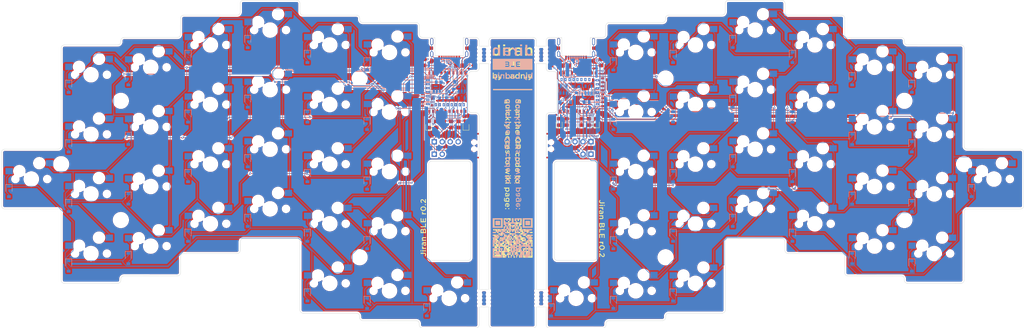
<source format=kicad_pcb>
(kicad_pcb (version 20171130) (host pcbnew "(5.1.7)-1")
  (layers (0 F.Cu signal) (31 B.Cu signal) (34 B.Paste user) (35 F.Paste user) (36 B.SilkS user) (37 F.SilkS user) (38 B.Mask user) (39 F.Mask user) (44 Edge.Cuts user))
  (net 0 "")
  (net 1 GND)
  (net 2 "Net-(D2-Pad2)")
  (net 3 "Net-(D3-Pad2)")
  (net 4 "Net-(D4-Pad2)")
  (net 5 "Net-(D5-Pad2)")
  (net 6 "Net-(D6-Pad2)")
  (net 7 "Net-(D7-Pad2)")
  (net 8 "Net-(D8-Pad2)")
  (net 9 "Net-(D9-Pad2)")
  (net 10 "Net-(D10-Pad2)")
  (net 11 "Net-(D11-Pad2)")
  (net 12 "Net-(D12-Pad2)")
  (net 13 "Net-(D13-Pad2)")
  (net 14 "Net-(D14-Pad2)")
  (net 15 "Net-(D15-Pad2)")
  (net 16 "Net-(D16-Pad2)")
  (net 17 "Net-(D17-Pad2)")
  (net 18 "Net-(D18-Pad2)")
  (net 19 "Net-(D19-Pad2)")
  (net 20 "Net-(D20-Pad2)")
  (net 21 "Net-(D21-Pad2)")
  (net 22 "Net-(D22-Pad2)")
  (net 23 "Net-(D23-Pad2)")
  (net 24 "Net-(D24-Pad2)")
  (net 25 "Net-(D25-Pad2)")
  (net 26 "Net-(D26-Pad2)")
  (net 27 "Net-(D27-Pad2)")
  (net 28 "Net-(D28-Pad2)")
  (net 29 "Net-(LED1-Pad1)")
  (net 30 "Net-(LED2-Pad1)")
  (net 31 VBAT_l)
  (net 32 VBAT_r)
  (net 33 /P1.11_l)
  (net 34 /P0.28_l)
  (net 35 /P1.13_l)
  (net 36 /P0.02_l)
  (net 37 /P0.29_l)
  (net 38 VBUS_l)
  (net 39 VBUS_r)
  (net 40 "Net-(D31-Pad2)")
  (net 41 /P1.11_r)
  (net 42 "Net-(D32-Pad2)")
  (net 43 "Net-(D33-Pad2)")
  (net 44 "Net-(D34-Pad2)")
  (net 45 "Net-(D35-Pad2)")
  (net 46 "Net-(D36-Pad2)")
  (net 47 "Net-(D37-Pad2)")
  (net 48 /P0.28_r)
  (net 49 "Net-(D38-Pad2)")
  (net 50 "Net-(D39-Pad2)")
  (net 51 "Net-(D40-Pad2)")
  (net 52 "Net-(D41-Pad2)")
  (net 53 "Net-(D42-Pad2)")
  (net 54 "Net-(D43-Pad2)")
  (net 55 /P1.13_r)
  (net 56 "Net-(D44-Pad2)")
  (net 57 "Net-(D45-Pad2)")
  (net 58 "Net-(D46-Pad2)")
  (net 59 "Net-(D47-Pad2)")
  (net 60 "Net-(D48-Pad2)")
  (net 61 "Net-(D49-Pad2)")
  (net 62 /P0.02_r)
  (net 63 "Net-(D50-Pad2)")
  (net 64 "Net-(D51-Pad2)")
  (net 65 "Net-(D52-Pad2)")
  (net 66 "Net-(D53-Pad2)")
  (net 67 "Net-(D54-Pad2)")
  (net 68 "Net-(D55-Pad2)")
  (net 69 /P0.29_r)
  (net 70 "Net-(D56-Pad2)")
  (net 71 "Net-(D57-Pad2)")
  (net 72 "Net-(D58-Pad2)")
  (net 73 SWC_l)
  (net 74 SWD_l)
  (net 75 SWC_r)
  (net 76 SWD_r)
  (net 77 BLUE_LED_l)
  (net 78 "Net-(LED3-Pad1)")
  (net 79 BLUE_LED_r)
  (net 80 "Net-(LED4-Pad1)")
  (net 81 /P0.31_l)
  (net 82 /P0.30_l)
  (net 83 /P0.06_l)
  (net 84 /P0.08_l)
  (net 85 /P0.09_l)
  (net 86 /P0.12_l)
  (net 87 RESET_l)
  (net 88 RESET_r)
  (net 89 /P0.31_r)
  (net 90 /P0.30_r)
  (net 91 /P0.06_r)
  (net 92 /P0.08_r)
  (net 93 /P0.09_r)
  (net 94 /P0.12_r)
  (net 95 DATA+_l)
  (net 96 DATA-_l)
  (net 97 DATA-_r)
  (net 98 DATA+_r)
  (net 99 "Net-(D1-Pad1)")
  (net 100 "Net-(D29-Pad2)")
  (net 101 "Net-(D30-Pad1)")
  (net 102 "Net-(J2-PadA5)")
  (net 103 "Net-(J2-PadB5)")
  (net 104 nRF_VDD_l)
  (net 105 "Net-(J5-PadA5)")
  (net 106 "Net-(J5-PadB5)")
  (net 107 nRF_VDD_r)
  (net 108 BATTERY_PIN_l)
  (net 109 "Net-(R8-Pad2)")
  (net 110 "Net-(R9-Pad1)")
  (net 111 BATTERY_PIN_r)
  (net 112 "Net-(R17-Pad2)")
  (net 113 "Net-(R18-Pad1)")
  (net 114 "Net-(U2-Pad13)")
  (net 115 "Net-(U2-Pad11)")
  (net 116 "Net-(U5-Pad13)")
  (net 117 "Net-(U5-Pad11)")
  (module jiran-ble:logotype_rev (layer F.Cu) (at 212.328125 105.965625)
    (fp_text reference G4 hide)
    (fp_text value LOGO hide)
  )
  (module jiran-ble:logotype_rev (layer F.Cu) (at 155.178125 103.1875 180)
    (fp_text reference G3 hide)
    (fp_text value LOGO hide)
  )
  (module jiran-ble:logotype (layer F.Cu) (at 183.753125 90.884375)
    (fp_text reference G2 hide)
    (fp_text value logo-jiran-hotswap hide)
  )
  (module jiran-ble:logotype (layer B.Cu) (at 183.753125 90.884375 180)
    (fp_text reference G1 hide)
    (fp_text value logo-jiran-hotswap hide)
  )
  (module jiran-ble:Panel_2x5 (layer F.Cu) (at 192.881 127 90)
    (fp_text reference P4 hide)
    (fp_text value Breakoff)
    (pad "" np_thru_hole circle (at 0 -1.38915 90) (size 0.8 0.8) (drill 0.8) (layers *.Cu *.Mask))
    (pad "" np_thru_hole circle (at 1.1907 -1.38915 90) (size 0.8 0.8) (drill 0.8) (layers *.Cu *.Mask))
    (pad "" np_thru_hole circle (at -1.1907 -1.38915 90) (size 0.8 0.8) (drill 0.8) (layers *.Cu *.Mask))
    (pad "" np_thru_hole circle (at -2.3814 -1.38915 90) (size 0.8 0.8) (drill 0.8) (layers *.Cu *.Mask))
    (pad "" np_thru_hole circle (at 2.3814 -1.38915 90) (size 0.8 0.8) (drill 0.8) (layers *.Cu *.Mask))
    (pad "" np_thru_hole circle (at 2.3814 1.38915 90) (size 0.8 0.8) (drill 0.8) (layers *.Cu *.Mask))
    (pad "" np_thru_hole circle (at 1.1907 1.38915 90) (size 0.8 0.8) (drill 0.8) (layers *.Cu *.Mask))
    (pad "" np_thru_hole circle (at -2.3814 1.38915 90) (size 0.8 0.8) (drill 0.8) (layers *.Cu *.Mask))
    (pad "" np_thru_hole circle (at -1.1907 1.38915 90) (size 0.8 0.8) (drill 0.8) (layers *.Cu *.Mask))
    (pad "" np_thru_hole circle (at 0 1.38915 90) (size 0.8 0.8) (drill 0.8) (layers *.Cu *.Mask))
  )
  (module jiran-ble:Panel_2x5 (layer F.Cu) (at 192.881 49.2125 90)
    (fp_text reference P3 hide)
    (fp_text value Breakoff)
    (pad "" np_thru_hole circle (at 0 -1.38915 90) (size 0.8 0.8) (drill 0.8) (layers *.Cu *.Mask))
    (pad "" np_thru_hole circle (at 1.1907 -1.38915 90) (size 0.8 0.8) (drill 0.8) (layers *.Cu *.Mask))
    (pad "" np_thru_hole circle (at -1.1907 -1.38915 90) (size 0.8 0.8) (drill 0.8) (layers *.Cu *.Mask))
    (pad "" np_thru_hole circle (at -2.3814 -1.38915 90) (size 0.8 0.8) (drill 0.8) (layers *.Cu *.Mask))
    (pad "" np_thru_hole circle (at 2.3814 -1.38915 90) (size 0.8 0.8) (drill 0.8) (layers *.Cu *.Mask))
    (pad "" np_thru_hole circle (at 2.3814 1.38915 90) (size 0.8 0.8) (drill 0.8) (layers *.Cu *.Mask))
    (pad "" np_thru_hole circle (at 1.1907 1.38915 90) (size 0.8 0.8) (drill 0.8) (layers *.Cu *.Mask))
    (pad "" np_thru_hole circle (at -2.3814 1.38915 90) (size 0.8 0.8) (drill 0.8) (layers *.Cu *.Mask))
    (pad "" np_thru_hole circle (at -1.1907 1.38915 90) (size 0.8 0.8) (drill 0.8) (layers *.Cu *.Mask))
    (pad "" np_thru_hole circle (at 0 1.38915 90) (size 0.8 0.8) (drill 0.8) (layers *.Cu *.Mask))
  )
  (module jiran-ble:Panel_2x5 (layer F.Cu) (at 174.625 49.2125 90)
    (fp_text reference P2 hide)
    (fp_text value Breakoff)
    (pad "" np_thru_hole circle (at 0 -1.38915 90) (size 0.8 0.8) (drill 0.8) (layers *.Cu *.Mask))
    (pad "" np_thru_hole circle (at 1.1907 -1.38915 90) (size 0.8 0.8) (drill 0.8) (layers *.Cu *.Mask))
    (pad "" np_thru_hole circle (at -1.1907 -1.38915 90) (size 0.8 0.8) (drill 0.8) (layers *.Cu *.Mask))
    (pad "" np_thru_hole circle (at -2.3814 -1.38915 90) (size 0.8 0.8) (drill 0.8) (layers *.Cu *.Mask))
    (pad "" np_thru_hole circle (at 2.3814 -1.38915 90) (size 0.8 0.8) (drill 0.8) (layers *.Cu *.Mask))
    (pad "" np_thru_hole circle (at 2.3814 1.38915 90) (size 0.8 0.8) (drill 0.8) (layers *.Cu *.Mask))
    (pad "" np_thru_hole circle (at 1.1907 1.38915 90) (size 0.8 0.8) (drill 0.8) (layers *.Cu *.Mask))
    (pad "" np_thru_hole circle (at -2.3814 1.38915 90) (size 0.8 0.8) (drill 0.8) (layers *.Cu *.Mask))
    (pad "" np_thru_hole circle (at -1.1907 1.38915 90) (size 0.8 0.8) (drill 0.8) (layers *.Cu *.Mask))
    (pad "" np_thru_hole circle (at 0 1.38915 90) (size 0.8 0.8) (drill 0.8) (layers *.Cu *.Mask))
  )
  (module jiran-ble:Panel_2x5 (layer F.Cu) (at 174.625 127 90)
    (fp_text reference P1 hide)
    (fp_text value Breakoff)
    (pad "" np_thru_hole circle (at 0 -1.38915 90) (size 0.8 0.8) (drill 0.8) (layers *.Cu *.Mask))
    (pad "" np_thru_hole circle (at 1.1907 -1.38915 90) (size 0.8 0.8) (drill 0.8) (layers *.Cu *.Mask))
    (pad "" np_thru_hole circle (at -1.1907 -1.38915 90) (size 0.8 0.8) (drill 0.8) (layers *.Cu *.Mask))
    (pad "" np_thru_hole circle (at -2.3814 -1.38915 90) (size 0.8 0.8) (drill 0.8) (layers *.Cu *.Mask))
    (pad "" np_thru_hole circle (at 2.3814 -1.38915 90) (size 0.8 0.8) (drill 0.8) (layers *.Cu *.Mask))
    (pad "" np_thru_hole circle (at 2.3814 1.38915 90) (size 0.8 0.8) (drill 0.8) (layers *.Cu *.Mask))
    (pad "" np_thru_hole circle (at 1.1907 1.38915 90) (size 0.8 0.8) (drill 0.8) (layers *.Cu *.Mask))
    (pad "" np_thru_hole circle (at -2.3814 1.38915 90) (size 0.8 0.8) (drill 0.8) (layers *.Cu *.Mask))
    (pad "" np_thru_hole circle (at -1.1907 1.38915 90) (size 0.8 0.8) (drill 0.8) (layers *.Cu *.Mask))
    (pad "" np_thru_hole circle (at 0 1.38915 90) (size 0.8 0.8) (drill 0.8) (layers *.Cu *.Mask))
  )
  (module jiran-ble:Switch_Mx_Hotswap_1u (layer F.Cu) (at 87.3125 103.188 180)
    (fp_text reference SW22 hide)
    (fp_text value SW_Push)
    (pad "" np_thru_hole circle (at 0 0) (size 3.9878 3.9878) (drill 3.9878) (layers *.Cu *.Mask))
    (pad "" np_thru_hole circle (at -2.54 5.08) (size 3 3) (drill 3) (layers *.Cu *.Mask))
    (pad 2 smd rect (at -5.842 5.08) (size 2.3 2) (layers B.Cu B.Paste B.Mask) (net 83 /P0.06_l))
    (pad "" np_thru_hole circle (at -5.08 0 48.0996) (size 1.75 1.75) (drill 1.75) (layers *.Cu *.Mask))
    (pad 1 smd rect (at 7.085 2.54) (size 2.3 2) (layers B.Cu B.Paste B.Mask) (net 22 "Net-(D22-Pad2)"))
    (pad "" np_thru_hole circle (at 3.81 2.54) (size 3 3) (drill 3) (layers *.Cu *.Mask))
    (pad "" np_thru_hole circle (at 5.08 0 48.0996) (size 1.75 1.75) (drill 1.75) (layers *.Cu *.Mask))
  )
  (module jiran-ble:Crystal_SMD_CM9V (layer B.Cu) (at 207.359 64.2938 180)
    (fp_text reference X2 hide)
    (fp_text value Crystal)
    (pad 1 smd rect (at -0.8 0 180) (size 0.8 1.2) (layers B.Cu B.Paste B.Mask) (net 117 "Net-(U5-Pad11)"))
    (pad 2 smd rect (at 0.8 0 180) (size 0.8 1.2) (layers B.Cu B.Paste B.Mask) (net 116 "Net-(U5-Pad13)"))
  )
  (module jiran-ble:Crystal_SMD_CM9V (layer B.Cu) (at 160.21 57.9438)
    (fp_text reference X1 hide)
    (fp_text value Crystal)
    (pad 1 smd rect (at -0.8 0) (size 0.8 1.2) (layers B.Cu B.Paste B.Mask) (net 115 "Net-(U2-Pad11)"))
    (pad 2 smd rect (at 0.8 0) (size 0.8 1.2) (layers B.Cu B.Paste B.Mask) (net 114 "Net-(U2-Pad13)"))
  )
  (module jiran-ble:E73-2G4M08S1C-52840 (layer F.Cu) (at 203.994 61.1188 180)
    (fp_text reference U5 hide)
    (fp_text value E73-2G4M08S1C)
    (pad 2 smd rect (at 3.87 -6.119 180) (size 0.65 1) (layers F.Cu F.Paste F.Mask) (net 79 BLUE_LED_r))
    (pad 28 thru_hole rect (at -4.258 4.041 180) (size 0.65 1) (drill 0.3) (layers *.Cu *.Mask))
    (pad 34 thru_hole rect (at -0.448 4.041 180) (size 0.65 1) (drill 0.3) (layers *.Cu *.Mask))
    (pad 25 smd rect (at -8.509 4.42 270) (size 0.65 1) (layers F.Cu F.Paste F.Mask))
    (pad 5 smd rect (at 0.06 -6.119 180) (size 0.65 1) (layers F.Cu F.Paste F.Mask) (net 1 GND))
    (pad 3 smd rect (at 2.6 -6.119 180) (size 0.65 1) (layers F.Cu F.Paste F.Mask))
    (pad 16 thru_hole rect (at -6.798 -1.293 270) (size 0.65 1) (drill 0.3) (layers *.Cu *.Mask) (net 92 /P0.08_r))
    (pad 39 smd rect (at 2.6 6.119 180) (size 0.65 1) (layers F.Cu F.Paste F.Mask) (net 75 SWC_r))
    (pad 20 thru_hole rect (at -6.798 1.247 270) (size 0.65 1) (drill 0.3) (layers *.Cu *.Mask) (net 94 /P0.12_r))
    (pad 13 smd rect (at -8.509 -3.2 270) (size 0.65 1) (layers F.Cu F.Paste F.Mask) (net 116 "Net-(U5-Pad13)"))
    (pad 9 smd rect (at -5.02 -6.119 180) (size 0.65 1) (layers F.Cu F.Paste F.Mask) (net 89 /P0.31_r))
    (pad 37 smd rect (at 1.33 6.119 180) (size 0.65 1) (layers F.Cu F.Paste F.Mask) (net 76 SWD_r))
    (pad 14 thru_hole rect (at -6.798 -2.563 270) (size 0.65 1) (drill 0.3) (layers *.Cu *.Mask) (net 91 /P0.06_r))
    (pad 22 thru_hole rect (at -6.798 2.517 270) (size 0.65 1) (drill 0.3) (layers *.Cu *.Mask))
    (pad 42 thru_hole rect (at 4.632 4.041 180) (size 0.65 1) (drill 0.3) (layers *.Cu *.Mask))
    (pad 35 smd rect (at 0.06 6.119 180) (size 0.65 1) (layers F.Cu F.Paste F.Mask))
    (pad 30 thru_hole rect (at -2.988 4.041 180) (size 0.65 1) (drill 0.3) (layers *.Cu *.Mask))
    (pad 6 smd rect (at -1.21 -6.119 180) (size 0.65 1) (layers F.Cu F.Paste F.Mask) (net 55 /P1.13_r))
    (pad 7 smd rect (at -2.48 -6.119 180) (size 0.65 1) (layers F.Cu F.Paste F.Mask) (net 62 /P0.02_r))
    (pad 38 thru_hole rect (at 2.092 4.041 180) (size 0.65 1) (drill 0.3) (layers *.Cu *.Mask))
    (pad 10 smd rect (at -6.29 -6.119 180) (size 0.65 1) (layers F.Cu F.Paste F.Mask) (net 90 /P0.30_r))
    (pad 26 smd rect (at -6.29 6.119 180) (size 0.65 1) (layers F.Cu F.Paste F.Mask) (net 88 RESET_r))
    (pad 36 thru_hole rect (at 0.822 4.041 180) (size 0.65 1) (drill 0.3) (layers *.Cu *.Mask))
    (pad 11 smd rect (at -8.509 -4.47 270) (size 0.65 1) (layers F.Cu F.Paste F.Mask) (net 117 "Net-(U5-Pad11)"))
    (pad 32 thru_hole rect (at -1.718 4.041 180) (size 0.65 1) (drill 0.3) (layers *.Cu *.Mask))
    (pad 1 smd rect (at 5.14 -6.119 180) (size 0.65 1) (layers F.Cu F.Paste F.Mask) (net 41 /P1.11_r))
    (pad 40 thru_hole rect (at 3.362 4.041 180) (size 0.65 1) (drill 0.3) (layers *.Cu *.Mask))
    (pad 23 smd rect (at -8.509 3.15 270) (size 0.65 1) (layers F.Cu F.Paste F.Mask) (net 107 nRF_VDD_r))
    (pad 27 smd rect (at -5.02 6.119 180) (size 0.65 1) (layers F.Cu F.Paste F.Mask) (net 39 VBUS_r))
    (pad 41 smd rect (at 3.87 6.119 180) (size 0.65 1) (layers F.Cu F.Paste F.Mask) (net 93 /P0.09_r))
    (pad 15 smd rect (at -8.509 -1.93 270) (size 0.65 1) (layers F.Cu F.Paste F.Mask))
    (pad 31 smd rect (at -2.48 6.119 180) (size 0.65 1) (layers F.Cu F.Paste F.Mask) (net 98 DATA+_r))
    (pad 17 smd rect (at -8.509 -0.66 270) (size 0.65 1) (layers F.Cu F.Paste F.Mask))
    (pad 43 smd rect (at 5.14 6.119 180) (size 0.65 1) (layers F.Cu F.Paste F.Mask))
    (pad 12 thru_hole rect (at -6.798 -3.833 270) (size 0.65 1) (drill 0.3) (layers *.Cu *.Mask))
    (pad 21 smd rect (at -8.509 1.88 270) (size 0.65 1) (layers F.Cu F.Paste F.Mask) (net 1 GND))
    (pad 18 thru_hole rect (at -6.798 -0.023 270) (size 0.65 1) (drill 0.3) (layers *.Cu *.Mask) (net 111 BATTERY_PIN_r))
    (pad 19 smd rect (at -8.509 0.61 270) (size 0.65 1) (layers F.Cu F.Paste F.Mask) (net 107 nRF_VDD_r))
    (pad 8 smd rect (at -3.75 -6.119 180) (size 0.65 1) (layers F.Cu F.Paste F.Mask) (net 69 /P0.29_r))
    (pad 4 smd rect (at 1.33 -6.119 180) (size 0.65 1) (layers F.Cu F.Paste F.Mask) (net 48 /P0.28_r))
    (pad 24 thru_hole rect (at -6.798 3.787 270) (size 0.65 1) (drill 0.3) (layers *.Cu *.Mask) (net 1 GND))
    (pad 33 smd rect (at -1.21 6.119 180) (size 0.65 1) (layers F.Cu F.Paste F.Mask))
    (pad 29 smd rect (at -3.75 6.119 180) (size 0.65 1) (layers F.Cu F.Paste F.Mask) (net 97 DATA-_r))
  )
  (module jiran-ble:Package_SMD_SOT-23-5 (layer B.Cu) (at 207.962 60.325 90)
    (fp_text reference U4 hide)
    (fp_text value XC6220B331MR-G)
    (pad 3 smd rect (at -1.1 -0.95 90) (size 1.06 0.65) (layers B.Cu B.Paste B.Mask) (net 101 "Net-(D30-Pad1)"))
    (pad 1 smd rect (at -1.1 0.95 90) (size 1.06 0.65) (layers B.Cu B.Paste B.Mask) (net 101 "Net-(D30-Pad1)"))
    (pad 4 smd rect (at 1.1 -0.95 90) (size 1.06 0.65) (layers B.Cu B.Paste B.Mask))
    (pad 2 smd rect (at -1.1 0 90) (size 1.06 0.65) (layers B.Cu B.Paste B.Mask) (net 1 GND))
    (pad 5 smd rect (at 1.1 0.95 90) (size 1.06 0.65) (layers B.Cu B.Paste B.Mask) (net 107 nRF_VDD_r))
  )
  (module jiran-ble:E73-2G4M08S1C-52840 (layer F.Cu) (at 163.512 61.1188)
    (fp_text reference U2 hide)
    (fp_text value E73-2G4M08S1C)
    (pad 2 smd rect (at 3.87 -6.119) (size 0.65 1) (layers F.Cu F.Paste F.Mask) (net 77 BLUE_LED_l))
    (pad 28 thru_hole rect (at -4.258 4.041) (size 0.65 1) (drill 0.3) (layers *.Cu *.Mask))
    (pad 34 thru_hole rect (at -0.448 4.041) (size 0.65 1) (drill 0.3) (layers *.Cu *.Mask))
    (pad 25 smd rect (at -8.509 4.42 90) (size 0.65 1) (layers F.Cu F.Paste F.Mask))
    (pad 5 smd rect (at 0.06 -6.119) (size 0.65 1) (layers F.Cu F.Paste F.Mask) (net 1 GND))
    (pad 3 smd rect (at 2.6 -6.119) (size 0.65 1) (layers F.Cu F.Paste F.Mask))
    (pad 16 thru_hole rect (at -6.798 -1.293 90) (size 0.65 1) (drill 0.3) (layers *.Cu *.Mask) (net 84 /P0.08_l))
    (pad 39 smd rect (at 2.6 6.119) (size 0.65 1) (layers F.Cu F.Paste F.Mask) (net 73 SWC_l))
    (pad 20 thru_hole rect (at -6.798 1.247 90) (size 0.65 1) (drill 0.3) (layers *.Cu *.Mask) (net 86 /P0.12_l))
    (pad 13 smd rect (at -8.509 -3.2 90) (size 0.65 1) (layers F.Cu F.Paste F.Mask) (net 114 "Net-(U2-Pad13)"))
    (pad 9 smd rect (at -5.02 -6.119) (size 0.65 1) (layers F.Cu F.Paste F.Mask) (net 81 /P0.31_l))
    (pad 37 smd rect (at 1.33 6.119) (size 0.65 1) (layers F.Cu F.Paste F.Mask) (net 74 SWD_l))
    (pad 14 thru_hole rect (at -6.798 -2.563 90) (size 0.65 1) (drill 0.3) (layers *.Cu *.Mask) (net 83 /P0.06_l))
    (pad 22 thru_hole rect (at -6.798 2.517 90) (size 0.65 1) (drill 0.3) (layers *.Cu *.Mask))
    (pad 42 thru_hole rect (at 4.632 4.041) (size 0.65 1) (drill 0.3) (layers *.Cu *.Mask))
    (pad 35 smd rect (at 0.06 6.119) (size 0.65 1) (layers F.Cu F.Paste F.Mask))
    (pad 30 thru_hole rect (at -2.988 4.041) (size 0.65 1) (drill 0.3) (layers *.Cu *.Mask))
    (pad 6 smd rect (at -1.21 -6.119) (size 0.65 1) (layers F.Cu F.Paste F.Mask) (net 35 /P1.13_l))
    (pad 7 smd rect (at -2.48 -6.119) (size 0.65 1) (layers F.Cu F.Paste F.Mask) (net 36 /P0.02_l))
    (pad 38 thru_hole rect (at 2.092 4.041) (size 0.65 1) (drill 0.3) (layers *.Cu *.Mask))
    (pad 10 smd rect (at -6.29 -6.119) (size 0.65 1) (layers F.Cu F.Paste F.Mask) (net 82 /P0.30_l))
    (pad 26 smd rect (at -6.29 6.119) (size 0.65 1) (layers F.Cu F.Paste F.Mask) (net 87 RESET_l))
    (pad 36 thru_hole rect (at 0.822 4.041) (size 0.65 1) (drill 0.3) (layers *.Cu *.Mask))
    (pad 11 smd rect (at -8.509 -4.47 90) (size 0.65 1) (layers F.Cu F.Paste F.Mask) (net 115 "Net-(U2-Pad11)"))
    (pad 32 thru_hole rect (at -1.718 4.041) (size 0.65 1) (drill 0.3) (layers *.Cu *.Mask))
    (pad 1 smd rect (at 5.14 -6.119) (size 0.65 1) (layers F.Cu F.Paste F.Mask) (net 33 /P1.11_l))
    (pad 40 thru_hole rect (at 3.362 4.041) (size 0.65 1) (drill 0.3) (layers *.Cu *.Mask))
    (pad 23 smd rect (at -8.509 3.15 90) (size 0.65 1) (layers F.Cu F.Paste F.Mask) (net 104 nRF_VDD_l))
    (pad 27 smd rect (at -5.02 6.119) (size 0.65 1) (layers F.Cu F.Paste F.Mask) (net 38 VBUS_l))
    (pad 41 smd rect (at 3.87 6.119) (size 0.65 1) (layers F.Cu F.Paste F.Mask) (net 85 /P0.09_l))
    (pad 15 smd rect (at -8.509 -1.93 90) (size 0.65 1) (layers F.Cu F.Paste F.Mask))
    (pad 31 smd rect (at -2.48 6.119) (size 0.65 1) (layers F.Cu F.Paste F.Mask) (net 95 DATA+_l))
    (pad 17 smd rect (at -8.509 -0.66 90) (size 0.65 1) (layers F.Cu F.Paste F.Mask))
    (pad 43 smd rect (at 5.14 6.119) (size 0.65 1) (layers F.Cu F.Paste F.Mask))
    (pad 12 thru_hole rect (at -6.798 -3.833 90) (size 0.65 1) (drill 0.3) (layers *.Cu *.Mask))
    (pad 21 smd rect (at -8.509 1.88 90) (size 0.65 1) (layers F.Cu F.Paste F.Mask) (net 1 GND))
    (pad 18 thru_hole rect (at -6.798 -0.023 90) (size 0.65 1) (drill 0.3) (layers *.Cu *.Mask) (net 108 BATTERY_PIN_l))
    (pad 19 smd rect (at -8.509 0.61 90) (size 0.65 1) (layers F.Cu F.Paste F.Mask) (net 104 nRF_VDD_l))
    (pad 8 smd rect (at -3.75 -6.119) (size 0.65 1) (layers F.Cu F.Paste F.Mask) (net 37 /P0.29_l))
    (pad 4 smd rect (at 1.33 -6.119) (size 0.65 1) (layers F.Cu F.Paste F.Mask) (net 34 /P0.28_l))
    (pad 24 thru_hole rect (at -6.798 3.787 90) (size 0.65 1) (drill 0.3) (layers *.Cu *.Mask) (net 1 GND))
    (pad 33 smd rect (at -1.21 6.119) (size 0.65 1) (layers F.Cu F.Paste F.Mask))
    (pad 29 smd rect (at -3.75 6.119) (size 0.65 1) (layers F.Cu F.Paste F.Mask) (net 96 DATA-_l))
  )
  (module jiran-ble:Package_SMD_SOT-23-5 (layer B.Cu) (at 159.576 61.9125 270)
    (fp_text reference U1 hide)
    (fp_text value XC6220B331MR-G)
    (pad 3 smd rect (at -1.1 -0.95 270) (size 1.06 0.65) (layers B.Cu B.Paste B.Mask) (net 99 "Net-(D1-Pad1)"))
    (pad 1 smd rect (at -1.1 0.95 270) (size 1.06 0.65) (layers B.Cu B.Paste B.Mask) (net 99 "Net-(D1-Pad1)"))
    (pad 4 smd rect (at 1.1 -0.95 270) (size 1.06 0.65) (layers B.Cu B.Paste B.Mask))
    (pad 2 smd rect (at -1.1 0 270) (size 1.06 0.65) (layers B.Cu B.Paste B.Mask) (net 1 GND))
    (pad 5 smd rect (at 1.1 0.95 270) (size 1.06 0.65) (layers B.Cu B.Paste B.Mask) (net 104 nRF_VDD_l))
  )
  (module jiran-ble:Switch_Mx_Hotswap_1u (layer F.Cu) (at 299.244 53.1812 180)
    (fp_text reference SW32 hide)
    (fp_text value SW_Push)
    (pad "" np_thru_hole circle (at 0 0) (size 3.9878 3.9878) (drill 3.9878) (layers *.Cu *.Mask))
    (pad "" np_thru_hole circle (at -2.54 5.08) (size 3 3) (drill 3) (layers *.Cu *.Mask))
    (pad 2 smd rect (at -5.842 5.08) (size 2.3 2) (layers B.Cu B.Paste B.Mask) (net 90 /P0.30_r))
    (pad "" np_thru_hole circle (at -5.08 0 48.0996) (size 1.75 1.75) (drill 1.75) (layers *.Cu *.Mask))
    (pad 1 smd rect (at 7.085 2.54) (size 2.3 2) (layers B.Cu B.Paste B.Mask) (net 42 "Net-(D32-Pad2)"))
    (pad "" np_thru_hole circle (at 3.81 2.54) (size 3 3) (drill 3) (layers *.Cu *.Mask))
    (pad "" np_thru_hole circle (at 5.08 0 48.0996) (size 1.75 1.75) (drill 1.75) (layers *.Cu *.Mask))
  )
  (module jiran-ble:Switch_Mx_Hotswap_1u (layer F.Cu) (at 318.294 55.5625 180)
    (fp_text reference SW31 hide)
    (fp_text value SW_Push)
    (pad "" np_thru_hole circle (at 0 0) (size 3.9878 3.9878) (drill 3.9878) (layers *.Cu *.Mask))
    (pad "" np_thru_hole circle (at -2.54 5.08) (size 3 3) (drill 3) (layers *.Cu *.Mask))
    (pad 2 smd rect (at -5.842 5.08) (size 2.3 2) (layers B.Cu B.Paste B.Mask) (net 89 /P0.31_r))
    (pad "" np_thru_hole circle (at -5.08 0 48.0996) (size 1.75 1.75) (drill 1.75) (layers *.Cu *.Mask))
    (pad 1 smd rect (at 7.085 2.54) (size 2.3 2) (layers B.Cu B.Paste B.Mask) (net 40 "Net-(D31-Pad2)"))
    (pad "" np_thru_hole circle (at 3.81 2.54) (size 3 3) (drill 3) (layers *.Cu *.Mask))
    (pad "" np_thru_hole circle (at 5.08 0 48.0996) (size 1.75 1.75) (drill 1.75) (layers *.Cu *.Mask))
  )
  (module jiran-ble:Switch_Mx_Hotswap_1u (layer F.Cu) (at 163.512 127 180)
    (fp_text reference SW29 hide)
    (fp_text value SW_Push)
    (pad "" np_thru_hole circle (at 0 0) (size 3.9878 3.9878) (drill 3.9878) (layers *.Cu *.Mask))
    (pad "" np_thru_hole circle (at -2.54 5.08) (size 3 3) (drill 3) (layers *.Cu *.Mask))
    (pad 2 smd rect (at -5.842 5.08) (size 2.3 2) (layers B.Cu B.Paste B.Mask) (net 86 /P0.12_l))
    (pad "" np_thru_hole circle (at -5.08 0 48.0996) (size 1.75 1.75) (drill 1.75) (layers *.Cu *.Mask))
    (pad 1 smd rect (at 7.085 2.54) (size 2.3 2) (layers B.Cu B.Paste B.Mask) (net 100 "Net-(D29-Pad2)"))
    (pad "" np_thru_hole circle (at 3.81 2.54) (size 3 3) (drill 3) (layers *.Cu *.Mask))
    (pad "" np_thru_hole circle (at 5.08 0 48.0996) (size 1.75 1.75) (drill 1.75) (layers *.Cu *.Mask))
  )
  (module jiran-ble:Switch_SMD_Tact_3-6-3,5 (layer F.Cu) (at 171.45 78.232 90)
    (fp_text reference SW1 hide)
    (fp_text value SW_PUSH)
    (pad 1 smd rect (at -2.1 -1 90) (size 0.9 0.9) (layers F.Cu F.Paste F.Mask) (net 87 RESET_l))
    (pad 2 smd rect (at 2.1 -1 90) (size 0.9 0.9) (layers F.Cu F.Paste F.Mask) (net 1 GND))
    (pad GND smd rect (at -3.8 1.1 90) (size 0.5 0.9) (layers F.Cu F.Paste F.Mask))
    (pad GND smd rect (at 3.8 1.1 90) (size 0.5 0.9) (layers F.Cu F.Paste F.Mask))
    (pad "" np_thru_hole circle (at -1.1 0 90) (size 1 1) (drill 1) (layers *.Cu *.Mask))
    (pad "" np_thru_hole circle (at 1.1 0 90) (size 1 1) (drill 1) (layers *.Cu *.Mask))
  )
  (module jiran-ble:Resistor_SMD_0805 (layer F.Cu) (at 203.359 70.6438 90)
    (fp_text reference R18 hide)
    (fp_text value RPROG)
    (pad 1 smd roundrect (at -1 0 90) (size 1.2 1.4) (layers F.Cu F.Paste F.Mask) (roundrect_rratio 0.2083325) (net 113 "Net-(R18-Pad1)"))
    (pad 2 smd roundrect (at 1 0 90) (size 1.2 1.4) (layers F.Cu F.Paste F.Mask) (roundrect_rratio 0.2083325) (net 1 GND))
  )
  (module jiran-ble:Resistor_SMD_0805 (layer F.Cu) (at 208.09 70.6438 90)
    (fp_text reference R17 hide)
    (fp_text value 1K)
    (pad 1 smd roundrect (at -1 0 90) (size 1.2 1.4) (layers F.Cu F.Paste F.Mask) (roundrect_rratio 0.2083325) (net 80 "Net-(LED4-Pad1)"))
    (pad 2 smd roundrect (at 1 0 90) (size 1.2 1.4) (layers F.Cu F.Paste F.Mask) (roundrect_rratio 0.2083325) (net 112 "Net-(R17-Pad2)"))
  )
  (module jiran-ble:Package_SMD_SOT-23 (layer B.Cu) (at 203.994 60.325 270)
    (fp_text reference Q3 hide)
    (fp_text value AO3407)
    (pad 2 smd rect (at -1 -0.95 270) (size 0.9 0.8) (layers B.Cu B.Paste B.Mask) (net 101 "Net-(D30-Pad1)"))
    (pad 3 smd rect (at 1 0 270) (size 0.9 0.8) (layers B.Cu B.Paste B.Mask) (net 32 VBAT_r))
    (pad 1 smd rect (at -1 0.95 270) (size 0.9 0.8) (layers B.Cu B.Paste B.Mask) (net 39 VBUS_r))
  )
  (module jiran-ble:USB-C_MidMount (layer F.Cu) (at 203.994 46.0375)
    (fp_text reference J5 hide)
    (fp_text value "USB-C Conn")
    (pad B7 smd rect (at 0.75 4.05) (size 0.3 1.25) (layers F.Cu F.Paste F.Mask) (net 97 DATA-_r) (clearance 0.15))
    (pad S1 thru_hole circle (at 5.5753 -1.4097) (size 1 1) (drill 0.6) (layers *.Cu *.Mask) (net 1 GND))
    (pad S1 thru_hole circle (at 5.5753 -1.1049) (size 1 1) (drill 0.6) (layers *.Cu *.Mask) (net 1 GND))
    (pad S1 thru_hole circle (at -5.5753 -0.4826) (size 1 1) (drill 0.6) (layers *.Cu *.Mask) (net 1 GND))
    (pad B6 smd rect (at -0.75 4.05) (size 0.3 1.25) (layers F.Cu F.Paste F.Mask) (net 98 DATA+_r) (clearance 0.15))
    (pad A4 smd rect (at -2.4 4.05) (size 0.54 1.25) (layers F.Cu F.Paste F.Mask) (net 39 VBUS_r) (clearance 0.15))
    (pad S1 thru_hole circle (at -5.5753 -0.7747) (size 1 1) (drill 0.6) (layers *.Cu *.Mask) (net 1 GND))
    (pad S1 thru_hole circle (at -5.5753 -1.1176) (size 1 1) (drill 0.6) (layers *.Cu *.Mask) (net 1 GND))
    (pad S1 thru_hole circle (at -5.5753 -1.4224) (size 1 1) (drill 0.6) (layers *.Cu *.Mask) (net 1 GND))
    (pad S1 thru_hole circle (at -5.5756 -1.7018) (size 1 1) (drill 0.6) (layers *.Cu *.Mask) (net 1 GND))
    (pad S1 thru_hole circle (at 5.5753 -0.762) (size 1 1) (drill 0.6) (layers *.Cu *.Mask) (net 1 GND))
    (pad A5 smd rect (at 1.25 4.05) (size 0.3 1.25) (layers F.Cu F.Paste F.Mask) (net 105 "Net-(J5-PadA5)") (clearance 0.15))
    (pad A7 smd rect (at -0.25 4.05) (size 0.3 1.25) (layers F.Cu F.Paste F.Mask) (net 97 DATA-_r) (clearance 0.15))
    (pad A4 smd rect (at 2.4 4.05) (size 0.54 1.25) (layers F.Cu F.Paste F.Mask) (net 39 VBUS_r) (clearance 0.15))
    (pad A1 smd rect (at -3.2 4.05) (size 0.54 1.25) (layers F.Cu F.Paste F.Mask) (net 1 GND) (clearance 0.15))
    (pad S1 thru_hole circle (at -5.5753 3.0607) (size 1 1) (drill 0.6) (layers *.Cu *.Mask) (net 1 GND))
    (pad S1 thru_hole circle (at -5.575 3.306) (size 1 1) (drill 0.6) (layers *.Cu *.Mask) (net 1 GND))
    (pad S1 thru_hole circle (at -5.575 2.544) (size 1 1) (drill 0.6) (layers *.Cu *.Mask) (net 1 GND))
    (pad S1 thru_hole circle (at -5.575 2.8067) (size 1 1) (drill 0.6) (layers *.Cu *.Mask) (net 1 GND))
    (pad S1 thru_hole circle (at 5.5756 3.306) (size 1 1) (drill 0.6) (layers *.Cu *.Mask) (net 1 GND))
    (pad S1 thru_hole circle (at 5.5756 2.544) (size 1 1) (drill 0.6) (layers *.Cu *.Mask) (net 1 GND))
    (pad S1 thru_hole circle (at 5.5753 3.0607) (size 1 1) (drill 0.6) (layers *.Cu *.Mask) (net 1 GND))
    (pad A1 smd rect (at 3.2 4.05) (size 0.54 1.25) (layers F.Cu F.Paste F.Mask) (net 1 GND) (clearance 0.15))
    (pad B5 smd rect (at -1.75 4.05) (size 0.3 1.25) (layers F.Cu F.Paste F.Mask) (net 106 "Net-(J5-PadB5)") (clearance 0.15))
    (pad A6 smd rect (at 0.25 4.05) (size 0.3 1.25) (layers F.Cu F.Paste F.Mask) (net 98 DATA+_r) (clearance 0.15))
    (pad S1 thru_hole circle (at 5.5756 2.8067) (size 1 1) (drill 0.6) (layers *.Cu *.Mask) (net 1 GND))
    (pad S1 thru_hole circle (at 5.5753 -0.4699) (size 1 1) (drill 0.6) (layers *.Cu *.Mask) (net 1 GND))
    (pad S1 thru_hole circle (at 5.575 -1.6891) (size 1 1) (drill 0.6) (layers *.Cu *.Mask) (net 1 GND))
    (pad B8 smd rect (at 1.758 4.05) (size 0.3 1.25) (layers F.Cu F.Paste F.Mask) (clearance 0.15))
    (pad A8 smd rect (at -1.25 4.05) (size 0.3 1.25) (layers F.Cu F.Paste F.Mask) (clearance 0.15))
  )
  (module jiran-ble:Connector_THT_1x4_2.54 (layer F.Cu) (at 158.75 76.9938 90)
    (fp_text reference J3 hide)
    (fp_text value SWD)
    (pad 4 thru_hole oval (at 0 7.62 90) (size 1.7 1.7) (drill 1) (layers *.Cu *.Mask) (net 73 SWC_l))
    (pad 1 thru_hole rect (at 0 0 90) (size 1.7 1.7) (drill 1) (layers *.Cu *.Mask) (net 1 GND))
    (pad 2 thru_hole oval (at 0 2.54 90) (size 1.7 1.7) (drill 1) (layers *.Cu *.Mask) (net 104 nRF_VDD_l))
    (pad 3 thru_hole oval (at 0 5.08 90) (size 1.7 1.7) (drill 1) (layers *.Cu *.Mask) (net 74 SWD_l))
  )
  (module jiran-ble:USB-C_MidMount (layer F.Cu) (at 163.512 46.0375)
    (fp_text reference J2 hide)
    (fp_text value "USB-C Conn")
    (pad B7 smd rect (at 0.75 4.05) (size 0.3 1.25) (layers F.Cu F.Paste F.Mask) (net 96 DATA-_l) (clearance 0.15))
    (pad S1 thru_hole circle (at 5.5753 -1.4097) (size 1 1) (drill 0.6) (layers *.Cu *.Mask) (net 1 GND))
    (pad S1 thru_hole circle (at 5.5753 -1.1049) (size 1 1) (drill 0.6) (layers *.Cu *.Mask) (net 1 GND))
    (pad S1 thru_hole circle (at -5.5753 -0.4826) (size 1 1) (drill 0.6) (layers *.Cu *.Mask) (net 1 GND))
    (pad B6 smd rect (at -0.75 4.05) (size 0.3 1.25) (layers F.Cu F.Paste F.Mask) (net 95 DATA+_l) (clearance 0.15))
    (pad A4 smd rect (at -2.4 4.05) (size 0.54 1.25) (layers F.Cu F.Paste F.Mask) (net 38 VBUS_l) (clearance 0.15))
    (pad S1 thru_hole circle (at -5.5753 -0.7747) (size 1 1) (drill 0.6) (layers *.Cu *.Mask) (net 1 GND))
    (pad S1 thru_hole circle (at -5.5753 -1.1176) (size 1 1) (drill 0.6) (layers *.Cu *.Mask) (net 1 GND))
    (pad S1 thru_hole circle (at -5.5753 -1.4224) (size 1 1) (drill 0.6) (layers *.Cu *.Mask) (net 1 GND))
    (pad S1 thru_hole circle (at -5.5756 -1.7018) (size 1 1) (drill 0.6) (layers *.Cu *.Mask) (net 1 GND))
    (pad S1 thru_hole circle (at 5.5753 -0.762) (size 1 1) (drill 0.6) (layers *.Cu *.Mask) (net 1 GND))
    (pad A5 smd rect (at 1.25 4.05) (size 0.3 1.25) (layers F.Cu F.Paste F.Mask) (net 102 "Net-(J2-PadA5)") (clearance 0.15))
    (pad A7 smd rect (at -0.25 4.05) (size 0.3 1.25) (layers F.Cu F.Paste F.Mask) (net 96 DATA-_l) (clearance 0.15))
    (pad A4 smd rect (at 2.4 4.05) (size 0.54 1.25) (layers F.Cu F.Paste F.Mask) (net 38 VBUS_l) (clearance 0.15))
    (pad A1 smd rect (at -3.2 4.05) (size 0.54 1.25) (layers F.Cu F.Paste F.Mask) (net 1 GND) (clearance 0.15))
    (pad S1 thru_hole circle (at -5.5753 3.0607) (size 1 1) (drill 0.6) (layers *.Cu *.Mask) (net 1 GND))
    (pad S1 thru_hole circle (at -5.575 3.306) (size 1 1) (drill 0.6) (layers *.Cu *.Mask) (net 1 GND))
    (pad S1 thru_hole circle (at -5.575 2.544) (size 1 1) (drill 0.6) (layers *.Cu *.Mask) (net 1 GND))
    (pad S1 thru_hole circle (at -5.575 2.8067) (size 1 1) (drill 0.6) (layers *.Cu *.Mask) (net 1 GND))
    (pad S1 thru_hole circle (at 5.5756 3.306) (size 1 1) (drill 0.6) (layers *.Cu *.Mask) (net 1 GND))
    (pad S1 thru_hole circle (at 5.5756 2.544) (size 1 1) (drill 0.6) (layers *.Cu *.Mask) (net 1 GND))
    (pad S1 thru_hole circle (at 5.5753 3.0607) (size 1 1) (drill 0.6) (layers *.Cu *.Mask) (net 1 GND))
    (pad A1 smd rect (at 3.2 4.05) (size 0.54 1.25) (layers F.Cu F.Paste F.Mask) (net 1 GND) (clearance 0.15))
    (pad B5 smd rect (at -1.75 4.05) (size 0.3 1.25) (layers F.Cu F.Paste F.Mask) (net 103 "Net-(J2-PadB5)") (clearance 0.15))
    (pad A6 smd rect (at 0.25 4.05) (size 0.3 1.25) (layers F.Cu F.Paste F.Mask) (net 95 DATA+_l) (clearance 0.15))
    (pad S1 thru_hole circle (at 5.5756 2.8067) (size 1 1) (drill 0.6) (layers *.Cu *.Mask) (net 1 GND))
    (pad S1 thru_hole circle (at 5.5753 -0.4699) (size 1 1) (drill 0.6) (layers *.Cu *.Mask) (net 1 GND))
    (pad S1 thru_hole circle (at 5.575 -1.6891) (size 1 1) (drill 0.6) (layers *.Cu *.Mask) (net 1 GND))
    (pad B8 smd rect (at 1.758 4.05) (size 0.3 1.25) (layers F.Cu F.Paste F.Mask) (clearance 0.15))
    (pad A8 smd rect (at -1.25 4.05) (size 0.3 1.25) (layers F.Cu F.Paste F.Mask) (clearance 0.15))
  )
  (module jiran-ble:Hole_Mount_M4 (layer F.Cu) (at 327.819 84.1375)
    (fp_text reference HM10 hide)
    (fp_text value CaseHole)
    (pad "" np_thru_hole circle (at 0 0) (size 4.2 4.2) (drill 4.2) (layers *.Cu *.Mask))
  )
  (module jiran-ble:Hole_Mount_M4 (layer F.Cu) (at 308.769 101.997)
    (fp_text reference HM9 hide)
    (fp_text value CaseHole)
    (pad "" np_thru_hole circle (at 0 0) (size 4.2 4.2) (drill 4.2) (layers *.Cu *.Mask))
  )
  (module jiran-ble:Hole_Mount_M4 (layer F.Cu) (at 308.769 63.8969)
    (fp_text reference HM8 hide)
    (fp_text value CaseHole)
    (pad "" np_thru_hole circle (at 0 0) (size 4.2 4.2) (drill 4.2) (layers *.Cu *.Mask))
  )
  (module jiran-ble:Hole_Mount_M4 (layer F.Cu) (at 232.569 56.7531)
    (fp_text reference HM7 hide)
    (fp_text value CaseHole)
    (pad "" np_thru_hole circle (at 0 0) (size 4.2 4.2) (drill 4.2) (layers *.Cu *.Mask))
  )
  (module jiran-ble:Hole_Mount_M4 (layer F.Cu) (at 232.569 113.903)
    (fp_text reference HM6 hide)
    (fp_text value CaseHole)
    (pad "" np_thru_hole circle (at 0 0) (size 4.2 4.2) (drill 4.2) (layers *.Cu *.Mask))
  )
  (module jiran-ble:Hole_Mount_M4 (layer F.Cu) (at 39.6875 84.1375)
    (fp_text reference HM5 hide)
    (fp_text value CaseHole)
    (pad "" np_thru_hole circle (at 0 0) (size 4.2 4.2) (drill 4.2) (layers *.Cu *.Mask))
  )
  (module jiran-ble:Hole_Mount_M4 (layer F.Cu) (at 58.7375 101.997)
    (fp_text reference HM4 hide)
    (fp_text value CaseHole)
    (pad "" np_thru_hole circle (at 0 0) (size 4.2 4.2) (drill 4.2) (layers *.Cu *.Mask))
  )
  (module jiran-ble:Hole_Mount_M4 (layer F.Cu) (at 58.7375 63.8969)
    (fp_text reference HM3 hide)
    (fp_text value CaseHole)
    (pad "" np_thru_hole circle (at 0 0) (size 4.2 4.2) (drill 4.2) (layers *.Cu *.Mask))
  )
  (module jiran-ble:Hole_Mount_M4 (layer F.Cu) (at 134.938 56.7531)
    (fp_text reference HM2 hide)
    (fp_text value CaseHole)
    (pad "" np_thru_hole circle (at 0 0) (size 4.2 4.2) (drill 4.2) (layers *.Cu *.Mask))
  )
  (module jiran-ble:Hole_Mount_M4 (layer F.Cu) (at 134.938 113.903)
    (fp_text reference HM1 hide)
    (fp_text value CaseHole)
    (pad "" np_thru_hole circle (at 0 0) (size 4.2 4.2) (drill 4.2) (layers *.Cu *.Mask))
  )
  (module jiran-ble:Diode_SMD_SOD-123 (layer B.Cu) (at 196.056 130.969 270)
    (fp_text reference D58 hide)
    (fp_text value 1N4148)
    (pad 2 smd rect (at 1.65 0 270) (size 0.9 1.2) (layers B.Cu B.Paste B.Mask) (net 72 "Net-(D58-Pad2)"))
    (pad 1 smd rect (at -1.65 0 270) (size 0.9 1.2) (layers B.Cu B.Paste B.Mask) (net 69 /P0.29_r))
  )
  (module jiran-ble:Diode_SMD_SOD-123 (layer B.Cu) (at 215.9 128.588 270)
    (fp_text reference D57 hide)
    (fp_text value 1N4148)
    (pad 2 smd rect (at 1.65 0 270) (size 0.9 1.2) (layers B.Cu B.Paste B.Mask) (net 71 "Net-(D57-Pad2)"))
    (pad 1 smd rect (at -1.65 0 270) (size 0.9 1.2) (layers B.Cu B.Paste B.Mask) (net 69 /P0.29_r))
  )
  (module jiran-ble:Diode_SMD_SOD-123 (layer B.Cu) (at 234.95 126.206 270)
    (fp_text reference D56 hide)
    (fp_text value 1N4148)
    (pad 2 smd rect (at 1.65 0 270) (size 0.9 1.2) (layers B.Cu B.Paste B.Mask) (net 70 "Net-(D56-Pad2)"))
    (pad 1 smd rect (at -1.65 0 270) (size 0.9 1.2) (layers B.Cu B.Paste B.Mask) (net 69 /P0.29_r))
  )
  (module jiran-ble:Diode_SMD_SOD-123 (layer B.Cu) (at 330.2 92.8688 270)
    (fp_text reference D55 hide)
    (fp_text value 1N4148)
    (pad 2 smd rect (at 1.65 0 270) (size 0.9 1.2) (layers B.Cu B.Paste B.Mask) (net 68 "Net-(D55-Pad2)"))
    (pad 1 smd rect (at -1.65 0 270) (size 0.9 1.2) (layers B.Cu B.Paste B.Mask) (net 69 /P0.29_r))
  )
  (module jiran-ble:Diode_SMD_SOD-123 (layer B.Cu) (at 215.9 109.538 270)
    (fp_text reference D54 hide)
    (fp_text value 1N4148)
    (pad 2 smd rect (at 1.65 0 270) (size 0.9 1.2) (layers B.Cu B.Paste B.Mask) (net 67 "Net-(D54-Pad2)"))
    (pad 1 smd rect (at -1.65 0 270) (size 0.9 1.2) (layers B.Cu B.Paste B.Mask) (net 62 /P0.02_r))
  )
  (module jiran-ble:Diode_SMD_SOD-123 (layer B.Cu) (at 234.95 107.156 270)
    (fp_text reference D53 hide)
    (fp_text value 1N4148)
    (pad 2 smd rect (at 1.65 0 270) (size 0.9 1.2) (layers B.Cu B.Paste B.Mask) (net 66 "Net-(D53-Pad2)"))
    (pad 1 smd rect (at -1.65 0 270) (size 0.9 1.2) (layers B.Cu B.Paste B.Mask) (net 62 /P0.02_r))
  )
  (module jiran-ble:Diode_SMD_SOD-123 (layer B.Cu) (at 254 102.394 270)
    (fp_text reference D52 hide)
    (fp_text value 1N4148)
    (pad 2 smd rect (at 1.65 0 270) (size 0.9 1.2) (layers B.Cu B.Paste B.Mask) (net 65 "Net-(D52-Pad2)"))
    (pad 1 smd rect (at -1.65 0 270) (size 0.9 1.2) (layers B.Cu B.Paste B.Mask) (net 62 /P0.02_r))
  )
  (module jiran-ble:Diode_SMD_SOD-123 (layer B.Cu) (at 273.05 107.156 270)
    (fp_text reference D51 hide)
    (fp_text value 1N4148)
    (pad 2 smd rect (at 1.65 0 270) (size 0.9 1.2) (layers B.Cu B.Paste B.Mask) (net 64 "Net-(D51-Pad2)"))
    (pad 1 smd rect (at -1.65 0 270) (size 0.9 1.2) (layers B.Cu B.Paste B.Mask) (net 62 /P0.02_r))
  )
  (module jiran-ble:Diode_SMD_SOD-123 (layer B.Cu) (at 292.1 114.3 270)
    (fp_text reference D50 hide)
    (fp_text value 1N4148)
    (pad 2 smd rect (at 1.65 0 270) (size 0.9 1.2) (layers B.Cu B.Paste B.Mask) (net 63 "Net-(D50-Pad2)"))
    (pad 1 smd rect (at -1.65 0 270) (size 0.9 1.2) (layers B.Cu B.Paste B.Mask) (net 62 /P0.02_r))
  )
  (module jiran-ble:Diode_SMD_SOD-123 (layer B.Cu) (at 311.15 116.681 270)
    (fp_text reference D49 hide)
    (fp_text value 1N4148)
    (pad 2 smd rect (at 1.65 0 270) (size 0.9 1.2) (layers B.Cu B.Paste B.Mask) (net 61 "Net-(D49-Pad2)"))
    (pad 1 smd rect (at -1.65 0 270) (size 0.9 1.2) (layers B.Cu B.Paste B.Mask) (net 62 /P0.02_r))
  )
  (module jiran-ble:Diode_SMD_SOD-123 (layer B.Cu) (at 215.9 90.4875 270)
    (fp_text reference D48 hide)
    (fp_text value 1N4148)
    (pad 2 smd rect (at 1.65 0 270) (size 0.9 1.2) (layers B.Cu B.Paste B.Mask) (net 60 "Net-(D48-Pad2)"))
    (pad 1 smd rect (at -1.65 0 270) (size 0.9 1.2) (layers B.Cu B.Paste B.Mask) (net 55 /P1.13_r))
  )
  (module jiran-ble:Diode_SMD_SOD-123 (layer B.Cu) (at 234.95 88.1062 270)
    (fp_text reference D47 hide)
    (fp_text value 1N4148)
    (pad 2 smd rect (at 1.65 0 270) (size 0.9 1.2) (layers B.Cu B.Paste B.Mask) (net 59 "Net-(D47-Pad2)"))
    (pad 1 smd rect (at -1.65 0 270) (size 0.9 1.2) (layers B.Cu B.Paste B.Mask) (net 55 /P1.13_r))
  )
  (module jiran-ble:Diode_SMD_SOD-123 (layer B.Cu) (at 254 83.3438 270)
    (fp_text reference D46 hide)
    (fp_text value 1N4148)
    (pad 2 smd rect (at 1.65 0 270) (size 0.9 1.2) (layers B.Cu B.Paste B.Mask) (net 58 "Net-(D46-Pad2)"))
    (pad 1 smd rect (at -1.65 0 270) (size 0.9 1.2) (layers B.Cu B.Paste B.Mask) (net 55 /P1.13_r))
  )
  (module jiran-ble:Diode_SMD_SOD-123 (layer B.Cu) (at 273.05 88.1062 270)
    (fp_text reference D45 hide)
    (fp_text value 1N4148)
    (pad 2 smd rect (at 1.65 0 270) (size 0.9 1.2) (layers B.Cu B.Paste B.Mask) (net 57 "Net-(D45-Pad2)"))
    (pad 1 smd rect (at -1.65 0 270) (size 0.9 1.2) (layers B.Cu B.Paste B.Mask) (net 55 /P1.13_r))
  )
  (module jiran-ble:Diode_SMD_SOD-123 (layer B.Cu) (at 292.1 95.25 270)
    (fp_text reference D44 hide)
    (fp_text value 1N4148)
    (pad 2 smd rect (at 1.65 0 270) (size 0.9 1.2) (layers B.Cu B.Paste B.Mask) (net 56 "Net-(D44-Pad2)"))
    (pad 1 smd rect (at -1.65 0 270) (size 0.9 1.2) (layers B.Cu B.Paste B.Mask) (net 55 /P1.13_r))
  )
  (module jiran-ble:Diode_SMD_SOD-123 (layer B.Cu) (at 311.15 97.6312 270)
    (fp_text reference D43 hide)
    (fp_text value 1N4148)
    (pad 2 smd rect (at 1.65 0 270) (size 0.9 1.2) (layers B.Cu B.Paste B.Mask) (net 54 "Net-(D43-Pad2)"))
    (pad 1 smd rect (at -1.65 0 270) (size 0.9 1.2) (layers B.Cu B.Paste B.Mask) (net 55 /P1.13_r))
  )
  (module jiran-ble:Diode_SMD_SOD-123 (layer B.Cu) (at 215.9 71.4375 270)
    (fp_text reference D42 hide)
    (fp_text value 1N4148)
    (pad 2 smd rect (at 1.65 0 270) (size 0.9 1.2) (layers B.Cu B.Paste B.Mask) (net 53 "Net-(D42-Pad2)"))
    (pad 1 smd rect (at -1.65 0 270) (size 0.9 1.2) (layers B.Cu B.Paste B.Mask) (net 48 /P0.28_r))
  )
  (module jiran-ble:Diode_SMD_SOD-123 (layer B.Cu) (at 234.95 69.0562 270)
    (fp_text reference D41 hide)
    (fp_text value 1N4148)
    (pad 2 smd rect (at 1.65 0 270) (size 0.9 1.2) (layers B.Cu B.Paste B.Mask) (net 52 "Net-(D41-Pad2)"))
    (pad 1 smd rect (at -1.65 0 270) (size 0.9 1.2) (layers B.Cu B.Paste B.Mask) (net 48 /P0.28_r))
  )
  (module jiran-ble:Diode_SMD_SOD-123 (layer B.Cu) (at 254 64.2938 270)
    (fp_text reference D40 hide)
    (fp_text value 1N4148)
    (pad 2 smd rect (at 1.65 0 270) (size 0.9 1.2) (layers B.Cu B.Paste B.Mask) (net 51 "Net-(D40-Pad2)"))
    (pad 1 smd rect (at -1.65 0 270) (size 0.9 1.2) (layers B.Cu B.Paste B.Mask) (net 48 /P0.28_r))
  )
  (module jiran-ble:Diode_SMD_SOD-123 (layer B.Cu) (at 273.05 69.0562 270)
    (fp_text reference D39 hide)
    (fp_text value 1N4148)
    (pad 2 smd rect (at 1.65 0 270) (size 0.9 1.2) (layers B.Cu B.Paste B.Mask) (net 50 "Net-(D39-Pad2)"))
    (pad 1 smd rect (at -1.65 0 270) (size 0.9 1.2) (layers B.Cu B.Paste B.Mask) (net 48 /P0.28_r))
  )
  (module jiran-ble:Diode_SMD_SOD-123 (layer B.Cu) (at 292.1 76.2 270)
    (fp_text reference D38 hide)
    (fp_text value 1N4148)
    (pad 2 smd rect (at 1.65 0 270) (size 0.9 1.2) (layers B.Cu B.Paste B.Mask) (net 49 "Net-(D38-Pad2)"))
    (pad 1 smd rect (at -1.65 0 270) (size 0.9 1.2) (layers B.Cu B.Paste B.Mask) (net 48 /P0.28_r))
  )
  (module jiran-ble:Diode_SMD_SOD-123 (layer B.Cu) (at 311.15 78.5812 270)
    (fp_text reference D37 hide)
    (fp_text value 1N4148)
    (pad 2 smd rect (at 1.65 0 270) (size 0.9 1.2) (layers B.Cu B.Paste B.Mask) (net 47 "Net-(D37-Pad2)"))
    (pad 1 smd rect (at -1.65 0 270) (size 0.9 1.2) (layers B.Cu B.Paste B.Mask) (net 48 /P0.28_r))
  )
  (module jiran-ble:Diode_SMD_SOD-123 (layer B.Cu) (at 215.9 52.3875 270)
    (fp_text reference D36 hide)
    (fp_text value 1N4148)
    (pad 2 smd rect (at 1.65 0 270) (size 0.9 1.2) (layers B.Cu B.Paste B.Mask) (net 46 "Net-(D36-Pad2)"))
    (pad 1 smd rect (at -1.65 0 270) (size 0.9 1.2) (layers B.Cu B.Paste B.Mask) (net 41 /P1.11_r))
  )
  (module jiran-ble:Diode_SMD_SOD-123 (layer B.Cu) (at 234.95 50.0062 270)
    (fp_text reference D35 hide)
    (fp_text value 1N4148)
    (pad 2 smd rect (at 1.65 0 270) (size 0.9 1.2) (layers B.Cu B.Paste B.Mask) (net 45 "Net-(D35-Pad2)"))
    (pad 1 smd rect (at -1.65 0 270) (size 0.9 1.2) (layers B.Cu B.Paste B.Mask) (net 41 /P1.11_r))
  )
  (module jiran-ble:Diode_SMD_SOD-123 (layer B.Cu) (at 254 45.2438 270)
    (fp_text reference D34 hide)
    (fp_text value 1N4148)
    (pad 2 smd rect (at 1.65 0 270) (size 0.9 1.2) (layers B.Cu B.Paste B.Mask) (net 44 "Net-(D34-Pad2)"))
    (pad 1 smd rect (at -1.65 0 270) (size 0.9 1.2) (layers B.Cu B.Paste B.Mask) (net 41 /P1.11_r))
  )
  (module jiran-ble:Diode_SMD_SOD-123 (layer B.Cu) (at 273.05 50.0062 270)
    (fp_text reference D33 hide)
    (fp_text value 1N4148)
    (pad 2 smd rect (at 1.65 0 270) (size 0.9 1.2) (layers B.Cu B.Paste B.Mask) (net 43 "Net-(D33-Pad2)"))
    (pad 1 smd rect (at -1.65 0 270) (size 0.9 1.2) (layers B.Cu B.Paste B.Mask) (net 41 /P1.11_r))
  )
  (module jiran-ble:Diode_SMD_SOD-123 (layer B.Cu) (at 292.1 57.15 270)
    (fp_text reference D32 hide)
    (fp_text value 1N4148)
    (pad 2 smd rect (at 1.65 0 270) (size 0.9 1.2) (layers B.Cu B.Paste B.Mask) (net 42 "Net-(D32-Pad2)"))
    (pad 1 smd rect (at -1.65 0 270) (size 0.9 1.2) (layers B.Cu B.Paste B.Mask) (net 41 /P1.11_r))
  )
  (module jiran-ble:Diode_SMD_SOD-123 (layer B.Cu) (at 311.15 59.5312 270)
    (fp_text reference D31 hide)
    (fp_text value 1N4148)
    (pad 2 smd rect (at 1.65 0 270) (size 0.9 1.2) (layers B.Cu B.Paste B.Mask) (net 40 "Net-(D31-Pad2)"))
    (pad 1 smd rect (at -1.65 0 270) (size 0.9 1.2) (layers B.Cu B.Paste B.Mask) (net 41 /P1.11_r))
  )
  (module jiran-ble:Diode_SMD_SOD-123 (layer B.Cu) (at 200.565 64.389 180)
    (fp_text reference D30 hide)
    (fp_text value 1N5819)
    (pad 2 smd rect (at 1.65 0 180) (size 0.9 1.2) (layers B.Cu B.Paste B.Mask) (net 39 VBUS_r))
    (pad 1 smd rect (at -1.65 0 180) (size 0.9 1.2) (layers B.Cu B.Paste B.Mask) (net 101 "Net-(D30-Pad1)"))
  )
  (module jiran-ble:Diode_SMD_SOD-123 (layer B.Cu) (at 156.369 130.969 270)
    (fp_text reference D29 hide)
    (fp_text value 1N4148)
    (pad 2 smd rect (at 1.65 0 270) (size 0.9 1.2) (layers B.Cu B.Paste B.Mask) (net 100 "Net-(D29-Pad2)"))
    (pad 1 smd rect (at -1.65 0 270) (size 0.9 1.2) (layers B.Cu B.Paste B.Mask) (net 37 /P0.29_l))
  )
  (module jiran-ble:Diode_SMD_SOD-123 (layer B.Cu) (at 137.319 128.588 270)
    (fp_text reference D28 hide)
    (fp_text value 1N4148)
    (pad 2 smd rect (at 1.65 0 270) (size 0.9 1.2) (layers B.Cu B.Paste B.Mask) (net 28 "Net-(D28-Pad2)"))
    (pad 1 smd rect (at -1.65 0 270) (size 0.9 1.2) (layers B.Cu B.Paste B.Mask) (net 37 /P0.29_l))
  )
  (module jiran-ble:Diode_SMD_SOD-123 (layer B.Cu) (at 118.269 126.206 270)
    (fp_text reference D27 hide)
    (fp_text value 1N4148)
    (pad 2 smd rect (at 1.65 0 270) (size 0.9 1.2) (layers B.Cu B.Paste B.Mask) (net 27 "Net-(D27-Pad2)"))
    (pad 1 smd rect (at -1.65 0 270) (size 0.9 1.2) (layers B.Cu B.Paste B.Mask) (net 37 /P0.29_l))
  )
  (module jiran-ble:Diode_SMD_SOD-123 (layer B.Cu) (at 23.0188 92.8688 270)
    (fp_text reference D26 hide)
    (fp_text value 1N4148)
    (pad 2 smd rect (at 1.65 0 270) (size 0.9 1.2) (layers B.Cu B.Paste B.Mask) (net 26 "Net-(D26-Pad2)"))
    (pad 1 smd rect (at -1.65 0 270) (size 0.9 1.2) (layers B.Cu B.Paste B.Mask) (net 37 /P0.29_l))
  )
  (module jiran-ble:Diode_SMD_SOD-123 (layer B.Cu) (at 137.319 109.538 270)
    (fp_text reference D25 hide)
    (fp_text value 1N4148)
    (pad 2 smd rect (at 1.65 0 270) (size 0.9 1.2) (layers B.Cu B.Paste B.Mask) (net 25 "Net-(D25-Pad2)"))
    (pad 1 smd rect (at -1.65 0 270) (size 0.9 1.2) (layers B.Cu B.Paste B.Mask) (net 36 /P0.02_l))
  )
  (module jiran-ble:Diode_SMD_SOD-123 (layer B.Cu) (at 118.269 107.156 270)
    (fp_text reference D24 hide)
    (fp_text value 1N4148)
    (pad 2 smd rect (at 1.65 0 270) (size 0.9 1.2) (layers B.Cu B.Paste B.Mask) (net 24 "Net-(D24-Pad2)"))
    (pad 1 smd rect (at -1.65 0 270) (size 0.9 1.2) (layers B.Cu B.Paste B.Mask) (net 36 /P0.02_l))
  )
  (module jiran-ble:Diode_SMD_SOD-123 (layer B.Cu) (at 99.2188 102.394 270)
    (fp_text reference D23 hide)
    (fp_text value 1N4148)
    (pad 2 smd rect (at 1.65 0 270) (size 0.9 1.2) (layers B.Cu B.Paste B.Mask) (net 23 "Net-(D23-Pad2)"))
    (pad 1 smd rect (at -1.65 0 270) (size 0.9 1.2) (layers B.Cu B.Paste B.Mask) (net 36 /P0.02_l))
  )
  (module jiran-ble:Diode_SMD_SOD-123 (layer B.Cu) (at 80.1688 107.156 270)
    (fp_text reference D22 hide)
    (fp_text value 1N4148)
    (pad 2 smd rect (at 1.65 0 270) (size 0.9 1.2) (layers B.Cu B.Paste B.Mask) (net 22 "Net-(D22-Pad2)"))
    (pad 1 smd rect (at -1.65 0 270) (size 0.9 1.2) (layers B.Cu B.Paste B.Mask) (net 36 /P0.02_l))
  )
  (module jiran-ble:Diode_SMD_SOD-123 (layer B.Cu) (at 61.1188 114.3 270)
    (fp_text reference D21 hide)
    (fp_text value 1N4148)
    (pad 2 smd rect (at 1.65 0 270) (size 0.9 1.2) (layers B.Cu B.Paste B.Mask) (net 21 "Net-(D21-Pad2)"))
    (pad 1 smd rect (at -1.65 0 270) (size 0.9 1.2) (layers B.Cu B.Paste B.Mask) (net 36 /P0.02_l))
  )
  (module jiran-ble:Diode_SMD_SOD-123 (layer B.Cu) (at 42.0688 116.681 270)
    (fp_text reference D20 hide)
    (fp_text value 1N4148)
    (pad 2 smd rect (at 1.65 0 270) (size 0.9 1.2) (layers B.Cu B.Paste B.Mask) (net 20 "Net-(D20-Pad2)"))
    (pad 1 smd rect (at -1.65 0 270) (size 0.9 1.2) (layers B.Cu B.Paste B.Mask) (net 36 /P0.02_l))
  )
  (module jiran-ble:Diode_SMD_SOD-123 (layer B.Cu) (at 137.319 90.4875 270)
    (fp_text reference D19 hide)
    (fp_text value 1N4148)
    (pad 2 smd rect (at 1.65 0 270) (size 0.9 1.2) (layers B.Cu B.Paste B.Mask) (net 19 "Net-(D19-Pad2)"))
    (pad 1 smd rect (at -1.65 0 270) (size 0.9 1.2) (layers B.Cu B.Paste B.Mask) (net 35 /P1.13_l))
  )
  (module jiran-ble:Diode_SMD_SOD-123 (layer B.Cu) (at 118.269 88.1062 270)
    (fp_text reference D18 hide)
    (fp_text value 1N4148)
    (pad 2 smd rect (at 1.65 0 270) (size 0.9 1.2) (layers B.Cu B.Paste B.Mask) (net 18 "Net-(D18-Pad2)"))
    (pad 1 smd rect (at -1.65 0 270) (size 0.9 1.2) (layers B.Cu B.Paste B.Mask) (net 35 /P1.13_l))
  )
  (module jiran-ble:Diode_SMD_SOD-123 (layer B.Cu) (at 99.2188 83.3438 270)
    (fp_text reference D17 hide)
    (fp_text value 1N4148)
    (pad 2 smd rect (at 1.65 0 270) (size 0.9 1.2) (layers B.Cu B.Paste B.Mask) (net 17 "Net-(D17-Pad2)"))
    (pad 1 smd rect (at -1.65 0 270) (size 0.9 1.2) (layers B.Cu B.Paste B.Mask) (net 35 /P1.13_l))
  )
  (module jiran-ble:Diode_SMD_SOD-123 (layer B.Cu) (at 80.1688 88.1062 270)
    (fp_text reference D16 hide)
    (fp_text value 1N4148)
    (pad 2 smd rect (at 1.65 0 270) (size 0.9 1.2) (layers B.Cu B.Paste B.Mask) (net 16 "Net-(D16-Pad2)"))
    (pad 1 smd rect (at -1.65 0 270) (size 0.9 1.2) (layers B.Cu B.Paste B.Mask) (net 35 /P1.13_l))
  )
  (module jiran-ble:Diode_SMD_SOD-123 (layer B.Cu) (at 61.1188 95.25 270)
    (fp_text reference D15 hide)
    (fp_text value 1N4148)
    (pad 2 smd rect (at 1.65 0 270) (size 0.9 1.2) (layers B.Cu B.Paste B.Mask) (net 15 "Net-(D15-Pad2)"))
    (pad 1 smd rect (at -1.65 0 270) (size 0.9 1.2) (layers B.Cu B.Paste B.Mask) (net 35 /P1.13_l))
  )
  (module jiran-ble:Diode_SMD_SOD-123 (layer B.Cu) (at 42.0688 97.6312 270)
    (fp_text reference D14 hide)
    (fp_text value 1N4148)
    (pad 2 smd rect (at 1.65 0 270) (size 0.9 1.2) (layers B.Cu B.Paste B.Mask) (net 14 "Net-(D14-Pad2)"))
    (pad 1 smd rect (at -1.65 0 270) (size 0.9 1.2) (layers B.Cu B.Paste B.Mask) (net 35 /P1.13_l))
  )
  (module jiran-ble:Diode_SMD_SOD-123 (layer B.Cu) (at 137.319 71.4375 270)
    (fp_text reference D13 hide)
    (fp_text value 1N4148)
    (pad 2 smd rect (at 1.65 0 270) (size 0.9 1.2) (layers B.Cu B.Paste B.Mask) (net 13 "Net-(D13-Pad2)"))
    (pad 1 smd rect (at -1.65 0 270) (size 0.9 1.2) (layers B.Cu B.Paste B.Mask) (net 34 /P0.28_l))
  )
  (module jiran-ble:Diode_SMD_SOD-123 (layer B.Cu) (at 118.269 69.0562 270)
    (fp_text reference D12 hide)
    (fp_text value 1N4148)
    (pad 2 smd rect (at 1.65 0 270) (size 0.9 1.2) (layers B.Cu B.Paste B.Mask) (net 12 "Net-(D12-Pad2)"))
    (pad 1 smd rect (at -1.65 0 270) (size 0.9 1.2) (layers B.Cu B.Paste B.Mask) (net 34 /P0.28_l))
  )
  (module jiran-ble:Diode_SMD_SOD-123 (layer B.Cu) (at 99.2188 64.2938 270)
    (fp_text reference D11 hide)
    (fp_text value 1N4148)
    (pad 2 smd rect (at 1.65 0 270) (size 0.9 1.2) (layers B.Cu B.Paste B.Mask) (net 11 "Net-(D11-Pad2)"))
    (pad 1 smd rect (at -1.65 0 270) (size 0.9 1.2) (layers B.Cu B.Paste B.Mask) (net 34 /P0.28_l))
  )
  (module jiran-ble:Diode_SMD_SOD-123 (layer B.Cu) (at 80.1688 69.0562 270)
    (fp_text reference D10 hide)
    (fp_text value 1N4148)
    (pad 2 smd rect (at 1.65 0 270) (size 0.9 1.2) (layers B.Cu B.Paste B.Mask) (net 10 "Net-(D10-Pad2)"))
    (pad 1 smd rect (at -1.65 0 270) (size 0.9 1.2) (layers B.Cu B.Paste B.Mask) (net 34 /P0.28_l))
  )
  (module jiran-ble:Diode_SMD_SOD-123 (layer B.Cu) (at 61.1188 76.2 270)
    (fp_text reference D9 hide)
    (fp_text value 1N4148)
    (pad 2 smd rect (at 1.65 0 270) (size 0.9 1.2) (layers B.Cu B.Paste B.Mask) (net 9 "Net-(D9-Pad2)"))
    (pad 1 smd rect (at -1.65 0 270) (size 0.9 1.2) (layers B.Cu B.Paste B.Mask) (net 34 /P0.28_l))
  )
  (module jiran-ble:Diode_SMD_SOD-123 (layer B.Cu) (at 42.0688 78.5812 270)
    (fp_text reference D8 hide)
    (fp_text value 1N4148)
    (pad 2 smd rect (at 1.65 0 270) (size 0.9 1.2) (layers B.Cu B.Paste B.Mask) (net 8 "Net-(D8-Pad2)"))
    (pad 1 smd rect (at -1.65 0 270) (size 0.9 1.2) (layers B.Cu B.Paste B.Mask) (net 34 /P0.28_l))
  )
  (module jiran-ble:Diode_SMD_SOD-123 (layer B.Cu) (at 137.319 52.3875 270)
    (fp_text reference D7 hide)
    (fp_text value 1N4148)
    (pad 2 smd rect (at 1.65 0 270) (size 0.9 1.2) (layers B.Cu B.Paste B.Mask) (net 7 "Net-(D7-Pad2)"))
    (pad 1 smd rect (at -1.65 0 270) (size 0.9 1.2) (layers B.Cu B.Paste B.Mask) (net 33 /P1.11_l))
  )
  (module jiran-ble:Diode_SMD_SOD-123 (layer B.Cu) (at 118.269 50.0062 270)
    (fp_text reference D6 hide)
    (fp_text value 1N4148)
    (pad 2 smd rect (at 1.65 0 270) (size 0.9 1.2) (layers B.Cu B.Paste B.Mask) (net 6 "Net-(D6-Pad2)"))
    (pad 1 smd rect (at -1.65 0 270) (size 0.9 1.2) (layers B.Cu B.Paste B.Mask) (net 33 /P1.11_l))
  )
  (module jiran-ble:Diode_SMD_SOD-123 (layer B.Cu) (at 99.2188 45.2438 270)
    (fp_text reference D5 hide)
    (fp_text value 1N4148)
    (pad 2 smd rect (at 1.65 0 270) (size 0.9 1.2) (layers B.Cu B.Paste B.Mask) (net 5 "Net-(D5-Pad2)"))
    (pad 1 smd rect (at -1.65 0 270) (size 0.9 1.2) (layers B.Cu B.Paste B.Mask) (net 33 /P1.11_l))
  )
  (module jiran-ble:Diode_SMD_SOD-123 (layer B.Cu) (at 80.1688 50.0062 270)
    (fp_text reference D4 hide)
    (fp_text value 1N4148)
    (pad 2 smd rect (at 1.65 0 270) (size 0.9 1.2) (layers B.Cu B.Paste B.Mask) (net 4 "Net-(D4-Pad2)"))
    (pad 1 smd rect (at -1.65 0 270) (size 0.9 1.2) (layers B.Cu B.Paste B.Mask) (net 33 /P1.11_l))
  )
  (module jiran-ble:Diode_SMD_SOD-123 (layer B.Cu) (at 61.1188 57.15 270)
    (fp_text reference D3 hide)
    (fp_text value 1N4148)
    (pad 2 smd rect (at 1.65 0 270) (size 0.9 1.2) (layers B.Cu B.Paste B.Mask) (net 3 "Net-(D3-Pad2)"))
    (pad 1 smd rect (at -1.65 0 270) (size 0.9 1.2) (layers B.Cu B.Paste B.Mask) (net 33 /P1.11_l))
  )
  (module jiran-ble:Diode_SMD_SOD-123 (layer B.Cu) (at 42.0688 59.5312 270)
    (fp_text reference D2 hide)
    (fp_text value 1N4148)
    (pad 2 smd rect (at 1.65 0 270) (size 0.9 1.2) (layers B.Cu B.Paste B.Mask) (net 2 "Net-(D2-Pad2)"))
    (pad 1 smd rect (at -1.65 0 270) (size 0.9 1.2) (layers B.Cu B.Paste B.Mask) (net 33 /P1.11_l))
  )
  (module jiran-ble:Diode_SMD_SOD-123 (layer B.Cu) (at 166.942 57.8485)
    (fp_text reference D1 hide)
    (fp_text value 1N5819 hide)
    (pad 2 smd rect (at 1.65 0) (size 0.9 1.2) (layers B.Cu B.Paste B.Mask) (net 38 VBUS_l))
    (pad 1 smd rect (at -1.65 0) (size 0.9 1.2) (layers B.Cu B.Paste B.Mask) (net 99 "Net-(D1-Pad1)"))
  )
  (module jiran-ble:Package_SMD_SOT-23-5 (layer B.Cu) (at 200.025 60.325 90)
    (fp_text reference U6 hide)
    (fp_text value TP4054)
    (pad 3 smd rect (at -1.1 -0.95 90) (size 1.06 0.65) (layers B.Cu B.Paste B.Mask) (net 32 VBAT_r))
    (pad 1 smd rect (at -1.1 0.95 90) (size 1.06 0.65) (layers B.Cu B.Paste B.Mask) (net 112 "Net-(R17-Pad2)"))
    (pad 4 smd rect (at 1.1 -0.95 90) (size 1.06 0.65) (layers B.Cu B.Paste B.Mask) (net 39 VBUS_r))
    (pad 2 smd rect (at -1.1 0 90) (size 1.06 0.65) (layers B.Cu B.Paste B.Mask) (net 1 GND))
    (pad 5 smd rect (at 1.1 0.95 90) (size 1.06 0.65) (layers B.Cu B.Paste B.Mask) (net 113 "Net-(R18-Pad1)"))
  )
  (module jiran-ble:Switch_Mx_Hotswap_1u (layer F.Cu) (at 203.994 127 180)
    (fp_text reference SW58 hide)
    (fp_text value SW_Push)
    (pad "" np_thru_hole circle (at 0 0) (size 3.9878 3.9878) (drill 3.9878) (layers *.Cu *.Mask))
    (pad "" np_thru_hole circle (at -2.54 5.08) (size 3 3) (drill 3) (layers *.Cu *.Mask))
    (pad 2 smd rect (at -5.842 5.08) (size 2.3 2) (layers B.Cu B.Paste B.Mask) (net 94 /P0.12_r))
    (pad "" np_thru_hole circle (at -5.08 0 48.0996) (size 1.75 1.75) (drill 1.75) (layers *.Cu *.Mask))
    (pad 1 smd rect (at 7.085 2.54) (size 2.3 2) (layers B.Cu B.Paste B.Mask) (net 72 "Net-(D58-Pad2)"))
    (pad "" np_thru_hole circle (at 3.81 2.54) (size 3 3) (drill 3) (layers *.Cu *.Mask))
    (pad "" np_thru_hole circle (at 5.08 0 48.0996) (size 1.75 1.75) (drill 1.75) (layers *.Cu *.Mask))
  )
  (module jiran-ble:Switch_Mx_Hotswap_1u (layer F.Cu) (at 223.044 124.619 180)
    (fp_text reference SW57 hide)
    (fp_text value SW_Push)
    (pad "" np_thru_hole circle (at 0 0) (size 3.9878 3.9878) (drill 3.9878) (layers *.Cu *.Mask))
    (pad "" np_thru_hole circle (at -2.54 5.08) (size 3 3) (drill 3) (layers *.Cu *.Mask))
    (pad 2 smd rect (at -5.842 5.08) (size 2.3 2) (layers B.Cu B.Paste B.Mask) (net 93 /P0.09_r))
    (pad "" np_thru_hole circle (at -5.08 0 48.0996) (size 1.75 1.75) (drill 1.75) (layers *.Cu *.Mask))
    (pad 1 smd rect (at 7.085 2.54) (size 2.3 2) (layers B.Cu B.Paste B.Mask) (net 71 "Net-(D57-Pad2)"))
    (pad "" np_thru_hole circle (at 3.81 2.54) (size 3 3) (drill 3) (layers *.Cu *.Mask))
    (pad "" np_thru_hole circle (at 5.08 0 48.0996) (size 1.75 1.75) (drill 1.75) (layers *.Cu *.Mask))
  )
  (module jiran-ble:Switch_Mx_Hotswap_1u (layer F.Cu) (at 242.094 122.238 180)
    (fp_text reference SW56 hide)
    (fp_text value SW_Push)
    (pad "" np_thru_hole circle (at 0 0) (size 3.9878 3.9878) (drill 3.9878) (layers *.Cu *.Mask))
    (pad "" np_thru_hole circle (at -2.54 5.08) (size 3 3) (drill 3) (layers *.Cu *.Mask))
    (pad 2 smd rect (at -5.842 5.08) (size 2.3 2) (layers B.Cu B.Paste B.Mask) (net 92 /P0.08_r))
    (pad "" np_thru_hole circle (at -5.08 0 48.0996) (size 1.75 1.75) (drill 1.75) (layers *.Cu *.Mask))
    (pad 1 smd rect (at 7.085 2.54) (size 2.3 2) (layers B.Cu B.Paste B.Mask) (net 70 "Net-(D56-Pad2)"))
    (pad "" np_thru_hole circle (at 3.81 2.54) (size 3 3) (drill 3) (layers *.Cu *.Mask))
    (pad "" np_thru_hole circle (at 5.08 0 48.0996) (size 1.75 1.75) (drill 1.75) (layers *.Cu *.Mask))
  )
  (module jiran-ble:Switch_Mx_Hotswap_1u (layer F.Cu) (at 337.344 88.9 180)
    (fp_text reference SW55 hide)
    (fp_text value SW_Push)
    (pad "" np_thru_hole circle (at 0 0) (size 3.9878 3.9878) (drill 3.9878) (layers *.Cu *.Mask))
    (pad "" np_thru_hole circle (at -2.54 5.08) (size 3 3) (drill 3) (layers *.Cu *.Mask))
    (pad 2 smd rect (at -5.842 5.08) (size 2.3 2) (layers B.Cu B.Paste B.Mask) (net 89 /P0.31_r))
    (pad "" np_thru_hole circle (at -5.08 0 48.0996) (size 1.75 1.75) (drill 1.75) (layers *.Cu *.Mask))
    (pad 1 smd rect (at 7.085 2.54) (size 2.3 2) (layers B.Cu B.Paste B.Mask) (net 68 "Net-(D55-Pad2)"))
    (pad "" np_thru_hole circle (at 3.81 2.54) (size 3 3) (drill 3) (layers *.Cu *.Mask))
    (pad "" np_thru_hole circle (at 5.08 0 48.0996) (size 1.75 1.75) (drill 1.75) (layers *.Cu *.Mask))
  )
  (module jiran-ble:Switch_Mx_Hotswap_1u (layer F.Cu) (at 223.044 105.569 180)
    (fp_text reference SW54 hide)
    (fp_text value SW_Push)
    (pad "" np_thru_hole circle (at 0 0) (size 3.9878 3.9878) (drill 3.9878) (layers *.Cu *.Mask))
    (pad "" np_thru_hole circle (at -2.54 5.08) (size 3 3) (drill 3) (layers *.Cu *.Mask))
    (pad 2 smd rect (at -5.842 5.08) (size 2.3 2) (layers B.Cu B.Paste B.Mask) (net 94 /P0.12_r))
    (pad "" np_thru_hole circle (at -5.08 0 48.0996) (size 1.75 1.75) (drill 1.75) (layers *.Cu *.Mask))
    (pad 1 smd rect (at 7.085 2.54) (size 2.3 2) (layers B.Cu B.Paste B.Mask) (net 67 "Net-(D54-Pad2)"))
    (pad "" np_thru_hole circle (at 3.81 2.54) (size 3 3) (drill 3) (layers *.Cu *.Mask))
    (pad "" np_thru_hole circle (at 5.08 0 48.0996) (size 1.75 1.75) (drill 1.75) (layers *.Cu *.Mask))
  )
  (module jiran-ble:Switch_Mx_Hotswap_1u (layer F.Cu) (at 242.094 103.188 180)
    (fp_text reference SW53 hide)
    (fp_text value SW_Push)
    (pad "" np_thru_hole circle (at 0 0) (size 3.9878 3.9878) (drill 3.9878) (layers *.Cu *.Mask))
    (pad "" np_thru_hole circle (at -2.54 5.08) (size 3 3) (drill 3) (layers *.Cu *.Mask))
    (pad 2 smd rect (at -5.842 5.08) (size 2.3 2) (layers B.Cu B.Paste B.Mask) (net 93 /P0.09_r))
    (pad "" np_thru_hole circle (at -5.08 0 48.0996) (size 1.75 1.75) (drill 1.75) (layers *.Cu *.Mask))
    (pad 1 smd rect (at 7.085 2.54) (size 2.3 2) (layers B.Cu B.Paste B.Mask) (net 66 "Net-(D53-Pad2)"))
    (pad "" np_thru_hole circle (at 3.81 2.54) (size 3 3) (drill 3) (layers *.Cu *.Mask))
    (pad "" np_thru_hole circle (at 5.08 0 48.0996) (size 1.75 1.75) (drill 1.75) (layers *.Cu *.Mask))
  )
  (module jiran-ble:Switch_Mx_Hotswap_1u (layer F.Cu) (at 261.144 98.425 180)
    (fp_text reference SW52 hide)
    (fp_text value SW_Push)
    (pad "" np_thru_hole circle (at 0 0) (size 3.9878 3.9878) (drill 3.9878) (layers *.Cu *.Mask))
    (pad "" np_thru_hole circle (at -2.54 5.08) (size 3 3) (drill 3) (layers *.Cu *.Mask))
    (pad 2 smd rect (at -5.842 5.08) (size 2.3 2) (layers B.Cu B.Paste B.Mask) (net 92 /P0.08_r))
    (pad "" np_thru_hole circle (at -5.08 0 48.0996) (size 1.75 1.75) (drill 1.75) (layers *.Cu *.Mask))
    (pad 1 smd rect (at 7.085 2.54) (size 2.3 2) (layers B.Cu B.Paste B.Mask) (net 65 "Net-(D52-Pad2)"))
    (pad "" np_thru_hole circle (at 3.81 2.54) (size 3 3) (drill 3) (layers *.Cu *.Mask))
    (pad "" np_thru_hole circle (at 5.08 0 48.0996) (size 1.75 1.75) (drill 1.75) (layers *.Cu *.Mask))
  )
  (module jiran-ble:Switch_Mx_Hotswap_1u (layer F.Cu) (at 280.194 103.188 180)
    (fp_text reference SW51 hide)
    (fp_text value SW_Push)
    (pad "" np_thru_hole circle (at 0 0) (size 3.9878 3.9878) (drill 3.9878) (layers *.Cu *.Mask))
    (pad "" np_thru_hole circle (at -2.54 5.08) (size 3 3) (drill 3) (layers *.Cu *.Mask))
    (pad 2 smd rect (at -5.842 5.08) (size 2.3 2) (layers B.Cu B.Paste B.Mask) (net 91 /P0.06_r))
    (pad "" np_thru_hole circle (at -5.08 0 48.0996) (size 1.75 1.75) (drill 1.75) (layers *.Cu *.Mask))
    (pad 1 smd rect (at 7.085 2.54) (size 2.3 2) (layers B.Cu B.Paste B.Mask) (net 64 "Net-(D51-Pad2)"))
    (pad "" np_thru_hole circle (at 3.81 2.54) (size 3 3) (drill 3) (layers *.Cu *.Mask))
    (pad "" np_thru_hole circle (at 5.08 0 48.0996) (size 1.75 1.75) (drill 1.75) (layers *.Cu *.Mask))
  )
  (module jiran-ble:Switch_Mx_Hotswap_1u (layer F.Cu) (at 299.244 110.331 180)
    (fp_text reference SW50 hide)
    (fp_text value SW_Push)
    (pad "" np_thru_hole circle (at 0 0) (size 3.9878 3.9878) (drill 3.9878) (layers *.Cu *.Mask))
    (pad "" np_thru_hole circle (at -2.54 5.08) (size 3 3) (drill 3) (layers *.Cu *.Mask))
    (pad 2 smd rect (at -5.842 5.08) (size 2.3 2) (layers B.Cu B.Paste B.Mask) (net 90 /P0.30_r))
    (pad "" np_thru_hole circle (at -5.08 0 48.0996) (size 1.75 1.75) (drill 1.75) (layers *.Cu *.Mask))
    (pad 1 smd rect (at 7.085 2.54) (size 2.3 2) (layers B.Cu B.Paste B.Mask) (net 63 "Net-(D50-Pad2)"))
    (pad "" np_thru_hole circle (at 3.81 2.54) (size 3 3) (drill 3) (layers *.Cu *.Mask))
    (pad "" np_thru_hole circle (at 5.08 0 48.0996) (size 1.75 1.75) (drill 1.75) (layers *.Cu *.Mask))
  )
  (module jiran-ble:Switch_Mx_Hotswap_1u (layer F.Cu) (at 318.294 112.712 180)
    (fp_text reference SW49 hide)
    (fp_text value SW_Push)
    (pad "" np_thru_hole circle (at 0 0) (size 3.9878 3.9878) (drill 3.9878) (layers *.Cu *.Mask))
    (pad "" np_thru_hole circle (at -2.54 5.08) (size 3 3) (drill 3) (layers *.Cu *.Mask))
    (pad 2 smd rect (at -5.842 5.08) (size 2.3 2) (layers B.Cu B.Paste B.Mask) (net 89 /P0.31_r))
    (pad "" np_thru_hole circle (at -5.08 0 48.0996) (size 1.75 1.75) (drill 1.75) (layers *.Cu *.Mask))
    (pad 1 smd rect (at 7.085 2.54) (size 2.3 2) (layers B.Cu B.Paste B.Mask) (net 61 "Net-(D49-Pad2)"))
    (pad "" np_thru_hole circle (at 3.81 2.54) (size 3 3) (drill 3) (layers *.Cu *.Mask))
    (pad "" np_thru_hole circle (at 5.08 0 48.0996) (size 1.75 1.75) (drill 1.75) (layers *.Cu *.Mask))
  )
  (module jiran-ble:Switch_Mx_Hotswap_1u (layer F.Cu) (at 223.044 86.5188 180)
    (fp_text reference SW48 hide)
    (fp_text value SW_Push)
    (pad "" np_thru_hole circle (at 0 0) (size 3.9878 3.9878) (drill 3.9878) (layers *.Cu *.Mask))
    (pad "" np_thru_hole circle (at -2.54 5.08) (size 3 3) (drill 3) (layers *.Cu *.Mask))
    (pad 2 smd rect (at -5.842 5.08) (size 2.3 2) (layers B.Cu B.Paste B.Mask) (net 94 /P0.12_r))
    (pad "" np_thru_hole circle (at -5.08 0 48.0996) (size 1.75 1.75) (drill 1.75) (layers *.Cu *.Mask))
    (pad 1 smd rect (at 7.085 2.54) (size 2.3 2) (layers B.Cu B.Paste B.Mask) (net 60 "Net-(D48-Pad2)"))
    (pad "" np_thru_hole circle (at 3.81 2.54) (size 3 3) (drill 3) (layers *.Cu *.Mask))
    (pad "" np_thru_hole circle (at 5.08 0 48.0996) (size 1.75 1.75) (drill 1.75) (layers *.Cu *.Mask))
  )
  (module jiran-ble:Switch_Mx_Hotswap_1u (layer F.Cu) (at 242.094 84.1375 180)
    (fp_text reference SW47 hide)
    (fp_text value SW_Push)
    (pad "" np_thru_hole circle (at 0 0) (size 3.9878 3.9878) (drill 3.9878) (layers *.Cu *.Mask))
    (pad "" np_thru_hole circle (at -2.54 5.08) (size 3 3) (drill 3) (layers *.Cu *.Mask))
    (pad 2 smd rect (at -5.842 5.08) (size 2.3 2) (layers B.Cu B.Paste B.Mask) (net 93 /P0.09_r))
    (pad "" np_thru_hole circle (at -5.08 0 48.0996) (size 1.75 1.75) (drill 1.75) (layers *.Cu *.Mask))
    (pad 1 smd rect (at 7.085 2.54) (size 2.3 2) (layers B.Cu B.Paste B.Mask) (net 59 "Net-(D47-Pad2)"))
    (pad "" np_thru_hole circle (at 3.81 2.54) (size 3 3) (drill 3) (layers *.Cu *.Mask))
    (pad "" np_thru_hole circle (at 5.08 0 48.0996) (size 1.75 1.75) (drill 1.75) (layers *.Cu *.Mask))
  )
  (module jiran-ble:Switch_Mx_Hotswap_1u (layer F.Cu) (at 261.144 79.375 180)
    (fp_text reference SW46 hide)
    (fp_text value SW_Push)
    (pad "" np_thru_hole circle (at 0 0) (size 3.9878 3.9878) (drill 3.9878) (layers *.Cu *.Mask))
    (pad "" np_thru_hole circle (at -2.54 5.08) (size 3 3) (drill 3) (layers *.Cu *.Mask))
    (pad 2 smd rect (at -5.842 5.08) (size 2.3 2) (layers B.Cu B.Paste B.Mask) (net 92 /P0.08_r))
    (pad "" np_thru_hole circle (at -5.08 0 48.0996) (size 1.75 1.75) (drill 1.75) (layers *.Cu *.Mask))
    (pad 1 smd rect (at 7.085 2.54) (size 2.3 2) (layers B.Cu B.Paste B.Mask) (net 58 "Net-(D46-Pad2)"))
    (pad "" np_thru_hole circle (at 3.81 2.54) (size 3 3) (drill 3) (layers *.Cu *.Mask))
    (pad "" np_thru_hole circle (at 5.08 0 48.0996) (size 1.75 1.75) (drill 1.75) (layers *.Cu *.Mask))
  )
  (module jiran-ble:Switch_Mx_Hotswap_1u (layer F.Cu) (at 280.194 84.1375 180)
    (fp_text reference SW45 hide)
    (fp_text value SW_Push)
    (pad "" np_thru_hole circle (at 0 0) (size 3.9878 3.9878) (drill 3.9878) (layers *.Cu *.Mask))
    (pad "" np_thru_hole circle (at -2.54 5.08) (size 3 3) (drill 3) (layers *.Cu *.Mask))
    (pad 2 smd rect (at -5.842 5.08) (size 2.3 2) (layers B.Cu B.Paste B.Mask) (net 91 /P0.06_r))
    (pad "" np_thru_hole circle (at -5.08 0 48.0996) (size 1.75 1.75) (drill 1.75) (layers *.Cu *.Mask))
    (pad 1 smd rect (at 7.085 2.54) (size 2.3 2) (layers B.Cu B.Paste B.Mask) (net 57 "Net-(D45-Pad2)"))
    (pad "" np_thru_hole circle (at 3.81 2.54) (size 3 3) (drill 3) (layers *.Cu *.Mask))
    (pad "" np_thru_hole circle (at 5.08 0 48.0996) (size 1.75 1.75) (drill 1.75) (layers *.Cu *.Mask))
  )
  (module jiran-ble:Switch_Mx_Hotswap_1u (layer F.Cu) (at 299.244 91.2812 180)
    (fp_text reference SW44 hide)
    (fp_text value SW_Push)
    (pad "" np_thru_hole circle (at 0 0) (size 3.9878 3.9878) (drill 3.9878) (layers *.Cu *.Mask))
    (pad "" np_thru_hole circle (at -2.54 5.08) (size 3 3) (drill 3) (layers *.Cu *.Mask))
    (pad 2 smd rect (at -5.842 5.08) (size 2.3 2) (layers B.Cu B.Paste B.Mask) (net 90 /P0.30_r))
    (pad "" np_thru_hole circle (at -5.08 0 48.0996) (size 1.75 1.75) (drill 1.75) (layers *.Cu *.Mask))
    (pad 1 smd rect (at 7.085 2.54) (size 2.3 2) (layers B.Cu B.Paste B.Mask) (net 56 "Net-(D44-Pad2)"))
    (pad "" np_thru_hole circle (at 3.81 2.54) (size 3 3) (drill 3) (layers *.Cu *.Mask))
    (pad "" np_thru_hole circle (at 5.08 0 48.0996) (size 1.75 1.75) (drill 1.75) (layers *.Cu *.Mask))
  )
  (module jiran-ble:Switch_Mx_Hotswap_1u (layer F.Cu) (at 318.294 93.6625 180)
    (fp_text reference SW43 hide)
    (fp_text value SW_Push)
    (pad "" np_thru_hole circle (at 0 0) (size 3.9878 3.9878) (drill 3.9878) (layers *.Cu *.Mask))
    (pad "" np_thru_hole circle (at -2.54 5.08) (size 3 3) (drill 3) (layers *.Cu *.Mask))
    (pad 2 smd rect (at -5.842 5.08) (size 2.3 2) (layers B.Cu B.Paste B.Mask) (net 89 /P0.31_r))
    (pad "" np_thru_hole circle (at -5.08 0 48.0996) (size 1.75 1.75) (drill 1.75) (layers *.Cu *.Mask))
    (pad 1 smd rect (at 7.085 2.54) (size 2.3 2) (layers B.Cu B.Paste B.Mask) (net 54 "Net-(D43-Pad2)"))
    (pad "" np_thru_hole circle (at 3.81 2.54) (size 3 3) (drill 3) (layers *.Cu *.Mask))
    (pad "" np_thru_hole circle (at 5.08 0 48.0996) (size 1.75 1.75) (drill 1.75) (layers *.Cu *.Mask))
  )
  (module jiran-ble:Switch_Mx_Hotswap_1u (layer F.Cu) (at 223.044 67.4688 180)
    (fp_text reference SW42 hide)
    (fp_text value SW_Push)
    (pad "" np_thru_hole circle (at 0 0) (size 3.9878 3.9878) (drill 3.9878) (layers *.Cu *.Mask))
    (pad "" np_thru_hole circle (at -2.54 5.08) (size 3 3) (drill 3) (layers *.Cu *.Mask))
    (pad 2 smd rect (at -5.842 5.08) (size 2.3 2) (layers B.Cu B.Paste B.Mask) (net 94 /P0.12_r))
    (pad "" np_thru_hole circle (at -5.08 0 48.0996) (size 1.75 1.75) (drill 1.75) (layers *.Cu *.Mask))
    (pad 1 smd rect (at 7.085 2.54) (size 2.3 2) (layers B.Cu B.Paste B.Mask) (net 53 "Net-(D42-Pad2)"))
    (pad "" np_thru_hole circle (at 3.81 2.54) (size 3 3) (drill 3) (layers *.Cu *.Mask))
    (pad "" np_thru_hole circle (at 5.08 0 48.0996) (size 1.75 1.75) (drill 1.75) (layers *.Cu *.Mask))
  )
  (module jiran-ble:Switch_Mx_Hotswap_1u (layer F.Cu) (at 242.094 65.0875 180)
    (fp_text reference SW41 hide)
    (fp_text value SW_Push)
    (pad "" np_thru_hole circle (at 0 0) (size 3.9878 3.9878) (drill 3.9878) (layers *.Cu *.Mask))
    (pad "" np_thru_hole circle (at -2.54 5.08) (size 3 3) (drill 3) (layers *.Cu *.Mask))
    (pad 2 smd rect (at -5.842 5.08) (size 2.3 2) (layers B.Cu B.Paste B.Mask) (net 93 /P0.09_r))
    (pad "" np_thru_hole circle (at -5.08 0 48.0996) (size 1.75 1.75) (drill 1.75) (layers *.Cu *.Mask))
    (pad 1 smd rect (at 7.085 2.54) (size 2.3 2) (layers B.Cu B.Paste B.Mask) (net 52 "Net-(D41-Pad2)"))
    (pad "" np_thru_hole circle (at 3.81 2.54) (size 3 3) (drill 3) (layers *.Cu *.Mask))
    (pad "" np_thru_hole circle (at 5.08 0 48.0996) (size 1.75 1.75) (drill 1.75) (layers *.Cu *.Mask))
  )
  (module jiran-ble:Switch_Mx_Hotswap_1u (layer F.Cu) (at 261.144 60.325 180)
    (fp_text reference SW40 hide)
    (fp_text value SW_Push)
    (pad "" np_thru_hole circle (at 0 0) (size 3.9878 3.9878) (drill 3.9878) (layers *.Cu *.Mask))
    (pad "" np_thru_hole circle (at -2.54 5.08) (size 3 3) (drill 3) (layers *.Cu *.Mask))
    (pad 2 smd rect (at -5.842 5.08) (size 2.3 2) (layers B.Cu B.Paste B.Mask) (net 92 /P0.08_r))
    (pad "" np_thru_hole circle (at -5.08 0 48.0996) (size 1.75 1.75) (drill 1.75) (layers *.Cu *.Mask))
    (pad 1 smd rect (at 7.085 2.54) (size 2.3 2) (layers B.Cu B.Paste B.Mask) (net 51 "Net-(D40-Pad2)"))
    (pad "" np_thru_hole circle (at 3.81 2.54) (size 3 3) (drill 3) (layers *.Cu *.Mask))
    (pad "" np_thru_hole circle (at 5.08 0 48.0996) (size 1.75 1.75) (drill 1.75) (layers *.Cu *.Mask))
  )
  (module jiran-ble:Switch_Mx_Hotswap_1u (layer F.Cu) (at 280.194 65.0875 180)
    (fp_text reference SW39 hide)
    (fp_text value SW_Push)
    (pad "" np_thru_hole circle (at 0 0) (size 3.9878 3.9878) (drill 3.9878) (layers *.Cu *.Mask))
    (pad "" np_thru_hole circle (at -2.54 5.08) (size 3 3) (drill 3) (layers *.Cu *.Mask))
    (pad 2 smd rect (at -5.842 5.08) (size 2.3 2) (layers B.Cu B.Paste B.Mask) (net 91 /P0.06_r))
    (pad "" np_thru_hole circle (at -5.08 0 48.0996) (size 1.75 1.75) (drill 1.75) (layers *.Cu *.Mask))
    (pad 1 smd rect (at 7.085 2.54) (size 2.3 2) (layers B.Cu B.Paste B.Mask) (net 50 "Net-(D39-Pad2)"))
    (pad "" np_thru_hole circle (at 3.81 2.54) (size 3 3) (drill 3) (layers *.Cu *.Mask))
    (pad "" np_thru_hole circle (at 5.08 0 48.0996) (size 1.75 1.75) (drill 1.75) (layers *.Cu *.Mask))
  )
  (module jiran-ble:Switch_Mx_Hotswap_1u (layer F.Cu) (at 299.244 72.2312 180)
    (fp_text reference SW38 hide)
    (fp_text value SW_Push)
    (pad "" np_thru_hole circle (at 0 0) (size 3.9878 3.9878) (drill 3.9878) (layers *.Cu *.Mask))
    (pad "" np_thru_hole circle (at -2.54 5.08) (size 3 3) (drill 3) (layers *.Cu *.Mask))
    (pad 2 smd rect (at -5.842 5.08) (size 2.3 2) (layers B.Cu B.Paste B.Mask) (net 90 /P0.30_r))
    (pad "" np_thru_hole circle (at -5.08 0 48.0996) (size 1.75 1.75) (drill 1.75) (layers *.Cu *.Mask))
    (pad 1 smd rect (at 7.085 2.54) (size 2.3 2) (layers B.Cu B.Paste B.Mask) (net 49 "Net-(D38-Pad2)"))
    (pad "" np_thru_hole circle (at 3.81 2.54) (size 3 3) (drill 3) (layers *.Cu *.Mask))
    (pad "" np_thru_hole circle (at 5.08 0 48.0996) (size 1.75 1.75) (drill 1.75) (layers *.Cu *.Mask))
  )
  (module jiran-ble:Switch_Mx_Hotswap_1u (layer F.Cu) (at 318.294 74.6125 180)
    (fp_text reference SW37 hide)
    (fp_text value SW_Push)
    (pad "" np_thru_hole circle (at 0 0) (size 3.9878 3.9878) (drill 3.9878) (layers *.Cu *.Mask))
    (pad "" np_thru_hole circle (at -2.54 5.08) (size 3 3) (drill 3) (layers *.Cu *.Mask))
    (pad 2 smd rect (at -5.842 5.08) (size 2.3 2) (layers B.Cu B.Paste B.Mask) (net 89 /P0.31_r))
    (pad "" np_thru_hole circle (at -5.08 0 48.0996) (size 1.75 1.75) (drill 1.75) (layers *.Cu *.Mask))
    (pad 1 smd rect (at 7.085 2.54) (size 2.3 2) (layers B.Cu B.Paste B.Mask) (net 47 "Net-(D37-Pad2)"))
    (pad "" np_thru_hole circle (at 3.81 2.54) (size 3 3) (drill 3) (layers *.Cu *.Mask))
    (pad "" np_thru_hole circle (at 5.08 0 48.0996) (size 1.75 1.75) (drill 1.75) (layers *.Cu *.Mask))
  )
  (module jiran-ble:Switch_Mx_Hotswap_1u (layer F.Cu) (at 223.044 48.4188 180)
    (fp_text reference SW36 hide)
    (fp_text value SW_Push)
    (pad "" np_thru_hole circle (at 0 0) (size 3.9878 3.9878) (drill 3.9878) (layers *.Cu *.Mask))
    (pad "" np_thru_hole circle (at -2.54 5.08) (size 3 3) (drill 3) (layers *.Cu *.Mask))
    (pad 2 smd rect (at -5.842 5.08) (size 2.3 2) (layers B.Cu B.Paste B.Mask) (net 94 /P0.12_r))
    (pad "" np_thru_hole circle (at -5.08 0 48.0996) (size 1.75 1.75) (drill 1.75) (layers *.Cu *.Mask))
    (pad 1 smd rect (at 7.085 2.54) (size 2.3 2) (layers B.Cu B.Paste B.Mask) (net 46 "Net-(D36-Pad2)"))
    (pad "" np_thru_hole circle (at 3.81 2.54) (size 3 3) (drill 3) (layers *.Cu *.Mask))
    (pad "" np_thru_hole circle (at 5.08 0 48.0996) (size 1.75 1.75) (drill 1.75) (layers *.Cu *.Mask))
  )
  (module jiran-ble:Switch_Mx_Hotswap_1u (layer F.Cu) (at 242.094 46.0375 180)
    (fp_text reference SW35 hide)
    (fp_text value SW_Push)
    (pad "" np_thru_hole circle (at 0 0) (size 3.9878 3.9878) (drill 3.9878) (layers *.Cu *.Mask))
    (pad "" np_thru_hole circle (at -2.54 5.08) (size 3 3) (drill 3) (layers *.Cu *.Mask))
    (pad 2 smd rect (at -5.842 5.08) (size 2.3 2) (layers B.Cu B.Paste B.Mask) (net 93 /P0.09_r))
    (pad "" np_thru_hole circle (at -5.08 0 48.0996) (size 1.75 1.75) (drill 1.75) (layers *.Cu *.Mask))
    (pad 1 smd rect (at 7.085 2.54) (size 2.3 2) (layers B.Cu B.Paste B.Mask) (net 45 "Net-(D35-Pad2)"))
    (pad "" np_thru_hole circle (at 3.81 2.54) (size 3 3) (drill 3) (layers *.Cu *.Mask))
    (pad "" np_thru_hole circle (at 5.08 0 48.0996) (size 1.75 1.75) (drill 1.75) (layers *.Cu *.Mask))
  )
  (module jiran-ble:Switch_Mx_Hotswap_1u (layer F.Cu) (at 261.144 41.275 180)
    (fp_text reference SW34 hide)
    (fp_text value SW_Push)
    (pad "" np_thru_hole circle (at 0 0) (size 3.9878 3.9878) (drill 3.9878) (layers *.Cu *.Mask))
    (pad "" np_thru_hole circle (at -2.54 5.08) (size 3 3) (drill 3) (layers *.Cu *.Mask))
    (pad 2 smd rect (at -5.842 5.08) (size 2.3 2) (layers B.Cu B.Paste B.Mask) (net 92 /P0.08_r))
    (pad "" np_thru_hole circle (at -5.08 0 48.0996) (size 1.75 1.75) (drill 1.75) (layers *.Cu *.Mask))
    (pad 1 smd rect (at 7.085 2.54) (size 2.3 2) (layers B.Cu B.Paste B.Mask) (net 44 "Net-(D34-Pad2)"))
    (pad "" np_thru_hole circle (at 3.81 2.54) (size 3 3) (drill 3) (layers *.Cu *.Mask))
    (pad "" np_thru_hole circle (at 5.08 0 48.0996) (size 1.75 1.75) (drill 1.75) (layers *.Cu *.Mask))
  )
  (module jiran-ble:Switch_Mx_Hotswap_1u (layer F.Cu) (at 280.194 46.0375 180)
    (fp_text reference SW33 hide)
    (fp_text value SW_Push)
    (pad "" np_thru_hole circle (at 0 0) (size 3.9878 3.9878) (drill 3.9878) (layers *.Cu *.Mask))
    (pad "" np_thru_hole circle (at -2.54 5.08) (size 3 3) (drill 3) (layers *.Cu *.Mask))
    (pad 2 smd rect (at -5.842 5.08) (size 2.3 2) (layers B.Cu B.Paste B.Mask) (net 91 /P0.06_r))
    (pad "" np_thru_hole circle (at -5.08 0 48.0996) (size 1.75 1.75) (drill 1.75) (layers *.Cu *.Mask))
    (pad 1 smd rect (at 7.085 2.54) (size 2.3 2) (layers B.Cu B.Paste B.Mask) (net 43 "Net-(D33-Pad2)"))
    (pad "" np_thru_hole circle (at 3.81 2.54) (size 3 3) (drill 3) (layers *.Cu *.Mask))
    (pad "" np_thru_hole circle (at 5.08 0 48.0996) (size 1.75 1.75) (drill 1.75) (layers *.Cu *.Mask))
  )
  (module jiran-ble:Resistor_SMD_0805 (layer F.Cu) (at 211.931 51.5938 270)
    (fp_text reference R16 hide)
    (fp_text value 2M)
    (pad 1 smd roundrect (at -1 0 270) (size 1.2 1.4) (layers F.Cu F.Paste F.Mask) (roundrect_rratio 0.2083325) (net 111 BATTERY_PIN_r))
    (pad 2 smd roundrect (at 1 0 270) (size 1.2 1.4) (layers F.Cu F.Paste F.Mask) (roundrect_rratio 0.2083325) (net 1 GND))
  )
  (module jiran-ble:Resistor_SMD_0805 (layer F.Cu) (at 205.708 70.6438 90)
    (fp_text reference R15 hide)
    (fp_text value 100K)
    (pad 1 smd roundrect (at -1 0 90) (size 1.2 1.4) (layers F.Cu F.Paste F.Mask) (roundrect_rratio 0.2083325) (net 39 VBUS_r))
    (pad 2 smd roundrect (at 1 0 90) (size 1.2 1.4) (layers F.Cu F.Paste F.Mask) (roundrect_rratio 0.2083325) (net 1 GND))
  )
  (module jiran-ble:Resistor_SMD_0805 (layer F.Cu) (at 200.978 70.6438 90)
    (fp_text reference R13 hide)
    (fp_text value 1K)
    (pad 1 smd roundrect (at -1 0 90) (size 1.2 1.4) (layers F.Cu F.Paste F.Mask) (roundrect_rratio 0.2083325) (net 78 "Net-(LED3-Pad1)"))
    (pad 2 smd roundrect (at 1 0 90) (size 1.2 1.4) (layers F.Cu F.Paste F.Mask) (roundrect_rratio 0.2083325) (net 1 GND))
  )
  (module jiran-ble:Resistor_SMD_0805 (layer F.Cu) (at 196.056 51.5938 90)
    (fp_text reference R12 hide)
    (fp_text value 820K)
    (pad 1 smd roundrect (at -1 0 90) (size 1.2 1.4) (layers F.Cu F.Paste F.Mask) (roundrect_rratio 0.2083325) (net 32 VBAT_r))
    (pad 2 smd roundrect (at 1 0 90) (size 1.2 1.4) (layers F.Cu F.Paste F.Mask) (roundrect_rratio 0.2083325) (net 111 BATTERY_PIN_r))
  )
  (module jiran-ble:Resistor_SMD_0805 (layer F.Cu) (at 200.819 52.6415 180)
    (fp_text reference R11 hide)
    (fp_text value 5.1K)
    (pad 1 smd roundrect (at -1 0 180) (size 1.2 1.4) (layers F.Cu F.Paste F.Mask) (roundrect_rratio 0.2083325) (net 106 "Net-(J5-PadB5)"))
    (pad 2 smd roundrect (at 1 0 180) (size 1.2 1.4) (layers F.Cu F.Paste F.Mask) (roundrect_rratio 0.2083325) (net 1 GND))
  )
  (module jiran-ble:Resistor_SMD_0805 (layer F.Cu) (at 207.169 52.6415)
    (fp_text reference R10 hide)
    (fp_text value 5.1K)
    (pad 1 smd roundrect (at -1 0) (size 1.2 1.4) (layers F.Cu F.Paste F.Mask) (roundrect_rratio 0.2083325) (net 105 "Net-(J5-PadA5)"))
    (pad 2 smd roundrect (at 1 0) (size 1.2 1.4) (layers F.Cu F.Paste F.Mask) (roundrect_rratio 0.2083325) (net 1 GND))
  )
  (module jiran-ble:Resistor_SMD_0805 (layer F.Cu) (at 164.116 71.4375 270)
    (fp_text reference R9 hide)
    (fp_text value RPROG)
    (pad 1 smd roundrect (at -1 0 270) (size 1.2 1.4) (layers F.Cu F.Paste F.Mask) (roundrect_rratio 0.2083325) (net 110 "Net-(R9-Pad1)"))
    (pad 2 smd roundrect (at 1 0 270) (size 1.2 1.4) (layers F.Cu F.Paste F.Mask) (roundrect_rratio 0.2083325) (net 1 GND))
  )
  (module jiran-ble:LED_SMD_0805 (layer F.Cu) (at 210.471 70.6438 90)
    (fp_text reference LED4 hide)
    (fp_text value RED)
    (pad 1 smd roundrect (at -1.025 0 90) (size 1.15 1.4) (layers F.Cu F.Paste F.Mask) (roundrect_rratio 0.2173904347826087) (net 80 "Net-(LED4-Pad1)"))
    (pad 2 smd roundrect (at 1.025 0 90) (size 1.15 1.4) (layers F.Cu F.Paste F.Mask) (roundrect_rratio 0.2173904347826087) (net 39 VBUS_r))
  )
  (module jiran-ble:LED_SMD_0805 (layer F.Cu) (at 198.596 70.6438 90)
    (fp_text reference LED3 hide)
    (fp_text value BT)
    (pad 1 smd roundrect (at -1.025 0 90) (size 1.15 1.4) (layers F.Cu F.Paste F.Mask) (roundrect_rratio 0.2173904347826087) (net 78 "Net-(LED3-Pad1)"))
    (pad 2 smd roundrect (at 1.025 0 90) (size 1.15 1.4) (layers F.Cu F.Paste F.Mask) (roundrect_rratio 0.2173904347826087) (net 79 BLUE_LED_r))
  )
  (module jiran-ble:Connector_THT_1x4_2.54 (layer F.Cu) (at 208.756 76.962 270)
    (fp_text reference J6 hide)
    (fp_text value SWD)
    (pad 4 thru_hole oval (at 0 7.62 270) (size 1.7 1.7) (drill 1) (layers *.Cu *.Mask) (net 75 SWC_r))
    (pad 1 thru_hole rect (at 0 0 270) (size 1.7 1.7) (drill 1) (layers *.Cu *.Mask) (net 1 GND))
    (pad 2 thru_hole oval (at 0 2.54 270) (size 1.7 1.7) (drill 1) (layers *.Cu *.Mask) (net 107 nRF_VDD_r))
    (pad 3 thru_hole oval (at 0 5.08 270) (size 1.7 1.7) (drill 1) (layers *.Cu *.Mask) (net 76 SWD_r))
  )
  (module jiran-ble:Package_SMD_SOT-23-5 (layer B.Cu) (at 167.513 61.9125 270)
    (fp_text reference U3 hide)
    (fp_text value TP4054)
    (pad 3 smd rect (at -1.1 -0.95 270) (size 1.06 0.65) (layers B.Cu B.Paste B.Mask) (net 31 VBAT_l))
    (pad 1 smd rect (at -1.1 0.95 270) (size 1.06 0.65) (layers B.Cu B.Paste B.Mask) (net 109 "Net-(R8-Pad2)"))
    (pad 4 smd rect (at 1.1 -0.95 270) (size 1.06 0.65) (layers B.Cu B.Paste B.Mask) (net 38 VBUS_l))
    (pad 2 smd rect (at -1.1 0 270) (size 1.06 0.65) (layers B.Cu B.Paste B.Mask) (net 1 GND))
    (pad 5 smd rect (at 1.1 0.95 270) (size 1.06 0.65) (layers B.Cu B.Paste B.Mask) (net 110 "Net-(R9-Pad1)"))
  )
  (module jiran-ble:Switch_SMD_Tact_3-6-3,5 (layer F.Cu) (at 196.056 78.232 270)
    (fp_text reference SW30 hide)
    (fp_text value SW_PUSH)
    (pad 1 smd rect (at -2.1 -1 270) (size 0.9 0.9) (layers F.Cu F.Paste F.Mask) (net 88 RESET_r))
    (pad 2 smd rect (at 2.1 -1 270) (size 0.9 0.9) (layers F.Cu F.Paste F.Mask) (net 1 GND))
    (pad GND smd rect (at -3.8 1.1 270) (size 0.5 0.9) (layers F.Cu F.Paste F.Mask))
    (pad GND smd rect (at 3.8 1.1 270) (size 0.5 0.9) (layers F.Cu F.Paste F.Mask))
    (pad "" np_thru_hole circle (at -1.1 0 270) (size 1 1) (drill 1) (layers *.Cu *.Mask))
    (pad "" np_thru_hole circle (at 1.1 0 270) (size 1 1) (drill 1) (layers *.Cu *.Mask))
  )
  (module jiran-ble:Switch_Mx_Hotswap_1u (layer F.Cu) (at 144.462 124.619 180)
    (fp_text reference SW28 hide)
    (fp_text value SW_Push)
    (pad "" np_thru_hole circle (at 0 0) (size 3.9878 3.9878) (drill 3.9878) (layers *.Cu *.Mask))
    (pad "" np_thru_hole circle (at -2.54 5.08) (size 3 3) (drill 3) (layers *.Cu *.Mask))
    (pad 2 smd rect (at -5.842 5.08) (size 2.3 2) (layers B.Cu B.Paste B.Mask) (net 85 /P0.09_l))
    (pad "" np_thru_hole circle (at -5.08 0 48.0996) (size 1.75 1.75) (drill 1.75) (layers *.Cu *.Mask))
    (pad 1 smd rect (at 7.085 2.54) (size 2.3 2) (layers B.Cu B.Paste B.Mask) (net 28 "Net-(D28-Pad2)"))
    (pad "" np_thru_hole circle (at 3.81 2.54) (size 3 3) (drill 3) (layers *.Cu *.Mask))
    (pad "" np_thru_hole circle (at 5.08 0 48.0996) (size 1.75 1.75) (drill 1.75) (layers *.Cu *.Mask))
  )
  (module jiran-ble:Switch_Mx_Hotswap_1u (layer F.Cu) (at 125.412 122.238 180)
    (fp_text reference SW27 hide)
    (fp_text value SW_Push)
    (pad "" np_thru_hole circle (at 0 0) (size 3.9878 3.9878) (drill 3.9878) (layers *.Cu *.Mask))
    (pad "" np_thru_hole circle (at -2.54 5.08) (size 3 3) (drill 3) (layers *.Cu *.Mask))
    (pad 2 smd rect (at -5.842 5.08) (size 2.3 2) (layers B.Cu B.Paste B.Mask) (net 84 /P0.08_l))
    (pad "" np_thru_hole circle (at -5.08 0 48.0996) (size 1.75 1.75) (drill 1.75) (layers *.Cu *.Mask))
    (pad 1 smd rect (at 7.085 2.54) (size 2.3 2) (layers B.Cu B.Paste B.Mask) (net 27 "Net-(D27-Pad2)"))
    (pad "" np_thru_hole circle (at 3.81 2.54) (size 3 3) (drill 3) (layers *.Cu *.Mask))
    (pad "" np_thru_hole circle (at 5.08 0 48.0996) (size 1.75 1.75) (drill 1.75) (layers *.Cu *.Mask))
  )
  (module jiran-ble:Switch_Mx_Hotswap_1u (layer F.Cu) (at 30.1625 88.9 180)
    (fp_text reference SW26 hide)
    (fp_text value SW_Push)
    (pad "" np_thru_hole circle (at 0 0) (size 3.9878 3.9878) (drill 3.9878) (layers *.Cu *.Mask))
    (pad "" np_thru_hole circle (at -2.54 5.08) (size 3 3) (drill 3) (layers *.Cu *.Mask))
    (pad 2 smd rect (at -5.842 5.08) (size 2.3 2) (layers B.Cu B.Paste B.Mask) (net 81 /P0.31_l))
    (pad "" np_thru_hole circle (at -5.08 0 48.0996) (size 1.75 1.75) (drill 1.75) (layers *.Cu *.Mask))
    (pad 1 smd rect (at 7.085 2.54) (size 2.3 2) (layers B.Cu B.Paste B.Mask) (net 26 "Net-(D26-Pad2)"))
    (pad "" np_thru_hole circle (at 3.81 2.54) (size 3 3) (drill 3) (layers *.Cu *.Mask))
    (pad "" np_thru_hole circle (at 5.08 0 48.0996) (size 1.75 1.75) (drill 1.75) (layers *.Cu *.Mask))
  )
  (module jiran-ble:Switch_Mx_Hotswap_1u (layer F.Cu) (at 144.462 105.569 180)
    (fp_text reference SW25 hide)
    (fp_text value SW_Push)
    (pad "" np_thru_hole circle (at 0 0) (size 3.9878 3.9878) (drill 3.9878) (layers *.Cu *.Mask))
    (pad "" np_thru_hole circle (at -2.54 5.08) (size 3 3) (drill 3) (layers *.Cu *.Mask))
    (pad 2 smd rect (at -5.842 5.08) (size 2.3 2) (layers B.Cu B.Paste B.Mask) (net 86 /P0.12_l))
    (pad "" np_thru_hole circle (at -5.08 0 48.0996) (size 1.75 1.75) (drill 1.75) (layers *.Cu *.Mask))
    (pad 1 smd rect (at 7.085 2.54) (size 2.3 2) (layers B.Cu B.Paste B.Mask) (net 25 "Net-(D25-Pad2)"))
    (pad "" np_thru_hole circle (at 3.81 2.54) (size 3 3) (drill 3) (layers *.Cu *.Mask))
    (pad "" np_thru_hole circle (at 5.08 0 48.0996) (size 1.75 1.75) (drill 1.75) (layers *.Cu *.Mask))
  )
  (module jiran-ble:Switch_Mx_Hotswap_1u (layer F.Cu) (at 125.412 103.188 180)
    (fp_text reference SW24 hide)
    (fp_text value SW_Push)
    (pad "" np_thru_hole circle (at 0 0) (size 3.9878 3.9878) (drill 3.9878) (layers *.Cu *.Mask))
    (pad "" np_thru_hole circle (at -2.54 5.08) (size 3 3) (drill 3) (layers *.Cu *.Mask))
    (pad 2 smd rect (at -5.842 5.08) (size 2.3 2) (layers B.Cu B.Paste B.Mask) (net 85 /P0.09_l))
    (pad "" np_thru_hole circle (at -5.08 0 48.0996) (size 1.75 1.75) (drill 1.75) (layers *.Cu *.Mask))
    (pad 1 smd rect (at 7.085 2.54) (size 2.3 2) (layers B.Cu B.Paste B.Mask) (net 24 "Net-(D24-Pad2)"))
    (pad "" np_thru_hole circle (at 3.81 2.54) (size 3 3) (drill 3) (layers *.Cu *.Mask))
    (pad "" np_thru_hole circle (at 5.08 0 48.0996) (size 1.75 1.75) (drill 1.75) (layers *.Cu *.Mask))
  )
  (module jiran-ble:Switch_Mx_Hotswap_1u (layer F.Cu) (at 106.362 98.425 180)
    (fp_text reference SW23 hide)
    (fp_text value SW_Push)
    (pad "" np_thru_hole circle (at 0 0) (size 3.9878 3.9878) (drill 3.9878) (layers *.Cu *.Mask))
    (pad "" np_thru_hole circle (at -2.54 5.08) (size 3 3) (drill 3) (layers *.Cu *.Mask))
    (pad 2 smd rect (at -5.842 5.08) (size 2.3 2) (layers B.Cu B.Paste B.Mask) (net 84 /P0.08_l))
    (pad "" np_thru_hole circle (at -5.08 0 48.0996) (size 1.75 1.75) (drill 1.75) (layers *.Cu *.Mask))
    (pad 1 smd rect (at 7.085 2.54) (size 2.3 2) (layers B.Cu B.Paste B.Mask) (net 23 "Net-(D23-Pad2)"))
    (pad "" np_thru_hole circle (at 3.81 2.54) (size 3 3) (drill 3) (layers *.Cu *.Mask))
    (pad "" np_thru_hole circle (at 5.08 0 48.0996) (size 1.75 1.75) (drill 1.75) (layers *.Cu *.Mask))
  )
  (module jiran-ble:Switch_Mx_Hotswap_1u (layer F.Cu) (at 68.2625 110.331 180)
    (fp_text reference SW21 hide)
    (fp_text value SW_Push)
    (pad "" np_thru_hole circle (at 0 0) (size 3.9878 3.9878) (drill 3.9878) (layers *.Cu *.Mask))
    (pad "" np_thru_hole circle (at -2.54 5.08) (size 3 3) (drill 3) (layers *.Cu *.Mask))
    (pad 2 smd rect (at -5.842 5.08) (size 2.3 2) (layers B.Cu B.Paste B.Mask) (net 82 /P0.30_l))
    (pad "" np_thru_hole circle (at -5.08 0 48.0996) (size 1.75 1.75) (drill 1.75) (layers *.Cu *.Mask))
    (pad 1 smd rect (at 7.085 2.54) (size 2.3 2) (layers B.Cu B.Paste B.Mask) (net 21 "Net-(D21-Pad2)"))
    (pad "" np_thru_hole circle (at 3.81 2.54) (size 3 3) (drill 3) (layers *.Cu *.Mask))
    (pad "" np_thru_hole circle (at 5.08 0 48.0996) (size 1.75 1.75) (drill 1.75) (layers *.Cu *.Mask))
  )
  (module jiran-ble:Switch_Mx_Hotswap_1u (layer F.Cu) (at 49.2125 112.712 180)
    (fp_text reference SW20 hide)
    (fp_text value SW_Push)
    (pad "" np_thru_hole circle (at 0 0) (size 3.9878 3.9878) (drill 3.9878) (layers *.Cu *.Mask))
    (pad "" np_thru_hole circle (at -2.54 5.08) (size 3 3) (drill 3) (layers *.Cu *.Mask))
    (pad 2 smd rect (at -5.842 5.08) (size 2.3 2) (layers B.Cu B.Paste B.Mask) (net 81 /P0.31_l))
    (pad "" np_thru_hole circle (at -5.08 0 48.0996) (size 1.75 1.75) (drill 1.75) (layers *.Cu *.Mask))
    (pad 1 smd rect (at 7.085 2.54) (size 2.3 2) (layers B.Cu B.Paste B.Mask) (net 20 "Net-(D20-Pad2)"))
    (pad "" np_thru_hole circle (at 3.81 2.54) (size 3 3) (drill 3) (layers *.Cu *.Mask))
    (pad "" np_thru_hole circle (at 5.08 0 48.0996) (size 1.75 1.75) (drill 1.75) (layers *.Cu *.Mask))
  )
  (module jiran-ble:Switch_Mx_Hotswap_1u (layer F.Cu) (at 144.462 86.5188 180)
    (fp_text reference SW19 hide)
    (fp_text value SW_Push)
    (pad "" np_thru_hole circle (at 0 0) (size 3.9878 3.9878) (drill 3.9878) (layers *.Cu *.Mask))
    (pad "" np_thru_hole circle (at -2.54 5.08) (size 3 3) (drill 3) (layers *.Cu *.Mask))
    (pad 2 smd rect (at -5.842 5.08) (size 2.3 2) (layers B.Cu B.Paste B.Mask) (net 86 /P0.12_l))
    (pad "" np_thru_hole circle (at -5.08 0 48.0996) (size 1.75 1.75) (drill 1.75) (layers *.Cu *.Mask))
    (pad 1 smd rect (at 7.085 2.54) (size 2.3 2) (layers B.Cu B.Paste B.Mask) (net 19 "Net-(D19-Pad2)"))
    (pad "" np_thru_hole circle (at 3.81 2.54) (size 3 3) (drill 3) (layers *.Cu *.Mask))
    (pad "" np_thru_hole circle (at 5.08 0 48.0996) (size 1.75 1.75) (drill 1.75) (layers *.Cu *.Mask))
  )
  (module jiran-ble:Switch_Mx_Hotswap_1u (layer F.Cu) (at 125.412 84.1375 180)
    (fp_text reference SW18 hide)
    (fp_text value SW_Push)
    (pad "" np_thru_hole circle (at 0 0) (size 3.9878 3.9878) (drill 3.9878) (layers *.Cu *.Mask))
    (pad "" np_thru_hole circle (at -2.54 5.08) (size 3 3) (drill 3) (layers *.Cu *.Mask))
    (pad 2 smd rect (at -5.842 5.08) (size 2.3 2) (layers B.Cu B.Paste B.Mask) (net 85 /P0.09_l))
    (pad "" np_thru_hole circle (at -5.08 0 48.0996) (size 1.75 1.75) (drill 1.75) (layers *.Cu *.Mask))
    (pad 1 smd rect (at 7.085 2.54) (size 2.3 2) (layers B.Cu B.Paste B.Mask) (net 18 "Net-(D18-Pad2)"))
    (pad "" np_thru_hole circle (at 3.81 2.54) (size 3 3) (drill 3) (layers *.Cu *.Mask))
    (pad "" np_thru_hole circle (at 5.08 0 48.0996) (size 1.75 1.75) (drill 1.75) (layers *.Cu *.Mask))
  )
  (module jiran-ble:Switch_Mx_Hotswap_1u (layer F.Cu) (at 106.362 79.375 180)
    (fp_text reference SW17 hide)
    (fp_text value SW_Push)
    (pad "" np_thru_hole circle (at 0 0) (size 3.9878 3.9878) (drill 3.9878) (layers *.Cu *.Mask))
    (pad "" np_thru_hole circle (at -2.54 5.08) (size 3 3) (drill 3) (layers *.Cu *.Mask))
    (pad 2 smd rect (at -5.842 5.08) (size 2.3 2) (layers B.Cu B.Paste B.Mask) (net 84 /P0.08_l))
    (pad "" np_thru_hole circle (at -5.08 0 48.0996) (size 1.75 1.75) (drill 1.75) (layers *.Cu *.Mask))
    (pad 1 smd rect (at 7.085 2.54) (size 2.3 2) (layers B.Cu B.Paste B.Mask) (net 17 "Net-(D17-Pad2)"))
    (pad "" np_thru_hole circle (at 3.81 2.54) (size 3 3) (drill 3) (layers *.Cu *.Mask))
    (pad "" np_thru_hole circle (at 5.08 0 48.0996) (size 1.75 1.75) (drill 1.75) (layers *.Cu *.Mask))
  )
  (module jiran-ble:Switch_Mx_Hotswap_1u (layer F.Cu) (at 87.3125 84.1375 180)
    (fp_text reference SW16 hide)
    (fp_text value SW_Push)
    (pad "" np_thru_hole circle (at 0 0) (size 3.9878 3.9878) (drill 3.9878) (layers *.Cu *.Mask))
    (pad "" np_thru_hole circle (at -2.54 5.08) (size 3 3) (drill 3) (layers *.Cu *.Mask))
    (pad 2 smd rect (at -5.842 5.08) (size 2.3 2) (layers B.Cu B.Paste B.Mask) (net 83 /P0.06_l))
    (pad "" np_thru_hole circle (at -5.08 0 48.0996) (size 1.75 1.75) (drill 1.75) (layers *.Cu *.Mask))
    (pad 1 smd rect (at 7.085 2.54) (size 2.3 2) (layers B.Cu B.Paste B.Mask) (net 16 "Net-(D16-Pad2)"))
    (pad "" np_thru_hole circle (at 3.81 2.54) (size 3 3) (drill 3) (layers *.Cu *.Mask))
    (pad "" np_thru_hole circle (at 5.08 0 48.0996) (size 1.75 1.75) (drill 1.75) (layers *.Cu *.Mask))
  )
  (module jiran-ble:Switch_Mx_Hotswap_1u (layer F.Cu) (at 68.2625 91.2812 180)
    (fp_text reference SW15 hide)
    (fp_text value SW_Push)
    (pad "" np_thru_hole circle (at 0 0) (size 3.9878 3.9878) (drill 3.9878) (layers *.Cu *.Mask))
    (pad "" np_thru_hole circle (at -2.54 5.08) (size 3 3) (drill 3) (layers *.Cu *.Mask))
    (pad 2 smd rect (at -5.842 5.08) (size 2.3 2) (layers B.Cu B.Paste B.Mask) (net 82 /P0.30_l))
    (pad "" np_thru_hole circle (at -5.08 0 48.0996) (size 1.75 1.75) (drill 1.75) (layers *.Cu *.Mask))
    (pad 1 smd rect (at 7.085 2.54) (size 2.3 2) (layers B.Cu B.Paste B.Mask) (net 15 "Net-(D15-Pad2)"))
    (pad "" np_thru_hole circle (at 3.81 2.54) (size 3 3) (drill 3) (layers *.Cu *.Mask))
    (pad "" np_thru_hole circle (at 5.08 0 48.0996) (size 1.75 1.75) (drill 1.75) (layers *.Cu *.Mask))
  )
  (module jiran-ble:Switch_Mx_Hotswap_1u (layer F.Cu) (at 49.2125 93.6625 180)
    (fp_text reference SW14 hide)
    (fp_text value SW_Push)
    (pad "" np_thru_hole circle (at 0 0) (size 3.9878 3.9878) (drill 3.9878) (layers *.Cu *.Mask))
    (pad "" np_thru_hole circle (at -2.54 5.08) (size 3 3) (drill 3) (layers *.Cu *.Mask))
    (pad 2 smd rect (at -5.842 5.08) (size 2.3 2) (layers B.Cu B.Paste B.Mask) (net 81 /P0.31_l))
    (pad "" np_thru_hole circle (at -5.08 0 48.0996) (size 1.75 1.75) (drill 1.75) (layers *.Cu *.Mask))
    (pad 1 smd rect (at 7.085 2.54) (size 2.3 2) (layers B.Cu B.Paste B.Mask) (net 14 "Net-(D14-Pad2)"))
    (pad "" np_thru_hole circle (at 3.81 2.54) (size 3 3) (drill 3) (layers *.Cu *.Mask))
    (pad "" np_thru_hole circle (at 5.08 0 48.0996) (size 1.75 1.75) (drill 1.75) (layers *.Cu *.Mask))
  )
  (module jiran-ble:Switch_Mx_Hotswap_1u (layer F.Cu) (at 144.462 67.4688 180)
    (fp_text reference SW13 hide)
    (fp_text value SW_Push)
    (pad "" np_thru_hole circle (at 0 0) (size 3.9878 3.9878) (drill 3.9878) (layers *.Cu *.Mask))
    (pad "" np_thru_hole circle (at -2.54 5.08) (size 3 3) (drill 3) (layers *.Cu *.Mask))
    (pad 2 smd rect (at -5.842 5.08) (size 2.3 2) (layers B.Cu B.Paste B.Mask) (net 86 /P0.12_l))
    (pad "" np_thru_hole circle (at -5.08 0 48.0996) (size 1.75 1.75) (drill 1.75) (layers *.Cu *.Mask))
    (pad 1 smd rect (at 7.085 2.54) (size 2.3 2) (layers B.Cu B.Paste B.Mask) (net 13 "Net-(D13-Pad2)"))
    (pad "" np_thru_hole circle (at 3.81 2.54) (size 3 3) (drill 3) (layers *.Cu *.Mask))
    (pad "" np_thru_hole circle (at 5.08 0 48.0996) (size 1.75 1.75) (drill 1.75) (layers *.Cu *.Mask))
  )
  (module jiran-ble:Switch_Mx_Hotswap_1u (layer F.Cu) (at 125.412 65.0875 180)
    (fp_text reference SW12 hide)
    (fp_text value SW_Push)
    (pad "" np_thru_hole circle (at 0 0) (size 3.9878 3.9878) (drill 3.9878) (layers *.Cu *.Mask))
    (pad "" np_thru_hole circle (at -2.54 5.08) (size 3 3) (drill 3) (layers *.Cu *.Mask))
    (pad 2 smd rect (at -5.842 5.08) (size 2.3 2) (layers B.Cu B.Paste B.Mask) (net 85 /P0.09_l))
    (pad "" np_thru_hole circle (at -5.08 0 48.0996) (size 1.75 1.75) (drill 1.75) (layers *.Cu *.Mask))
    (pad 1 smd rect (at 7.085 2.54) (size 2.3 2) (layers B.Cu B.Paste B.Mask) (net 12 "Net-(D12-Pad2)"))
    (pad "" np_thru_hole circle (at 3.81 2.54) (size 3 3) (drill 3) (layers *.Cu *.Mask))
    (pad "" np_thru_hole circle (at 5.08 0 48.0996) (size 1.75 1.75) (drill 1.75) (layers *.Cu *.Mask))
  )
  (module jiran-ble:Switch_Mx_Hotswap_1u (layer F.Cu) (at 106.362 60.325 180)
    (fp_text reference SW11 hide)
    (fp_text value SW_Push)
    (pad "" np_thru_hole circle (at 0 0) (size 3.9878 3.9878) (drill 3.9878) (layers *.Cu *.Mask))
    (pad "" np_thru_hole circle (at -2.54 5.08) (size 3 3) (drill 3) (layers *.Cu *.Mask))
    (pad 2 smd rect (at -5.842 5.08) (size 2.3 2) (layers B.Cu B.Paste B.Mask) (net 84 /P0.08_l))
    (pad "" np_thru_hole circle (at -5.08 0 48.0996) (size 1.75 1.75) (drill 1.75) (layers *.Cu *.Mask))
    (pad 1 smd rect (at 7.085 2.54) (size 2.3 2) (layers B.Cu B.Paste B.Mask) (net 11 "Net-(D11-Pad2)"))
    (pad "" np_thru_hole circle (at 3.81 2.54) (size 3 3) (drill 3) (layers *.Cu *.Mask))
    (pad "" np_thru_hole circle (at 5.08 0 48.0996) (size 1.75 1.75) (drill 1.75) (layers *.Cu *.Mask))
  )
  (module jiran-ble:Switch_Mx_Hotswap_1u (layer F.Cu) (at 87.3125 65.0875 180)
    (fp_text reference SW10 hide)
    (fp_text value SW_Push)
    (pad "" np_thru_hole circle (at 0 0) (size 3.9878 3.9878) (drill 3.9878) (layers *.Cu *.Mask))
    (pad "" np_thru_hole circle (at -2.54 5.08) (size 3 3) (drill 3) (layers *.Cu *.Mask))
    (pad 2 smd rect (at -5.842 5.08) (size 2.3 2) (layers B.Cu B.Paste B.Mask) (net 83 /P0.06_l))
    (pad "" np_thru_hole circle (at -5.08 0 48.0996) (size 1.75 1.75) (drill 1.75) (layers *.Cu *.Mask))
    (pad 1 smd rect (at 7.085 2.54) (size 2.3 2) (layers B.Cu B.Paste B.Mask) (net 10 "Net-(D10-Pad2)"))
    (pad "" np_thru_hole circle (at 3.81 2.54) (size 3 3) (drill 3) (layers *.Cu *.Mask))
    (pad "" np_thru_hole circle (at 5.08 0 48.0996) (size 1.75 1.75) (drill 1.75) (layers *.Cu *.Mask))
  )
  (module jiran-ble:Switch_Mx_Hotswap_1u (layer F.Cu) (at 68.2625 72.2312 180)
    (fp_text reference SW9 hide)
    (fp_text value SW_Push)
    (pad "" np_thru_hole circle (at 0 0) (size 3.9878 3.9878) (drill 3.9878) (layers *.Cu *.Mask))
    (pad "" np_thru_hole circle (at -2.54 5.08) (size 3 3) (drill 3) (layers *.Cu *.Mask))
    (pad 2 smd rect (at -5.842 5.08) (size 2.3 2) (layers B.Cu B.Paste B.Mask) (net 82 /P0.30_l))
    (pad "" np_thru_hole circle (at -5.08 0 48.0996) (size 1.75 1.75) (drill 1.75) (layers *.Cu *.Mask))
    (pad 1 smd rect (at 7.085 2.54) (size 2.3 2) (layers B.Cu B.Paste B.Mask) (net 9 "Net-(D9-Pad2)"))
    (pad "" np_thru_hole circle (at 3.81 2.54) (size 3 3) (drill 3) (layers *.Cu *.Mask))
    (pad "" np_thru_hole circle (at 5.08 0 48.0996) (size 1.75 1.75) (drill 1.75) (layers *.Cu *.Mask))
  )
  (module jiran-ble:Switch_Mx_Hotswap_1u (layer F.Cu) (at 49.2125 74.6125 180)
    (fp_text reference SW8 hide)
    (fp_text value SW_Push)
    (pad "" np_thru_hole circle (at 0 0) (size 3.9878 3.9878) (drill 3.9878) (layers *.Cu *.Mask))
    (pad "" np_thru_hole circle (at -2.54 5.08) (size 3 3) (drill 3) (layers *.Cu *.Mask))
    (pad 2 smd rect (at -5.842 5.08) (size 2.3 2) (layers B.Cu B.Paste B.Mask) (net 81 /P0.31_l))
    (pad "" np_thru_hole circle (at -5.08 0 48.0996) (size 1.75 1.75) (drill 1.75) (layers *.Cu *.Mask))
    (pad 1 smd rect (at 7.085 2.54) (size 2.3 2) (layers B.Cu B.Paste B.Mask) (net 8 "Net-(D8-Pad2)"))
    (pad "" np_thru_hole circle (at 3.81 2.54) (size 3 3) (drill 3) (layers *.Cu *.Mask))
    (pad "" np_thru_hole circle (at 5.08 0 48.0996) (size 1.75 1.75) (drill 1.75) (layers *.Cu *.Mask))
  )
  (module jiran-ble:Switch_Mx_Hotswap_1u (layer F.Cu) (at 144.462 48.4188 180)
    (fp_text reference SW7 hide)
    (fp_text value SW_Push)
    (pad "" np_thru_hole circle (at 0 0) (size 3.9878 3.9878) (drill 3.9878) (layers *.Cu *.Mask))
    (pad "" np_thru_hole circle (at -2.54 5.08) (size 3 3) (drill 3) (layers *.Cu *.Mask))
    (pad 2 smd rect (at -5.842 5.08) (size 2.3 2) (layers B.Cu B.Paste B.Mask) (net 86 /P0.12_l))
    (pad "" np_thru_hole circle (at -5.08 0 48.0996) (size 1.75 1.75) (drill 1.75) (layers *.Cu *.Mask))
    (pad 1 smd rect (at 7.085 2.54) (size 2.3 2) (layers B.Cu B.Paste B.Mask) (net 7 "Net-(D7-Pad2)"))
    (pad "" np_thru_hole circle (at 3.81 2.54) (size 3 3) (drill 3) (layers *.Cu *.Mask))
    (pad "" np_thru_hole circle (at 5.08 0 48.0996) (size 1.75 1.75) (drill 1.75) (layers *.Cu *.Mask))
  )
  (module jiran-ble:Switch_Mx_Hotswap_1u (layer F.Cu) (at 125.412 46.0375 180)
    (fp_text reference SW6 hide)
    (fp_text value SW_Push)
    (pad "" np_thru_hole circle (at 0 0) (size 3.9878 3.9878) (drill 3.9878) (layers *.Cu *.Mask))
    (pad "" np_thru_hole circle (at -2.54 5.08) (size 3 3) (drill 3) (layers *.Cu *.Mask))
    (pad 2 smd rect (at -5.842 5.08) (size 2.3 2) (layers B.Cu B.Paste B.Mask) (net 85 /P0.09_l))
    (pad "" np_thru_hole circle (at -5.08 0 48.0996) (size 1.75 1.75) (drill 1.75) (layers *.Cu *.Mask))
    (pad 1 smd rect (at 7.085 2.54) (size 2.3 2) (layers B.Cu B.Paste B.Mask) (net 6 "Net-(D6-Pad2)"))
    (pad "" np_thru_hole circle (at 3.81 2.54) (size 3 3) (drill 3) (layers *.Cu *.Mask))
    (pad "" np_thru_hole circle (at 5.08 0 48.0996) (size 1.75 1.75) (drill 1.75) (layers *.Cu *.Mask))
  )
  (module jiran-ble:Switch_Mx_Hotswap_1u (layer F.Cu) (at 106.362 41.275 180)
    (fp_text reference SW5 hide)
    (fp_text value SW_Push)
    (pad "" np_thru_hole circle (at 0 0) (size 3.9878 3.9878) (drill 3.9878) (layers *.Cu *.Mask))
    (pad "" np_thru_hole circle (at -2.54 5.08) (size 3 3) (drill 3) (layers *.Cu *.Mask))
    (pad 2 smd rect (at -5.842 5.08) (size 2.3 2) (layers B.Cu B.Paste B.Mask) (net 84 /P0.08_l))
    (pad "" np_thru_hole circle (at -5.08 0 48.0996) (size 1.75 1.75) (drill 1.75) (layers *.Cu *.Mask))
    (pad 1 smd rect (at 7.085 2.54) (size 2.3 2) (layers B.Cu B.Paste B.Mask) (net 5 "Net-(D5-Pad2)"))
    (pad "" np_thru_hole circle (at 3.81 2.54) (size 3 3) (drill 3) (layers *.Cu *.Mask))
    (pad "" np_thru_hole circle (at 5.08 0 48.0996) (size 1.75 1.75) (drill 1.75) (layers *.Cu *.Mask))
  )
  (module jiran-ble:Switch_Mx_Hotswap_1u (layer F.Cu) (at 87.3125 46.0375 180)
    (fp_text reference SW4 hide)
    (fp_text value SW_Push)
    (pad "" np_thru_hole circle (at 0 0) (size 3.9878 3.9878) (drill 3.9878) (layers *.Cu *.Mask))
    (pad "" np_thru_hole circle (at -2.54 5.08) (size 3 3) (drill 3) (layers *.Cu *.Mask))
    (pad 2 smd rect (at -5.842 5.08) (size 2.3 2) (layers B.Cu B.Paste B.Mask) (net 83 /P0.06_l))
    (pad "" np_thru_hole circle (at -5.08 0 48.0996) (size 1.75 1.75) (drill 1.75) (layers *.Cu *.Mask))
    (pad 1 smd rect (at 7.085 2.54) (size 2.3 2) (layers B.Cu B.Paste B.Mask) (net 4 "Net-(D4-Pad2)"))
    (pad "" np_thru_hole circle (at 3.81 2.54) (size 3 3) (drill 3) (layers *.Cu *.Mask))
    (pad "" np_thru_hole circle (at 5.08 0 48.0996) (size 1.75 1.75) (drill 1.75) (layers *.Cu *.Mask))
  )
  (module jiran-ble:Switch_Mx_Hotswap_1u (layer F.Cu) (at 68.2625 53.1812 180)
    (fp_text reference SW3 hide)
    (fp_text value SW_Push)
    (pad "" np_thru_hole circle (at 0 0) (size 3.9878 3.9878) (drill 3.9878) (layers *.Cu *.Mask))
    (pad "" np_thru_hole circle (at -2.54 5.08) (size 3 3) (drill 3) (layers *.Cu *.Mask))
    (pad 2 smd rect (at -5.842 5.08) (size 2.3 2) (layers B.Cu B.Paste B.Mask) (net 82 /P0.30_l))
    (pad "" np_thru_hole circle (at -5.08 0 48.0996) (size 1.75 1.75) (drill 1.75) (layers *.Cu *.Mask))
    (pad 1 smd rect (at 7.085 2.54) (size 2.3 2) (layers B.Cu B.Paste B.Mask) (net 3 "Net-(D3-Pad2)"))
    (pad "" np_thru_hole circle (at 3.81 2.54) (size 3 3) (drill 3) (layers *.Cu *.Mask))
    (pad "" np_thru_hole circle (at 5.08 0 48.0996) (size 1.75 1.75) (drill 1.75) (layers *.Cu *.Mask))
  )
  (module jiran-ble:Switch_Mx_Hotswap_1u (layer F.Cu) (at 49.2125 55.5625 180)
    (fp_text reference SW2 hide)
    (fp_text value SW_Push)
    (pad "" np_thru_hole circle (at 0 0) (size 3.9878 3.9878) (drill 3.9878) (layers *.Cu *.Mask))
    (pad "" np_thru_hole circle (at -2.54 5.08) (size 3 3) (drill 3) (layers *.Cu *.Mask))
    (pad 2 smd rect (at -5.842 5.08) (size 2.3 2) (layers B.Cu B.Paste B.Mask) (net 81 /P0.31_l))
    (pad "" np_thru_hole circle (at -5.08 0 48.0996) (size 1.75 1.75) (drill 1.75) (layers *.Cu *.Mask))
    (pad 1 smd rect (at 7.085 2.54) (size 2.3 2) (layers B.Cu B.Paste B.Mask) (net 2 "Net-(D2-Pad2)"))
    (pad "" np_thru_hole circle (at 3.81 2.54) (size 3 3) (drill 3) (layers *.Cu *.Mask))
    (pad "" np_thru_hole circle (at 5.08 0 48.0996) (size 1.75 1.75) (drill 1.75) (layers *.Cu *.Mask))
  )
  (module jiran-ble:Resistor_SMD_0805 (layer F.Cu) (at 159.385 71.4375 90)
    (fp_text reference R8 hide)
    (fp_text value 1K)
    (pad 1 smd roundrect (at -1 0 90) (size 1.2 1.4) (layers F.Cu F.Paste F.Mask) (roundrect_rratio 0.2083325) (net 30 "Net-(LED2-Pad1)"))
    (pad 2 smd roundrect (at 1 0 90) (size 1.2 1.4) (layers F.Cu F.Paste F.Mask) (roundrect_rratio 0.2083325) (net 109 "Net-(R8-Pad2)"))
  )
  (module jiran-ble:Resistor_SMD_0805 (layer F.Cu) (at 155.575 51.5938 270)
    (fp_text reference R7 hide)
    (fp_text value 2M)
    (pad 1 smd roundrect (at -1 0 270) (size 1.2 1.4) (layers F.Cu F.Paste F.Mask) (roundrect_rratio 0.2083325) (net 108 BATTERY_PIN_l))
    (pad 2 smd roundrect (at 1 0 270) (size 1.2 1.4) (layers F.Cu F.Paste F.Mask) (roundrect_rratio 0.2083325) (net 1 GND))
  )
  (module jiran-ble:Resistor_SMD_0805 (layer F.Cu) (at 171.45 51.5938 90)
    (fp_text reference R5 hide)
    (fp_text value 820K)
    (pad 1 smd roundrect (at -1 0 90) (size 1.2 1.4) (layers F.Cu F.Paste F.Mask) (roundrect_rratio 0.2083325) (net 31 VBAT_l))
    (pad 2 smd roundrect (at 1 0 90) (size 1.2 1.4) (layers F.Cu F.Paste F.Mask) (roundrect_rratio 0.2083325) (net 108 BATTERY_PIN_l))
  )
  (module jiran-ble:Resistor_SMD_0805 (layer F.Cu) (at 161.766 71.4375 270)
    (fp_text reference R4 hide)
    (fp_text value 100K)
    (pad 1 smd roundrect (at -1 0 270) (size 1.2 1.4) (layers F.Cu F.Paste F.Mask) (roundrect_rratio 0.2083325) (net 38 VBUS_l))
    (pad 2 smd roundrect (at 1 0 270) (size 1.2 1.4) (layers F.Cu F.Paste F.Mask) (roundrect_rratio 0.2083325) (net 1 GND))
  )
  (module jiran-ble:Resistor_SMD_0805 (layer F.Cu) (at 166.497 71.4375 90)
    (fp_text reference R3 hide)
    (fp_text value 1K)
    (pad 1 smd roundrect (at -1 0 90) (size 1.2 1.4) (layers F.Cu F.Paste F.Mask) (roundrect_rratio 0.2083325) (net 29 "Net-(LED1-Pad1)"))
    (pad 2 smd roundrect (at 1 0 90) (size 1.2 1.4) (layers F.Cu F.Paste F.Mask) (roundrect_rratio 0.2083325) (net 1 GND))
  )
  (module jiran-ble:Resistor_SMD_0805 (layer F.Cu) (at 160.338 52.6415 180)
    (fp_text reference R2 hide)
    (fp_text value 5.1K)
    (pad 1 smd roundrect (at -1 0 180) (size 1.2 1.4) (layers F.Cu F.Paste F.Mask) (roundrect_rratio 0.2083325) (net 103 "Net-(J2-PadB5)"))
    (pad 2 smd roundrect (at 1 0 180) (size 1.2 1.4) (layers F.Cu F.Paste F.Mask) (roundrect_rratio 0.2083325) (net 1 GND))
  )
  (module jiran-ble:Resistor_SMD_0805 (layer F.Cu) (at 166.688 52.6415)
    (fp_text reference R1 hide)
    (fp_text value 5.1K)
    (pad 1 smd roundrect (at -1 0) (size 1.2 1.4) (layers F.Cu F.Paste F.Mask) (roundrect_rratio 0.2083325) (net 102 "Net-(J2-PadA5)"))
    (pad 2 smd roundrect (at 1 0) (size 1.2 1.4) (layers F.Cu F.Paste F.Mask) (roundrect_rratio 0.2083325) (net 1 GND))
  )
  (module jiran-ble:Package_SMD_SOT-23 (layer B.Cu) (at 163.544 61.9125 90)
    (fp_text reference Q1 hide)
    (fp_text value AO3407)
    (pad 2 smd rect (at -1 -0.95 90) (size 0.9 0.8) (layers B.Cu B.Paste B.Mask) (net 99 "Net-(D1-Pad1)"))
    (pad 3 smd rect (at 1 0 90) (size 0.9 0.8) (layers B.Cu B.Paste B.Mask) (net 31 VBAT_l))
    (pad 1 smd rect (at -1 0.95 90) (size 0.9 0.8) (layers B.Cu B.Paste B.Mask) (net 38 VBUS_l))
  )
  (module jiran-ble:LED_SMD_0805 (layer F.Cu) (at 157.004 71.4375 90)
    (fp_text reference LED2 hide)
    (fp_text value RED)
    (pad 1 smd roundrect (at -1.025 0 90) (size 1.15 1.4) (layers F.Cu F.Paste F.Mask) (roundrect_rratio 0.2173904347826087) (net 30 "Net-(LED2-Pad1)"))
    (pad 2 smd roundrect (at 1.025 0 90) (size 1.15 1.4) (layers F.Cu F.Paste F.Mask) (roundrect_rratio 0.2173904347826087) (net 38 VBUS_l))
  )
  (module jiran-ble:LED_SMD_0805 (layer F.Cu) (at 168.878 71.4375 90)
    (fp_text reference LED1 hide)
    (fp_text value BT)
    (pad 1 smd roundrect (at -1.025 0 90) (size 1.15 1.4) (layers F.Cu F.Paste F.Mask) (roundrect_rratio 0.2173904347826087) (net 29 "Net-(LED1-Pad1)"))
    (pad 2 smd roundrect (at 1.025 0 90) (size 1.15 1.4) (layers F.Cu F.Paste F.Mask) (roundrect_rratio 0.2173904347826087) (net 77 BLUE_LED_l))
  )
  (module jiran-ble:Connector_THT_1x2_2.54 (layer F.Cu) (at 207.486 80.9625 270)
    (fp_text reference J4 hide)
    (fp_text value BATT)
    (pad 1 thru_hole rect (at 0 -1.27 270) (size 1.7 1.7) (drill 1) (layers *.Cu *.Mask) (net 1 GND))
    (pad 2 thru_hole oval (at 0 1.27 270) (size 1.7 1.7) (drill 1) (layers *.Cu *.Mask) (net 32 VBAT_r))
  )
  (module jiran-ble:Connector_THT_1x2_2.54 (layer F.Cu) (at 160.02 80.9625 90)
    (fp_text reference J1 hide)
    (fp_text value BATT)
    (pad 1 thru_hole rect (at 0 -1.27 90) (size 1.7 1.7) (drill 1) (layers *.Cu *.Mask) (net 1 GND))
    (pad 2 thru_hole oval (at 0 1.27 90) (size 1.7 1.7) (drill 1) (layers *.Cu *.Mask) (net 31 VBAT_l))
  )
  (gr_arc (start 190.2968 44.6499) (end 191.2968 44.6499) (angle -90) (layer Edge.Cuts) (width 0.1))
  (gr_arc (start 177.2125 44.6532) (end 177.2125 43.6532) (angle -90) (layer Edge.Cuts) (width 0.1))
  (gr_arc (start 177.2158 135.525) (end 176.2158 135.525) (angle -90) (layer Edge.Cuts) (width 0.1))
  (gr_arc (start 190.3001 135.5217) (end 190.3001 136.5217) (angle -90) (layer Edge.Cuts) (width 0.1))
  (gr_line (start 194.46875 46.434375) (end 194.47205 44.6499) (layer Edge.Cuts) (width 0.1))
  (gr_line (start 173.03496 44.6532) (end 173.0375 46.434375) (layer Edge.Cuts) (width 0.1))
  (gr_line (start 191.29375 46.434375) (end 191.2968 44.6499) (layer Edge.Cuts) (width 0.1))
  (gr_line (start 176.2125 46.434375) (end 176.2125 44.6532) (layer Edge.Cuts) (width 0.1))
  (gr_line (start 176.2125 46.434375) (end 173.0375 46.434375) (layer Edge.Cuts) (width 0.1))
  (gr_line (start 176.2125 51.990625) (end 173.0375 51.990625) (layer Edge.Cuts) (width 0.1))
  (gr_line (start 194.46875 46.434375) (end 191.29375 46.434375) (layer Edge.Cuts) (width 0.1))
  (gr_line (start 194.46875 51.990625) (end 191.29375 51.990625) (layer Edge.Cuts) (width 0.1))
  (gr_line (start 191.29375 129.778125) (end 191.3001 135.5217) (layer Edge.Cuts) (width 0.1))
  (gr_line (start 194.46875 129.778125) (end 191.29375 129.778125) (layer Edge.Cuts) (width 0.1))
  (gr_line (start 194.46875 124.221875) (end 191.29375 124.221875) (layer Edge.Cuts) (width 0.1))
  (gr_line (start 176.2125 129.778125) (end 176.2158 135.525) (layer Edge.Cuts) (width 0.1))
  (gr_line (start 173.0375 124.221875) (end 176.2125 124.221875) (layer Edge.Cuts) (width 0.1))
  (gr_line (start 173.0375 129.778125) (end 176.2125 129.778125) (layer Edge.Cuts) (width 0.1))
  (gr_line (start 194.46875 124.221875) (end 194.47205 68.7164) (layer Edge.Cuts) (width 0.1))
  (gr_line (start 173.0375 68.7197) (end 173.0375 124.221875) (layer Edge.Cuts) (width 0.1))
  (gr_line (start 177.2158 136.525) (end 190.3001 136.5217) (layer Edge.Cuts) (width 0.1))
  (gr_line (start 191.29375 51.990625) (end 191.29375 124.221875) (layer Edge.Cuts) (width 0.1))
  (gr_line (start 177.2125 43.6532) (end 190.2968 43.6499) (layer Edge.Cuts) (width 0.1))
  (gr_line (start 176.2125 124.221875) (end 176.2125 51.990625) (layer Edge.Cuts) (width 0.1))
  (gr_line (start 346.86545 97.425) (end 346.86875 80.3783) (layer Edge.Cuts) (width 0.1))
  (gr_arc (start 198.03415 113.9317) (end 197.03415 113.9317) (angle -90) (layer Edge.Cuts) (width 0.1))
  (gr_arc (start 209.53095 113.935) (end 209.53095 114.935) (angle -90) (layer Edge.Cuts) (width 0.1))
  (gr_arc (start 209.53425 84.1883) (end 210.53425 84.1883) (angle -90) (layer Edge.Cuts) (width 0.1))
  (gr_arc (start 198.03745 84.185) (end 198.03745 83.185) (angle -90) (layer Edge.Cuts) (width 0.1))
  (gr_arc (start 196.83095 66.7164) (end 196.83095 67.7164) (angle -90) (layer Edge.Cuts) (width 0.1))
  (gr_arc (start 195.47205 68.7164) (end 195.47205 67.7164) (angle -90) (layer Edge.Cuts) (width 0.1))
  (gr_arc (start 195.46875 135.5217) (end 194.46875 135.5217) (angle -90) (layer Edge.Cuts) (width 0.1))
  (gr_arc (start 212.52815 135.525) (end 212.52815 136.525) (angle -90) (layer Edge.Cuts) (width 0.1))
  (gr_arc (start 214.52205 135.1374) (end 214.52205 134.1374) (angle -90) (layer Edge.Cuts) (width 0.1))
  (gr_arc (start 231.57815 133.1374) (end 231.57815 134.1374) (angle -90) (layer Edge.Cuts) (width 0.1))
  (gr_arc (start 233.57205 132.7625) (end 233.57205 131.7625) (angle -90) (layer Edge.Cuts) (width 0.1))
  (gr_arc (start 250.61545 130.7625) (end 250.61545 131.7625) (angle -90) (layer Edge.Cuts) (width 0.1))
  (gr_arc (start 252.62205 108.95) (end 252.62205 107.95) (angle -90) (layer Edge.Cuts) (width 0.1))
  (gr_arc (start 269.66875 108.9533) (end 270.66875 108.9533) (angle -90) (layer Edge.Cuts) (width 0.1))
  (gr_arc (start 271.66875 111.7092) (end 270.66875 111.7092) (angle -90) (layer Edge.Cuts) (width 0.1))
  (gr_arc (start 288.71875 113.7158) (end 289.71875 113.7158) (angle -90) (layer Edge.Cuts) (width 0.1))
  (gr_arc (start 290.71875 118.8593) (end 289.71875 118.8593) (angle -90) (layer Edge.Cuts) (width 0.1))
  (gr_arc (start 307.76875 120.8532) (end 308.76875 120.8532) (angle -90) (layer Edge.Cuts) (width 0.1))
  (gr_arc (start 309.76875 121.2342) (end 308.76875 121.2342) (angle -90) (layer Edge.Cuts) (width 0.1))
  (gr_arc (start 326.81545 121.2375) (end 326.81545 122.2375) (angle -90) (layer Edge.Cuts) (width 0.1))
  (gr_arc (start 328.82205 99.425) (end 328.82205 98.425) (angle -90) (layer Edge.Cuts) (width 0.1))
  (gr_arc (start 345.86545 97.425) (end 345.86545 98.425) (angle -90) (layer Edge.Cuts) (width 0.1))
  (gr_arc (start 345.86875 80.3783) (end 346.86875 80.3783) (angle -90) (layer Edge.Cuts) (width 0.1))
  (gr_arc (start 328.81875 78.3717) (end 327.81875 78.3717) (angle -90) (layer Edge.Cuts) (width 0.1))
  (gr_arc (start 326.81875 47.0408) (end 327.81875 47.0408) (angle -90) (layer Edge.Cuts) (width 0.1))
  (gr_arc (start 309.76875 45.0342) (end 308.76875 45.0342) (angle -90) (layer Edge.Cuts) (width 0.1))
  (gr_arc (start 307.76875 44.6532) (end 308.76875 44.6532) (angle -90) (layer Edge.Cuts) (width 0.1))
  (gr_arc (start 290.71875 42.6593) (end 289.71875 42.6593) (angle -90) (layer Edge.Cuts) (width 0.1))
  (gr_arc (start 288.71875 37.5158) (end 289.71875 37.5158) (angle -90) (layer Edge.Cuts) (width 0.1))
  (gr_arc (start 271.66875 35.5092) (end 270.66875 35.5092) (angle -90) (layer Edge.Cuts) (width 0.1))
  (gr_arc (start 269.66875 32.7533) (end 270.66875 32.7533) (angle -90) (layer Edge.Cuts) (width 0.1))
  (gr_arc (start 252.60935 32.75) (end 252.60935 31.75) (angle -90) (layer Edge.Cuts) (width 0.1))
  (gr_arc (start 250.61545 35.5125) (end 250.61545 36.5125) (angle -90) (layer Edge.Cuts) (width 0.1))
  (gr_arc (start 233.55935 37.5125) (end 233.55935 36.5125) (angle -90) (layer Edge.Cuts) (width 0.1))
  (gr_arc (start 231.56545 37.9001) (end 231.56545 38.9001) (angle -90) (layer Edge.Cuts) (width 0.1))
  (gr_arc (start 214.52205 39.9001) (end 214.52205 38.9001) (angle -90) (layer Edge.Cuts) (width 0.1))
  (gr_arc (start 212.51545 42.6499) (end 212.51545 43.6499) (angle -90) (layer Edge.Cuts) (width 0.1))
  (gr_arc (start 195.47205 44.6499) (end 195.47205 43.6499) (angle -90) (layer Edge.Cuts) (width 0.1))
  (gr_arc (start 195.46875 53.5178) (end 194.46875 53.5178) (angle -90) (layer Edge.Cuts) (width 0.1))
  (gr_arc (start 196.83425 55.5117) (end 197.83425 55.5117) (angle -90) (layer Edge.Cuts) (width 0.1))
  (gr_arc (start 169.4721 84.1756) (end 170.4721 84.1756) (angle -90) (layer Edge.Cuts) (width 0.1))
  (gr_arc (start 169.4688 113.935) (end 169.4688 114.935) (angle -90) (layer Edge.Cuts) (width 0.1))
  (gr_arc (start 157.972 113.9317) (end 156.972 113.9317) (angle -90) (layer Edge.Cuts) (width 0.1))
  (gr_arc (start 157.9753 84.185) (end 157.9753 83.185) (angle -90) (layer Edge.Cuts) (width 0.1))
  (gr_arc (start 172.0342 135.525) (end 172.0342 136.525) (angle -90) (layer Edge.Cuts) (width 0.1))
  (gr_arc (start 154.9875 135.5217) (end 153.9875 135.5217) (angle -90) (layer Edge.Cuts) (width 0.1))
  (gr_arc (start 152.9875 135.1407) (end 153.9875 135.1407) (angle -90) (layer Edge.Cuts) (width 0.1))
  (gr_arc (start 135.9375 133.1468) (end 134.9375 133.1468) (angle -90) (layer Edge.Cuts) (width 0.1))
  (gr_arc (start 133.9375 132.7658) (end 134.9375 132.7658) (angle -90) (layer Edge.Cuts) (width 0.1))
  (gr_arc (start 116.8875 130.7592) (end 115.8875 130.7592) (angle -90) (layer Edge.Cuts) (width 0.1))
  (gr_arc (start 114.8875 108.9533) (end 115.8875 108.9533) (angle -90) (layer Edge.Cuts) (width 0.1))
  (gr_arc (start 97.8408 108.95) (end 97.8408 107.95) (angle -90) (layer Edge.Cuts) (width 0.1))
  (gr_arc (start 95.8342 111.7125) (end 95.8342 112.7125) (angle -90) (layer Edge.Cuts) (width 0.1))
  (gr_arc (start 78.7908 113.7125) (end 78.7908 112.7125) (angle -90) (layer Edge.Cuts) (width 0.1))
  (gr_arc (start 76.7842 118.8626) (end 76.7842 119.8626) (angle -90) (layer Edge.Cuts) (width 0.1))
  (gr_arc (start 59.7281 120.8499) (end 59.7281 119.8499) (angle -90) (layer Edge.Cuts) (width 0.1))
  (gr_arc (start 57.7342 121.2375) (end 57.7342 122.2375) (angle -90) (layer Edge.Cuts) (width 0.1))
  (gr_arc (start 40.6875 121.2342) (end 39.6875 121.2342) (angle -90) (layer Edge.Cuts) (width 0.1))
  (gr_arc (start 38.6875 99.4283) (end 39.6875 99.4283) (angle -90) (layer Edge.Cuts) (width 0.1))
  (gr_arc (start 21.6375 97.4217) (end 20.6375 97.4217) (angle -90) (layer Edge.Cuts) (width 0.1))
  (gr_arc (start 21.6408 80.375) (end 21.6408 79.375) (angle -90) (layer Edge.Cuts) (width 0.1))
  (gr_arc (start 38.6842 78.375) (end 38.6842 79.375) (angle -90) (layer Edge.Cuts) (width 0.1))
  (gr_arc (start 40.6908 47.0375) (end 40.6908 46.0375) (angle -90) (layer Edge.Cuts) (width 0.1))
  (gr_arc (start 170.6753 55.5084) (end 170.6753 54.5084) (angle -90) (layer Edge.Cuts) (width 0.1))
  (gr_arc (start 170.672 66.7258) (end 169.672 66.7258) (angle -90) (layer Edge.Cuts) (width 0.1))
  (gr_arc (start 172.0375 68.7197) (end 173.0375 68.7197) (angle -90) (layer Edge.Cuts) (width 0.1))
  (gr_arc (start 172.0342 53.5084) (end 172.0342 54.5084) (angle -90) (layer Edge.Cuts) (width 0.1))
  (gr_arc (start 57.7342 45.0375) (end 57.7342 46.0375) (angle -90) (layer Edge.Cuts) (width 0.1))
  (gr_arc (start 59.7408 44.6499) (end 59.7408 43.6499) (angle -90) (layer Edge.Cuts) (width 0.1))
  (gr_arc (start 76.7842 42.6499) (end 76.7842 43.6499) (angle -90) (layer Edge.Cuts) (width 0.1))
  (gr_arc (start 78.7908 37.5125) (end 78.7908 36.5125) (angle -90) (layer Edge.Cuts) (width 0.1))
  (gr_arc (start 95.8469 35.5125) (end 95.8469 36.5125) (angle -90) (layer Edge.Cuts) (width 0.1))
  (gr_arc (start 97.8408 32.75) (end 97.8408 31.75) (angle -90) (layer Edge.Cuts) (width 0.1))
  (gr_arc (start 114.8875 32.7533) (end 115.8875 32.7533) (angle -90) (layer Edge.Cuts) (width 0.1))
  (gr_arc (start 116.8748 35.5092) (end 115.8748 35.5092) (angle -90) (layer Edge.Cuts) (width 0.1))
  (gr_arc (start 172.03496 44.6532) (end 173.03496 44.6532) (angle -90) (layer Edge.Cuts) (width 0.1))
  (gr_arc (start 154.99004 42.65676) (end 153.99004 42.65676) (angle -90) (layer Edge.Cuts) (width 0.1))
  (gr_arc (start 133.9342 37.50996) (end 134.9342 37.50996) (angle -90) (layer Edge.Cuts) (width 0.1))
  (gr_arc (start 152.9875 39.89248) (end 153.9875 39.89248) (angle -90) (layer Edge.Cuts) (width 0.1))
  (gr_arc (start 135.93496 37.89172) (end 134.93496 37.89172) (angle -90) (layer Edge.Cuts) (width 0.1))
  (gr_line (start 210.53095 113.935) (end 210.53425 84.1883) (layer Edge.Cuts) (width 0.1))
  (gr_line (start 197.03745 84.185) (end 197.03415 113.9317) (layer Edge.Cuts) (width 0.1))
  (gr_line (start 198.03745 83.185) (end 209.53425 83.1883) (layer Edge.Cuts) (width 0.1))
  (gr_line (start 198.03415 114.9317) (end 209.53095 114.935) (layer Edge.Cuts) (width 0.1))
  (gr_line (start 208.55305 43.65625) (end 212.51545 43.6499) (layer Edge.Cuts) (width 0.1))
  (gr_line (start 199.45985 43.65625) (end 195.47205 43.6499) (layer Edge.Cuts) (width 0.1))
  (gr_line (start 194.46875 53.5178) (end 194.46875 51.990625) (layer Edge.Cuts) (width 0.1))
  (gr_line (start 208.55305 49.4792) (end 208.55305 43.65625) (layer Edge.Cuts) (width 0.1))
  (gr_line (start 199.45985 49.4792) (end 208.55305 49.4792) (layer Edge.Cuts) (width 0.1))
  (gr_line (start 199.45985 43.65625) (end 199.45985 49.4792) (layer Edge.Cuts) (width 0.1))
  (gr_line (start 196.83425 54.5117) (end 195.46875 54.5178) (layer Edge.Cuts) (width 0.1))
  (gr_line (start 195.47205 67.7164) (end 196.83095 67.7164) (layer Edge.Cuts) (width 0.1))
  (gr_line (start 197.83095 66.7164) (end 197.83425 55.5117) (layer Edge.Cuts) (width 0.1))
  (gr_line (start 194.46875 135.5217) (end 194.46875 129.778125) (layer Edge.Cuts) (width 0.1))
  (gr_line (start 213.52205 39.9001) (end 213.51545 42.6499) (layer Edge.Cuts) (width 0.1))
  (gr_line (start 231.56545 38.9001) (end 214.52205 38.9001) (layer Edge.Cuts) (width 0.1))
  (gr_line (start 232.55935 37.5125) (end 232.56545 37.9001) (layer Edge.Cuts) (width 0.1))
  (gr_line (start 250.61545 36.5125) (end 233.55935 36.5125) (layer Edge.Cuts) (width 0.1))
  (gr_line (start 251.60935 32.75) (end 251.61545 35.5125) (layer Edge.Cuts) (width 0.1))
  (gr_line (start 269.66875 31.7533) (end 252.60935 31.75) (layer Edge.Cuts) (width 0.1))
  (gr_line (start 270.66875 35.5092) (end 270.66875 32.7533) (layer Edge.Cuts) (width 0.1))
  (gr_line (start 288.71875 36.5158) (end 271.66875 36.5092) (layer Edge.Cuts) (width 0.1))
  (gr_line (start 289.71875 42.6593) (end 289.71875 37.5158) (layer Edge.Cuts) (width 0.1))
  (gr_line (start 307.76875 43.6532) (end 290.71875 43.6593) (layer Edge.Cuts) (width 0.1))
  (gr_line (start 308.76875 45.0342) (end 308.76875 44.6532) (layer Edge.Cuts) (width 0.1))
  (gr_line (start 326.81875 46.0408) (end 309.76875 46.0342) (layer Edge.Cuts) (width 0.1))
  (gr_line (start 327.81875 78.3717) (end 327.81875 47.0408) (layer Edge.Cuts) (width 0.1))
  (gr_line (start 345.86875 79.3783) (end 328.81875 79.3717) (layer Edge.Cuts) (width 0.1))
  (gr_line (start 328.82205 98.425) (end 345.86545 98.425) (layer Edge.Cuts) (width 0.1))
  (gr_line (start 327.81545 121.2375) (end 327.82205 99.425) (layer Edge.Cuts) (width 0.1))
  (gr_line (start 309.76875 122.2342) (end 326.81545 122.2375) (layer Edge.Cuts) (width 0.1))
  (gr_line (start 308.76875 120.8532) (end 308.76875 121.2342) (layer Edge.Cuts) (width 0.1))
  (gr_line (start 290.71875 119.8593) (end 307.76875 119.8532) (layer Edge.Cuts) (width 0.1))
  (gr_line (start 289.71875 113.7158) (end 289.71875 118.8593) (layer Edge.Cuts) (width 0.1))
  (gr_line (start 271.66875 112.7092) (end 288.71875 112.7158) (layer Edge.Cuts) (width 0.1))
  (gr_line (start 270.66875 108.9533) (end 270.66875 111.7092) (layer Edge.Cuts) (width 0.1))
  (gr_line (start 252.62205 107.95) (end 269.66875 107.9533) (layer Edge.Cuts) (width 0.1))
  (gr_line (start 251.61545 130.7625) (end 251.62205 108.95) (layer Edge.Cuts) (width 0.1))
  (gr_line (start 233.57205 131.7625) (end 250.61545 131.7625) (layer Edge.Cuts) (width 0.1))
  (gr_line (start 232.57815 133.1374) (end 232.57205 132.7625) (layer Edge.Cuts) (width 0.1))
  (gr_line (start 214.52205 134.1374) (end 231.57815 134.1374) (layer Edge.Cuts) (width 0.1))
  (gr_line (start 213.52815 135.525) (end 213.52205 135.1374) (layer Edge.Cuts) (width 0.1))
  (gr_line (start 195.46875 136.5217) (end 212.52815 136.525) (layer Edge.Cuts) (width 0.1))
  (gr_line (start 156.972 113.9317) (end 156.9753 84.185) (layer Edge.Cuts) (width 0.1))
  (gr_line (start 169.4688 114.935) (end 157.972 114.9317) (layer Edge.Cuts) (width 0.1))
  (gr_line (start 170.4721 84.1756) (end 170.4688 113.935) (layer Edge.Cuts) (width 0.1))
  (gr_line (start 157.9753 83.185) (end 169.4721 83.1756) (layer Edge.Cuts) (width 0.1))
  (gr_line (start 173.0342 53.5084) (end 173.0375 51.990625) (layer Edge.Cuts) (width 0.1))
  (gr_line (start 170.6753 54.5084) (end 172.0342 54.5084) (layer Edge.Cuts) (width 0.1))
  (gr_line (start 169.672 66.7258) (end 169.6753 55.5084) (layer Edge.Cuts) (width 0.1))
  (gr_line (start 172.0375 67.7197) (end 170.672 67.7258) (layer Edge.Cuts) (width 0.1))
  (gr_line (start 158.9532 43.65625) (end 154.99004 43.65676) (layer Edge.Cuts) (width 0.1))
  (gr_line (start 158.9532 49.4792) (end 158.9532 43.65625) (layer Edge.Cuts) (width 0.1))
  (gr_line (start 168.0464 49.4792) (end 158.9532 49.4792) (layer Edge.Cuts) (width 0.1))
  (gr_line (start 168.0464 43.65625) (end 168.0464 49.4792) (layer Edge.Cuts) (width 0.1))
  (gr_line (start 154.9875 136.5217) (end 172.0342 136.525) (layer Edge.Cuts) (width 0.1))
  (gr_line (start 153.9875 135.1407) (end 153.9875 135.5217) (layer Edge.Cuts) (width 0.1))
  (gr_line (start 135.9375 134.1468) (end 152.9875 134.1407) (layer Edge.Cuts) (width 0.1))
  (gr_line (start 134.9375 132.7658) (end 134.9375 133.1468) (layer Edge.Cuts) (width 0.1))
  (gr_line (start 116.8875 131.7592) (end 133.9375 131.7658) (layer Edge.Cuts) (width 0.1))
  (gr_line (start 115.8875 108.9533) (end 115.8875 130.7592) (layer Edge.Cuts) (width 0.1))
  (gr_line (start 97.8408 107.95) (end 114.8875 107.9533) (layer Edge.Cuts) (width 0.1))
  (gr_line (start 96.8342 111.7125) (end 96.8408 108.95) (layer Edge.Cuts) (width 0.1))
  (gr_line (start 78.7908 112.7125) (end 95.8342 112.7125) (layer Edge.Cuts) (width 0.1))
  (gr_line (start 77.7842 118.8626) (end 77.7908 113.7125) (layer Edge.Cuts) (width 0.1))
  (gr_line (start 59.7281 119.8499) (end 76.7842 119.8626) (layer Edge.Cuts) (width 0.1))
  (gr_line (start 58.7342 121.2375) (end 58.7281 120.8499) (layer Edge.Cuts) (width 0.1))
  (gr_line (start 40.6875 122.2342) (end 57.7342 122.2375) (layer Edge.Cuts) (width 0.1))
  (gr_line (start 39.6875 99.4283) (end 39.6875 121.2342) (layer Edge.Cuts) (width 0.1))
  (gr_line (start 21.6375 98.4217) (end 38.6875 98.4283) (layer Edge.Cuts) (width 0.1))
  (gr_line (start 20.6408 80.375) (end 20.6375 97.4217) (layer Edge.Cuts) (width 0.1))
  (gr_line (start 38.6842 79.375) (end 21.6408 79.375) (layer Edge.Cuts) (width 0.1))
  (gr_line (start 39.6908 47.0375) (end 39.6842 78.375) (layer Edge.Cuts) (width 0.1))
  (gr_line (start 57.7342 46.0375) (end 40.6908 46.0375) (layer Edge.Cuts) (width 0.1))
  (gr_line (start 58.7408 44.6499) (end 58.7342 45.0375) (layer Edge.Cuts) (width 0.1))
  (gr_line (start 76.7842 43.6499) (end 59.7408 43.6499) (layer Edge.Cuts) (width 0.1))
  (gr_line (start 77.7908 37.5125) (end 77.7842 42.6499) (layer Edge.Cuts) (width 0.1))
  (gr_line (start 95.8469 36.5125) (end 78.7908 36.5125) (layer Edge.Cuts) (width 0.1))
  (gr_line (start 96.8408 32.75) (end 96.8469 35.5125) (layer Edge.Cuts) (width 0.1))
  (gr_line (start 114.8875 31.7533) (end 97.8408 31.75) (layer Edge.Cuts) (width 0.1))
  (gr_line (start 115.8748 35.5092) (end 115.8875 32.7533) (layer Edge.Cuts) (width 0.1))
  (gr_line (start 133.9342 36.50996) (end 116.8748 36.5092) (layer Edge.Cuts) (width 0.1))
  (gr_line (start 134.93496 37.89172) (end 134.9342 37.50996) (layer Edge.Cuts) (width 0.1))
  (gr_line (start 152.9875 38.89248) (end 135.93496 38.89172) (layer Edge.Cuts) (width 0.1))
  (gr_line (start 153.99004 42.65676) (end 153.9875 39.89248) (layer Edge.Cuts) (width 0.1))
  (gr_line (start 168.0464 43.65625) (end 172.03496 43.6532) (layer Edge.Cuts) (width 0.1))
  (gr_line (start 173.0342 135.525) (end 173.0375 129.778125) (layer Edge.Cuts) (width 0.1))
  (segment (start 208.1902 69.7146) (end 208.1902 75.3559) (width 0.18) (layer B.Cu) (net 1))
  (segment (start 208.1902 75.3559) (end 208.756 75.9217) (width 0.18) (layer B.Cu) (net 1))
  (segment (start 209.4526 57.9809) (end 209.8213 58.3496) (width 0.18) (layer B.Cu) (net 1))
  (segment (start 209.8213 58.3496) (end 209.8213 65.2316) (width 0.18) (layer B.Cu) (net 1))
  (segment (start 209.8213 65.2316) (end 210.1785 65.5888) (width 0.18) (layer B.Cu) (net 1))
  (segment (start 210.1785 65.5888) (end 210.1785 65.9675) (width 0.18) (layer B.Cu) (net 1))
  (segment (start 210.1785 65.9675) (end 208.1902 67.9558) (width 0.18) (layer B.Cu) (net 1))
  (segment (start 208.1902 67.9558) (end 208.1902 69.7146) (width 0.18) (layer B.Cu) (net 1))
  (segment (start 206.9629 69.7146) (end 208.1902 69.7146) (width 0.18) (layer B.Cu) (net 1))
  (segment (start 205.708 69.6438) (end 206.8921 69.6438) (width 0.18) (layer F.Cu) (net 1))
  (segment (start 206.8921 69.6438) (end 206.9629 69.7146) (width 0.18) (layer F.Cu) (net 1))
  (segment (start 203.359 69.6438) (end 205.708 69.6438) (width 0.18) (layer F.Cu) (net 1))
  (segment (start 210.1017 57.3318) (end 209.4526 57.9809) (width 0.18) (layer B.Cu) (net 1))
  (segment (start 209.4526 57.9809) (end 209.0193 57.9809) (width 0.18) (layer B.Cu) (net 1))
  (segment (start 209.0193 57.9809) (end 207.962 59.0382) (width 0.18) (layer B.Cu) (net 1))
  (segment (start 207.962 59.0382) (end 207.962 61.425) (width 0.18) (layer B.Cu) (net 1))
  (segment (start 208.756 76.962) (end 208.756 75.9217) (width 0.18) (layer B.Cu) (net 1))
  (segment (start 208.756 80.9625) (end 208.756 76.962) (width 0.18) (layer B.Cu) (net 1))
  (segment (start 159.338 52.6415) (end 160.5519 53.8554) (width 0.18) (layer F.Cu) (net 1))
  (segment (start 160.5519 53.8554) (end 163.1179 53.8554) (width 0.18) (layer F.Cu) (net 1))
  (segment (start 163.1179 53.8554) (end 163.572 54.3095) (width 0.18) (layer F.Cu) (net 1))
  (segment (start 157.967 61.5328) (end 159.576 61.5328) (width 0.18) (layer B.Cu) (net 1))
  (segment (start 157.4043 64.9058) (end 157.6846 64.6255) (width 0.18) (layer B.Cu) (net 1))
  (segment (start 157.6846 64.6255) (end 157.6846 61.8152) (width 0.18) (layer B.Cu) (net 1))
  (segment (start 157.6846 61.8152) (end 157.967 61.5328) (width 0.18) (layer B.Cu) (net 1))
  (segment (start 157.967 61.5328) (end 157.967 49.3735) (width 0.18) (layer B.Cu) (net 1))
  (segment (start 157.967 49.3735) (end 157.937 49.3435) (width 0.18) (layer B.Cu) (net 1))
  (segment (start 209.5696 49.3435) (end 209.5696 56.7997) (width 0.18) (layer B.Cu) (net 1))
  (segment (start 209.5696 56.7997) (end 210.1017 57.3318) (width 0.18) (layer B.Cu) (net 1))
  (segment (start 163.572 54.6546) (end 163.572 54.3095) (width 0.18) (layer F.Cu) (net 1))
  (segment (start 163.572 54.9998) (end 163.572 54.6546) (width 0.18) (layer F.Cu) (net 1))
  (segment (start 159.2903 50.0875) (end 158.681 50.0875) (width 0.18) (layer F.Cu) (net 1))
  (segment (start 158.681 50.0875) (end 157.937 49.3435) (width 0.18) (layer F.Cu) (net 1))
  (segment (start 160.312 50.0875) (end 159.2903 50.0875) (width 0.18) (layer F.Cu) (net 1))
  (segment (start 159.2903 50.0875) (end 159.2903 52.5938) (width 0.18) (layer F.Cu) (net 1))
  (segment (start 159.2903 52.5938) (end 159.338 52.6415) (width 0.18) (layer F.Cu) (net 1))
  (segment (start 155.575 52.5938) (end 159.2903 52.5938) (width 0.18) (layer F.Cu) (net 1))
  (segment (start 203.934 67.2378) (end 203.934 69.0688) (width 0.18) (layer F.Cu) (net 1))
  (segment (start 203.934 69.0688) (end 203.359 69.6438) (width 0.18) (layer F.Cu) (net 1))
  (segment (start 200.0473 50.9718) (end 198.419 49.3435) (width 0.18) (layer B.Cu) (net 1))
  (segment (start 200.025 60.7047) (end 200.0473 60.6824) (width 0.18) (layer B.Cu) (net 1))
  (segment (start 200.0473 60.6824) (end 200.0473 50.9718) (width 0.18) (layer B.Cu) (net 1))
  (segment (start 209.5696 49.3435) (end 209.1175 49.7956) (width 0.18) (layer B.Cu) (net 1))
  (segment (start 209.1175 49.7956) (end 201.2235 49.7956) (width 0.18) (layer B.Cu) (net 1))
  (segment (start 201.2235 49.7956) (end 200.0473 50.9718) (width 0.18) (layer B.Cu) (net 1))
  (segment (start 200.025 61.425) (end 200.025 60.7047) (width 0.18) (layer B.Cu) (net 1))
  (segment (start 212.503 59.2388) (end 211.8127 59.2388) (width 0.18) (layer F.Cu) (net 1))
  (segment (start 210.792 57.3318) (end 211.4823 57.3318) (width 0.18) (layer F.Cu) (net 1))
  (segment (start 211.4823 57.3318) (end 211.4823 58.9084) (width 0.18) (layer F.Cu) (net 1))
  (segment (start 211.4823 58.9084) (end 211.8127 59.2388) (width 0.18) (layer F.Cu) (net 1))
  (segment (start 163.572 54.3095) (end 166.02 54.3095) (width 0.18) (layer F.Cu) (net 1))
  (segment (start 166.02 54.3095) (end 167.688 52.6415) (width 0.18) (layer F.Cu) (net 1))
  (segment (start 155.003 62.9988) (end 154.3127 62.9988) (width 0.18) (layer F.Cu) (net 1))
  (segment (start 156.714 64.9058) (end 154.5362 64.9058) (width 0.18) (layer F.Cu) (net 1))
  (segment (start 154.5362 64.9058) (end 154.3127 64.6823) (width 0.18) (layer F.Cu) (net 1))
  (segment (start 154.3127 64.6823) (end 154.3127 62.9988) (width 0.18) (layer F.Cu) (net 1))
  (segment (start 159.576 60.8125) (end 159.576 61.5328) (width 0.18) (layer B.Cu) (net 1))
  (segment (start 167.513 60.8125) (end 167.513 50.9181) (width 0.18) (layer B.Cu) (net 1))
  (segment (start 167.513 50.9181) (end 169.0876 49.3435) (width 0.18) (layer B.Cu) (net 1))
  (segment (start 161.766 72.4375) (end 161.766 72.9375) (width 0.18) (layer F.Cu) (net 1))
  (segment (start 161.766 72.9375) (end 158.75 75.9535) (width 0.18) (layer F.Cu) (net 1))
  (segment (start 164.116 72.4375) (end 161.766 72.4375) (width 0.18) (layer F.Cu) (net 1))
  (segment (start 158.75 76.9938) (end 158.75 75.9535) (width 0.18) (layer F.Cu) (net 1))
  (segment (start 200.978 69.6438) (end 203.359 69.6438) (width 0.18) (layer F.Cu) (net 1))
  (segment (start 157.937 49.3435) (end 157.9367 49.3432) (width 0.18) (layer B.Cu) (net 1))
  (segment (start 157.9367 49.3432) (end 157.9367 49.0982) (width 0.18) (layer B.Cu) (net 1))
  (segment (start 164.7494 72.1851) (end 164.497 72.4375) (width 0.18) (layer F.Cu) (net 1))
  (segment (start 164.497 72.4375) (end 164.116 72.4375) (width 0.18) (layer F.Cu) (net 1))
  (segment (start 166.497 70.4375) (end 164.7494 72.1851) (width 0.18) (layer F.Cu) (net 1))
  (segment (start 164.7494 72.1851) (end 168.6962 76.132) (width 0.18) (layer F.Cu) (net 1))
  (segment (start 168.6962 76.132) (end 170.45 76.132) (width 0.18) (layer F.Cu) (net 1))
  (segment (start 167.688 50.0875) (end 167.688 52.6415) (width 0.18) (layer F.Cu) (net 1))
  (segment (start 209.5693 49.0982) (end 209.5696 49.0985) (width 0.18) (layer B.Cu) (net 1))
  (segment (start 209.5696 49.0985) (end 209.5696 49.3435) (width 0.18) (layer B.Cu) (net 1))
  (segment (start 210.792 57.3318) (end 210.1017 57.3318) (width 0.18) (layer B.Cu) (net 1))
  (segment (start 209.5693 44.9326) (end 209.5693 44.6278) (width 0.18) (layer B.Cu) (net 1))
  (segment (start 209.5693 45.2755) (end 209.5693 44.9326) (width 0.18) (layer B.Cu) (net 1))
  (segment (start 198.4187 45.5549) (end 198.419 45.5552) (width 0.18) (layer B.Cu) (net 1))
  (segment (start 198.419 45.5552) (end 198.419 48.5815) (width 0.18) (layer B.Cu) (net 1))
  (segment (start 198.4187 45.2628) (end 198.4187 45.5549) (width 0.18) (layer B.Cu) (net 1))
  (segment (start 198.4187 44.9199) (end 198.4187 45.2628) (width 0.18) (layer B.Cu) (net 1))
  (segment (start 198.4187 44.6151) (end 198.4187 44.9199) (width 0.18) (layer B.Cu) (net 1))
  (segment (start 198.4184 44.3357) (end 198.4187 44.336) (width 0.18) (layer B.Cu) (net 1))
  (segment (start 198.4187 44.336) (end 198.4187 44.6151) (width 0.18) (layer B.Cu) (net 1))
  (segment (start 209.5693 45.5676) (end 209.5693 45.2755) (width 0.18) (layer B.Cu) (net 1))
  (segment (start 200.794 50.0875) (end 200.794 50.9028) (width 0.18) (layer F.Cu) (net 1))
  (segment (start 200.4674 50.9557) (end 198.8552 49.3435) (width 0.18) (layer F.Cu) (net 1))
  (segment (start 198.8552 49.3435) (end 198.419 49.3435) (width 0.18) (layer F.Cu) (net 1))
  (segment (start 200.794 50.9028) (end 200.5203 50.9028) (width 0.18) (layer F.Cu) (net 1))
  (segment (start 200.5203 50.9028) (end 200.4674 50.9557) (width 0.18) (layer F.Cu) (net 1))
  (segment (start 199.819 52.6415) (end 200.4674 51.9931) (width 0.18) (layer F.Cu) (net 1))
  (segment (start 200.4674 51.9931) (end 200.4674 50.9557) (width 0.18) (layer F.Cu) (net 1))
  (segment (start 198.4187 49.0982) (end 198.419 49.0985) (width 0.18) (layer B.Cu) (net 1))
  (segment (start 198.419 49.0985) (end 198.419 49.3435) (width 0.18) (layer B.Cu) (net 1))
  (segment (start 198.419 48.8442) (end 198.4187 48.8445) (width 0.18) (layer B.Cu) (net 1))
  (segment (start 198.4187 48.8445) (end 198.4187 49.0982) (width 0.18) (layer B.Cu) (net 1))
  (segment (start 198.419 48.5815) (end 198.419 48.8442) (width 0.18) (layer B.Cu) (net 1))
  (segment (start 209.5696 48.5815) (end 209.5693 48.5812) (width 0.18) (layer B.Cu) (net 1))
  (segment (start 209.5693 48.5812) (end 209.5693 45.5676) (width 0.18) (layer B.Cu) (net 1))
  (segment (start 209.5696 48.5815) (end 209.5696 48.8442) (width 0.18) (layer B.Cu) (net 1))
  (segment (start 209.5696 48.8442) (end 209.5693 48.8445) (width 0.18) (layer B.Cu) (net 1))
  (segment (start 209.5693 48.8445) (end 209.5693 49.0982) (width 0.18) (layer B.Cu) (net 1))
  (segment (start 207.194 50.0875) (end 208.8256 50.0875) (width 0.18) (layer F.Cu) (net 1))
  (segment (start 208.8256 50.0875) (end 209.5696 49.3435) (width 0.18) (layer F.Cu) (net 1))
  (segment (start 209.569 44.3484) (end 209.5693 44.3487) (width 0.18) (layer B.Cu) (net 1))
  (segment (start 209.5693 44.3487) (end 209.5693 44.6278) (width 0.18) (layer B.Cu) (net 1))
  (segment (start 167.688 50.0875) (end 168.3436 50.0875) (width 0.18) (layer F.Cu) (net 1))
  (segment (start 168.3436 50.0875) (end 169.0876 49.3435) (width 0.18) (layer F.Cu) (net 1))
  (segment (start 166.712 50.0875) (end 167.688 50.0875) (width 0.18) (layer F.Cu) (net 1))
  (segment (start 169.0873 44.9326) (end 169.0873 44.6278) (width 0.18) (layer B.Cu) (net 1))
  (segment (start 169.0873 45.2755) (end 169.0873 44.9326) (width 0.18) (layer B.Cu) (net 1))
  (segment (start 157.9367 45.2628) (end 157.9367 45.5549) (width 0.18) (layer B.Cu) (net 1))
  (segment (start 157.9367 44.9199) (end 157.9367 45.2628) (width 0.18) (layer B.Cu) (net 1))
  (segment (start 157.9367 44.6151) (end 157.9367 44.9199) (width 0.18) (layer B.Cu) (net 1))
  (segment (start 157.9364 44.3357) (end 157.9367 44.336) (width 0.18) (layer B.Cu) (net 1))
  (segment (start 157.9367 44.336) (end 157.9367 44.6151) (width 0.18) (layer B.Cu) (net 1))
  (segment (start 169.0873 45.5676) (end 169.0873 45.2755) (width 0.18) (layer B.Cu) (net 1))
  (segment (start 157.937 48.5815) (end 157.9367 48.5812) (width 0.18) (layer B.Cu) (net 1))
  (segment (start 157.9367 48.5812) (end 157.9367 45.5549) (width 0.18) (layer B.Cu) (net 1))
  (segment (start 157.937 48.5815) (end 157.937 48.8442) (width 0.18) (layer B.Cu) (net 1))
  (segment (start 157.937 48.8442) (end 157.9367 48.8445) (width 0.18) (layer B.Cu) (net 1))
  (segment (start 157.9367 48.8445) (end 157.9367 49.0982) (width 0.18) (layer B.Cu) (net 1))
  (segment (start 169.0876 48.5815) (end 169.0873 48.5812) (width 0.18) (layer B.Cu) (net 1))
  (segment (start 169.0873 48.5812) (end 169.0873 45.5676) (width 0.18) (layer B.Cu) (net 1))
  (segment (start 169.0876 48.5815) (end 169.0876 48.8442) (width 0.18) (layer B.Cu) (net 1))
  (segment (start 169.0873 49.0982) (end 169.0876 49.0985) (width 0.18) (layer B.Cu) (net 1))
  (segment (start 169.0876 49.0985) (end 169.0876 49.3435) (width 0.18) (layer B.Cu) (net 1))
  (segment (start 169.0876 48.8442) (end 169.0873 48.8445) (width 0.18) (layer B.Cu) (net 1))
  (segment (start 169.0873 48.8445) (end 169.0873 49.0982) (width 0.18) (layer B.Cu) (net 1))
  (segment (start 169.087 44.3484) (end 169.0873 44.3487) (width 0.18) (layer B.Cu) (net 1))
  (segment (start 169.0873 44.3487) (end 169.0873 44.6278) (width 0.18) (layer B.Cu) (net 1))
  (segment (start 158.75 76.9938) (end 158.75 75.9535) (width 0.18) (layer B.Cu) (net 1))
  (segment (start 158.75 75.9535) (end 157.4043 74.6078) (width 0.18) (layer B.Cu) (net 1))
  (segment (start 157.4043 74.6078) (end 157.4043 64.9058) (width 0.18) (layer B.Cu) (net 1))
  (segment (start 158.75 80.9625) (end 158.75 76.9938) (width 0.18) (layer B.Cu) (net 1))
  (segment (start 156.714 64.9058) (end 157.4043 64.9058) (width 0.18) (layer B.Cu) (net 1))
  (segment (start 211.931 52.5938) (end 212.8815 51.6433) (width 0.18) (layer F.Cu) (net 1))
  (segment (start 212.8815 51.6433) (end 212.8815 50.0845) (width 0.18) (layer F.Cu) (net 1))
  (segment (start 212.8815 50.0845) (end 212.1405 49.3435) (width 0.18) (layer F.Cu) (net 1))
  (segment (start 212.1405 49.3435) (end 209.5696 49.3435) (width 0.18) (layer F.Cu) (net 1))
  (segment (start 208.169 52.6415) (end 211.8833 52.6415) (width 0.18) (layer F.Cu) (net 1))
  (segment (start 211.8833 52.6415) (end 211.931 52.5938) (width 0.18) (layer F.Cu) (net 1))
  (segment (start 208.756 76.962) (end 207.7157 76.962) (width 0.18) (layer F.Cu) (net 1))
  (segment (start 207.7157 76.962) (end 204.3457 80.332) (width 0.18) (layer F.Cu) (net 1))
  (segment (start 204.3457 80.332) (end 197.056 80.332) (width 0.18) (layer F.Cu) (net 1))
  (via (at 206.9629 69.7146) (size 0.6) (layers F.Cu B.Cu) (net 1))
  (segment (start 42.1275 53.0225) (end 42.1275 54.2128) (width 0.18) (layer B.Cu) (net 2))
  (segment (start 42.0688 61.1812) (end 42.0688 60.5409) (width 0.18) (layer B.Cu) (net 2))
  (segment (start 42.0688 60.5409) (end 41.276 59.7481) (width 0.18) (layer B.Cu) (net 2))
  (segment (start 41.276 59.7481) (end 41.276 55.0643) (width 0.18) (layer B.Cu) (net 2))
  (segment (start 41.276 55.0643) (end 42.1275 54.2128) (width 0.18) (layer B.Cu) (net 2))
  (segment (start 61.1775 50.6412) (end 61.1775 51.8315) (width 0.18) (layer B.Cu) (net 3))
  (segment (start 61.1188 58.8) (end 61.1188 58.1597) (width 0.18) (layer B.Cu) (net 3))
  (segment (start 61.1188 58.1597) (end 61.9286 57.3499) (width 0.18) (layer B.Cu) (net 3))
  (segment (start 61.9286 57.3499) (end 61.9286 52.5826) (width 0.18) (layer B.Cu) (net 3))
  (segment (start 61.9286 52.5826) (end 61.1775 51.8315) (width 0.18) (layer B.Cu) (net 3))
  (segment (start 80.2275 43.4975) (end 80.2275 44.6878) (width 0.18) (layer B.Cu) (net 4))
  (segment (start 80.1688 51.6562) (end 80.1688 51.0159) (width 0.18) (layer B.Cu) (net 4))
  (segment (start 80.1688 51.0159) (end 79.3772 50.2243) (width 0.18) (layer B.Cu) (net 4))
  (segment (start 79.3772 50.2243) (end 79.3772 45.5381) (width 0.18) (layer B.Cu) (net 4))
  (segment (start 79.3772 45.5381) (end 80.2275 44.6878) (width 0.18) (layer B.Cu) (net 4))
  (segment (start 99.277 38.735) (end 99.277 39.9253) (width 0.18) (layer B.Cu) (net 5))
  (segment (start 99.2188 46.8938) (end 99.2188 46.2535) (width 0.18) (layer B.Cu) (net 5))
  (segment (start 99.2188 46.2535) (end 98.3961 45.4308) (width 0.18) (layer B.Cu) (net 5))
  (segment (start 98.3961 45.4308) (end 98.3961 40.8062) (width 0.18) (layer B.Cu) (net 5))
  (segment (start 98.3961 40.8062) (end 99.277 39.9253) (width 0.18) (layer B.Cu) (net 5))
  (segment (start 118.269 51.6562) (end 118.269 51.0159) (width 0.18) (layer B.Cu) (net 6))
  (segment (start 118.327 43.4975) (end 118.327 44.6878) (width 0.18) (layer B.Cu) (net 6))
  (segment (start 118.327 44.6878) (end 117.4786 45.5362) (width 0.18) (layer B.Cu) (net 6))
  (segment (start 117.4786 45.5362) (end 117.4786 50.2255) (width 0.18) (layer B.Cu) (net 6))
  (segment (start 117.4786 50.2255) (end 118.269 51.0159) (width 0.18) (layer B.Cu) (net 6))
  (segment (start 137.319 53.3972) (end 138.1094 52.6068) (width 0.18) (layer B.Cu) (net 7))
  (segment (start 138.1094 52.6068) (end 138.1094 47.8015) (width 0.18) (layer B.Cu) (net 7))
  (segment (start 138.1094 47.8015) (end 137.377 47.0691) (width 0.18) (layer B.Cu) (net 7))
  (segment (start 137.377 45.8788) (end 137.377 47.0691) (width 0.18) (layer B.Cu) (net 7))
  (segment (start 137.319 54.0375) (end 137.319 53.3972) (width 0.18) (layer B.Cu) (net 7))
  (segment (start 42.1275 72.0725) (end 42.1275 73.2628) (width 0.18) (layer B.Cu) (net 8))
  (segment (start 42.0688 80.2312) (end 42.0688 79.5909) (width 0.18) (layer B.Cu) (net 8))
  (segment (start 42.0688 79.5909) (end 41.276 78.7981) (width 0.18) (layer B.Cu) (net 8))
  (segment (start 41.276 78.7981) (end 41.276 74.1143) (width 0.18) (layer B.Cu) (net 8))
  (segment (start 41.276 74.1143) (end 42.1275 73.2628) (width 0.18) (layer B.Cu) (net 8))
  (segment (start 61.1775 70.8815) (end 61.7304 71.4344) (width 0.18) (layer B.Cu) (net 9))
  (segment (start 61.7304 71.4344) (end 61.6483 71.5165) (width 0.18) (layer B.Cu) (net 9))
  (segment (start 61.6483 71.5165) (end 61.6483 73.2726) (width 0.18) (layer B.Cu) (net 9))
  (segment (start 61.6483 73.2726) (end 61.9286 73.5529) (width 0.18) (layer B.Cu) (net 9))
  (segment (start 61.9286 73.5529) (end 61.9286 76.3999) (width 0.18) (layer B.Cu) (net 9))
  (segment (start 61.9286 76.3999) (end 61.1188 77.2097) (width 0.18) (layer B.Cu) (net 9))
  (segment (start 61.1775 69.6912) (end 61.1775 70.8815) (width 0.18) (layer B.Cu) (net 9))
  (segment (start 61.1188 77.85) (end 61.1188 77.2097) (width 0.18) (layer B.Cu) (net 9))
  (segment (start 80.2275 62.5475) (end 80.2275 63.7378) (width 0.18) (layer B.Cu) (net 10))
  (segment (start 80.1688 70.7062) (end 80.1688 70.0659) (width 0.18) (layer B.Cu) (net 10))
  (segment (start 80.1688 70.0659) (end 79.3576 69.2547) (width 0.18) (layer B.Cu) (net 10))
  (segment (start 79.3576 69.2547) (end 79.3576 64.6077) (width 0.18) (layer B.Cu) (net 10))
  (segment (start 79.3576 64.6077) (end 80.2275 63.7378) (width 0.18) (layer B.Cu) (net 10))
  (segment (start 99.277 57.785) (end 99.277 58.9753) (width 0.18) (layer B.Cu) (net 11))
  (segment (start 99.2188 65.9438) (end 99.2188 65.3035) (width 0.18) (layer B.Cu) (net 11))
  (segment (start 99.2188 65.3035) (end 98.3961 64.4808) (width 0.18) (layer B.Cu) (net 11))
  (segment (start 98.3961 64.4808) (end 98.3961 59.8562) (width 0.18) (layer B.Cu) (net 11))
  (segment (start 98.3961 59.8562) (end 99.277 58.9753) (width 0.18) (layer B.Cu) (net 11))
  (segment (start 118.269 70.7062) (end 118.269 70.0659) (width 0.18) (layer B.Cu) (net 12))
  (segment (start 118.327 62.5475) (end 118.327 63.7378) (width 0.18) (layer B.Cu) (net 12))
  (segment (start 118.327 63.7378) (end 117.4786 64.5862) (width 0.18) (layer B.Cu) (net 12))
  (segment (start 117.4786 64.5862) (end 117.4786 69.2755) (width 0.18) (layer B.Cu) (net 12))
  (segment (start 117.4786 69.2755) (end 118.269 70.0659) (width 0.18) (layer B.Cu) (net 12))
  (segment (start 137.377 66.1191) (end 137.377 67.9404) (width 0.18) (layer B.Cu) (net 13))
  (segment (start 137.377 67.9404) (end 138.1094 68.6728) (width 0.18) (layer B.Cu) (net 13))
  (segment (start 138.1094 68.6728) (end 138.1094 71.6568) (width 0.18) (layer B.Cu) (net 13))
  (segment (start 138.1094 71.6568) (end 137.319 72.4472) (width 0.18) (layer B.Cu) (net 13))
  (segment (start 137.377 64.9288) (end 137.377 66.1191) (width 0.18) (layer B.Cu) (net 13))
  (segment (start 137.319 73.0875) (end 137.319 72.4472) (width 0.18) (layer B.Cu) (net 13))
  (segment (start 42.1275 92.3128) (end 40.9966 93.4437) (width 0.18) (layer B.Cu) (net 14))
  (segment (start 40.9966 93.4437) (end 40.9966 96.6246) (width 0.18) (layer B.Cu) (net 14))
  (segment (start 40.9966 96.6246) (end 41.2768 96.9048) (width 0.18) (layer B.Cu) (net 14))
  (segment (start 41.2768 96.9048) (end 41.2769 96.9048) (width 0.18) (layer B.Cu) (net 14))
  (segment (start 41.2769 96.9048) (end 41.2769 97.849) (width 0.18) (layer B.Cu) (net 14))
  (segment (start 41.2769 97.849) (end 42.0688 98.6409) (width 0.18) (layer B.Cu) (net 14))
  (segment (start 42.1275 91.1225) (end 42.1275 92.3128) (width 0.18) (layer B.Cu) (net 14))
  (segment (start 42.0688 99.2812) (end 42.0688 98.6409) (width 0.18) (layer B.Cu) (net 14))
  (segment (start 61.1775 88.7412) (end 61.1775 89.9315) (width 0.18) (layer B.Cu) (net 15))
  (segment (start 61.1188 96.9) (end 61.1188 96.2597) (width 0.18) (layer B.Cu) (net 15))
  (segment (start 61.1188 96.2597) (end 61.9286 95.4499) (width 0.18) (layer B.Cu) (net 15))
  (segment (start 61.9286 95.4499) (end 61.9286 90.6826) (width 0.18) (layer B.Cu) (net 15))
  (segment (start 61.9286 90.6826) (end 61.1775 89.9315) (width 0.18) (layer B.Cu) (net 15))
  (segment (start 80.2275 81.5975) (end 80.2275 82.7878) (width 0.18) (layer B.Cu) (net 16))
  (segment (start 80.1688 89.7562) (end 80.1688 89.1159) (width 0.18) (layer B.Cu) (net 16))
  (segment (start 80.1688 89.1159) (end 79.3576 88.3047) (width 0.18) (layer B.Cu) (net 16))
  (segment (start 79.3576 88.3047) (end 79.3576 83.6577) (width 0.18) (layer B.Cu) (net 16))
  (segment (start 79.3576 83.6577) (end 80.2275 82.7878) (width 0.18) (layer B.Cu) (net 16))
  (segment (start 99.277 76.835) (end 99.277 78.0253) (width 0.18) (layer B.Cu) (net 17))
  (segment (start 99.2188 84.9938) (end 99.2188 84.3535) (width 0.18) (layer B.Cu) (net 17))
  (segment (start 99.2188 84.3535) (end 98.3961 83.5308) (width 0.18) (layer B.Cu) (net 17))
  (segment (start 98.3961 83.5308) (end 98.3961 78.9062) (width 0.18) (layer B.Cu) (net 17))
  (segment (start 98.3961 78.9062) (end 99.277 78.0253) (width 0.18) (layer B.Cu) (net 17))
  (segment (start 118.269 89.7562) (end 118.269 89.1159) (width 0.18) (layer B.Cu) (net 18))
  (segment (start 118.327 81.5975) (end 118.327 82.7878) (width 0.18) (layer B.Cu) (net 18))
  (segment (start 118.327 82.7878) (end 117.4786 83.6362) (width 0.18) (layer B.Cu) (net 18))
  (segment (start 117.4786 83.6362) (end 117.4786 88.3255) (width 0.18) (layer B.Cu) (net 18))
  (segment (start 117.4786 88.3255) (end 118.269 89.1159) (width 0.18) (layer B.Cu) (net 18))
  (segment (start 137.377 83.9788) (end 137.377 85.1691) (width 0.18) (layer B.Cu) (net 19))
  (segment (start 137.319 92.1375) (end 137.319 91.4972) (width 0.18) (layer B.Cu) (net 19))
  (segment (start 137.319 91.4972) (end 138.1094 90.7068) (width 0.18) (layer B.Cu) (net 19))
  (segment (start 138.1094 90.7068) (end 138.1094 85.9015) (width 0.18) (layer B.Cu) (net 19))
  (segment (start 138.1094 85.9015) (end 137.377 85.1691) (width 0.18) (layer B.Cu) (net 19))
  (segment (start 42.1275 111.3623) (end 40.9944 112.4954) (width 0.18) (layer B.Cu) (net 20))
  (segment (start 40.9944 112.4954) (end 40.9944 115.6722) (width 0.18) (layer B.Cu) (net 20))
  (segment (start 40.9944 115.6722) (end 41.2746 115.9524) (width 0.18) (layer B.Cu) (net 20))
  (segment (start 41.2746 115.9524) (end 41.2747 115.9524) (width 0.18) (layer B.Cu) (net 20))
  (segment (start 41.2747 115.9524) (end 41.2747 116.8966) (width 0.18) (layer B.Cu) (net 20))
  (segment (start 41.2747 116.8966) (end 42.0688 117.6907) (width 0.18) (layer B.Cu) (net 20))
  (segment (start 42.1275 110.172) (end 42.1275 111.3623) (width 0.18) (layer B.Cu) (net 20))
  (segment (start 42.0688 118.331) (end 42.0688 117.6907) (width 0.18) (layer B.Cu) (net 20))
  (segment (start 61.1775 107.791) (end 61.1775 108.9813) (width 0.18) (layer B.Cu) (net 21))
  (segment (start 61.1188 115.95) (end 61.1188 115.3097) (width 0.18) (layer B.Cu) (net 21))
  (segment (start 61.1188 115.3097) (end 61.9286 114.4999) (width 0.18) (layer B.Cu) (net 21))
  (segment (start 61.9286 114.4999) (end 61.9286 109.7324) (width 0.18) (layer B.Cu) (net 21))
  (segment (start 61.9286 109.7324) (end 61.1775 108.9813) (width 0.18) (layer B.Cu) (net 21))
  (segment (start 80.2275 100.648) (end 80.2275 101.8383) (width 0.18) (layer B.Cu) (net 22))
  (segment (start 80.1688 108.806) (end 80.1688 108.1657) (width 0.18) (layer B.Cu) (net 22))
  (segment (start 80.1688 108.1657) (end 79.3624 107.3593) (width 0.18) (layer B.Cu) (net 22))
  (segment (start 79.3624 107.3593) (end 79.3624 102.7034) (width 0.18) (layer B.Cu) (net 22))
  (segment (start 79.3624 102.7034) (end 80.2275 101.8383) (width 0.18) (layer B.Cu) (net 22))
  (segment (start 99.277 95.885) (end 99.277 97.0753) (width 0.18) (layer B.Cu) (net 23))
  (segment (start 99.2188 104.044) (end 99.2188 103.4037) (width 0.18) (layer B.Cu) (net 23))
  (segment (start 99.2188 103.4037) (end 98.396 102.5809) (width 0.18) (layer B.Cu) (net 23))
  (segment (start 98.396 102.5809) (end 98.396 97.9563) (width 0.18) (layer B.Cu) (net 23))
  (segment (start 98.396 97.9563) (end 99.277 97.0753) (width 0.18) (layer B.Cu) (net 23))
  (segment (start 118.327 101.8383) (end 118.327 103.2529) (width 0.18) (layer B.Cu) (net 24))
  (segment (start 118.327 103.2529) (end 119.0782 104.0041) (width 0.18) (layer B.Cu) (net 24))
  (segment (start 119.0782 104.0041) (end 119.0782 107.3565) (width 0.18) (layer B.Cu) (net 24))
  (segment (start 119.0782 107.3565) (end 118.269 108.1657) (width 0.18) (layer B.Cu) (net 24))
  (segment (start 118.327 100.648) (end 118.327 101.8383) (width 0.18) (layer B.Cu) (net 24))
  (segment (start 118.269 108.806) (end 118.269 108.1657) (width 0.18) (layer B.Cu) (net 24))
  (segment (start 137.377 104.2193) (end 137.377 105.6433) (width 0.18) (layer B.Cu) (net 25))
  (segment (start 137.377 105.6433) (end 138.1094 106.3757) (width 0.18) (layer B.Cu) (net 25))
  (segment (start 138.1094 106.3757) (end 138.1094 109.7573) (width 0.18) (layer B.Cu) (net 25))
  (segment (start 138.1094 109.7573) (end 137.319 110.5477) (width 0.18) (layer B.Cu) (net 25))
  (segment (start 137.377 103.029) (end 137.377 104.2193) (width 0.18) (layer B.Cu) (net 25))
  (segment (start 137.319 111.188) (end 137.319 110.5477) (width 0.18) (layer B.Cu) (net 25))
  (segment (start 23.0775 86.36) (end 23.0775 87.5503) (width 0.18) (layer B.Cu) (net 26))
  (segment (start 23.0188 94.5188) (end 23.0188 93.8785) (width 0.18) (layer B.Cu) (net 26))
  (segment (start 23.0188 93.8785) (end 22.226 93.0857) (width 0.18) (layer B.Cu) (net 26))
  (segment (start 22.226 93.0857) (end 22.226 88.4018) (width 0.18) (layer B.Cu) (net 26))
  (segment (start 22.226 88.4018) (end 23.0775 87.5503) (width 0.18) (layer B.Cu) (net 26))
  (segment (start 118.327 119.698) (end 118.327 120.8883) (width 0.18) (layer B.Cu) (net 27))
  (segment (start 118.269 127.856) (end 118.269 127.2157) (width 0.18) (layer B.Cu) (net 27))
  (segment (start 118.269 127.2157) (end 117.4786 126.4253) (width 0.18) (layer B.Cu) (net 27))
  (segment (start 117.4786 126.4253) (end 117.4786 121.7367) (width 0.18) (layer B.Cu) (net 27))
  (segment (start 117.4786 121.7367) (end 118.327 120.8883) (width 0.18) (layer B.Cu) (net 27))
  (segment (start 137.377 122.079) (end 137.377 123.2693) (width 0.18) (layer B.Cu) (net 28))
  (segment (start 137.319 130.238) (end 137.319 129.5977) (width 0.18) (layer B.Cu) (net 28))
  (segment (start 137.319 129.5977) (end 136.5229 128.8016) (width 0.18) (layer B.Cu) (net 28))
  (segment (start 136.5229 128.8016) (end 136.5229 124.1234) (width 0.18) (layer B.Cu) (net 28))
  (segment (start 136.5229 124.1234) (end 137.377 123.2693) (width 0.18) (layer B.Cu) (net 28))
  (segment (start 168.878 72.4625) (end 166.522 72.4625) (width 0.18) (layer F.Cu) (net 29))
  (segment (start 166.522 72.4625) (end 166.497 72.4375) (width 0.18) (layer F.Cu) (net 29))
  (segment (start 157.004 72.4625) (end 159.36 72.4625) (width 0.18) (layer F.Cu) (net 30))
  (segment (start 159.36 72.4625) (end 159.385 72.4375) (width 0.18) (layer F.Cu) (net 30))
  (segment (start 165.0844 61.5528) (end 168.443 61.5528) (width 0.18) (layer B.Cu) (net 31))
  (segment (start 168.443 61.5528) (end 168.463 61.5328) (width 0.18) (layer B.Cu) (net 31))
  (segment (start 163.544 61.5528) (end 165.0844 61.5528) (width 0.18) (layer B.Cu) (net 31))
  (segment (start 161.29 79.9222) (end 162.3303 78.8819) (width 0.18) (layer B.Cu) (net 31))
  (segment (start 162.3303 78.8819) (end 162.3303 73.594) (width 0.18) (layer B.Cu) (net 31))
  (segment (start 162.3303 73.594) (end 164.0992 71.8251) (width 0.18) (layer B.Cu) (net 31))
  (segment (start 164.0992 71.8251) (end 164.0992 66.5416) (width 0.18) (layer B.Cu) (net 31))
  (segment (start 164.0992 66.5416) (end 165.0844 65.5564) (width 0.18) (layer B.Cu) (net 31))
  (segment (start 165.0844 65.5564) (end 165.0844 61.5528) (width 0.18) (layer B.Cu) (net 31))
  (segment (start 161.29 80.9625) (end 161.29 79.9222) (width 0.18) (layer B.Cu) (net 31))
  (segment (start 171.45 52.5938) (end 170.1973 52.5938) (width 0.18) (layer F.Cu) (net 31))
  (segment (start 168.463 60.8125) (end 168.463 59.7746) (width 0.18) (layer B.Cu) (net 31))
  (segment (start 168.463 59.7746) (end 167.9516 59.2632) (width 0.18) (layer B.Cu) (net 31))
  (segment (start 167.9516 59.2632) (end 167.9516 54.8395) (width 0.18) (layer B.Cu) (net 31))
  (segment (start 167.9516 54.8395) (end 170.1973 52.5938) (width 0.18) (layer B.Cu) (net 31))
  (segment (start 168.463 60.8125) (end 168.463 61.5328) (width 0.18) (layer B.Cu) (net 31))
  (segment (start 163.544 60.9125) (end 163.544 61.5528) (width 0.18) (layer B.Cu) (net 31))
  (via (at 170.1973 52.5938) (size 0.6) (layers F.Cu B.Cu) (net 31))
  (segment (start 198.2746 58.4729) (end 198.2746 75.6023) (width 0.18) (layer B.Cu) (net 32))
  (segment (start 198.2746 75.6023) (end 200.6882 78.0159) (width 0.18) (layer B.Cu) (net 32))
  (segment (start 200.6882 78.0159) (end 201.6154 78.0159) (width 0.18) (layer B.Cu) (net 32))
  (segment (start 201.6154 78.0159) (end 202.406 77.2253) (width 0.18) (layer B.Cu) (net 32))
  (segment (start 202.406 77.2253) (end 202.406 76.7363) (width 0.18) (layer B.Cu) (net 32))
  (segment (start 202.406 76.7363) (end 203.2207 75.9216) (width 0.18) (layer B.Cu) (net 32))
  (segment (start 203.2207 75.9216) (end 204.5843 75.9216) (width 0.18) (layer B.Cu) (net 32))
  (segment (start 197.0329 53.3409) (end 198.2746 54.5826) (width 0.18) (layer B.Cu) (net 32))
  (segment (start 198.2746 54.5826) (end 198.2746 58.4729) (width 0.18) (layer B.Cu) (net 32))
  (segment (start 199.075 60.7047) (end 199.5904 60.1893) (width 0.18) (layer B.Cu) (net 32))
  (segment (start 199.5904 60.1893) (end 199.5904 58.6107) (width 0.18) (layer B.Cu) (net 32))
  (segment (start 199.5904 58.6107) (end 199.4526 58.4729) (width 0.18) (layer B.Cu) (net 32))
  (segment (start 199.4526 58.4729) (end 198.2746 58.4729) (width 0.18) (layer B.Cu) (net 32))
  (segment (start 204.5843 75.9216) (end 204.8954 76.2327) (width 0.18) (layer B.Cu) (net 32))
  (segment (start 204.8954 76.2327) (end 204.8954 78.6016) (width 0.18) (layer B.Cu) (net 32))
  (segment (start 204.8954 78.6016) (end 206.216 79.9222) (width 0.18) (layer B.Cu) (net 32))
  (segment (start 204.5843 61.325) (end 204.5843 75.9216) (width 0.18) (layer B.Cu) (net 32))
  (segment (start 199.075 61.0648) (end 199.075 61.425) (width 0.18) (layer B.Cu) (net 32))
  (segment (start 199.075 61.0648) (end 199.075 60.7047) (width 0.18) (layer B.Cu) (net 32))
  (segment (start 196.056 52.5938) (end 196.2858 52.5938) (width 0.18) (layer F.Cu) (net 32))
  (segment (start 196.2858 52.5938) (end 197.0329 53.3409) (width 0.18) (layer F.Cu) (net 32))
  (segment (start 203.994 61.325) (end 204.5843 61.325) (width 0.18) (layer B.Cu) (net 32))
  (segment (start 206.216 80.9625) (end 206.216 79.9222) (width 0.18) (layer B.Cu) (net 32))
  (via (at 197.0329 53.3409) (size 0.6) (layers F.Cu B.Cu) (net 32))
  (segment (start 168.652 55.6901) (end 162.7309 61.6112) (width 0.18) (layer F.Cu) (net 33))
  (segment (start 162.7309 61.6112) (end 156.1346 61.6112) (width 0.18) (layer F.Cu) (net 33))
  (segment (start 156.1346 61.6112) (end 155.7368 61.2134) (width 0.18) (layer F.Cu) (net 33))
  (segment (start 155.7368 61.2134) (end 150.7986 61.2134) (width 0.18) (layer F.Cu) (net 33))
  (segment (start 150.7986 61.2134) (end 150.0183 60.4331) (width 0.18) (layer F.Cu) (net 33))
  (segment (start 150.0183 60.4331) (end 142.671 60.4331) (width 0.18) (layer F.Cu) (net 33))
  (segment (start 142.671 60.4331) (end 142.3606 60.4331) (width 0.18) (layer B.Cu) (net 33))
  (segment (start 142.3606 60.4331) (end 136.4855 54.558) (width 0.18) (layer B.Cu) (net 33))
  (segment (start 136.4855 54.558) (end 136.4855 52.2113) (width 0.18) (layer B.Cu) (net 33))
  (segment (start 136.4855 52.2113) (end 137.319 51.3778) (width 0.18) (layer B.Cu) (net 33))
  (segment (start 137.319 50.7375) (end 137.319 51.3778) (width 0.18) (layer B.Cu) (net 33))
  (segment (start 168.652 54.9998) (end 168.652 55.6901) (width 0.18) (layer F.Cu) (net 33))
  (segment (start 137.319 50.7375) (end 137.319 50.0972) (width 0.18) (layer B.Cu) (net 33))
  (segment (start 119.6903 41.2107) (end 119.6903 44.83) (width 0.18) (layer B.Cu) (net 33))
  (segment (start 119.6903 44.83) (end 118.269 46.2513) (width 0.18) (layer B.Cu) (net 33))
  (segment (start 118.269 46.2513) (end 118.269 48.3562) (width 0.18) (layer B.Cu) (net 33))
  (segment (start 100.6403 37.6768) (end 103.8148 34.5023) (width 0.18) (layer B.Cu) (net 33))
  (segment (start 103.8148 34.5023) (end 112.9819 34.5023) (width 0.18) (layer B.Cu) (net 33))
  (segment (start 112.9819 34.5023) (end 119.6903 41.2107) (width 0.18) (layer B.Cu) (net 33))
  (segment (start 137.319 50.0972) (end 133.9569 46.7351) (width 0.18) (layer B.Cu) (net 33))
  (segment (start 133.9569 46.7351) (end 133.9569 41.1846) (width 0.18) (layer B.Cu) (net 33))
  (segment (start 133.9569 41.1846) (end 132.0146 39.2423) (width 0.18) (layer B.Cu) (net 33))
  (segment (start 132.0146 39.2423) (end 121.6587 39.2423) (width 0.18) (layer B.Cu) (net 33))
  (segment (start 121.6587 39.2423) (end 119.6903 41.2107) (width 0.18) (layer B.Cu) (net 33))
  (segment (start 99.2188 43.5938) (end 99.2188 41.489) (width 0.18) (layer B.Cu) (net 33))
  (segment (start 99.2188 41.489) (end 100.6403 40.0675) (width 0.18) (layer B.Cu) (net 33))
  (segment (start 100.6403 40.0675) (end 100.6403 37.6768) (width 0.18) (layer B.Cu) (net 33))
  (segment (start 80.9592 49.3017) (end 87.8391 42.4218) (width 0.18) (layer B.Cu) (net 33))
  (segment (start 87.8391 42.4218) (end 87.8391 40.541) (width 0.18) (layer B.Cu) (net 33))
  (segment (start 87.8391 40.541) (end 90.8557 37.5244) (width 0.18) (layer B.Cu) (net 33))
  (segment (start 90.8557 37.5244) (end 100.4879 37.5244) (width 0.18) (layer B.Cu) (net 33))
  (segment (start 100.4879 37.5244) (end 100.6403 37.6768) (width 0.18) (layer B.Cu) (net 33))
  (segment (start 58.672 50.712) (end 62.9751 46.4089) (width 0.18) (layer B.Cu) (net 33))
  (segment (start 62.9751 46.4089) (end 74.9034 46.4089) (width 0.18) (layer B.Cu) (net 33))
  (segment (start 74.9034 46.4089) (end 79.1383 50.6438) (width 0.18) (layer B.Cu) (net 33))
  (segment (start 79.1383 50.6438) (end 79.1383 52.0152) (width 0.18) (layer B.Cu) (net 33))
  (segment (start 79.1383 52.0152) (end 79.4501 52.327) (width 0.18) (layer B.Cu) (net 33))
  (segment (start 79.4501 52.327) (end 80.8768 52.327) (width 0.18) (layer B.Cu) (net 33))
  (segment (start 80.8768 52.327) (end 80.9592 52.2446) (width 0.18) (layer B.Cu) (net 33))
  (segment (start 80.9592 52.2446) (end 80.9592 49.3017) (width 0.18) (layer B.Cu) (net 33))
  (segment (start 80.9592 49.3017) (end 80.474 49.3017) (width 0.18) (layer B.Cu) (net 33))
  (segment (start 80.474 49.3017) (end 80.1688 48.9965) (width 0.18) (layer B.Cu) (net 33))
  (segment (start 61.1188 55.5) (end 61.1188 53.1588) (width 0.18) (layer B.Cu) (net 33))
  (segment (start 61.1188 53.1588) (end 58.672 50.712) (width 0.18) (layer B.Cu) (net 33))
  (segment (start 42.0688 57.8812) (end 43.4007 57.8812) (width 0.18) (layer B.Cu) (net 33))
  (segment (start 43.4007 57.8812) (end 49.7391 51.5428) (width 0.18) (layer B.Cu) (net 33))
  (segment (start 49.7391 51.5428) (end 49.7391 50.0873) (width 0.18) (layer B.Cu) (net 33))
  (segment (start 49.7391 50.0873) (end 51.0803 48.7461) (width 0.18) (layer B.Cu) (net 33))
  (segment (start 51.0803 48.7461) (end 56.7061 48.7461) (width 0.18) (layer B.Cu) (net 33))
  (segment (start 56.7061 48.7461) (end 58.672 50.712) (width 0.18) (layer B.Cu) (net 33))
  (segment (start 80.1688 48.3562) (end 80.1688 48.9965) (width 0.18) (layer B.Cu) (net 33))
  (via (at 142.671 60.4331) (size 0.6) (layers F.Cu B.Cu) (net 33))
  (segment (start 138.9459 58.7783) (end 140.4859 57.2383) (width 0.18) (layer F.Cu) (net 34))
  (segment (start 140.4859 57.2383) (end 155.5317 57.2383) (width 0.18) (layer F.Cu) (net 34))
  (segment (start 155.5317 57.2383) (end 156.0183 56.7517) (width 0.18) (layer F.Cu) (net 34))
  (segment (start 156.0183 56.7517) (end 158.4828 56.7517) (width 0.18) (layer F.Cu) (net 34))
  (segment (start 158.4828 56.7517) (end 158.6572 56.9261) (width 0.18) (layer F.Cu) (net 34))
  (segment (start 158.6572 56.9261) (end 163.606 56.9261) (width 0.18) (layer F.Cu) (net 34))
  (segment (start 163.606 56.9261) (end 164.842 55.6901) (width 0.18) (layer F.Cu) (net 34))
  (segment (start 135.8819 69.1407) (end 136.5287 69.7875) (width 0.18) (layer B.Cu) (net 34))
  (segment (start 119.0594 69.1407) (end 135.8819 69.1407) (width 0.18) (layer B.Cu) (net 34))
  (segment (start 135.8819 69.1407) (end 135.8819 61.8423) (width 0.18) (layer B.Cu) (net 34))
  (segment (start 135.8819 61.8423) (end 138.9459 58.7783) (width 0.18) (layer B.Cu) (net 34))
  (segment (start 164.842 54.9998) (end 164.842 55.6901) (width 0.18) (layer F.Cu) (net 34))
  (segment (start 86.7896 75.6813) (end 93.3302 69.1407) (width 0.18) (layer F.Cu) (net 34))
  (segment (start 93.3302 69.1407) (end 119.0594 69.1407) (width 0.18) (layer F.Cu) (net 34))
  (segment (start 118.269 68.0465) (end 119.0594 68.8369) (width 0.18) (layer B.Cu) (net 34))
  (segment (start 119.0594 68.8369) (end 119.0594 69.1407) (width 0.18) (layer B.Cu) (net 34))
  (segment (start 86.7896 75.6813) (end 93.9696 75.6813) (width 0.18) (layer F.Cu) (net 34))
  (segment (start 78.3941 75.6813) (end 86.7896 75.6813) (width 0.18) (layer F.Cu) (net 34))
  (segment (start 99.2188 63.2841) (end 100.0092 64.0745) (width 0.18) (layer B.Cu) (net 34))
  (segment (start 100.0092 64.0745) (end 100.0092 69.6417) (width 0.18) (layer B.Cu) (net 34))
  (segment (start 100.0092 69.6417) (end 93.9696 75.6813) (width 0.18) (layer B.Cu) (net 34))
  (segment (start 99.2188 62.6438) (end 99.2188 63.2841) (width 0.18) (layer B.Cu) (net 34))
  (segment (start 60.6543 75.6813) (end 78.3941 75.6813) (width 0.18) (layer F.Cu) (net 34))
  (segment (start 42.0688 76.9312) (end 59.4044 76.9312) (width 0.18) (layer B.Cu) (net 34))
  (segment (start 59.4044 76.9312) (end 60.6543 75.6813) (width 0.18) (layer B.Cu) (net 34))
  (segment (start 61.1188 74.8701) (end 60.6543 75.3346) (width 0.18) (layer B.Cu) (net 34))
  (segment (start 60.6543 75.3346) (end 60.6543 75.6813) (width 0.18) (layer B.Cu) (net 34))
  (segment (start 80.1688 67.4062) (end 80.1688 68.0465) (width 0.18) (layer B.Cu) (net 34))
  (segment (start 80.1688 68.0465) (end 80.9592 68.8369) (width 0.18) (layer B.Cu) (net 34))
  (segment (start 80.9592 68.8369) (end 80.9592 73.1162) (width 0.18) (layer B.Cu) (net 34))
  (segment (start 80.9592 73.1162) (end 78.3941 75.6813) (width 0.18) (layer B.Cu) (net 34))
  (segment (start 61.1188 74.55) (end 61.1188 74.8701) (width 0.18) (layer B.Cu) (net 34))
  (segment (start 137.319 69.7875) (end 136.5287 69.7875) (width 0.18) (layer B.Cu) (net 34))
  (segment (start 118.269 67.4062) (end 118.269 68.0465) (width 0.18) (layer B.Cu) (net 34))
  (via (at 138.9459 58.7783) (size 0.6) (layers F.Cu B.Cu) (net 34))
  (via (at 119.0594 69.1407) (size 0.6) (layers F.Cu B.Cu) (net 34))
  (via (at 93.9696 75.6813) (size 0.6) (layers F.Cu B.Cu) (net 34))
  (via (at 78.3941 75.6813) (size 0.6) (layers F.Cu B.Cu) (net 34))
  (via (at 60.6543 75.6813) (size 0.6) (layers F.Cu B.Cu) (net 34))
  (segment (start 118.1788 87.3087) (end 118.0066 87.1365) (width 0.18) (layer F.Cu) (net 35))
  (segment (start 118.0066 87.1365) (end 100.0092 87.1365) (width 0.18) (layer F.Cu) (net 35))
  (segment (start 100.0092 87.1365) (end 100.0092 83.1245) (width 0.18) (layer B.Cu) (net 35))
  (segment (start 100.0092 83.1245) (end 99.2188 82.3341) (width 0.18) (layer B.Cu) (net 35))
  (segment (start 83.141 95.2661) (end 87.7117 99.8368) (width 0.18) (layer B.Cu) (net 35))
  (segment (start 87.7117 99.8368) (end 93.8699 99.8368) (width 0.18) (layer B.Cu) (net 35))
  (segment (start 93.8699 99.8368) (end 96.908 96.7987) (width 0.18) (layer B.Cu) (net 35))
  (segment (start 96.908 96.7987) (end 96.908 90.2377) (width 0.18) (layer B.Cu) (net 35))
  (segment (start 96.908 90.2377) (end 100.0092 87.1365) (width 0.18) (layer B.Cu) (net 35))
  (segment (start 118.269 87.0965) (end 118.269 87.2185) (width 0.18) (layer B.Cu) (net 35))
  (segment (start 118.269 87.2185) (end 118.1788 87.3087) (width 0.18) (layer B.Cu) (net 35))
  (segment (start 135.6087 53.5329) (end 135.6087 54.0777) (width 0.18) (layer B.Cu) (net 35))
  (segment (start 135.6087 54.0777) (end 147.3114 65.7804) (width 0.18) (layer B.Cu) (net 35))
  (segment (start 147.3114 65.7804) (end 147.3114 68.8611) (width 0.18) (layer B.Cu) (net 35))
  (segment (start 147.3114 68.8611) (end 147.1953 68.8611) (width 0.18) (layer B.Cu) (net 35))
  (segment (start 147.1953 68.8611) (end 147.0311 69.0253) (width 0.18) (layer B.Cu) (net 35))
  (segment (start 147.0311 69.0253) (end 147.0311 71.6419) (width 0.18) (layer B.Cu) (net 35))
  (segment (start 147.0311 71.6419) (end 147.0551 71.6658) (width 0.18) (layer B.Cu) (net 35))
  (segment (start 147.0551 71.6658) (end 135.9991 82.7218) (width 0.18) (layer B.Cu) (net 35))
  (segment (start 135.9991 82.7218) (end 135.9991 88.1972) (width 0.18) (layer B.Cu) (net 35))
  (segment (start 162.302 54.3095) (end 160.5623 54.3095) (width 0.18) (layer F.Cu) (net 35))
  (segment (start 160.5623 54.3095) (end 159.7856 53.5328) (width 0.18) (layer F.Cu) (net 35))
  (segment (start 159.7856 53.5328) (end 158.1771 53.5328) (width 0.18) (layer F.Cu) (net 35))
  (segment (start 158.1771 53.5328) (end 157.9987 53.3544) (width 0.18) (layer F.Cu) (net 35))
  (segment (start 157.9987 53.3544) (end 157.2737 53.3544) (width 0.18) (layer F.Cu) (net 35))
  (segment (start 157.2737 53.3544) (end 157.0952 53.5329) (width 0.18) (layer F.Cu) (net 35))
  (segment (start 157.0952 53.5329) (end 135.6087 53.5329) (width 0.18) (layer F.Cu) (net 35))
  (segment (start 135.9991 88.1972) (end 137.319 88.1972) (width 0.18) (layer B.Cu) (net 35))
  (segment (start 118.269 87.0965) (end 119.0594 87.8869) (width 0.18) (layer B.Cu) (net 35))
  (segment (start 119.0594 87.8869) (end 119.0594 88.1972) (width 0.18) (layer B.Cu) (net 35))
  (segment (start 119.0594 88.1972) (end 135.9991 88.1972) (width 0.18) (layer B.Cu) (net 35))
  (segment (start 162.302 54.9998) (end 162.302 54.3095) (width 0.18) (layer F.Cu) (net 35))
  (segment (start 118.269 86.4562) (end 118.269 87.0965) (width 0.18) (layer B.Cu) (net 35))
  (segment (start 80.1688 87.0965) (end 83.141 90.0687) (width 0.18) (layer B.Cu) (net 35))
  (segment (start 83.141 90.0687) (end 83.141 95.2661) (width 0.18) (layer B.Cu) (net 35))
  (segment (start 59.3779 95.9812) (end 59.3779 96.5143) (width 0.18) (layer B.Cu) (net 35))
  (segment (start 59.3779 96.5143) (end 69.8737 107.0101) (width 0.18) (layer B.Cu) (net 35))
  (segment (start 69.8737 107.0101) (end 74.7909 107.0101) (width 0.18) (layer B.Cu) (net 35))
  (segment (start 74.7909 107.0101) (end 77.8379 103.9631) (width 0.18) (layer B.Cu) (net 35))
  (segment (start 77.8379 103.9631) (end 77.8379 100.5692) (width 0.18) (layer B.Cu) (net 35))
  (segment (start 77.8379 100.5692) (end 83.141 95.2661) (width 0.18) (layer B.Cu) (net 35))
  (segment (start 99.2188 81.6938) (end 99.2188 82.3341) (width 0.18) (layer B.Cu) (net 35))
  (segment (start 59.3779 95.9812) (end 61.1188 94.2403) (width 0.18) (layer B.Cu) (net 35))
  (segment (start 42.0688 95.9812) (end 59.3779 95.9812) (width 0.18) (layer B.Cu) (net 35))
  (segment (start 80.1688 86.4562) (end 80.1688 87.0965) (width 0.18) (layer B.Cu) (net 35))
  (segment (start 137.319 88.8375) (end 137.319 88.1972) (width 0.18) (layer B.Cu) (net 35))
  (segment (start 61.1188 93.6) (end 61.1188 94.2403) (width 0.18) (layer B.Cu) (net 35))
  (via (at 118.1788 87.3087) (size 0.6) (layers F.Cu B.Cu) (net 35))
  (via (at 100.0092 87.1365) (size 0.6) (layers F.Cu B.Cu) (net 35))
  (via (at 135.6087 53.5329) (size 0.6) (layers F.Cu B.Cu) (net 35))
  (segment (start 137.319 107.888) (end 137.319 107.2477) (width 0.18) (layer B.Cu) (net 36))
  (segment (start 137.319 107.2477) (end 129.8772 99.8059) (width 0.18) (layer B.Cu) (net 36))
  (segment (start 129.8772 99.8059) (end 129.8772 96.9957) (width 0.18) (layer B.Cu) (net 36))
  (segment (start 129.8772 96.9957) (end 132.7474 94.1255) (width 0.18) (layer B.Cu) (net 36))
  (segment (start 132.7474 94.1255) (end 143.5885 94.1255) (width 0.18) (layer B.Cu) (net 36))
  (segment (start 143.5885 94.1255) (end 147.5782 90.1358) (width 0.18) (layer B.Cu) (net 36))
  (segment (start 137.319 107.888) (end 137.319 108.2081) (width 0.18) (layer B.Cu) (net 36))
  (segment (start 157.4767 53.8447) (end 157.9415 54.3095) (width 0.18) (layer F.Cu) (net 36))
  (segment (start 157.9415 54.3095) (end 160.1659 54.3095) (width 0.18) (layer F.Cu) (net 36))
  (segment (start 160.1659 54.3095) (end 160.2773 54.4209) (width 0.18) (layer F.Cu) (net 36))
  (segment (start 160.2773 54.4209) (end 160.2773 54.5054) (width 0.18) (layer F.Cu) (net 36))
  (segment (start 160.2773 54.5054) (end 160.7717 54.9998) (width 0.18) (layer F.Cu) (net 36))
  (segment (start 160.7717 54.9998) (end 161.032 54.9998) (width 0.18) (layer F.Cu) (net 36))
  (segment (start 151.5211 90.1358) (end 155.0484 86.6085) (width 0.18) (layer B.Cu) (net 36))
  (segment (start 155.0484 86.6085) (end 155.0484 64.1866) (width 0.18) (layer B.Cu) (net 36))
  (segment (start 155.0484 64.1866) (end 156.2342 63.0008) (width 0.18) (layer B.Cu) (net 36))
  (segment (start 156.2342 63.0008) (end 157.1851 63.0008) (width 0.18) (layer B.Cu) (net 36))
  (segment (start 157.1851 63.0008) (end 157.4043 62.7816) (width 0.18) (layer B.Cu) (net 36))
  (segment (start 157.4043 62.7816) (end 157.4043 53.9171) (width 0.18) (layer B.Cu) (net 36))
  (segment (start 157.4043 53.9171) (end 157.4767 53.8447) (width 0.18) (layer B.Cu) (net 36))
  (segment (start 147.5782 90.1358) (end 151.5211 90.1358) (width 0.18) (layer F.Cu) (net 36))
  (segment (start 80.1688 106.1463) (end 80.9592 106.9367) (width 0.18) (layer B.Cu) (net 36))
  (segment (start 80.9592 106.9367) (end 80.9592 109.3606) (width 0.18) (layer B.Cu) (net 36))
  (segment (start 80.9592 109.3606) (end 73.6851 116.6347) (width 0.18) (layer B.Cu) (net 36))
  (segment (start 73.6851 116.6347) (end 60.4805 116.6347) (width 0.18) (layer B.Cu) (net 36))
  (segment (start 60.4805 116.6347) (end 59.3781 115.5323) (width 0.18) (layer B.Cu) (net 36))
  (segment (start 59.3781 115.5323) (end 59.3781 115.031) (width 0.18) (layer B.Cu) (net 36))
  (segment (start 59.3781 115.031) (end 61.1188 113.2903) (width 0.18) (layer B.Cu) (net 36))
  (segment (start 42.0688 115.031) (end 59.3781 115.031) (width 0.18) (layer B.Cu) (net 36))
  (segment (start 137.319 108.2081) (end 137.319 108.5283) (width 0.18) (layer B.Cu) (net 36))
  (segment (start 117.4334 105.506) (end 118.269 105.506) (width 0.18) (layer B.Cu) (net 36))
  (segment (start 100.0578 104.5831) (end 116.5105 104.5831) (width 0.18) (layer B.Cu) (net 36))
  (segment (start 116.5105 104.5831) (end 117.4334 105.506) (width 0.18) (layer B.Cu) (net 36))
  (segment (start 117.4334 105.506) (end 117.4334 109.3531) (width 0.18) (layer B.Cu) (net 36))
  (segment (start 117.4334 109.3531) (end 126.9487 118.8684) (width 0.18) (layer B.Cu) (net 36))
  (segment (start 126.9487 118.8684) (end 131.9924 118.8684) (width 0.18) (layer B.Cu) (net 36))
  (segment (start 131.9924 118.8684) (end 132.5943 118.2665) (width 0.18) (layer B.Cu) (net 36))
  (segment (start 132.5943 118.2665) (end 132.5943 112.9329) (width 0.18) (layer B.Cu) (net 36))
  (segment (start 132.5943 112.9329) (end 136.9989 108.5283) (width 0.18) (layer B.Cu) (net 36))
  (segment (start 136.9989 108.5283) (end 137.319 108.5283) (width 0.18) (layer B.Cu) (net 36))
  (segment (start 100.0578 104.5831) (end 100.0578 101.9031) (width 0.18) (layer B.Cu) (net 36))
  (segment (start 100.0578 101.9031) (end 99.2188 101.0641) (width 0.18) (layer B.Cu) (net 36))
  (segment (start 80.1688 106.1463) (end 98.4946 106.1463) (width 0.18) (layer B.Cu) (net 36))
  (segment (start 98.4946 106.1463) (end 100.0578 104.5831) (width 0.18) (layer B.Cu) (net 36))
  (segment (start 80.1688 105.506) (end 80.1688 106.1463) (width 0.18) (layer B.Cu) (net 36))
  (segment (start 99.2188 100.744) (end 99.2188 101.0641) (width 0.18) (layer B.Cu) (net 36))
  (segment (start 61.1188 112.65) (end 61.1188 113.2903) (width 0.18) (layer B.Cu) (net 36))
  (via (at 157.4767 53.8447) (size 0.6) (layers F.Cu B.Cu) (net 36))
  (via (at 151.5211 90.1358) (size 0.6) (layers F.Cu B.Cu) (net 36))
  (via (at 147.5782 90.1358) (size 0.6) (layers F.Cu B.Cu) (net 36))
  (segment (start 159.762 55.6901) (end 158.9126 55.6901) (width 0.18) (layer F.Cu) (net 37))
  (segment (start 158.9126 55.6901) (end 158.4827 56.12) (width 0.18) (layer F.Cu) (net 37))
  (segment (start 158.4827 56.12) (end 151.0872 56.12) (width 0.18) (layer F.Cu) (net 37))
  (segment (start 151.6833 128.6787) (end 151.6833 105.4722) (width 0.18) (layer B.Cu) (net 37))
  (segment (start 151.6833 105.4722) (end 148.9272 102.7161) (width 0.18) (layer B.Cu) (net 37))
  (segment (start 148.9272 102.7161) (end 148.9272 87.7541) (width 0.18) (layer B.Cu) (net 37))
  (segment (start 148.9272 87.7541) (end 148.4334 87.2603) (width 0.18) (layer B.Cu) (net 37))
  (segment (start 148.4334 87.2603) (end 148.4334 82.6076) (width 0.18) (layer B.Cu) (net 37))
  (segment (start 148.4334 82.6076) (end 148.9272 82.1138) (width 0.18) (layer B.Cu) (net 37))
  (segment (start 148.9272 82.1138) (end 148.9272 70.3302) (width 0.18) (layer B.Cu) (net 37))
  (segment (start 148.9272 70.3302) (end 150.6426 68.6148) (width 0.18) (layer B.Cu) (net 37))
  (segment (start 150.6426 68.6148) (end 150.6426 65.2272) (width 0.18) (layer B.Cu) (net 37))
  (segment (start 150.6426 65.2272) (end 148.9272 63.5118) (width 0.18) (layer B.Cu) (net 37))
  (segment (start 148.9272 63.5118) (end 148.9272 58.28) (width 0.18) (layer B.Cu) (net 37))
  (segment (start 148.9272 58.28) (end 151.0872 56.12) (width 0.18) (layer B.Cu) (net 37))
  (segment (start 151.6833 128.6787) (end 140.2286 128.6787) (width 0.18) (layer B.Cu) (net 37))
  (segment (start 140.2286 128.6787) (end 139.6442 129.2631) (width 0.18) (layer B.Cu) (net 37))
  (segment (start 156.369 128.6787) (end 151.6833 128.6787) (width 0.18) (layer B.Cu) (net 37))
  (segment (start 159.762 54.9998) (end 159.762 55.6901) (width 0.18) (layer F.Cu) (net 37))
  (segment (start 23.0188 91.2188) (end 32.1944 91.2188) (width 0.18) (layer B.Cu) (net 37))
  (segment (start 32.1944 91.2188) (end 43.4908 102.5152) (width 0.18) (layer B.Cu) (net 37))
  (segment (start 43.4908 102.5152) (end 43.4908 111.8231) (width 0.18) (layer B.Cu) (net 37))
  (segment (start 43.4908 111.8231) (end 41.2785 114.0354) (width 0.18) (layer B.Cu) (net 37))
  (segment (start 41.2785 114.0354) (end 41.2785 115.5599) (width 0.18) (layer B.Cu) (net 37))
  (segment (start 41.2785 115.5599) (end 41.3899 115.6713) (width 0.18) (layer B.Cu) (net 37))
  (segment (start 41.3899 115.6713) (end 41.6154 115.6713) (width 0.18) (layer B.Cu) (net 37))
  (segment (start 41.6154 115.6713) (end 42.8592 116.9151) (width 0.18) (layer B.Cu) (net 37))
  (segment (start 42.8592 116.9151) (end 73.8012 116.9151) (width 0.18) (layer B.Cu) (net 37))
  (segment (start 73.8012 116.9151) (end 82.9684 107.7479) (width 0.18) (layer B.Cu) (net 37))
  (segment (start 82.9684 107.7479) (end 115.4317 107.7479) (width 0.18) (layer B.Cu) (net 37))
  (segment (start 115.4317 107.7479) (end 119.6903 112.0065) (width 0.18) (layer B.Cu) (net 37))
  (segment (start 119.6903 112.0065) (end 119.6903 121.0613) (width 0.18) (layer B.Cu) (net 37))
  (segment (start 119.6903 121.0613) (end 118.269 122.4826) (width 0.18) (layer B.Cu) (net 37))
  (segment (start 118.269 122.4826) (end 118.269 124.556) (width 0.18) (layer B.Cu) (net 37))
  (segment (start 137.319 126.938) (end 137.319 127.5783) (width 0.18) (layer B.Cu) (net 37))
  (segment (start 139.6442 129.2631) (end 138.0289 130.8784) (width 0.18) (layer B.Cu) (net 37))
  (segment (start 138.0289 130.8784) (end 123.9511 130.8784) (width 0.18) (layer B.Cu) (net 37))
  (segment (start 123.9511 130.8784) (end 118.269 125.1963) (width 0.18) (layer B.Cu) (net 37))
  (segment (start 137.319 127.5783) (end 137.9593 127.5783) (width 0.18) (layer B.Cu) (net 37))
  (segment (start 137.9593 127.5783) (end 139.6442 129.2631) (width 0.18) (layer B.Cu) (net 37))
  (segment (start 118.269 124.556) (end 118.269 125.1963) (width 0.18) (layer B.Cu) (net 37))
  (segment (start 156.369 129.319) (end 156.369 128.6787) (width 0.18) (layer B.Cu) (net 37))
  (via (at 151.0872 56.12) (size 0.6) (layers F.Cu B.Cu) (net 37))
  (segment (start 161.4505 51.1272) (end 161.3381 51.1272) (width 0.18) (layer F.Cu) (net 38))
  (segment (start 161.3381 51.1272) (end 160.5391 51.9262) (width 0.18) (layer F.Cu) (net 38))
  (segment (start 160.5391 51.9262) (end 160.5391 53.2672) (width 0.18) (layer F.Cu) (net 38))
  (segment (start 160.5391 53.2672) (end 160.8411 53.5692) (width 0.18) (layer F.Cu) (net 38))
  (segment (start 160.8411 53.5692) (end 163.4048 53.5692) (width 0.18) (layer F.Cu) (net 38))
  (segment (start 163.4048 53.5692) (end 163.659 53.8234) (width 0.18) (layer F.Cu) (net 38))
  (segment (start 163.659 53.8234) (end 165.9687 53.8234) (width 0.18) (layer F.Cu) (net 38))
  (segment (start 165.9687 53.8234) (end 166.5344 53.2577) (width 0.18) (layer F.Cu) (net 38))
  (segment (start 166.5344 53.2577) (end 166.5344 51.5252) (width 0.18) (layer F.Cu) (net 38))
  (segment (start 166.5344 51.5252) (end 165.912 50.9028) (width 0.18) (layer F.Cu) (net 38))
  (segment (start 164.1843 62.9125) (end 162.9461 61.6743) (width 0.18) (layer B.Cu) (net 38))
  (segment (start 162.9461 61.6743) (end 162.9461 60.3618) (width 0.18) (layer B.Cu) (net 38))
  (segment (start 162.9461 60.3618) (end 164.2088 59.0991) (width 0.18) (layer B.Cu) (net 38))
  (segment (start 164.2088 59.0991) (end 165.8141 59.0991) (width 0.18) (layer B.Cu) (net 38))
  (segment (start 165.8141 59.0991) (end 166.253 58.6602) (width 0.18) (layer B.Cu) (net 38))
  (segment (start 166.253 58.6602) (end 166.253 53.7453) (width 0.18) (layer B.Cu) (net 38))
  (segment (start 166.253 53.7453) (end 163.6349 51.1272) (width 0.18) (layer B.Cu) (net 38))
  (segment (start 163.6349 51.1272) (end 161.4505 51.1272) (width 0.18) (layer B.Cu) (net 38))
  (segment (start 168.463 63.0125) (end 168.463 63.7328) (width 0.18) (layer B.Cu) (net 38))
  (segment (start 161.766 69.4583) (end 166.8647 69.4583) (width 0.18) (layer F.Cu) (net 38))
  (segment (start 166.8647 69.4583) (end 167.009 69.314) (width 0.18) (layer F.Cu) (net 38))
  (segment (start 158.492 68.9245) (end 159.0258 69.4583) (width 0.18) (layer F.Cu) (net 38))
  (segment (start 159.0258 69.4583) (end 161.766 69.4583) (width 0.18) (layer F.Cu) (net 38))
  (segment (start 161.766 69.4583) (end 161.766 70.4375) (width 0.18) (layer F.Cu) (net 38))
  (segment (start 167.009 69.314) (end 167.3894 68.9336) (width 0.18) (layer B.Cu) (net 38))
  (segment (start 167.3894 68.9336) (end 167.3894 64.8064) (width 0.18) (layer B.Cu) (net 38))
  (segment (start 167.3894 64.8064) (end 168.463 63.7328) (width 0.18) (layer B.Cu) (net 38))
  (segment (start 165.912 50.0875) (end 165.912 50.9028) (width 0.18) (layer F.Cu) (net 38))
  (segment (start 164.494 62.9125) (end 164.1843 62.9125) (width 0.18) (layer B.Cu) (net 38))
  (segment (start 162.9653 70.3127) (end 163.5793 69.6987) (width 0.18) (layer B.Cu) (net 38))
  (segment (start 163.5793 69.6987) (end 163.5793 63.5175) (width 0.18) (layer B.Cu) (net 38))
  (segment (start 163.5793 63.5175) (end 164.1843 62.9125) (width 0.18) (layer B.Cu) (net 38))
  (segment (start 161.4505 51.1272) (end 161.2261 50.9028) (width 0.18) (layer F.Cu) (net 38))
  (segment (start 161.2261 50.9028) (end 161.112 50.9028) (width 0.18) (layer F.Cu) (net 38))
  (segment (start 161.112 50.0875) (end 161.112 50.9028) (width 0.18) (layer F.Cu) (net 38))
  (segment (start 158.492 68.9245) (end 158.492 67.2378) (width 0.18) (layer F.Cu) (net 38))
  (segment (start 157.004 70.4125) (end 158.492 68.9245) (width 0.18) (layer F.Cu) (net 38))
  (segment (start 162.9653 70.3127) (end 161.8908 70.3127) (width 0.18) (layer F.Cu) (net 38))
  (segment (start 161.8908 70.3127) (end 161.766 70.4375) (width 0.18) (layer F.Cu) (net 38))
  (segment (start 168.463 63.0125) (end 168.463 62.2922) (width 0.18) (layer B.Cu) (net 38))
  (segment (start 168.592 57.8485) (end 168.592 58.6388) (width 0.18) (layer B.Cu) (net 38))
  (segment (start 168.592 58.6388) (end 168.9783 59.0251) (width 0.18) (layer B.Cu) (net 38))
  (segment (start 168.9783 59.0251) (end 168.9783 61.7769) (width 0.18) (layer B.Cu) (net 38))
  (segment (start 168.9783 61.7769) (end 168.463 62.2922) (width 0.18) (layer B.Cu) (net 38))
  (via (at 167.009 69.314) (size 0.6) (layers F.Cu B.Cu) (net 38))
  (via (at 161.4505 51.1272) (size 0.6) (layers F.Cu B.Cu) (net 38))
  (via (at 162.9653 70.3127) (size 0.6) (layers F.Cu B.Cu) (net 38))
  (segment (start 199.5553 64.389) (end 200.2441 63.7002) (width 0.18) (layer B.Cu) (net 39))
  (segment (start 200.2441 63.7002) (end 200.2441 63.2866) (width 0.18) (layer B.Cu) (net 39))
  (segment (start 200.2441 63.2866) (end 201.4903 62.0404) (width 0.18) (layer B.Cu) (net 39))
  (segment (start 201.4903 62.0404) (end 201.4903 60.8161) (width 0.18) (layer B.Cu) (net 39))
  (segment (start 201.4903 60.8161) (end 201.3789 60.7047) (width 0.18) (layer B.Cu) (net 39))
  (segment (start 201.3789 60.7047) (end 201.2761 60.7047) (width 0.18) (layer B.Cu) (net 39))
  (segment (start 201.2761 60.7047) (end 200.4596 59.8882) (width 0.18) (layer B.Cu) (net 39))
  (segment (start 200.4596 59.8882) (end 200.4596 58.5572) (width 0.18) (layer B.Cu) (net 39))
  (segment (start 200.4596 58.5572) (end 200.5233 58.4935) (width 0.18) (layer B.Cu) (net 39))
  (segment (start 200.5233 58.4935) (end 202.4319 58.4935) (width 0.18) (layer B.Cu) (net 39))
  (segment (start 198.915 64.389) (end 199.5553 64.389) (width 0.18) (layer B.Cu) (net 39))
  (segment (start 202.4319 58.4935) (end 202.6253 58.6869) (width 0.18) (layer B.Cu) (net 39))
  (segment (start 202.6253 58.6869) (end 202.6253 59.325) (width 0.18) (layer B.Cu) (net 39))
  (segment (start 202.4319 58.4935) (end 202.4319 51.951) (width 0.18) (layer B.Cu) (net 39))
  (segment (start 202.4319 51.951) (end 201.594 51.1131) (width 0.18) (layer B.Cu) (net 39))
  (segment (start 200.4489 68.6386) (end 198.915 67.1047) (width 0.18) (layer B.Cu) (net 39))
  (segment (start 198.915 67.1047) (end 198.915 64.389) (width 0.18) (layer B.Cu) (net 39))
  (segment (start 209.014 54.6546) (end 209.014 54.9015) (width 0.18) (layer F.Cu) (net 39))
  (segment (start 209.014 54.9015) (end 208.2254 55.6901) (width 0.18) (layer F.Cu) (net 39))
  (segment (start 208.2254 55.6901) (end 204.8001 55.6901) (width 0.18) (layer F.Cu) (net 39))
  (segment (start 204.8001 55.6901) (end 204.6887 55.5787) (width 0.18) (layer F.Cu) (net 39))
  (segment (start 204.6887 55.5787) (end 204.6887 54.6268) (width 0.18) (layer F.Cu) (net 39))
  (segment (start 204.6887 54.6268) (end 203.6091 53.5472) (width 0.18) (layer F.Cu) (net 39))
  (segment (start 203.6091 53.5472) (end 201.2724 53.5472) (width 0.18) (layer F.Cu) (net 39))
  (segment (start 201.2724 53.5472) (end 200.9926 53.2674) (width 0.18) (layer F.Cu) (net 39))
  (segment (start 200.9926 53.2674) (end 200.9926 51.7145) (width 0.18) (layer F.Cu) (net 39))
  (segment (start 200.9926 51.7145) (end 201.594 51.1131) (width 0.18) (layer F.Cu) (net 39))
  (segment (start 209.014 54.6546) (end 209.014 54.3095) (width 0.18) (layer F.Cu) (net 39))
  (segment (start 209.014 54.9998) (end 209.014 54.6546) (width 0.18) (layer F.Cu) (net 39))
  (segment (start 198.915 64.389) (end 198.915 63.5987) (width 0.18) (layer B.Cu) (net 39))
  (segment (start 205.708 70.6438) (end 200.544 70.6438) (width 0.18) (layer F.Cu) (net 39))
  (segment (start 200.544 70.6438) (end 200.0351 70.1349) (width 0.18) (layer F.Cu) (net 39))
  (segment (start 200.0351 70.1349) (end 200.0351 69.0524) (width 0.18) (layer F.Cu) (net 39))
  (segment (start 200.0351 69.0524) (end 200.4489 68.6386) (width 0.18) (layer F.Cu) (net 39))
  (segment (start 210.471 69.6188) (end 209.446 70.6438) (width 0.18) (layer F.Cu) (net 39))
  (segment (start 209.446 70.6438) (end 205.708 70.6438) (width 0.18) (layer F.Cu) (net 39))
  (segment (start 205.708 70.6438) (end 205.708 71.6438) (width 0.18) (layer F.Cu) (net 39))
  (segment (start 209.014 54.3095) (end 208.41 54.3095) (width 0.18) (layer F.Cu) (net 39))
  (segment (start 208.41 54.3095) (end 207.2682 53.1677) (width 0.18) (layer F.Cu) (net 39))
  (segment (start 207.2682 53.1677) (end 207.2682 51.8901) (width 0.18) (layer F.Cu) (net 39))
  (segment (start 207.2682 51.8901) (end 206.394 51.0159) (width 0.18) (layer F.Cu) (net 39))
  (segment (start 206.394 51.0159) (end 206.394 50.0875) (width 0.18) (layer F.Cu) (net 39))
  (segment (start 201.594 51.1131) (end 201.594 50.0875) (width 0.18) (layer F.Cu) (net 39))
  (segment (start 203.044 59.325) (end 202.6253 59.325) (width 0.18) (layer B.Cu) (net 39))
  (segment (start 199.075 59.225) (end 199.075 59.9453) (width 0.18) (layer B.Cu) (net 39))
  (segment (start 199.075 59.9453) (end 198.5596 60.4607) (width 0.18) (layer B.Cu) (net 39))
  (segment (start 198.5596 60.4607) (end 198.5596 63.2433) (width 0.18) (layer B.Cu) (net 39))
  (segment (start 198.5596 63.2433) (end 198.915 63.5987) (width 0.18) (layer B.Cu) (net 39))
  (via (at 200.4489 68.6386) (size 0.6) (layers F.Cu B.Cu) (net 39))
  (via (at 201.594 51.1131) (size 0.6) (layers F.Cu B.Cu) (net 39))
  (segment (start 311.209 53.0225) (end 311.209 54.2128) (width 0.18) (layer B.Cu) (net 40))
  (segment (start 311.15 61.1812) (end 311.15 60.5409) (width 0.18) (layer B.Cu) (net 40))
  (segment (start 311.15 60.5409) (end 311.9404 59.7505) (width 0.18) (layer B.Cu) (net 40))
  (segment (start 311.9404 59.7505) (end 311.9404 54.9442) (width 0.18) (layer B.Cu) (net 40))
  (segment (start 311.9404 54.9442) (end 311.209 54.2128) (width 0.18) (layer B.Cu) (net 40))
  (segment (start 198.854 67.2378) (end 198.854 66.5475) (width 0.18) (layer F.Cu) (net 41))
  (segment (start 293.3226 47.0315) (end 290.8065 49.5476) (width 0.18) (layer B.Cu) (net 41))
  (segment (start 290.8065 49.5476) (end 290.8065 53.5662) (width 0.18) (layer B.Cu) (net 41))
  (segment (start 290.8065 53.5662) (end 292.1 54.8597) (width 0.18) (layer B.Cu) (net 41))
  (segment (start 311.15 57.2409) (end 308.5876 54.6785) (width 0.18) (layer B.Cu) (net 41))
  (segment (start 308.5876 54.6785) (end 308.5876 49.1289) (width 0.18) (layer B.Cu) (net 41))
  (segment (start 308.5876 49.1289) (end 305.8299 46.3712) (width 0.18) (layer B.Cu) (net 41))
  (segment (start 305.8299 46.3712) (end 293.9829 46.3712) (width 0.18) (layer B.Cu) (net 41))
  (segment (start 293.9829 46.3712) (end 293.3226 47.0315) (width 0.18) (layer B.Cu) (net 41))
  (segment (start 293.3226 47.0315) (end 288.4475 42.1565) (width 0.18) (layer B.Cu) (net 41))
  (segment (start 288.4475 42.1565) (end 288.4475 40.9447) (width 0.18) (layer B.Cu) (net 41))
  (segment (start 288.4475 40.9447) (end 284.9409 37.4381) (width 0.18) (layer B.Cu) (net 41))
  (segment (start 284.9409 37.4381) (end 271.6889 37.4381) (width 0.18) (layer B.Cu) (net 41))
  (segment (start 271.6889 37.4381) (end 269.2554 35.0046) (width 0.18) (layer B.Cu) (net 41))
  (segment (start 269.2554 35.0046) (end 265.7344 35.0046) (width 0.18) (layer B.Cu) (net 41))
  (segment (start 265.7344 35.0046) (end 265.6092 35.1298) (width 0.18) (layer B.Cu) (net 41))
  (segment (start 265.6092 35.1298) (end 265.6092 37.7602) (width 0.18) (layer B.Cu) (net 41))
  (segment (start 265.6092 37.7602) (end 269.9208 42.0718) (width 0.18) (layer B.Cu) (net 41))
  (segment (start 269.9208 42.0718) (end 269.9208 44.5867) (width 0.18) (layer B.Cu) (net 41))
  (segment (start 269.9208 44.5867) (end 273.05 47.7159) (width 0.18) (layer B.Cu) (net 41))
  (segment (start 273.05 48.3562) (end 273.05 47.7159) (width 0.18) (layer B.Cu) (net 41))
  (segment (start 213.4229 61.1382) (end 212.0014 61.1382) (width 0.18) (layer F.Cu) (net 41))
  (segment (start 212.0014 61.1382) (end 211.4824 61.6572) (width 0.18) (layer F.Cu) (net 41))
  (segment (start 211.4824 61.6572) (end 203.7443 61.6572) (width 0.18) (layer F.Cu) (net 41))
  (segment (start 203.7443 61.6572) (end 198.854 66.5475) (width 0.18) (layer F.Cu) (net 41))
  (segment (start 215.9 51.3778) (end 213.4229 53.8549) (width 0.18) (layer B.Cu) (net 41))
  (segment (start 213.4229 53.8549) (end 213.4229 61.1382) (width 0.18) (layer B.Cu) (net 41))
  (segment (start 215.9 50.7375) (end 215.9 51.3778) (width 0.18) (layer B.Cu) (net 41))
  (segment (start 273.05 48.9965) (end 254.7126 48.9965) (width 0.18) (layer B.Cu) (net 41))
  (segment (start 254.7126 48.9965) (end 253.1835 47.4674) (width 0.18) (layer B.Cu) (net 41))
  (segment (start 253.1835 47.4674) (end 253.1835 45.0506) (width 0.18) (layer B.Cu) (net 41))
  (segment (start 253.1835 45.0506) (end 254 44.2341) (width 0.18) (layer B.Cu) (net 41))
  (segment (start 254 43.5938) (end 254 44.2341) (width 0.18) (layer B.Cu) (net 41))
  (segment (start 292.1 55.5) (end 292.1 54.8597) (width 0.18) (layer B.Cu) (net 41))
  (segment (start 311.15 57.8812) (end 311.15 57.2409) (width 0.18) (layer B.Cu) (net 41))
  (segment (start 215.9 50.7375) (end 215.9 50.0972) (width 0.18) (layer B.Cu) (net 41))
  (segment (start 236.251 48.3562) (end 234.95 48.3562) (width 0.18) (layer B.Cu) (net 41))
  (segment (start 254 42.9535) (end 250.2872 39.2407) (width 0.18) (layer B.Cu) (net 41))
  (segment (start 250.2872 39.2407) (end 243.9077 39.2407) (width 0.18) (layer B.Cu) (net 41))
  (segment (start 243.9077 39.2407) (end 242.7291 40.4193) (width 0.18) (layer B.Cu) (net 41))
  (segment (start 242.7291 40.4193) (end 242.7291 41.8781) (width 0.18) (layer B.Cu) (net 41))
  (segment (start 242.7291 41.8781) (end 236.251 48.3562) (width 0.18) (layer B.Cu) (net 41))
  (segment (start 215.9 50.0972) (end 214.6186 48.8158) (width 0.18) (layer B.Cu) (net 41))
  (segment (start 214.6186 48.8158) (end 214.6186 44.7645) (width 0.18) (layer B.Cu) (net 41))
  (segment (start 214.6186 44.7645) (end 217.7388 41.6443) (width 0.18) (layer B.Cu) (net 41))
  (segment (start 217.7388 41.6443) (end 235.6018 41.6443) (width 0.18) (layer B.Cu) (net 41))
  (segment (start 235.6018 41.6443) (end 236.3723 42.4148) (width 0.18) (layer B.Cu) (net 41))
  (segment (start 236.3723 42.4148) (end 236.3723 45.0885) (width 0.18) (layer B.Cu) (net 41))
  (segment (start 236.3723 45.0885) (end 235.9132 45.5476) (width 0.18) (layer B.Cu) (net 41))
  (segment (start 235.9132 45.5476) (end 235.9132 48.0184) (width 0.18) (layer B.Cu) (net 41))
  (segment (start 235.9132 48.0184) (end 236.251 48.3562) (width 0.18) (layer B.Cu) (net 41))
  (segment (start 254 43.2736) (end 254 43.5938) (width 0.18) (layer B.Cu) (net 41))
  (segment (start 254 43.2736) (end 254 42.9535) (width 0.18) (layer B.Cu) (net 41))
  (segment (start 273.05 48.3562) (end 273.05 48.9965) (width 0.18) (layer B.Cu) (net 41))
  (via (at 213.4229 61.1382) (size 0.6) (layers F.Cu B.Cu) (net 41))
  (segment (start 292.159 51.8315) (end 292.9198 52.5923) (width 0.18) (layer B.Cu) (net 42))
  (segment (start 292.9198 52.5923) (end 292.9198 57.3399) (width 0.18) (layer B.Cu) (net 42))
  (segment (start 292.9198 57.3399) (end 292.1 58.1597) (width 0.18) (layer B.Cu) (net 42))
  (segment (start 292.1 58.8) (end 292.1 58.1597) (width 0.18) (layer B.Cu) (net 42))
  (segment (start 292.159 50.6412) (end 292.159 51.8315) (width 0.18) (layer B.Cu) (net 42))
  (segment (start 273.109 44.6878) (end 273.109 46.6229) (width 0.18) (layer B.Cu) (net 43))
  (segment (start 273.109 46.6229) (end 273.8453 47.3592) (width 0.18) (layer B.Cu) (net 43))
  (segment (start 273.8453 47.3592) (end 273.8453 50.2206) (width 0.18) (layer B.Cu) (net 43))
  (segment (start 273.8453 50.2206) (end 273.05 51.0159) (width 0.18) (layer B.Cu) (net 43))
  (segment (start 273.05 51.6562) (end 273.05 51.0159) (width 0.18) (layer B.Cu) (net 43))
  (segment (start 273.109 43.4975) (end 273.109 44.6878) (width 0.18) (layer B.Cu) (net 43))
  (segment (start 254 46.8938) (end 254 46.2535) (width 0.18) (layer B.Cu) (net 44))
  (segment (start 254.059 38.735) (end 254.059 39.9253) (width 0.18) (layer B.Cu) (net 44))
  (segment (start 254.059 39.9253) (end 254.7904 40.6567) (width 0.18) (layer B.Cu) (net 44))
  (segment (start 254.7904 40.6567) (end 254.7904 45.4631) (width 0.18) (layer B.Cu) (net 44))
  (segment (start 254.7904 45.4631) (end 254 46.2535) (width 0.18) (layer B.Cu) (net 44))
  (segment (start 234.95 51.6562) (end 234.95 51.0159) (width 0.18) (layer B.Cu) (net 45))
  (segment (start 235.009 43.4975) (end 235.009 44.6878) (width 0.18) (layer B.Cu) (net 45))
  (segment (start 235.009 44.6878) (end 234.1596 45.5372) (width 0.18) (layer B.Cu) (net 45))
  (segment (start 234.1596 45.5372) (end 234.1596 50.2255) (width 0.18) (layer B.Cu) (net 45))
  (segment (start 234.1596 50.2255) (end 234.95 51.0159) (width 0.18) (layer B.Cu) (net 45))
  (segment (start 215.9 54.0375) (end 215.9 53.3972) (width 0.18) (layer B.Cu) (net 46))
  (segment (start 215.959 45.8788) (end 215.959 47.0691) (width 0.18) (layer B.Cu) (net 46))
  (segment (start 215.959 47.0691) (end 216.6953 47.8054) (width 0.18) (layer B.Cu) (net 46))
  (segment (start 216.6953 47.8054) (end 216.6953 52.6019) (width 0.18) (layer B.Cu) (net 46))
  (segment (start 216.6953 52.6019) (end 215.9 53.3972) (width 0.18) (layer B.Cu) (net 46))
  (segment (start 311.209 73.2628) (end 311.7663 73.8201) (width 0.18) (layer B.Cu) (net 47))
  (segment (start 311.7663 73.8201) (end 311.6842 73.9022) (width 0.18) (layer B.Cu) (net 47))
  (segment (start 311.6842 73.9022) (end 311.6842 75.6539) (width 0.18) (layer B.Cu) (net 47))
  (segment (start 311.6842 75.6539) (end 311.9645 75.9342) (width 0.18) (layer B.Cu) (net 47))
  (segment (start 311.9645 75.9342) (end 311.9645 78.7764) (width 0.18) (layer B.Cu) (net 47))
  (segment (start 311.9645 78.7764) (end 311.15 79.5909) (width 0.18) (layer B.Cu) (net 47))
  (segment (start 311.15 80.2312) (end 311.15 79.5909) (width 0.18) (layer B.Cu) (net 47))
  (segment (start 311.209 72.0725) (end 311.209 73.2628) (width 0.18) (layer B.Cu) (net 47))
  (segment (start 202.664 67.2378) (end 202.664 66.5475) (width 0.18) (layer F.Cu) (net 48))
  (segment (start 215.7417 66.9978) (end 215.011 66.2671) (width 0.18) (layer F.Cu) (net 48))
  (segment (start 215.011 66.2671) (end 209.1682 66.2671) (width 0.18) (layer F.Cu) (net 48))
  (segment (start 209.1682 66.2671) (end 208.7009 65.7998) (width 0.18) (layer F.Cu) (net 48))
  (segment (start 208.7009 65.7998) (end 203.4117 65.7998) (width 0.18) (layer F.Cu) (net 48))
  (segment (start 203.4117 65.7998) (end 202.664 66.5475) (width 0.18) (layer F.Cu) (net 48))
  (segment (start 216.0976 69.7875) (end 215.7417 69.4316) (width 0.18) (layer B.Cu) (net 48))
  (segment (start 215.7417 69.4316) (end 215.7417 66.9978) (width 0.18) (layer B.Cu) (net 48))
  (segment (start 216.0976 69.7875) (end 216.6903 69.7875) (width 0.18) (layer B.Cu) (net 48))
  (segment (start 215.9 69.7875) (end 216.0976 69.7875) (width 0.18) (layer B.Cu) (net 48))
  (segment (start 253.1869 62.6438) (end 254 62.6438) (width 0.18) (layer B.Cu) (net 48))
  (segment (start 233.4386 65.2545) (end 233.4386 61.6423) (width 0.18) (layer B.Cu) (net 48))
  (segment (start 233.4386 61.6423) (end 234.2528 60.8281) (width 0.18) (layer B.Cu) (net 48))
  (segment (start 234.2528 60.8281) (end 240.9238 60.8281) (width 0.18) (layer B.Cu) (net 48))
  (segment (start 240.9238 60.8281) (end 242.7395 62.6438) (width 0.18) (layer B.Cu) (net 48))
  (segment (start 242.7395 62.6438) (end 253.1869 62.6438) (width 0.18) (layer B.Cu) (net 48))
  (segment (start 253.1869 62.6438) (end 253.1869 66.4603) (width 0.18) (layer B.Cu) (net 48))
  (segment (start 253.1869 66.4603) (end 253.7265 66.9999) (width 0.18) (layer B.Cu) (net 48))
  (segment (start 272.0422 66.9999) (end 253.7265 66.9999) (width 0.18) (layer F.Cu) (net 48))
  (segment (start 273.05 67.4062) (end 272.2597 67.4062) (width 0.18) (layer B.Cu) (net 48))
  (segment (start 272.2597 67.4062) (end 272.2597 67.2174) (width 0.18) (layer B.Cu) (net 48))
  (segment (start 272.2597 67.2174) (end 272.0422 66.9999) (width 0.18) (layer B.Cu) (net 48))
  (segment (start 291.3096 75.9807) (end 292.1 75.1903) (width 0.18) (layer B.Cu) (net 48))
  (segment (start 311.15 77.5715) (end 310.2311 78.4904) (width 0.18) (layer B.Cu) (net 48))
  (segment (start 310.2311 78.4904) (end 291.3622 78.4904) (width 0.18) (layer B.Cu) (net 48))
  (segment (start 291.3622 78.4904) (end 291.3096 78.4378) (width 0.18) (layer B.Cu) (net 48))
  (segment (start 291.3096 78.4378) (end 291.3096 75.9807) (width 0.18) (layer B.Cu) (net 48))
  (segment (start 273.05 68.0465) (end 272.2084 68.8881) (width 0.18) (layer B.Cu) (net 48))
  (segment (start 272.2084 68.8881) (end 272.2084 71.1994) (width 0.18) (layer B.Cu) (net 48))
  (segment (start 272.2084 71.1994) (end 276.9897 75.9807) (width 0.18) (layer B.Cu) (net 48))
  (segment (start 276.9897 75.9807) (end 291.3096 75.9807) (width 0.18) (layer B.Cu) (net 48))
  (segment (start 273.05 67.4062) (end 273.05 68.0465) (width 0.18) (layer B.Cu) (net 48))
  (segment (start 292.1 74.8701) (end 292.1 74.55) (width 0.18) (layer B.Cu) (net 48))
  (segment (start 292.1 74.8701) (end 292.1 75.1903) (width 0.18) (layer B.Cu) (net 48))
  (segment (start 233.4386 65.2545) (end 228.9056 69.7875) (width 0.18) (layer B.Cu) (net 48))
  (segment (start 228.9056 69.7875) (end 216.6903 69.7875) (width 0.18) (layer B.Cu) (net 48))
  (segment (start 234.95 66.7659) (end 233.4386 65.2545) (width 0.18) (layer B.Cu) (net 48))
  (segment (start 234.95 67.4062) (end 234.95 66.7659) (width 0.18) (layer B.Cu) (net 48))
  (segment (start 311.15 76.9312) (end 311.15 77.5715) (width 0.18) (layer B.Cu) (net 48))
  (via (at 215.7417 66.9978) (size 0.6) (layers F.Cu B.Cu) (net 48))
  (via (at 272.0422 66.9999) (size 0.6) (layers F.Cu B.Cu) (net 48))
  (via (at 253.7265 66.9999) (size 0.6) (layers F.Cu B.Cu) (net 48))
  (segment (start 292.1 77.85) (end 292.1 77.2097) (width 0.18) (layer B.Cu) (net 49))
  (segment (start 292.159 69.6912) (end 292.159 70.8815) (width 0.18) (layer B.Cu) (net 49))
  (segment (start 292.159 70.8815) (end 292.8904 71.6129) (width 0.18) (layer B.Cu) (net 49))
  (segment (start 292.8904 71.6129) (end 292.8904 76.4193) (width 0.18) (layer B.Cu) (net 49))
  (segment (start 292.8904 76.4193) (end 292.1 77.2097) (width 0.18) (layer B.Cu) (net 49))
  (segment (start 273.05 70.7062) (end 273.05 70.0659) (width 0.18) (layer B.Cu) (net 50))
  (segment (start 273.109 62.5475) (end 273.109 63.7378) (width 0.18) (layer B.Cu) (net 50))
  (segment (start 273.109 63.7378) (end 273.8453 64.4741) (width 0.18) (layer B.Cu) (net 50))
  (segment (start 273.8453 64.4741) (end 273.8453 69.2706) (width 0.18) (layer B.Cu) (net 50))
  (segment (start 273.8453 69.2706) (end 273.05 70.0659) (width 0.18) (layer B.Cu) (net 50))
  (segment (start 254.059 58.9753) (end 254.059 60.9153) (width 0.18) (layer B.Cu) (net 51))
  (segment (start 254.059 60.9153) (end 254.7904 61.6467) (width 0.18) (layer B.Cu) (net 51))
  (segment (start 254.7904 61.6467) (end 254.7904 64.5131) (width 0.18) (layer B.Cu) (net 51))
  (segment (start 254.7904 64.5131) (end 254 65.3035) (width 0.18) (layer B.Cu) (net 51))
  (segment (start 254 65.9438) (end 254 65.3035) (width 0.18) (layer B.Cu) (net 51))
  (segment (start 254.059 57.785) (end 254.059 58.9753) (width 0.18) (layer B.Cu) (net 51))
  (segment (start 234.95 70.7062) (end 234.95 70.0659) (width 0.18) (layer B.Cu) (net 52))
  (segment (start 235.009 62.5475) (end 235.009 63.7378) (width 0.18) (layer B.Cu) (net 52))
  (segment (start 235.009 63.7378) (end 235.7404 64.4692) (width 0.18) (layer B.Cu) (net 52))
  (segment (start 235.7404 64.4692) (end 235.7404 69.2755) (width 0.18) (layer B.Cu) (net 52))
  (segment (start 235.7404 69.2755) (end 234.95 70.0659) (width 0.18) (layer B.Cu) (net 52))
  (segment (start 215.959 66.1191) (end 215.923 66.1191) (width 0.18) (layer B.Cu) (net 53))
  (segment (start 215.923 66.1191) (end 215.097 66.9451) (width 0.18) (layer B.Cu) (net 53))
  (segment (start 215.097 66.9451) (end 215.097 71.6442) (width 0.18) (layer B.Cu) (net 53))
  (segment (start 215.097 71.6442) (end 215.9 72.4472) (width 0.18) (layer B.Cu) (net 53))
  (segment (start 215.9 73.0875) (end 215.9 72.4472) (width 0.18) (layer B.Cu) (net 53))
  (segment (start 215.959 64.9288) (end 215.959 66.1191) (width 0.18) (layer B.Cu) (net 53))
  (segment (start 311.209 92.3128) (end 311.209 94.2208) (width 0.18) (layer B.Cu) (net 54))
  (segment (start 311.209 94.2208) (end 311.9724 94.9842) (width 0.18) (layer B.Cu) (net 54))
  (segment (start 311.9724 94.9842) (end 311.9724 97.8185) (width 0.18) (layer B.Cu) (net 54))
  (segment (start 311.9724 97.8185) (end 311.15 98.6409) (width 0.18) (layer B.Cu) (net 54))
  (segment (start 311.15 99.2812) (end 311.15 98.6409) (width 0.18) (layer B.Cu) (net 54))
  (segment (start 311.209 91.1225) (end 311.209 92.3128) (width 0.18) (layer B.Cu) (net 54))
  (segment (start 215.9 88.1972) (end 211.3049 83.6021) (width 0.18) (layer B.Cu) (net 55))
  (segment (start 211.3049 83.6021) (end 211.3049 76.9534) (width 0.18) (layer B.Cu) (net 55))
  (segment (start 211.3049 76.9534) (end 209.1188 74.7673) (width 0.18) (layer B.Cu) (net 55))
  (segment (start 209.1188 74.7673) (end 209.1188 68.5396) (width 0.18) (layer B.Cu) (net 55))
  (segment (start 205.204 67.9281) (end 206.9438 67.9281) (width 0.18) (layer F.Cu) (net 55))
  (segment (start 206.9438 67.9281) (end 206.9438 67.9282) (width 0.18) (layer F.Cu) (net 55))
  (segment (start 206.9438 67.9282) (end 207.5552 68.5396) (width 0.18) (layer F.Cu) (net 55))
  (segment (start 207.5552 68.5396) (end 209.1188 68.5396) (width 0.18) (layer F.Cu) (net 55))
  (segment (start 234.9551 90.4067) (end 234.2223 90.4067) (width 0.18) (layer B.Cu) (net 55))
  (segment (start 234.2223 90.4067) (end 234.1596 90.344) (width 0.18) (layer B.Cu) (net 55))
  (segment (start 234.1596 90.344) (end 234.1596 87.8869) (width 0.18) (layer B.Cu) (net 55))
  (segment (start 234.1596 87.8869) (end 234.95 87.0965) (width 0.18) (layer B.Cu) (net 55))
  (segment (start 253.1835 85.5705) (end 248.3473 90.4067) (width 0.18) (layer B.Cu) (net 55))
  (segment (start 248.3473 90.4067) (end 234.9551 90.4067) (width 0.18) (layer B.Cu) (net 55))
  (segment (start 234.9551 90.4067) (end 234.9551 90.9208) (width 0.18) (layer B.Cu) (net 55))
  (segment (start 234.9551 90.9208) (end 216.4813 90.9208) (width 0.18) (layer F.Cu) (net 55))
  (segment (start 216.4813 90.9208) (end 215.779 90.2185) (width 0.18) (layer F.Cu) (net 55))
  (segment (start 215.9 88.8375) (end 215.9 90.0975) (width 0.18) (layer B.Cu) (net 55))
  (segment (start 215.9 90.0975) (end 215.779 90.2185) (width 0.18) (layer B.Cu) (net 55))
  (segment (start 272.2596 87.8869) (end 272.2596 90.8337) (width 0.18) (layer B.Cu) (net 55))
  (segment (start 272.2596 90.8337) (end 273.6649 92.239) (width 0.18) (layer B.Cu) (net 55))
  (segment (start 273.6649 92.239) (end 279.3089 92.239) (width 0.18) (layer B.Cu) (net 55))
  (segment (start 279.3089 92.239) (end 284.6592 97.5893) (width 0.18) (layer B.Cu) (net 55))
  (segment (start 284.6592 97.5893) (end 284.6592 99.1732) (width 0.18) (layer B.Cu) (net 55))
  (segment (start 284.6592 99.1732) (end 284.7844 99.2984) (width 0.18) (layer B.Cu) (net 55))
  (segment (start 284.7844 99.2984) (end 289.499 99.2984) (width 0.18) (layer B.Cu) (net 55))
  (segment (start 289.499 99.2984) (end 291.3096 97.4878) (width 0.18) (layer B.Cu) (net 55))
  (segment (start 205.204 67.2378) (end 205.204 67.9281) (width 0.18) (layer F.Cu) (net 55))
  (segment (start 215.9 88.8375) (end 215.9 88.1972) (width 0.18) (layer B.Cu) (net 55))
  (segment (start 253.1835 85.5705) (end 253.1835 83.1506) (width 0.18) (layer B.Cu) (net 55))
  (segment (start 253.1835 83.1506) (end 254 82.3341) (width 0.18) (layer B.Cu) (net 55))
  (segment (start 272.2596 87.8869) (end 255.4999 87.8869) (width 0.18) (layer B.Cu) (net 55))
  (segment (start 255.4999 87.8869) (end 253.1835 85.5705) (width 0.18) (layer B.Cu) (net 55))
  (segment (start 234.95 86.4562) (end 234.95 87.0965) (width 0.18) (layer B.Cu) (net 55))
  (segment (start 272.2596 87.8869) (end 273.05 87.0965) (width 0.18) (layer B.Cu) (net 55))
  (segment (start 254 81.6938) (end 254 82.3341) (width 0.18) (layer B.Cu) (net 55))
  (segment (start 291.3096 97.4878) (end 291.3096 95.0307) (width 0.18) (layer B.Cu) (net 55))
  (segment (start 291.3096 95.0307) (end 292.1 94.2403) (width 0.18) (layer B.Cu) (net 55))
  (segment (start 311.15 96.6215) (end 310.2311 97.5404) (width 0.18) (layer B.Cu) (net 55))
  (segment (start 310.2311 97.5404) (end 291.3622 97.5404) (width 0.18) (layer B.Cu) (net 55))
  (segment (start 291.3622 97.5404) (end 291.3096 97.4878) (width 0.18) (layer B.Cu) (net 55))
  (segment (start 273.05 86.4562) (end 273.05 87.0965) (width 0.18) (layer B.Cu) (net 55))
  (segment (start 292.1 93.6) (end 292.1 94.2403) (width 0.18) (layer B.Cu) (net 55))
  (segment (start 311.15 95.9812) (end 311.15 96.6215) (width 0.18) (layer B.Cu) (net 55))
  (via (at 215.779 90.2185) (size 0.6) (layers F.Cu B.Cu) (net 55))
  (via (at 234.9551 90.9208) (size 0.6) (layers F.Cu B.Cu) (net 55))
  (via (at 209.1188 68.5396) (size 0.6) (layers F.Cu B.Cu) (net 55))
  (segment (start 292.1 96.9) (end 292.1 96.2597) (width 0.18) (layer B.Cu) (net 56))
  (segment (start 292.159 88.7412) (end 292.159 89.9315) (width 0.18) (layer B.Cu) (net 56))
  (segment (start 292.159 89.9315) (end 292.8904 90.6629) (width 0.18) (layer B.Cu) (net 56))
  (segment (start 292.8904 90.6629) (end 292.8904 95.4693) (width 0.18) (layer B.Cu) (net 56))
  (segment (start 292.8904 95.4693) (end 292.1 96.2597) (width 0.18) (layer B.Cu) (net 56))
  (segment (start 273.109 82.7878) (end 273.109 84.7229) (width 0.18) (layer B.Cu) (net 57))
  (segment (start 273.109 84.7229) (end 273.8453 85.4592) (width 0.18) (layer B.Cu) (net 57))
  (segment (start 273.8453 85.4592) (end 273.8453 88.3206) (width 0.18) (layer B.Cu) (net 57))
  (segment (start 273.8453 88.3206) (end 273.05 89.1159) (width 0.18) (layer B.Cu) (net 57))
  (segment (start 273.05 89.7562) (end 273.05 89.1159) (width 0.18) (layer B.Cu) (net 57))
  (segment (start 273.109 81.5975) (end 273.109 82.7878) (width 0.18) (layer B.Cu) (net 57))
  (segment (start 254 84.9938) (end 254 84.3535) (width 0.18) (layer B.Cu) (net 58))
  (segment (start 254.059 76.835) (end 254.059 78.0253) (width 0.18) (layer B.Cu) (net 58))
  (segment (start 254.059 78.0253) (end 254.7904 78.7567) (width 0.18) (layer B.Cu) (net 58))
  (segment (start 254.7904 78.7567) (end 254.7904 83.5631) (width 0.18) (layer B.Cu) (net 58))
  (segment (start 254.7904 83.5631) (end 254 84.3535) (width 0.18) (layer B.Cu) (net 58))
  (segment (start 234.95 89.7562) (end 234.95 89.1159) (width 0.18) (layer B.Cu) (net 59))
  (segment (start 235.009 81.5975) (end 235.009 82.7878) (width 0.18) (layer B.Cu) (net 59))
  (segment (start 235.009 82.7878) (end 235.7404 83.5192) (width 0.18) (layer B.Cu) (net 59))
  (segment (start 235.7404 83.5192) (end 235.7404 88.3255) (width 0.18) (layer B.Cu) (net 59))
  (segment (start 235.7404 88.3255) (end 234.95 89.1159) (width 0.18) (layer B.Cu) (net 59))
  (segment (start 215.9 91.4972) (end 216.9707 90.4265) (width 0.18) (layer B.Cu) (net 60))
  (segment (start 216.9707 90.4265) (end 216.9707 88.1926) (width 0.18) (layer B.Cu) (net 60))
  (segment (start 216.9707 88.1926) (end 216.6905 87.9124) (width 0.18) (layer B.Cu) (net 60))
  (segment (start 216.6905 87.9124) (end 216.6904 87.9124) (width 0.18) (layer B.Cu) (net 60))
  (segment (start 216.6904 87.9124) (end 216.6904 85.9005) (width 0.18) (layer B.Cu) (net 60))
  (segment (start 216.6904 85.9005) (end 215.959 85.1691) (width 0.18) (layer B.Cu) (net 60))
  (segment (start 215.9 92.1375) (end 215.9 91.4972) (width 0.18) (layer B.Cu) (net 60))
  (segment (start 215.959 83.9788) (end 215.959 85.1691) (width 0.18) (layer B.Cu) (net 60))
  (segment (start 311.15 118.331) (end 311.15 117.6907) (width 0.18) (layer B.Cu) (net 61))
  (segment (start 311.209 110.172) (end 311.209 111.3623) (width 0.18) (layer B.Cu) (net 61))
  (segment (start 311.209 111.3623) (end 310.3596 112.2117) (width 0.18) (layer B.Cu) (net 61))
  (segment (start 310.3596 112.2117) (end 310.3596 116.9003) (width 0.18) (layer B.Cu) (net 61))
  (segment (start 310.3596 116.9003) (end 311.15 117.6907) (width 0.18) (layer B.Cu) (net 61))
  (segment (start 292.928 116.6278) (end 291.4511 116.6278) (width 0.18) (layer B.Cu) (net 62))
  (segment (start 291.4511 116.6278) (end 291.0284 116.2051) (width 0.18) (layer B.Cu) (net 62))
  (segment (start 291.0284 116.2051) (end 291.0284 113.8941) (width 0.18) (layer B.Cu) (net 62))
  (segment (start 291.0284 113.8941) (end 283.2806 106.1463) (width 0.18) (layer B.Cu) (net 62))
  (segment (start 283.2806 106.1463) (end 273.05 106.1463) (width 0.18) (layer B.Cu) (net 62))
  (segment (start 273.05 105.506) (end 273.05 103.522) (width 0.18) (layer B.Cu) (net 62))
  (segment (start 273.05 103.522) (end 274.4723 102.0997) (width 0.18) (layer B.Cu) (net 62))
  (segment (start 274.4723 102.0997) (end 274.4723 98.3997) (width 0.18) (layer B.Cu) (net 62))
  (segment (start 274.4723 98.3997) (end 267.7066 91.634) (width 0.18) (layer B.Cu) (net 62))
  (segment (start 267.7066 91.634) (end 255.8422 91.634) (width 0.18) (layer B.Cu) (net 62))
  (segment (start 255.8422 91.634) (end 252.7105 94.7657) (width 0.18) (layer B.Cu) (net 62))
  (segment (start 252.7105 94.7657) (end 252.7105 98.8142) (width 0.18) (layer B.Cu) (net 62))
  (segment (start 252.7105 98.8142) (end 254 100.1037) (width 0.18) (layer B.Cu) (net 62))
  (segment (start 209.6427 68.0367) (end 209.5341 67.9281) (width 0.18) (layer F.Cu) (net 62))
  (segment (start 209.5341 67.9281) (end 207.3401 67.9281) (width 0.18) (layer F.Cu) (net 62))
  (segment (start 207.3401 67.9281) (end 207.2287 67.8167) (width 0.18) (layer F.Cu) (net 62))
  (segment (start 207.2287 67.8167) (end 207.2287 67.7323) (width 0.18) (layer F.Cu) (net 62))
  (segment (start 207.2287 67.7323) (end 206.7342 67.2378) (width 0.18) (layer F.Cu) (net 62))
  (segment (start 206.7342 67.2378) (end 206.474 67.2378) (width 0.18) (layer F.Cu) (net 62))
  (segment (start 215.9 107.888) (end 215.9 105.903) (width 0.18) (layer B.Cu) (net 62))
  (segment (start 215.9 105.903) (end 217.3377 104.4653) (width 0.18) (layer B.Cu) (net 62))
  (segment (start 217.3377 104.4653) (end 217.3377 94.9308) (width 0.18) (layer B.Cu) (net 62))
  (segment (start 217.3377 94.9308) (end 215.1096 92.7027) (width 0.18) (layer B.Cu) (net 62))
  (segment (start 215.1096 92.7027) (end 215.1096 91.6087) (width 0.18) (layer B.Cu) (net 62))
  (segment (start 215.1096 91.6087) (end 216.6903 90.028) (width 0.18) (layer B.Cu) (net 62))
  (segment (start 216.6903 90.028) (end 216.6903 88.3086) (width 0.18) (layer B.Cu) (net 62))
  (segment (start 216.6903 88.3086) (end 216.5789 88.1972) (width 0.18) (layer B.Cu) (net 62))
  (segment (start 216.5789 88.1972) (end 216.4795 88.1972) (width 0.18) (layer B.Cu) (net 62))
  (segment (start 216.4795 88.1972) (end 214.6186 86.3363) (width 0.18) (layer B.Cu) (net 62))
  (segment (start 214.6186 86.3363) (end 214.6186 79.6727) (width 0.18) (layer B.Cu) (net 62))
  (segment (start 214.6186 79.6727) (end 209.6427 74.6968) (width 0.18) (layer B.Cu) (net 62))
  (segment (start 209.6427 74.6968) (end 209.6427 68.0367) (width 0.18) (layer B.Cu) (net 62))
  (segment (start 215.9 108.2081) (end 215.9 107.888) (width 0.18) (layer B.Cu) (net 62))
  (segment (start 254 100.744) (end 254 100.1037) (width 0.18) (layer B.Cu) (net 62))
  (segment (start 273.05 105.8261) (end 273.05 105.506) (width 0.18) (layer B.Cu) (net 62))
  (segment (start 273.05 105.8261) (end 273.05 106.1463) (width 0.18) (layer B.Cu) (net 62))
  (segment (start 215.9 108.2081) (end 215.9 108.5283) (width 0.18) (layer B.Cu) (net 62))
  (segment (start 236.096 105.506) (end 235.7403 105.506) (width 0.18) (layer B.Cu) (net 62))
  (segment (start 254 101.3843) (end 249.8783 105.506) (width 0.18) (layer B.Cu) (net 62))
  (segment (start 249.8783 105.506) (end 236.096 105.506) (width 0.18) (layer B.Cu) (net 62))
  (segment (start 236.096 105.506) (end 236.096 114.7518) (width 0.18) (layer B.Cu) (net 62))
  (segment (start 236.096 114.7518) (end 230.1184 120.7294) (width 0.18) (layer B.Cu) (net 62))
  (segment (start 230.1184 120.7294) (end 227.6344 120.7294) (width 0.18) (layer B.Cu) (net 62))
  (segment (start 227.6344 120.7294) (end 227.5092 120.6042) (width 0.18) (layer B.Cu) (net 62))
  (segment (start 227.5092 120.6042) (end 227.5092 119.0687) (width 0.18) (layer B.Cu) (net 62))
  (segment (start 227.5092 119.0687) (end 216.9688 108.5283) (width 0.18) (layer B.Cu) (net 62))
  (segment (start 216.9688 108.5283) (end 215.9 108.5283) (width 0.18) (layer B.Cu) (net 62))
  (segment (start 234.95 105.506) (end 235.7403 105.506) (width 0.18) (layer B.Cu) (net 62))
  (segment (start 254 100.744) (end 254 101.3843) (width 0.18) (layer B.Cu) (net 62))
  (segment (start 292.928 116.6278) (end 292.928 114.1183) (width 0.18) (layer B.Cu) (net 62))
  (segment (start 292.928 114.1183) (end 292.1 113.2903) (width 0.18) (layer B.Cu) (net 62))
  (segment (start 311.15 115.6713) (end 311.9404 116.4617) (width 0.18) (layer B.Cu) (net 62))
  (segment (start 311.9404 116.4617) (end 311.9404 118.8726) (width 0.18) (layer B.Cu) (net 62))
  (segment (start 311.9404 118.8726) (end 311.8416 118.9714) (width 0.18) (layer B.Cu) (net 62))
  (segment (start 311.8416 118.9714) (end 295.2716 118.9714) (width 0.18) (layer B.Cu) (net 62))
  (segment (start 295.2716 118.9714) (end 292.928 116.6278) (width 0.18) (layer B.Cu) (net 62))
  (segment (start 292.1 112.65) (end 292.1 113.2903) (width 0.18) (layer B.Cu) (net 62))
  (segment (start 311.15 115.031) (end 311.15 115.6713) (width 0.18) (layer B.Cu) (net 62))
  (via (at 209.6427 68.0367) (size 0.6) (layers F.Cu B.Cu) (net 62))
  (segment (start 292.1 115.3097) (end 292.1 114.5693) (width 0.18) (layer B.Cu) (net 63))
  (segment (start 292.1 114.5693) (end 291.2966 113.7659) (width 0.18) (layer B.Cu) (net 63))
  (segment (start 291.2966 113.7659) (end 291.2966 109.8437) (width 0.18) (layer B.Cu) (net 63))
  (segment (start 291.2966 109.8437) (end 292.159 108.9813) (width 0.18) (layer B.Cu) (net 63))
  (segment (start 292.1 115.95) (end 292.1 115.3097) (width 0.18) (layer B.Cu) (net 63))
  (segment (start 292.159 107.791) (end 292.159 108.9813) (width 0.18) (layer B.Cu) (net 63))
  (segment (start 273.05 108.806) (end 273.05 108.1657) (width 0.18) (layer B.Cu) (net 64))
  (segment (start 273.109 100.648) (end 273.109 101.8383) (width 0.18) (layer B.Cu) (net 64))
  (segment (start 273.109 101.8383) (end 272.2596 102.6877) (width 0.18) (layer B.Cu) (net 64))
  (segment (start 272.2596 102.6877) (end 272.2596 107.3753) (width 0.18) (layer B.Cu) (net 64))
  (segment (start 272.2596 107.3753) (end 273.05 108.1657) (width 0.18) (layer B.Cu) (net 64))
  (segment (start 254 104.044) (end 254 103.4037) (width 0.18) (layer B.Cu) (net 65))
  (segment (start 254.059 95.885) (end 254.059 97.0753) (width 0.18) (layer B.Cu) (net 65))
  (segment (start 254.059 97.0753) (end 254.7904 97.8067) (width 0.18) (layer B.Cu) (net 65))
  (segment (start 254.7904 97.8067) (end 254.7904 102.6133) (width 0.18) (layer B.Cu) (net 65))
  (segment (start 254.7904 102.6133) (end 254 103.4037) (width 0.18) (layer B.Cu) (net 65))
  (segment (start 235.009 101.8383) (end 233.8374 103.0099) (width 0.18) (layer B.Cu) (net 66))
  (segment (start 233.8374 103.0099) (end 233.8374 107.0531) (width 0.18) (layer B.Cu) (net 66))
  (segment (start 233.8374 107.0531) (end 234.95 108.1657) (width 0.18) (layer B.Cu) (net 66))
  (segment (start 235.009 100.648) (end 235.009 101.8383) (width 0.18) (layer B.Cu) (net 66))
  (segment (start 234.95 108.806) (end 234.95 108.1657) (width 0.18) (layer B.Cu) (net 66))
  (segment (start 215.959 103.029) (end 215.959 104.2193) (width 0.18) (layer B.Cu) (net 67))
  (segment (start 215.9 111.188) (end 215.9 110.5477) (width 0.18) (layer B.Cu) (net 67))
  (segment (start 215.9 110.5477) (end 215.1033 109.751) (width 0.18) (layer B.Cu) (net 67))
  (segment (start 215.1033 109.751) (end 215.1033 105.075) (width 0.18) (layer B.Cu) (net 67))
  (segment (start 215.1033 105.075) (end 215.959 104.2193) (width 0.18) (layer B.Cu) (net 67))
  (segment (start 330.2 94.5188) (end 330.2 93.8785) (width 0.18) (layer B.Cu) (net 68))
  (segment (start 330.259 86.36) (end 330.259 87.5503) (width 0.18) (layer B.Cu) (net 68))
  (segment (start 330.259 87.5503) (end 329.4096 88.3997) (width 0.18) (layer B.Cu) (net 68))
  (segment (start 329.4096 88.3997) (end 329.4096 93.0881) (width 0.18) (layer B.Cu) (net 68))
  (segment (start 329.4096 93.0881) (end 330.2 93.8785) (width 0.18) (layer B.Cu) (net 68))
  (segment (start 207.2995 66.3229) (end 206.5117 67.1107) (width 0.18) (layer B.Cu) (net 69))
  (segment (start 206.5117 67.1107) (end 206.5117 69.4725) (width 0.18) (layer B.Cu) (net 69))
  (segment (start 206.5117 69.4725) (end 206.4726 69.5116) (width 0.18) (layer B.Cu) (net 69))
  (segment (start 206.4726 69.5116) (end 206.4726 69.9176) (width 0.18) (layer B.Cu) (net 69))
  (segment (start 206.4726 69.9176) (end 206.5117 69.9567) (width 0.18) (layer B.Cu) (net 69))
  (segment (start 206.5117 69.9567) (end 206.5117 75.6959) (width 0.18) (layer B.Cu) (net 69))
  (segment (start 206.5117 75.6959) (end 207.5852 76.7694) (width 0.18) (layer B.Cu) (net 69))
  (segment (start 207.5852 76.7694) (end 207.5852 81.7693) (width 0.18) (layer B.Cu) (net 69))
  (segment (start 207.5852 81.7693) (end 208.8128 82.9969) (width 0.18) (layer B.Cu) (net 69))
  (segment (start 208.8128 82.9969) (end 210.0564 82.9969) (width 0.18) (layer B.Cu) (net 69))
  (segment (start 210.0564 82.9969) (end 210.7443 83.6848) (width 0.18) (layer B.Cu) (net 69))
  (segment (start 210.7443 83.6848) (end 210.7443 115.3628) (width 0.18) (layer B.Cu) (net 69))
  (segment (start 210.7443 115.3628) (end 208.4592 117.6479) (width 0.18) (layer B.Cu) (net 69))
  (segment (start 208.4592 117.6479) (end 208.4592 123.3545) (width 0.18) (layer B.Cu) (net 69))
  (segment (start 208.4592 123.3545) (end 210.1482 125.0435) (width 0.18) (layer B.Cu) (net 69))
  (segment (start 210.1482 125.0435) (end 210.1482 130.8907) (width 0.18) (layer B.Cu) (net 69))
  (segment (start 196.056 129.9593) (end 195.2656 130.7497) (width 0.18) (layer B.Cu) (net 69))
  (segment (start 195.2656 130.7497) (end 195.2656 133.1805) (width 0.18) (layer B.Cu) (net 69))
  (segment (start 195.2656 133.1805) (end 195.4042 133.3191) (width 0.18) (layer B.Cu) (net 69))
  (segment (start 195.4042 133.3191) (end 207.7198 133.3191) (width 0.18) (layer B.Cu) (net 69))
  (segment (start 207.7198 133.3191) (end 210.1482 130.8907) (width 0.18) (layer B.Cu) (net 69))
  (segment (start 216.877 128.5553) (end 216.877 130.6395) (width 0.18) (layer B.Cu) (net 69))
  (segment (start 216.877 130.6395) (end 216.6258 130.8907) (width 0.18) (layer B.Cu) (net 69))
  (segment (start 216.6258 130.8907) (end 210.1482 130.8907) (width 0.18) (layer B.Cu) (net 69))
  (segment (start 207.744 66.5475) (end 207.5241 66.5475) (width 0.18) (layer F.Cu) (net 69))
  (segment (start 207.5241 66.5475) (end 207.2995 66.3229) (width 0.18) (layer F.Cu) (net 69))
  (segment (start 207.744 67.2378) (end 207.744 66.5475) (width 0.18) (layer F.Cu) (net 69))
  (segment (start 330.2 91.2188) (end 330.2 91.8591) (width 0.18) (layer B.Cu) (net 69))
  (segment (start 235.7404 125.9867) (end 234.95 125.1963) (width 0.18) (layer B.Cu) (net 69))
  (segment (start 216.877 128.5553) (end 235.5915 128.5553) (width 0.18) (layer B.Cu) (net 69))
  (segment (start 235.5915 128.5553) (end 235.7404 128.4064) (width 0.18) (layer B.Cu) (net 69))
  (segment (start 235.7404 128.4064) (end 235.7404 125.9867) (width 0.18) (layer B.Cu) (net 69))
  (segment (start 330.2 91.8591) (end 330.9904 92.6495) (width 0.18) (layer B.Cu) (net 69))
  (segment (start 330.9904 92.6495) (end 330.9904 95.0751) (width 0.18) (layer B.Cu) (net 69))
  (segment (start 330.9904 95.0751) (end 325.7569 100.3086) (width 0.18) (layer B.Cu) (net 69))
  (segment (start 325.7569 100.3086) (end 325.7569 108.4363) (width 0.18) (layer B.Cu) (net 69))
  (segment (start 325.7569 108.4363) (end 314.9378 119.2554) (width 0.18) (layer B.Cu) (net 69))
  (segment (start 314.9378 119.2554) (end 293.6787 119.2554) (width 0.18) (layer B.Cu) (net 69))
  (segment (start 293.6787 119.2554) (end 290.7481 116.3248) (width 0.18) (layer B.Cu) (net 69))
  (segment (start 290.7481 116.3248) (end 290.7481 114.0102) (width 0.18) (layer B.Cu) (net 69))
  (segment (start 290.7481 114.0102) (end 288.8945 112.1566) (width 0.18) (layer B.Cu) (net 69))
  (segment (start 288.8945 112.1566) (end 275.0515 112.1566) (width 0.18) (layer B.Cu) (net 69))
  (segment (start 275.0515 112.1566) (end 270.5339 107.639) (width 0.18) (layer B.Cu) (net 69))
  (segment (start 270.5339 107.639) (end 252.1888 107.639) (width 0.18) (layer B.Cu) (net 69))
  (segment (start 252.1888 107.639) (end 251.2072 108.6206) (width 0.18) (layer B.Cu) (net 69))
  (segment (start 251.2072 108.6206) (end 251.2072 116.3353) (width 0.18) (layer B.Cu) (net 69))
  (segment (start 251.2072 116.3353) (end 241.5558 125.9867) (width 0.18) (layer B.Cu) (net 69))
  (segment (start 241.5558 125.9867) (end 235.7404 125.9867) (width 0.18) (layer B.Cu) (net 69))
  (segment (start 234.95 124.556) (end 234.95 125.1963) (width 0.18) (layer B.Cu) (net 69))
  (segment (start 215.9 127.2581) (end 215.9 126.938) (width 0.18) (layer B.Cu) (net 69))
  (segment (start 215.9 127.2581) (end 215.9 127.5783) (width 0.18) (layer B.Cu) (net 69))
  (segment (start 216.877 128.5553) (end 215.9 127.5783) (width 0.18) (layer B.Cu) (net 69))
  (segment (start 196.056 129.319) (end 196.056 129.9593) (width 0.18) (layer B.Cu) (net 69))
  (via (at 207.2995 66.3229) (size 0.6) (layers F.Cu B.Cu) (net 69))
  (segment (start 234.95 127.856) (end 234.95 127.2157) (width 0.18) (layer B.Cu) (net 70))
  (segment (start 235.009 119.698) (end 235.009 120.8883) (width 0.18) (layer B.Cu) (net 70))
  (segment (start 235.009 120.8883) (end 234.1596 121.7377) (width 0.18) (layer B.Cu) (net 70))
  (segment (start 234.1596 121.7377) (end 234.1596 126.4253) (width 0.18) (layer B.Cu) (net 70))
  (segment (start 234.1596 126.4253) (end 234.95 127.2157) (width 0.18) (layer B.Cu) (net 70))
  (segment (start 215.9 130.238) (end 215.9 129.5977) (width 0.18) (layer B.Cu) (net 71))
  (segment (start 215.959 122.079) (end 215.959 123.2693) (width 0.18) (layer B.Cu) (net 71))
  (segment (start 215.959 123.2693) (end 215.1096 124.1187) (width 0.18) (layer B.Cu) (net 71))
  (segment (start 215.1096 124.1187) (end 215.1096 128.8073) (width 0.18) (layer B.Cu) (net 71))
  (segment (start 215.1096 128.8073) (end 215.9 129.5977) (width 0.18) (layer B.Cu) (net 71))
  (segment (start 196.056 132.619) (end 196.056 131.9787) (width 0.18) (layer B.Cu) (net 72))
  (segment (start 196.909 124.46) (end 196.909 131.1257) (width 0.18) (layer B.Cu) (net 72))
  (segment (start 196.909 131.1257) (end 196.056 131.9787) (width 0.18) (layer B.Cu) (net 72))
  (segment (start 166.6123 68.153) (end 166.5187 68.2466) (width 0.18) (layer B.Cu) (net 73))
  (segment (start 166.5187 68.2466) (end 166.5187 75.8048) (width 0.18) (layer B.Cu) (net 73))
  (segment (start 166.5187 75.8048) (end 166.37 75.9535) (width 0.18) (layer B.Cu) (net 73))
  (segment (start 166.112 67.2378) (end 166.112 67.9281) (width 0.18) (layer F.Cu) (net 73))
  (segment (start 166.37 76.9938) (end 166.37 75.9535) (width 0.18) (layer B.Cu) (net 73))
  (segment (start 166.112 67.9281) (end 166.3874 67.9281) (width 0.18) (layer F.Cu) (net 73))
  (segment (start 166.3874 67.9281) (end 166.6123 68.153) (width 0.18) (layer F.Cu) (net 73))
  (via (at 166.6123 68.153) (size 0.6) (layers F.Cu B.Cu) (net 73))
  (segment (start 163.83 75.9535) (end 164.6158 75.1677) (width 0.18) (layer B.Cu) (net 74))
  (segment (start 164.6158 75.1677) (end 164.6158 66.7417) (width 0.18) (layer B.Cu) (net 74))
  (segment (start 164.6158 66.7417) (end 165.0201 66.3374) (width 0.18) (layer B.Cu) (net 74))
  (segment (start 163.83 76.9938) (end 163.83 75.9535) (width 0.18) (layer B.Cu) (net 74))
  (segment (start 165.0201 66.3374) (end 164.842 66.5155) (width 0.18) (layer F.Cu) (net 74))
  (segment (start 164.842 66.5155) (end 164.842 67.2378) (width 0.18) (layer F.Cu) (net 74))
  (via (at 165.0201 66.3374) (size 0.6) (layers F.Cu B.Cu) (net 74))
  (segment (start 201.136 75.9217) (end 201.3341 75.7236) (width 0.18) (layer B.Cu) (net 75))
  (segment (start 201.3341 75.7236) (end 201.3341 63.3216) (width 0.18) (layer B.Cu) (net 75))
  (segment (start 201.3341 63.3216) (end 202.051 62.6047) (width 0.18) (layer B.Cu) (net 75))
  (segment (start 202.051 62.6047) (end 202.051 61.4541) (width 0.18) (layer B.Cu) (net 75))
  (segment (start 202.051 61.4541) (end 203.6874 59.8177) (width 0.18) (layer B.Cu) (net 75))
  (segment (start 203.6874 59.8177) (end 203.6874 56.1666) (width 0.18) (layer B.Cu) (net 75))
  (segment (start 203.6874 56.1666) (end 203.3099 55.7891) (width 0.18) (layer B.Cu) (net 75))
  (segment (start 201.136 76.962) (end 201.136 75.9217) (width 0.18) (layer B.Cu) (net 75))
  (segment (start 201.394 55.6901) (end 203.2109 55.6901) (width 0.18) (layer F.Cu) (net 75))
  (segment (start 203.2109 55.6901) (end 203.3099 55.7891) (width 0.18) (layer F.Cu) (net 75))
  (segment (start 201.394 54.9998) (end 201.394 55.6901) (width 0.18) (layer F.Cu) (net 75))
  (via (at 203.3099 55.7891) (size 0.6) (layers F.Cu B.Cu) (net 75))
  (segment (start 202.664 54.9998) (end 202.664 54.3095) (width 0.18) (layer F.Cu) (net 76))
  (segment (start 205.1126 60.5409) (end 202.9456 60.5409) (width 0.18) (layer F.Cu) (net 76))
  (segment (start 202.9456 60.5409) (end 200.1166 57.7119) (width 0.18) (layer F.Cu) (net 76))
  (segment (start 200.1166 57.7119) (end 200.1166 56.3874) (width 0.18) (layer F.Cu) (net 76))
  (segment (start 200.1166 56.3874) (end 199.6086 55.8794) (width 0.18) (layer F.Cu) (net 76))
  (segment (start 199.6086 55.8794) (end 199.6086 54.4075) (width 0.18) (layer F.Cu) (net 76))
  (segment (start 199.6086 54.4075) (end 199.7066 54.3095) (width 0.18) (layer F.Cu) (net 76))
  (segment (start 199.7066 54.3095) (end 202.664 54.3095) (width 0.18) (layer F.Cu) (net 76))
  (segment (start 203.676 76.962) (end 203.676 79.9256) (width 0.18) (layer B.Cu) (net 76))
  (segment (start 203.676 79.9256) (end 205.7904 82.04) (width 0.18) (layer B.Cu) (net 76))
  (segment (start 205.7904 82.04) (end 206.6674 82.04) (width 0.18) (layer B.Cu) (net 76))
  (segment (start 206.6674 82.04) (end 207.2984 81.409) (width 0.18) (layer B.Cu) (net 76))
  (segment (start 207.2984 81.409) (end 207.2984 79.6892) (width 0.18) (layer B.Cu) (net 76))
  (segment (start 207.2984 79.6892) (end 205.1757 77.5665) (width 0.18) (layer B.Cu) (net 76))
  (segment (start 205.1757 77.5665) (end 205.1757 60.604) (width 0.18) (layer B.Cu) (net 76))
  (segment (start 205.1757 60.604) (end 205.1126 60.5409) (width 0.18) (layer B.Cu) (net 76))
  (via (at 205.1126 60.5409) (size 0.6) (layers F.Cu B.Cu) (net 76))
  (segment (start 167.382 54.3095) (end 169.1376 54.3095) (width 0.18) (layer F.Cu) (net 77))
  (segment (start 169.1376 54.3095) (end 169.1674 54.3393) (width 0.18) (layer F.Cu) (net 77))
  (segment (start 169.1674 54.3393) (end 169.1674 55.9079) (width 0.18) (layer F.Cu) (net 77))
  (segment (start 167.7627 70.3127) (end 169.2756 68.7998) (width 0.18) (layer B.Cu) (net 77))
  (segment (start 169.2756 68.7998) (end 169.2756 56.0161) (width 0.18) (layer B.Cu) (net 77))
  (segment (start 169.2756 56.0161) (end 169.1674 55.9079) (width 0.18) (layer B.Cu) (net 77))
  (segment (start 167.382 54.9998) (end 167.382 54.3095) (width 0.18) (layer F.Cu) (net 77))
  (segment (start 167.7627 70.3127) (end 168.7782 70.3127) (width 0.18) (layer F.Cu) (net 77))
  (segment (start 168.7782 70.3127) (end 168.878 70.4125) (width 0.18) (layer F.Cu) (net 77))
  (via (at 167.7627 70.3127) (size 0.6) (layers F.Cu B.Cu) (net 77))
  (via (at 169.1674 55.9079) (size 0.6) (layers F.Cu B.Cu) (net 77))
  (segment (start 198.596 71.6688) (end 200.953 71.6688) (width 0.18) (layer F.Cu) (net 78))
  (segment (start 200.953 71.6688) (end 200.978 71.6438) (width 0.18) (layer F.Cu) (net 78))
  (segment (start 198.596 69.6188) (end 200.124 68.0908) (width 0.18) (layer F.Cu) (net 79))
  (segment (start 200.124 68.0908) (end 200.124 67.2378) (width 0.18) (layer F.Cu) (net 79))
  (segment (start 210.471 71.6688) (end 208.115 71.6688) (width 0.18) (layer F.Cu) (net 80))
  (segment (start 208.115 71.6688) (end 208.09 71.6438) (width 0.18) (layer F.Cu) (net 80))
  (segment (start 43.5178 86.4805) (end 37.4747 86.4805) (width 0.18) (layer B.Cu) (net 81))
  (segment (start 37.4747 86.4805) (end 36.0045 85.0103) (width 0.18) (layer B.Cu) (net 81))
  (segment (start 54.1428 86.4805) (end 43.5178 86.4805) (width 0.18) (layer B.Cu) (net 81))
  (segment (start 43.5178 86.4805) (end 43.5178 92.7464) (width 0.18) (layer B.Cu) (net 81))
  (segment (start 43.5178 92.7464) (end 41.2785 94.9857) (width 0.18) (layer B.Cu) (net 81))
  (segment (start 41.2785 94.9857) (end 41.2785 96.5101) (width 0.18) (layer B.Cu) (net 81))
  (segment (start 41.2785 96.5101) (end 41.3899 96.6215) (width 0.18) (layer B.Cu) (net 81))
  (segment (start 41.3899 96.6215) (end 45.2343 96.6215) (width 0.18) (layer B.Cu) (net 81))
  (segment (start 45.2343 96.6215) (end 55.0545 106.4417) (width 0.18) (layer B.Cu) (net 81))
  (segment (start 55.0545 107.632) (end 55.0545 106.4417) (width 0.18) (layer B.Cu) (net 81))
  (segment (start 55.0545 69.5325) (end 56.3948 69.5325) (width 0.18) (layer B.Cu) (net 81))
  (segment (start 56.4278 68.4757) (end 62.3825 68.4757) (width 0.18) (layer B.Cu) (net 81))
  (segment (start 62.3825 68.4757) (end 62.5408 68.634) (width 0.18) (layer B.Cu) (net 81))
  (segment (start 62.5408 68.634) (end 62.5408 71.0204) (width 0.18) (layer B.Cu) (net 81))
  (segment (start 62.5408 71.0204) (end 62.0688 71.4924) (width 0.18) (layer B.Cu) (net 81))
  (segment (start 62.0688 71.4924) (end 62.0688 73.1564) (width 0.18) (layer B.Cu) (net 81))
  (segment (start 62.0688 73.1564) (end 62.23 73.3176) (width 0.18) (layer B.Cu) (net 81))
  (segment (start 62.23 73.3176) (end 62.23 78.3933) (width 0.18) (layer B.Cu) (net 81))
  (segment (start 62.23 78.3933) (end 54.1428 86.4805) (width 0.18) (layer B.Cu) (net 81))
  (segment (start 56.3948 69.5325) (end 56.3948 68.5087) (width 0.18) (layer B.Cu) (net 81))
  (segment (start 56.3948 68.5087) (end 56.4278 68.4757) (width 0.18) (layer B.Cu) (net 81))
  (segment (start 59.9375 55.3655) (end 56.4278 58.8752) (width 0.18) (layer B.Cu) (net 81))
  (segment (start 56.4278 58.8752) (end 56.4278 68.4757) (width 0.18) (layer B.Cu) (net 81))
  (segment (start 55.0545 87.3922) (end 54.1428 86.4805) (width 0.18) (layer B.Cu) (net 81))
  (segment (start 59.9375 55.3655) (end 105.6194 55.3655) (width 0.18) (layer F.Cu) (net 81))
  (segment (start 105.6194 55.3655) (end 107.4322 53.5527) (width 0.18) (layer F.Cu) (net 81))
  (segment (start 107.4322 53.5527) (end 111.0421 53.5527) (width 0.18) (layer F.Cu) (net 81))
  (segment (start 111.0421 53.5527) (end 111.939 54.4496) (width 0.18) (layer F.Cu) (net 81))
  (segment (start 111.939 54.4496) (end 155.1812 54.4496) (width 0.18) (layer F.Cu) (net 81))
  (segment (start 155.1812 54.4496) (end 156.4217 55.6901) (width 0.18) (layer F.Cu) (net 81))
  (segment (start 156.4217 55.6901) (end 158.492 55.6901) (width 0.18) (layer F.Cu) (net 81))
  (segment (start 36.0045 83.82) (end 36.0045 85.0103) (width 0.18) (layer B.Cu) (net 81))
  (segment (start 55.0545 88.5825) (end 55.0545 87.3922) (width 0.18) (layer B.Cu) (net 81))
  (segment (start 55.0545 51.6728) (end 56.2448 51.6728) (width 0.18) (layer B.Cu) (net 81))
  (segment (start 56.2448 51.6728) (end 59.9375 55.3655) (width 0.18) (layer B.Cu) (net 81))
  (segment (start 158.492 54.9998) (end 158.492 55.6901) (width 0.18) (layer F.Cu) (net 81))
  (segment (start 55.0545 50.4825) (end 55.0545 51.6728) (width 0.18) (layer B.Cu) (net 81))
  (via (at 59.9375 55.3655) (size 0.6) (layers F.Cu B.Cu) (net 81))
  (segment (start 74.1045 86.2012) (end 74.1045 85.0109) (width 0.18) (layer B.Cu) (net 82))
  (segment (start 74.1045 66.556) (end 74.4682 66.9197) (width 0.18) (layer B.Cu) (net 82))
  (segment (start 74.4682 66.9197) (end 74.4682 84.6472) (width 0.18) (layer B.Cu) (net 82))
  (segment (start 74.4682 84.6472) (end 74.1045 85.0109) (width 0.18) (layer B.Cu) (net 82))
  (segment (start 74.1045 66.556) (end 74.1045 65.9609) (width 0.18) (layer B.Cu) (net 82))
  (segment (start 74.1045 67.1512) (end 74.1045 66.556) (width 0.18) (layer B.Cu) (net 82))
  (segment (start 79.7765 53.2126) (end 111.2384 53.2126) (width 0.18) (layer F.Cu) (net 82))
  (segment (start 111.2384 53.2126) (end 112.0551 54.0293) (width 0.18) (layer F.Cu) (net 82))
  (segment (start 112.0551 54.0293) (end 156.9418 54.0293) (width 0.18) (layer F.Cu) (net 82))
  (segment (start 156.9418 54.0293) (end 157.222 54.3095) (width 0.18) (layer F.Cu) (net 82))
  (segment (start 74.1045 86.2012) (end 74.1045 87.3915) (width 0.18) (layer B.Cu) (net 82))
  (segment (start 74.1045 49.2915) (end 78.0256 53.2126) (width 0.18) (layer B.Cu) (net 82))
  (segment (start 78.0256 53.2126) (end 79.7765 53.2126) (width 0.18) (layer B.Cu) (net 82))
  (segment (start 74.1045 105.251) (end 74.1045 104.0607) (width 0.18) (layer B.Cu) (net 82))
  (segment (start 74.1045 87.3915) (end 74.41 87.697) (width 0.18) (layer B.Cu) (net 82))
  (segment (start 74.41 87.697) (end 74.41 103.7552) (width 0.18) (layer B.Cu) (net 82))
  (segment (start 74.41 103.7552) (end 74.1045 104.0607) (width 0.18) (layer B.Cu) (net 82))
  (segment (start 74.1045 65.9609) (end 79.7765 60.2889) (width 0.18) (layer B.Cu) (net 82))
  (segment (start 79.7765 60.2889) (end 79.7765 53.2126) (width 0.18) (layer B.Cu) (net 82))
  (segment (start 157.222 54.9998) (end 157.222 54.3095) (width 0.18) (layer F.Cu) (net 82))
  (segment (start 74.1045 48.1012) (end 74.1045 49.2915) (width 0.18) (layer B.Cu) (net 82))
  (via (at 79.7765 53.2126) (size 0.6) (layers F.Cu B.Cu) (net 82))
  (segment (start 107.9069 57.8754) (end 131.6678 57.8754) (width 0.18) (layer F.Cu) (net 83))
  (segment (start 131.6678 57.8754) (end 133.061 59.2686) (width 0.18) (layer F.Cu) (net 83))
  (segment (start 133.061 59.2686) (end 144.6183 59.2686) (width 0.18) (layer F.Cu) (net 83))
  (segment (start 144.6183 59.2686) (end 145.3311 58.5558) (width 0.18) (layer F.Cu) (net 83))
  (segment (start 145.3311 58.5558) (end 156.714 58.5558) (width 0.18) (layer F.Cu) (net 83))
  (segment (start 93.1545 79.0575) (end 93.1545 77.8672) (width 0.18) (layer B.Cu) (net 83))
  (segment (start 93.1545 59.6357) (end 93.4579 59.9391) (width 0.18) (layer B.Cu) (net 83))
  (segment (start 93.4579 59.9391) (end 93.4579 77.5638) (width 0.18) (layer B.Cu) (net 83))
  (segment (start 93.4579 77.5638) (end 93.1545 77.8672) (width 0.18) (layer B.Cu) (net 83))
  (segment (start 93.1545 59.4123) (end 93.1545 58.8172) (width 0.18) (layer B.Cu) (net 83))
  (segment (start 93.1545 60.0075) (end 93.1545 59.6357) (width 0.18) (layer B.Cu) (net 83))
  (segment (start 93.1545 59.4123) (end 93.1545 59.6357) (width 0.18) (layer B.Cu) (net 83))
  (segment (start 93.1545 79.0575) (end 93.1545 80.2478) (width 0.18) (layer B.Cu) (net 83))
  (segment (start 93.5265 56.0849) (end 93.5265 58.4452) (width 0.18) (layer B.Cu) (net 83))
  (segment (start 93.5265 58.4452) (end 93.1545 58.8172) (width 0.18) (layer B.Cu) (net 83))
  (segment (start 93.1545 42.1478) (end 93.5265 42.5198) (width 0.18) (layer B.Cu) (net 83))
  (segment (start 93.5265 42.5198) (end 93.5265 56.0849) (width 0.18) (layer B.Cu) (net 83))
  (segment (start 93.5265 56.0849) (end 106.1164 56.0849) (width 0.18) (layer B.Cu) (net 83))
  (segment (start 106.1164 56.0849) (end 107.9069 57.8754) (width 0.18) (layer B.Cu) (net 83))
  (segment (start 93.1545 98.108) (end 93.1545 96.9177) (width 0.18) (layer B.Cu) (net 83))
  (segment (start 93.1545 80.2478) (end 93.5418 80.6351) (width 0.18) (layer B.Cu) (net 83))
  (segment (start 93.5418 80.6351) (end 93.5418 96.5304) (width 0.18) (layer B.Cu) (net 83))
  (segment (start 93.5418 96.5304) (end 93.1545 96.9177) (width 0.18) (layer B.Cu) (net 83))
  (segment (start 93.1545 40.9575) (end 93.1545 42.1478) (width 0.18) (layer B.Cu) (net 83))
  (via (at 107.9069 57.8754) (size 0.6) (layers F.Cu B.Cu) (net 83))
  (segment (start 112.5354 92.7498) (end 112.8766 92.7498) (width 0.18) (layer B.Cu) (net 84))
  (segment (start 112.8766 92.7498) (end 119.6903 99.5635) (width 0.18) (layer B.Cu) (net 84))
  (segment (start 119.6903 99.5635) (end 119.6903 101.9774) (width 0.18) (layer B.Cu) (net 84))
  (segment (start 119.6903 101.9774) (end 119.2184 102.4493) (width 0.18) (layer B.Cu) (net 84))
  (segment (start 119.2184 102.4493) (end 119.2184 103.6081) (width 0.18) (layer B.Cu) (net 84))
  (segment (start 119.2184 103.6081) (end 131.254 115.6437) (width 0.18) (layer B.Cu) (net 84))
  (segment (start 131.254 115.6437) (end 131.254 117.158) (width 0.18) (layer B.Cu) (net 84))
  (segment (start 112.204 92.7498) (end 112.5354 92.7498) (width 0.18) (layer B.Cu) (net 84))
  (segment (start 112.204 73.7401) (end 112.5354 74.0715) (width 0.18) (layer B.Cu) (net 84))
  (segment (start 112.5354 74.0715) (end 112.5354 92.7498) (width 0.18) (layer B.Cu) (net 84))
  (segment (start 112.204 73.7401) (end 112.204 73.1047) (width 0.18) (layer B.Cu) (net 84))
  (segment (start 112.204 74.295) (end 112.204 73.7401) (width 0.18) (layer B.Cu) (net 84))
  (segment (start 130.0427 58.5909) (end 131.2776 59.8258) (width 0.18) (layer F.Cu) (net 84))
  (segment (start 131.2776 59.8258) (end 156.0237 59.8258) (width 0.18) (layer F.Cu) (net 84))
  (segment (start 110.2917 56.9431) (end 111.6962 56.9431) (width 0.18) (layer B.Cu) (net 84))
  (segment (start 111.6962 56.9431) (end 112.204 56.4353) (width 0.18) (layer B.Cu) (net 84))
  (segment (start 112.204 37.3853) (end 108.8523 40.737) (width 0.18) (layer B.Cu) (net 84))
  (segment (start 108.8523 40.737) (end 108.8523 52.8591) (width 0.18) (layer B.Cu) (net 84))
  (segment (start 108.8523 52.8591) (end 107.2117 54.4997) (width 0.18) (layer B.Cu) (net 84))
  (segment (start 107.2117 54.4997) (end 107.2117 56.0219) (width 0.18) (layer B.Cu) (net 84))
  (segment (start 107.2117 56.0219) (end 108.1329 56.9431) (width 0.18) (layer B.Cu) (net 84))
  (segment (start 108.1329 56.9431) (end 110.2917 56.9431) (width 0.18) (layer B.Cu) (net 84))
  (segment (start 110.2917 56.9431) (end 110.2917 71.1924) (width 0.18) (layer B.Cu) (net 84))
  (segment (start 110.2917 71.1924) (end 112.204 73.1047) (width 0.18) (layer B.Cu) (net 84))
  (segment (start 156.714 59.8258) (end 156.0237 59.8258) (width 0.18) (layer F.Cu) (net 84))
  (segment (start 112.204 55.7998) (end 127.2516 55.7998) (width 0.18) (layer B.Cu) (net 84))
  (segment (start 127.2516 55.7998) (end 130.0427 58.5909) (width 0.18) (layer B.Cu) (net 84))
  (segment (start 112.204 55.7998) (end 112.204 56.4353) (width 0.18) (layer B.Cu) (net 84))
  (segment (start 112.204 55.245) (end 112.204 55.7998) (width 0.18) (layer B.Cu) (net 84))
  (segment (start 112.204 93.345) (end 112.204 92.7498) (width 0.18) (layer B.Cu) (net 84))
  (segment (start 112.204 36.195) (end 112.204 37.3853) (width 0.18) (layer B.Cu) (net 84))
  (via (at 130.0427 58.5909) (size 0.6) (layers F.Cu B.Cu) (net 84))
  (segment (start 137.6118 100.8445) (end 138.7403 101.9731) (width 0.18) (layer B.Cu) (net 85))
  (segment (start 138.7403 101.9731) (end 138.7403 104.3208) (width 0.18) (layer B.Cu) (net 85))
  (segment (start 138.7403 104.3208) (end 138.3109 104.7502) (width 0.18) (layer B.Cu) (net 85))
  (segment (start 138.3109 104.7502) (end 138.3109 106.0404) (width 0.18) (layer B.Cu) (net 85))
  (segment (start 138.3109 106.0404) (end 150.304 118.0335) (width 0.18) (layer B.Cu) (net 85))
  (segment (start 150.304 118.0335) (end 150.304 119.539) (width 0.18) (layer B.Cu) (net 85))
  (segment (start 131.254 97.9916) (end 134.7588 97.9916) (width 0.18) (layer B.Cu) (net 85))
  (segment (start 134.7588 97.9916) (end 137.6118 100.8445) (width 0.18) (layer B.Cu) (net 85))
  (segment (start 137.6118 100.8445) (end 148.0686 90.3877) (width 0.18) (layer B.Cu) (net 85))
  (segment (start 148.0686 90.3877) (end 148.0686 86.0787) (width 0.18) (layer B.Cu) (net 85))
  (segment (start 148.0686 86.0787) (end 145.2877 83.2978) (width 0.18) (layer B.Cu) (net 85))
  (segment (start 145.2877 83.2978) (end 145.2877 79.8628) (width 0.18) (layer B.Cu) (net 85))
  (segment (start 145.2877 79.8628) (end 147.8187 77.3318) (width 0.18) (layer B.Cu) (net 85))
  (segment (start 147.8187 77.3318) (end 147.8187 66.3169) (width 0.18) (layer B.Cu) (net 85))
  (segment (start 146.7717 66.3169) (end 147.8187 66.3169) (width 0.18) (layer F.Cu) (net 85))
  (segment (start 167.382 67.2378) (end 167.382 68.092) (width 0.18) (layer F.Cu) (net 85))
  (segment (start 167.382 68.092) (end 166.7725 68.7015) (width 0.18) (layer F.Cu) (net 85))
  (segment (start 166.7725 68.7015) (end 160.0344 68.7015) (width 0.18) (layer F.Cu) (net 85))
  (segment (start 160.0344 68.7015) (end 159.127 67.7941) (width 0.18) (layer F.Cu) (net 85))
  (segment (start 159.127 67.7941) (end 159.127 66.771) (width 0.18) (layer F.Cu) (net 85))
  (segment (start 159.127 66.771) (end 158.6729 66.3169) (width 0.18) (layer F.Cu) (net 85))
  (segment (start 158.6729 66.3169) (end 147.8187 66.3169) (width 0.18) (layer F.Cu) (net 85))
  (segment (start 141.7877 61.3329) (end 146.7717 66.3169) (width 0.18) (layer B.Cu) (net 85))
  (segment (start 131.6207 58.8172) (end 131.6207 58.9909) (width 0.18) (layer B.Cu) (net 85))
  (segment (start 131.6207 58.9909) (end 131.6733 59.0435) (width 0.18) (layer B.Cu) (net 85))
  (segment (start 131.6733 59.0435) (end 137.9874 59.0435) (width 0.18) (layer B.Cu) (net 85))
  (segment (start 137.9874 59.0435) (end 138.7429 58.288) (width 0.18) (layer B.Cu) (net 85))
  (segment (start 138.7429 58.288) (end 139.149 58.288) (width 0.18) (layer B.Cu) (net 85))
  (segment (start 139.149 58.288) (end 141.7877 60.9267) (width 0.18) (layer B.Cu) (net 85))
  (segment (start 141.7877 60.9267) (end 141.7877 61.3329) (width 0.18) (layer B.Cu) (net 85))
  (segment (start 131.254 79.0575) (end 132.6769 79.0575) (width 0.18) (layer B.Cu) (net 85))
  (segment (start 132.6769 79.0575) (end 138.4026 73.3318) (width 0.18) (layer B.Cu) (net 85))
  (segment (start 138.4026 73.3318) (end 138.4026 68.4293) (width 0.18) (layer B.Cu) (net 85))
  (segment (start 138.4026 68.4293) (end 138.3052 68.3319) (width 0.18) (layer B.Cu) (net 85))
  (segment (start 138.3052 68.3319) (end 138.3052 66.6557) (width 0.18) (layer B.Cu) (net 85))
  (segment (start 138.3052 66.6557) (end 138.7403 66.2206) (width 0.18) (layer B.Cu) (net 85))
  (segment (start 138.7403 66.2206) (end 138.7403 64.3803) (width 0.18) (layer B.Cu) (net 85))
  (segment (start 138.7403 64.3803) (end 141.7877 61.3329) (width 0.18) (layer B.Cu) (net 85))
  (segment (start 131.254 98.108) (end 131.254 97.9916) (width 0.18) (layer B.Cu) (net 85))
  (segment (start 131.254 42.1478) (end 131.6207 42.5145) (width 0.18) (layer B.Cu) (net 85))
  (segment (start 131.6207 42.5145) (end 131.6207 58.8172) (width 0.18) (layer B.Cu) (net 85))
  (segment (start 131.6207 58.8172) (end 131.254 58.8172) (width 0.18) (layer B.Cu) (net 85))
  (segment (start 131.254 60.0075) (end 131.254 58.8172) (width 0.18) (layer B.Cu) (net 85))
  (segment (start 131.254 40.9575) (end 131.254 42.1478) (width 0.18) (layer B.Cu) (net 85))
  (via (at 147.8187 66.3169) (size 0.6) (layers F.Cu B.Cu) (net 85))
  (via (at 146.7717 66.3169) (size 0.6) (layers F.Cu B.Cu) (net 85))
  (segment (start 150.304 80.2485) (end 151.0557 79.4968) (width 0.18) (layer B.Cu) (net 86))
  (segment (start 151.0557 79.4968) (end 151.0557 62.3888) (width 0.18) (layer B.Cu) (net 86))
  (segment (start 151.6673 62.3658) (end 151.6443 62.3888) (width 0.18) (layer B.Cu) (net 86))
  (segment (start 156.714 62.3658) (end 151.6673 62.3658) (width 0.18) (layer B.Cu) (net 86))
  (segment (start 151.6673 62.3658) (end 151.6673 45.8924) (width 0.18) (layer B.Cu) (net 86))
  (segment (start 151.6673 45.8924) (end 150.304 44.5291) (width 0.18) (layer B.Cu) (net 86))
  (segment (start 169.354 121.92) (end 169.354 120.7297) (width 0.18) (layer B.Cu) (net 86))
  (segment (start 150.304 99.8938) (end 155.952 105.5418) (width 0.18) (layer B.Cu) (net 86))
  (segment (start 155.952 105.5418) (end 155.952 113.6018) (width 0.18) (layer B.Cu) (net 86))
  (segment (start 155.952 113.6018) (end 162.2853 119.9351) (width 0.18) (layer B.Cu) (net 86))
  (segment (start 162.2853 119.9351) (end 168.5594 119.9351) (width 0.18) (layer B.Cu) (net 86))
  (segment (start 168.5594 119.9351) (end 169.354 120.7297) (width 0.18) (layer B.Cu) (net 86))
  (segment (start 150.304 99.8938) (end 150.304 99.2987) (width 0.18) (layer B.Cu) (net 86))
  (segment (start 150.304 100.489) (end 150.304 99.8938) (width 0.18) (layer B.Cu) (net 86))
  (segment (start 150.304 43.3388) (end 150.304 44.5291) (width 0.18) (layer B.Cu) (net 86))
  (segment (start 150.304 81.4388) (end 150.304 82.6291) (width 0.18) (layer B.Cu) (net 86))
  (segment (start 150.304 82.6291) (end 150.6434 82.9685) (width 0.18) (layer B.Cu) (net 86))
  (segment (start 150.6434 82.9685) (end 150.6434 98.9593) (width 0.18) (layer B.Cu) (net 86))
  (segment (start 150.6434 98.9593) (end 150.304 99.2987) (width 0.18) (layer B.Cu) (net 86))
  (segment (start 150.304 80.8436) (end 150.304 81.4388) (width 0.18) (layer B.Cu) (net 86))
  (segment (start 150.304 80.8436) (end 150.304 80.2485) (width 0.18) (layer B.Cu) (net 86))
  (segment (start 151.0557 62.3888) (end 151.6443 62.3888) (width 0.18) (layer B.Cu) (net 86))
  (segment (start 150.304 62.3888) (end 151.0557 62.3888) (width 0.18) (layer B.Cu) (net 86))
  (segment (start 157.222 67.9281) (end 156.0627 69.0874) (width 0.18) (layer F.Cu) (net 87))
  (segment (start 156.0627 69.0874) (end 156.0627 76.3088) (width 0.18) (layer F.Cu) (net 87))
  (segment (start 156.0627 76.3088) (end 159.4456 79.6917) (width 0.18) (layer F.Cu) (net 87))
  (segment (start 159.4456 79.6917) (end 169.1694 79.6917) (width 0.18) (layer F.Cu) (net 87))
  (segment (start 169.1694 79.6917) (end 169.8097 80.332) (width 0.18) (layer F.Cu) (net 87))
  (segment (start 157.222 67.2378) (end 157.222 67.9281) (width 0.18) (layer F.Cu) (net 87))
  (segment (start 170.45 80.332) (end 169.8097 80.332) (width 0.18) (layer F.Cu) (net 87))
  (segment (start 210.9054 75.1393) (end 212.3478 73.6969) (width 0.18) (layer B.Cu) (net 88))
  (segment (start 212.3478 73.6969) (end 212.3478 54.3095) (width 0.18) (layer B.Cu) (net 88))
  (segment (start 210.284 54.3095) (end 212.3478 54.3095) (width 0.18) (layer F.Cu) (net 88))
  (segment (start 197.056 76.132) (end 197.6963 76.132) (width 0.18) (layer F.Cu) (net 88))
  (segment (start 210.284 54.9998) (end 210.284 54.3095) (width 0.18) (layer F.Cu) (net 88))
  (segment (start 197.6963 76.132) (end 198.689 75.1393) (width 0.18) (layer F.Cu) (net 88))
  (segment (start 198.689 75.1393) (end 210.9054 75.1393) (width 0.18) (layer F.Cu) (net 88))
  (via (at 212.3478 54.3095) (size 0.6) (layers F.Cu B.Cu) (net 88))
  (via (at 210.9054 75.1393) (size 0.6) (layers F.Cu B.Cu) (net 88))
  (segment (start 209.014 66.5475) (end 213.9935 66.5475) (width 0.18) (layer F.Cu) (net 89))
  (segment (start 213.9935 66.5475) (end 217.1155 69.6695) (width 0.18) (layer F.Cu) (net 89))
  (segment (start 217.1155 69.6695) (end 242.1838 69.6695) (width 0.18) (layer F.Cu) (net 89))
  (segment (start 242.1838 69.6695) (end 244.1572 67.6961) (width 0.18) (layer F.Cu) (net 89))
  (segment (start 244.1572 67.6961) (end 298.9262 67.6961) (width 0.18) (layer F.Cu) (net 89))
  (segment (start 298.9262 67.6961) (end 300.072 68.8419) (width 0.18) (layer F.Cu) (net 89))
  (segment (start 300.072 68.8419) (end 318.4225 68.8419) (width 0.18) (layer F.Cu) (net 89))
  (segment (start 318.4225 68.8419) (end 319.4363 67.8281) (width 0.18) (layer F.Cu) (net 89))
  (segment (start 319.4363 67.8281) (end 324.251 67.8281) (width 0.18) (layer F.Cu) (net 89))
  (segment (start 209.014 67.2378) (end 209.014 66.5475) (width 0.18) (layer F.Cu) (net 89))
  (segment (start 324.4506 68.0276) (end 324.251 67.8281) (width 0.18) (layer B.Cu) (net 89))
  (segment (start 324.136 51.6728) (end 324.4506 51.9874) (width 0.18) (layer B.Cu) (net 89))
  (segment (start 324.4506 51.9874) (end 324.4506 68.0277) (width 0.18) (layer B.Cu) (net 89))
  (segment (start 324.4506 68.0277) (end 324.4506 68.0276) (width 0.18) (layer B.Cu) (net 89))
  (segment (start 324.136 68.3422) (end 324.4506 68.0276) (width 0.18) (layer B.Cu) (net 89))
  (segment (start 324.4491 81.8385) (end 324.4491 71.0359) (width 0.18) (layer B.Cu) (net 89))
  (segment (start 324.4491 71.0359) (end 324.136 70.7228) (width 0.18) (layer B.Cu) (net 89))
  (segment (start 324.136 87.3922) (end 324.4491 87.0791) (width 0.18) (layer B.Cu) (net 89))
  (segment (start 324.4491 87.0791) (end 324.4491 81.8385) (width 0.18) (layer B.Cu) (net 89))
  (segment (start 343.186 82.6297) (end 342.3948 81.8385) (width 0.18) (layer B.Cu) (net 89))
  (segment (start 342.3948 81.8385) (end 324.4491 81.8385) (width 0.18) (layer B.Cu) (net 89))
  (segment (start 343.186 83.82) (end 343.186 82.6297) (width 0.18) (layer B.Cu) (net 89))
  (segment (start 324.136 69.5325) (end 324.136 70.7228) (width 0.18) (layer B.Cu) (net 89))
  (segment (start 324.136 88.5825) (end 324.136 87.3922) (width 0.18) (layer B.Cu) (net 89))
  (segment (start 324.136 89.1373) (end 324.136 88.5825) (width 0.18) (layer B.Cu) (net 89))
  (segment (start 324.136 89.1373) (end 324.136 89.7728) (width 0.18) (layer B.Cu) (net 89))
  (segment (start 324.136 107.632) (end 324.136 106.4417) (width 0.18) (layer B.Cu) (net 89))
  (segment (start 324.136 89.7728) (end 324.519 90.1558) (width 0.18) (layer B.Cu) (net 89))
  (segment (start 324.519 90.1558) (end 324.519 106.0587) (width 0.18) (layer B.Cu) (net 89))
  (segment (start 324.519 106.0587) (end 324.136 106.4417) (width 0.18) (layer B.Cu) (net 89))
  (segment (start 324.136 50.4825) (end 324.136 51.6728) (width 0.18) (layer B.Cu) (net 89))
  (segment (start 324.136 69.5325) (end 324.136 68.3422) (width 0.18) (layer B.Cu) (net 89))
  (via (at 324.251 67.8281) (size 0.6) (layers F.Cu B.Cu) (net 89))
  (segment (start 304.4834 69.3958) (end 299.4977 69.3958) (width 0.18) (layer F.Cu) (net 90))
  (segment (start 299.4977 69.3958) (end 298.0784 67.9765) (width 0.18) (layer F.Cu) (net 90))
  (segment (start 298.0784 67.9765) (end 294.4814 67.9765) (width 0.18) (layer F.Cu) (net 90))
  (segment (start 294.4814 67.9765) (end 292.5081 69.9498) (width 0.18) (layer F.Cu) (net 90))
  (segment (start 292.5081 69.9498) (end 212.3057 69.9498) (width 0.18) (layer F.Cu) (net 90))
  (segment (start 212.3057 69.9498) (end 210.284 67.9281) (width 0.18) (layer F.Cu) (net 90))
  (segment (start 305.086 68.7932) (end 304.4834 69.3958) (width 0.18) (layer B.Cu) (net 90))
  (segment (start 305.086 67.1512) (end 305.086 68.7932) (width 0.18) (layer B.Cu) (net 90))
  (segment (start 305.086 68.7932) (end 310.4144 68.7932) (width 0.18) (layer B.Cu) (net 90))
  (segment (start 310.4144 68.7932) (end 312.5723 70.9511) (width 0.18) (layer B.Cu) (net 90))
  (segment (start 312.5723 70.9511) (end 312.5723 73.4105) (width 0.18) (layer B.Cu) (net 90))
  (segment (start 312.5723 73.4105) (end 312.1047 73.8781) (width 0.18) (layer B.Cu) (net 90))
  (segment (start 312.1047 73.8781) (end 312.1047 75.5377) (width 0.18) (layer B.Cu) (net 90))
  (segment (start 312.1047 75.5377) (end 312.2918 75.7248) (width 0.18) (layer B.Cu) (net 90))
  (segment (start 312.2918 75.7248) (end 312.2918 81.4329) (width 0.18) (layer B.Cu) (net 90))
  (segment (start 312.2918 81.4329) (end 308.1187 85.606) (width 0.18) (layer B.Cu) (net 90))
  (segment (start 308.1187 85.606) (end 312.5723 90.0596) (width 0.18) (layer B.Cu) (net 90))
  (segment (start 312.5723 90.0596) (end 312.5723 92.242) (width 0.18) (layer B.Cu) (net 90))
  (segment (start 312.5723 92.242) (end 312.1197 92.6946) (width 0.18) (layer B.Cu) (net 90))
  (segment (start 312.1197 92.6946) (end 312.1197 94.5948) (width 0.18) (layer B.Cu) (net 90))
  (segment (start 312.1197 94.5948) (end 312.2836 94.7587) (width 0.18) (layer B.Cu) (net 90))
  (segment (start 312.2836 94.7587) (end 312.2836 99.4765) (width 0.18) (layer B.Cu) (net 90))
  (segment (start 312.2836 99.4765) (end 311.8385 99.9216) (width 0.18) (layer B.Cu) (net 90))
  (segment (start 311.8385 99.9216) (end 310.303 99.9216) (width 0.18) (layer B.Cu) (net 90))
  (segment (start 310.303 99.9216) (end 310.0355 99.6541) (width 0.18) (layer B.Cu) (net 90))
  (segment (start 310.0355 99.6541) (end 307.843 99.6541) (width 0.18) (layer B.Cu) (net 90))
  (segment (start 307.843 99.6541) (end 305.086 102.4111) (width 0.18) (layer B.Cu) (net 90))
  (segment (start 305.086 102.4111) (end 305.086 105.251) (width 0.18) (layer B.Cu) (net 90))
  (segment (start 305.086 85.606) (end 308.1187 85.606) (width 0.18) (layer B.Cu) (net 90))
  (segment (start 210.284 67.2378) (end 210.284 67.9281) (width 0.18) (layer F.Cu) (net 90))
  (segment (start 305.086 86.2012) (end 305.086 85.606) (width 0.18) (layer B.Cu) (net 90))
  (segment (start 305.086 67.1512) (end 305.086 65.9609) (width 0.18) (layer B.Cu) (net 90))
  (segment (start 305.086 48.1012) (end 305.086 49.2915) (width 0.18) (layer B.Cu) (net 90))
  (segment (start 305.086 49.2915) (end 305.4117 49.6172) (width 0.18) (layer B.Cu) (net 90))
  (segment (start 305.4117 49.6172) (end 305.4117 65.6352) (width 0.18) (layer B.Cu) (net 90))
  (segment (start 305.4117 65.6352) (end 305.086 65.9609) (width 0.18) (layer B.Cu) (net 90))
  (via (at 304.4834 69.3958) (size 0.6) (layers F.Cu B.Cu) (net 90))
  (segment (start 210.792 63.6818) (end 215.6823 63.6818) (width 0.18) (layer F.Cu) (net 91))
  (segment (start 215.6823 63.6818) (end 216.1494 63.2147) (width 0.18) (layer F.Cu) (net 91))
  (segment (start 216.1494 63.2147) (end 221.2384 63.2147) (width 0.18) (layer F.Cu) (net 91))
  (segment (start 221.2384 63.2147) (end 223.0937 65.07) (width 0.18) (layer F.Cu) (net 91))
  (segment (start 223.0937 65.07) (end 228.9033 65.07) (width 0.18) (layer F.Cu) (net 91))
  (segment (start 228.9033 65.07) (end 231.3984 67.5651) (width 0.18) (layer F.Cu) (net 91))
  (segment (start 231.3984 67.5651) (end 243.7295 67.5651) (width 0.18) (layer F.Cu) (net 91))
  (segment (start 243.7295 67.5651) (end 244.8031 66.4915) (width 0.18) (layer F.Cu) (net 91))
  (segment (start 244.8031 66.4915) (end 255.676 66.4915) (width 0.18) (layer F.Cu) (net 91))
  (segment (start 255.676 66.4915) (end 255.8507 66.6662) (width 0.18) (layer F.Cu) (net 91))
  (segment (start 255.8507 66.6662) (end 270.9686 66.6662) (width 0.18) (layer F.Cu) (net 91))
  (segment (start 270.9686 66.6662) (end 271.5102 66.1246) (width 0.18) (layer F.Cu) (net 91))
  (segment (start 271.5102 66.1246) (end 271.5102 70.9137) (width 0.18) (layer B.Cu) (net 91))
  (segment (start 271.5102 70.9137) (end 277.8645 77.268) (width 0.18) (layer B.Cu) (net 91))
  (segment (start 277.8645 77.268) (end 285.4368 77.268) (width 0.18) (layer B.Cu) (net 91))
  (segment (start 285.4368 77.268) (end 286.036 77.8672) (width 0.18) (layer B.Cu) (net 91))
  (segment (start 285.5057 58.2869) (end 274.9403 58.2869) (width 0.18) (layer B.Cu) (net 91))
  (segment (start 274.9403 58.2869) (end 271.5102 61.717) (width 0.18) (layer B.Cu) (net 91))
  (segment (start 271.5102 61.717) (end 271.5102 66.1246) (width 0.18) (layer B.Cu) (net 91))
  (segment (start 286.036 59.1147) (end 286.036 58.8172) (width 0.18) (layer B.Cu) (net 91))
  (segment (start 286.036 58.8172) (end 285.5057 58.2869) (width 0.18) (layer B.Cu) (net 91))
  (segment (start 286.036 42.1478) (end 286.3394 42.4512) (width 0.18) (layer B.Cu) (net 91))
  (segment (start 286.3394 42.4512) (end 286.3394 57.4532) (width 0.18) (layer B.Cu) (net 91))
  (segment (start 286.3394 57.4532) (end 285.5057 58.2869) (width 0.18) (layer B.Cu) (net 91))
  (segment (start 286.036 79.0575) (end 286.036 77.8672) (width 0.18) (layer B.Cu) (net 91))
  (segment (start 286.036 60.0075) (end 286.036 59.1147) (width 0.18) (layer B.Cu) (net 91))
  (segment (start 286.036 40.9575) (end 286.036 42.1478) (width 0.18) (layer B.Cu) (net 91))
  (segment (start 286.036 79.0575) (end 286.036 80.2478) (width 0.18) (layer B.Cu) (net 91))
  (segment (start 286.036 98.108) (end 286.036 96.9177) (width 0.18) (layer B.Cu) (net 91))
  (segment (start 286.036 80.2478) (end 286.3397 80.5515) (width 0.18) (layer B.Cu) (net 91))
  (segment (start 286.3397 80.5515) (end 286.3397 96.614) (width 0.18) (layer B.Cu) (net 91))
  (segment (start 286.3397 96.614) (end 286.036 96.9177) (width 0.18) (layer B.Cu) (net 91))
  (via (at 271.5102 66.1246) (size 0.6) (layers F.Cu B.Cu) (net 91))
  (segment (start 267.3118 66.1529) (end 244.3023 66.1529) (width 0.18) (layer F.Cu) (net 92))
  (segment (start 244.3023 66.1529) (end 243.1705 67.2847) (width 0.18) (layer F.Cu) (net 92))
  (segment (start 243.1705 67.2847) (end 234.1883 67.2847) (width 0.18) (layer F.Cu) (net 92))
  (segment (start 234.1883 67.2847) (end 231.2804 64.3768) (width 0.18) (layer F.Cu) (net 92))
  (segment (start 231.2804 64.3768) (end 225.0899 64.3768) (width 0.18) (layer F.Cu) (net 92))
  (segment (start 225.0899 64.3768) (end 223.1249 62.4118) (width 0.18) (layer F.Cu) (net 92))
  (segment (start 223.1249 62.4118) (end 210.792 62.4118) (width 0.18) (layer F.Cu) (net 92))
  (segment (start 266.986 93.345) (end 266.986 95.6807) (width 0.18) (layer B.Cu) (net 92))
  (segment (start 266.986 95.6807) (end 255.3452 107.3215) (width 0.18) (layer B.Cu) (net 92))
  (segment (start 255.3452 107.3215) (end 252.1099 107.3215) (width 0.18) (layer B.Cu) (net 92))
  (segment (start 252.1099 107.3215) (end 247.936 111.4954) (width 0.18) (layer B.Cu) (net 92))
  (segment (start 247.936 111.4954) (end 247.936 117.158) (width 0.18) (layer B.Cu) (net 92))
  (segment (start 273.8679 91.7487) (end 273.4924 92.1242) (width 0.18) (layer F.Cu) (net 92))
  (segment (start 273.4924 92.1242) (end 265.4856 92.1242) (width 0.18) (layer F.Cu) (net 92))
  (segment (start 265.4856 92.1242) (end 265.4856 92.1243) (width 0.18) (layer F.Cu) (net 92))
  (segment (start 265.4856 92.1243) (end 266.9556 92.1243) (width 0.18) (layer B.Cu) (net 92))
  (segment (start 266.9556 92.1243) (end 266.986 92.1547) (width 0.18) (layer B.Cu) (net 92))
  (segment (start 266.986 93.345) (end 266.986 92.1547) (width 0.18) (layer B.Cu) (net 92))
  (segment (start 266.986 73.6998) (end 267.6434 73.6998) (width 0.18) (layer B.Cu) (net 92))
  (segment (start 267.6434 73.6998) (end 274.4723 80.5287) (width 0.18) (layer B.Cu) (net 92))
  (segment (start 274.4723 80.5287) (end 274.4723 82.8971) (width 0.18) (layer B.Cu) (net 92))
  (segment (start 274.4723 82.8971) (end 273.9855 83.3839) (width 0.18) (layer B.Cu) (net 92))
  (segment (start 273.9855 83.3839) (end 273.9855 85.0627) (width 0.18) (layer B.Cu) (net 92))
  (segment (start 273.9855 85.0627) (end 274.1257 85.2029) (width 0.18) (layer B.Cu) (net 92))
  (segment (start 274.1257 85.2029) (end 274.1257 91.4909) (width 0.18) (layer B.Cu) (net 92))
  (segment (start 274.1257 91.4909) (end 273.8679 91.7487) (width 0.18) (layer B.Cu) (net 92))
  (segment (start 266.986 73.6998) (end 266.986 73.1047) (width 0.18) (layer B.Cu) (net 92))
  (segment (start 266.986 74.295) (end 266.986 73.6998) (width 0.18) (layer B.Cu) (net 92))
  (segment (start 267.3118 66.1529) (end 266.986 66.4787) (width 0.18) (layer B.Cu) (net 92))
  (segment (start 266.986 66.4787) (end 266.986 73.1047) (width 0.18) (layer B.Cu) (net 92))
  (segment (start 266.986 36.195) (end 268.3263 36.195) (width 0.18) (layer B.Cu) (net 92))
  (segment (start 268.3263 36.195) (end 274.4723 42.341) (width 0.18) (layer B.Cu) (net 92))
  (segment (start 274.4723 42.341) (end 274.4723 44.7971) (width 0.18) (layer B.Cu) (net 92))
  (segment (start 274.4723 44.7971) (end 274.0463 45.2231) (width 0.18) (layer B.Cu) (net 92))
  (segment (start 274.0463 45.2231) (end 274.0463 47.0235) (width 0.18) (layer B.Cu) (net 92))
  (segment (start 274.0463 47.0235) (end 274.1976 47.1748) (width 0.18) (layer B.Cu) (net 92))
  (segment (start 274.1976 47.1748) (end 274.1976 51.8278) (width 0.18) (layer B.Cu) (net 92))
  (segment (start 274.1976 51.8278) (end 270.7804 55.245) (width 0.18) (layer B.Cu) (net 92))
  (segment (start 270.7804 55.245) (end 266.986 55.245) (width 0.18) (layer B.Cu) (net 92))
  (segment (start 266.986 56.4353) (end 267.3118 56.7611) (width 0.18) (layer B.Cu) (net 92))
  (segment (start 267.3118 56.7611) (end 267.3118 66.1529) (width 0.18) (layer B.Cu) (net 92))
  (segment (start 266.986 55.245) (end 266.986 56.4353) (width 0.18) (layer B.Cu) (net 92))
  (via (at 265.4856 92.1243) (size 0.6) (layers F.Cu B.Cu) (net 92))
  (via (at 273.8679 91.7487) (size 0.6) (layers F.Cu B.Cu) (net 92))
  (via (at 267.3118 66.1529) (size 0.6) (layers F.Cu B.Cu) (net 92))
  (segment (start 240.9507 100.7746) (end 246.4597 100.7746) (width 0.18) (layer B.Cu) (net 93))
  (segment (start 246.4597 100.7746) (end 247.936 99.2983) (width 0.18) (layer B.Cu) (net 93))
  (segment (start 251.697 74.1062) (end 240.0467 74.1062) (width 0.18) (layer B.Cu) (net 93))
  (segment (start 240.0467 74.1062) (end 233.657 80.4959) (width 0.18) (layer B.Cu) (net 93))
  (segment (start 233.657 80.4959) (end 233.657 93.4809) (width 0.18) (layer B.Cu) (net 93))
  (segment (start 233.657 93.4809) (end 240.9507 100.7746) (width 0.18) (layer B.Cu) (net 93))
  (segment (start 240.9507 100.7746) (end 237.3547 104.3706) (width 0.18) (layer B.Cu) (net 93))
  (segment (start 237.3547 104.3706) (end 234.731 104.3706) (width 0.18) (layer B.Cu) (net 93))
  (segment (start 234.731 104.3706) (end 234.1177 104.9839) (width 0.18) (layer B.Cu) (net 93))
  (segment (start 234.1177 104.9839) (end 234.1177 106.0062) (width 0.18) (layer B.Cu) (net 93))
  (segment (start 234.1177 106.0062) (end 235.7865 107.675) (width 0.18) (layer B.Cu) (net 93))
  (segment (start 235.7865 107.675) (end 235.7865 113.9857) (width 0.18) (layer B.Cu) (net 93))
  (segment (start 235.7865 113.9857) (end 230.2332 119.539) (width 0.18) (layer B.Cu) (net 93))
  (segment (start 230.2332 119.539) (end 228.886 119.539) (width 0.18) (layer B.Cu) (net 93))
  (segment (start 251.697 74.1062) (end 247.936 77.8672) (width 0.18) (layer B.Cu) (net 93))
  (segment (start 248.319 56.5436) (end 255.2449 56.5436) (width 0.18) (layer B.Cu) (net 93))
  (segment (start 255.2449 56.5436) (end 255.4223 56.721) (width 0.18) (layer B.Cu) (net 93))
  (segment (start 255.4223 56.721) (end 255.4223 59.0748) (width 0.18) (layer B.Cu) (net 93))
  (segment (start 255.4223 59.0748) (end 254.9921 59.505) (width 0.18) (layer B.Cu) (net 93))
  (segment (start 254.9921 59.505) (end 254.9921 61.3117) (width 0.18) (layer B.Cu) (net 93))
  (segment (start 254.9921 61.3117) (end 255.0982 61.4178) (width 0.18) (layer B.Cu) (net 93))
  (segment (start 255.0982 61.4178) (end 255.0982 70.705) (width 0.18) (layer B.Cu) (net 93))
  (segment (start 255.0982 70.705) (end 251.697 74.1062) (width 0.18) (layer B.Cu) (net 93))
  (segment (start 248.319 56.5436) (end 248.319 58.4342) (width 0.18) (layer B.Cu) (net 93))
  (segment (start 248.319 58.4342) (end 247.936 58.8172) (width 0.18) (layer B.Cu) (net 93))
  (segment (start 247.936 42.1478) (end 248.319 42.5308) (width 0.18) (layer B.Cu) (net 93))
  (segment (start 248.319 42.5308) (end 248.319 56.5436) (width 0.18) (layer B.Cu) (net 93))
  (segment (start 247.936 79.0575) (end 247.936 77.8672) (width 0.18) (layer B.Cu) (net 93))
  (segment (start 200.124 55.6901) (end 200.7394 56.3055) (width 0.18) (layer F.Cu) (net 93))
  (segment (start 200.7394 56.3055) (end 203.6849 56.3055) (width 0.18) (layer F.Cu) (net 93))
  (segment (start 203.6849 56.3055) (end 203.904 56.0864) (width 0.18) (layer F.Cu) (net 93))
  (segment (start 203.904 56.0864) (end 229.7315 56.0864) (width 0.18) (layer F.Cu) (net 93))
  (segment (start 247.936 58.8172) (end 247.4199 58.3011) (width 0.18) (layer B.Cu) (net 93))
  (segment (start 247.4199 58.3011) (end 236.0217 58.3011) (width 0.18) (layer B.Cu) (net 93))
  (segment (start 236.0217 58.3011) (end 235.2437 59.0791) (width 0.18) (layer B.Cu) (net 93))
  (segment (start 235.2437 59.0791) (end 231.6011 59.0791) (width 0.18) (layer B.Cu) (net 93))
  (segment (start 231.6011 59.0791) (end 229.7315 57.2095) (width 0.18) (layer B.Cu) (net 93))
  (segment (start 229.7315 57.2095) (end 229.7315 56.0864) (width 0.18) (layer B.Cu) (net 93))
  (segment (start 247.936 98.108) (end 247.936 99.2983) (width 0.18) (layer B.Cu) (net 93))
  (segment (start 247.936 60.0075) (end 247.936 58.8172) (width 0.18) (layer B.Cu) (net 93))
  (segment (start 200.124 54.9998) (end 200.124 55.6901) (width 0.18) (layer F.Cu) (net 93))
  (segment (start 247.936 40.9575) (end 247.936 42.1478) (width 0.18) (layer B.Cu) (net 93))
  (via (at 229.7315 56.0864) (size 0.6) (layers F.Cu B.Cu) (net 93))
  (segment (start 209.836 120.7297) (end 211.0246 119.5411) (width 0.18) (layer B.Cu) (net 94))
  (segment (start 211.0246 119.5411) (end 211.0246 77.1142) (width 0.18) (layer B.Cu) (net 94))
  (segment (start 211.0246 77.1142) (end 208.5579 74.6475) (width 0.18) (layer B.Cu) (net 94))
  (segment (start 208.5579 74.6475) (end 208.5579 68.3276) (width 0.18) (layer B.Cu) (net 94))
  (segment (start 208.5579 68.3276) (end 211.555 65.3305) (width 0.18) (layer B.Cu) (net 94))
  (segment (start 211.555 65.3305) (end 211.555 61.9955) (width 0.18) (layer B.Cu) (net 94))
  (segment (start 211.555 61.9955) (end 211.2166 61.6571) (width 0.18) (layer B.Cu) (net 94))
  (segment (start 211.2166 61.6571) (end 210.2131 61.6571) (width 0.18) (layer B.Cu) (net 94))
  (segment (start 210.2131 61.6571) (end 210.1017 61.5457) (width 0.18) (layer B.Cu) (net 94))
  (segment (start 210.1017 61.5457) (end 210.1017 59.8718) (width 0.18) (layer B.Cu) (net 94))
  (segment (start 209.836 121.92) (end 209.836 120.7297) (width 0.18) (layer B.Cu) (net 94))
  (segment (start 210.792 59.8718) (end 210.1017 59.8718) (width 0.18) (layer B.Cu) (net 94))
  (segment (start 211.1372 59.8718) (end 210.792 59.8718) (width 0.18) (layer B.Cu) (net 94))
  (segment (start 211.1372 59.8718) (end 211.4823 59.8718) (width 0.18) (layer B.Cu) (net 94))
  (segment (start 228.886 60.6899) (end 228.886 61.1985) (width 0.18) (layer B.Cu) (net 94))
  (segment (start 228.886 44.5291) (end 229.2378 44.8809) (width 0.18) (layer B.Cu) (net 94))
  (segment (start 229.2378 44.8809) (end 229.2378 60.3381) (width 0.18) (layer B.Cu) (net 94))
  (segment (start 229.2378 60.3381) (end 228.886 60.6899) (width 0.18) (layer B.Cu) (net 94))
  (segment (start 214.6186 62.101) (end 216.0297 60.6899) (width 0.18) (layer B.Cu) (net 94))
  (segment (start 216.0297 60.6899) (end 228.886 60.6899) (width 0.18) (layer B.Cu) (net 94))
  (segment (start 228.886 82.0339) (end 221.6775 74.8254) (width 0.18) (layer B.Cu) (net 94))
  (segment (start 221.6775 74.8254) (end 216.3066 74.8254) (width 0.18) (layer B.Cu) (net 94))
  (segment (start 216.3066 74.8254) (end 214.6186 73.1374) (width 0.18) (layer B.Cu) (net 94))
  (segment (start 214.6186 73.1374) (end 214.6186 62.101) (width 0.18) (layer B.Cu) (net 94))
  (segment (start 211.4823 59.8718) (end 211.4823 52.3464) (width 0.18) (layer B.Cu) (net 94))
  (segment (start 211.4823 52.3464) (end 210.2938 51.1579) (width 0.18) (layer B.Cu) (net 94))
  (segment (start 210.2938 51.1579) (end 210.2938 50.7611) (width 0.18) (layer B.Cu) (net 94))
  (segment (start 210.2938 50.7611) (end 210.6376 50.4173) (width 0.18) (layer B.Cu) (net 94))
  (segment (start 210.6376 50.4173) (end 210.9893 50.4173) (width 0.18) (layer B.Cu) (net 94))
  (segment (start 210.9893 50.4173) (end 212.8563 52.2843) (width 0.18) (layer B.Cu) (net 94))
  (segment (start 212.8563 52.2843) (end 212.8563 61.2653) (width 0.18) (layer B.Cu) (net 94))
  (segment (start 212.8563 61.2653) (end 213.692 62.101) (width 0.18) (layer B.Cu) (net 94))
  (segment (start 213.692 62.101) (end 214.6186 62.101) (width 0.18) (layer B.Cu) (net 94))
  (segment (start 228.886 82.0339) (end 228.886 82.6291) (width 0.18) (layer B.Cu) (net 94))
  (segment (start 228.886 81.4388) (end 228.886 82.0339) (width 0.18) (layer B.Cu) (net 94))
  (segment (start 228.886 99.9341) (end 228.886 100.489) (width 0.18) (layer B.Cu) (net 94))
  (segment (start 228.886 99.9341) (end 228.886 99.2987) (width 0.18) (layer B.Cu) (net 94))
  (segment (start 228.886 82.6291) (end 229.2254 82.9685) (width 0.18) (layer B.Cu) (net 94))
  (segment (start 229.2254 82.9685) (end 229.2254 98.9593) (width 0.18) (layer B.Cu) (net 94))
  (segment (start 229.2254 98.9593) (end 228.886 99.2987) (width 0.18) (layer B.Cu) (net 94))
  (segment (start 228.886 61.7936) (end 228.886 62.3888) (width 0.18) (layer B.Cu) (net 94))
  (segment (start 228.886 61.7936) (end 228.886 61.1985) (width 0.18) (layer B.Cu) (net 94))
  (segment (start 228.886 43.3388) (end 228.886 44.5291) (width 0.18) (layer B.Cu) (net 94))
  (segment (start 163.7563 51.942) (end 163.0611 51.942) (width 0.18) (layer B.Cu) (net 95))
  (segment (start 163.0611 51.942) (end 162.762 51.6429) (width 0.18) (layer B.Cu) (net 95))
  (segment (start 162.3119 66.3296) (end 162.4427 66.1988) (width 0.18) (layer B.Cu) (net 95))
  (segment (start 162.4427 66.1988) (end 162.4428 66.1988) (width 0.18) (layer B.Cu) (net 95))
  (segment (start 162.4428 66.1988) (end 162.4428 64.2575) (width 0.18) (layer B.Cu) (net 95))
  (segment (start 162.4428 64.2575) (end 163.1844 63.5159) (width 0.18) (layer B.Cu) (net 95))
  (segment (start 163.1844 63.5159) (end 163.1844 62.3799) (width 0.18) (layer B.Cu) (net 95))
  (segment (start 163.1844 62.3799) (end 162.6647 61.8602) (width 0.18) (layer B.Cu) (net 95))
  (segment (start 162.6647 61.8602) (end 162.6647 60.232) (width 0.18) (layer B.Cu) (net 95))
  (segment (start 162.6647 60.232) (end 164.0779 58.8188) (width 0.18) (layer B.Cu) (net 95))
  (segment (start 164.0779 58.8188) (end 165.698 58.8188) (width 0.18) (layer B.Cu) (net 95))
  (segment (start 165.698 58.8188) (end 165.9727 58.5441) (width 0.18) (layer B.Cu) (net 95))
  (segment (start 165.9727 58.5441) (end 165.9727 54.1584) (width 0.18) (layer B.Cu) (net 95))
  (segment (start 165.9727 54.1584) (end 163.7563 51.942) (width 0.18) (layer B.Cu) (net 95))
  (segment (start 162.762 51.6429) (end 162.762 50.0875) (width 0.18) (layer F.Cu) (net 95))
  (segment (start 161.032 66.5475) (end 162.094 66.5475) (width 0.18) (layer F.Cu) (net 95))
  (segment (start 162.094 66.5475) (end 162.3119 66.3296) (width 0.18) (layer F.Cu) (net 95))
  (segment (start 161.032 67.2378) (end 161.032 66.5475) (width 0.18) (layer F.Cu) (net 95))
  (segment (start 163.762 50.8336) (end 163.762 51.9363) (width 0.18) (layer F.Cu) (net 95))
  (segment (start 163.762 51.9363) (end 163.7563 51.942) (width 0.18) (layer F.Cu) (net 95))
  (segment (start 163.762 50.0875) (end 163.762 50.8336) (width 0.18) (layer F.Cu) (net 95))
  (via (at 162.762 51.6429) (size 0.6) (layers F.Cu B.Cu) (net 95))
  (via (at 162.3119 66.3296) (size 0.6) (layers F.Cu B.Cu) (net 95))
  (via (at 163.7563 51.942) (size 0.6) (layers F.Cu B.Cu) (net 95))
  (segment (start 163.862 52.4477) (end 163.9621 52.4477) (width 0.18) (layer F.Cu) (net 96))
  (segment (start 163.9621 52.4477) (end 164.262 52.1478) (width 0.18) (layer F.Cu) (net 96))
  (segment (start 164.262 52.1478) (end 164.262 50.9028) (width 0.18) (layer F.Cu) (net 96))
  (segment (start 163.262 50.0875) (end 163.262 52.1482) (width 0.18) (layer F.Cu) (net 96))
  (segment (start 163.262 52.1482) (end 163.5615 52.4477) (width 0.18) (layer F.Cu) (net 96))
  (segment (start 163.5615 52.4477) (end 163.862 52.4477) (width 0.18) (layer F.Cu) (net 96))
  (segment (start 163.862 52.4477) (end 163.862 53.3331) (width 0.18) (layer F.Cu) (net 96))
  (segment (start 163.862 53.3331) (end 163.862 57.529) (width 0.18) (layer B.Cu) (net 96))
  (segment (start 163.862 57.529) (end 161.2673 60.1237) (width 0.18) (layer B.Cu) (net 96))
  (segment (start 161.2673 60.1237) (end 161.2673 61.2082) (width 0.18) (layer B.Cu) (net 96))
  (segment (start 161.2673 61.2082) (end 160.2063 62.2692) (width 0.18) (layer B.Cu) (net 96))
  (segment (start 160.2063 62.2692) (end 160.1221 62.2692) (width 0.18) (layer B.Cu) (net 96))
  (segment (start 160.1221 62.2692) (end 160.0086 62.3827) (width 0.18) (layer B.Cu) (net 96))
  (segment (start 160.0086 62.3827) (end 160.0086 65.9971) (width 0.18) (layer B.Cu) (net 96))
  (segment (start 160.0086 65.9971) (end 159.6818 66.3239) (width 0.18) (layer B.Cu) (net 96))
  (segment (start 159.762 67.2378) (end 159.762 66.4041) (width 0.18) (layer F.Cu) (net 96))
  (segment (start 159.762 66.4041) (end 159.6818 66.3239) (width 0.18) (layer F.Cu) (net 96))
  (segment (start 164.262 50.0875) (end 164.262 50.9028) (width 0.18) (layer F.Cu) (net 96))
  (via (at 159.6818 66.3239) (size 0.6) (layers F.Cu B.Cu) (net 96))
  (via (at 163.862 53.3331) (size 0.6) (layers F.Cu B.Cu) (net 96))
  (segment (start 207.744 54.3095) (end 206.3576 54.3095) (width 0.18) (layer F.Cu) (net 97))
  (segment (start 206.3576 54.3095) (end 204.744 52.6959) (width 0.18) (layer F.Cu) (net 97))
  (segment (start 207.744 54.9998) (end 207.744 54.3095) (width 0.18) (layer F.Cu) (net 97))
  (segment (start 204.744 50.0875) (end 204.744 50.9028) (width 0.18) (layer F.Cu) (net 97))
  (segment (start 204.741999 51.671001) (end 204.744 51.669) (width 0.18) (layer F.Cu) (net 97))
  (segment (start 204.744 51.669) (end 204.744 50.9028) (width 0.18) (layer F.Cu) (net 97))
  (segment (start 204.744 51.836) (end 204.744 51.669) (width 0.18) (layer F.Cu) (net 97))
  (segment (start 203.744 50.794502) (end 203.52401 51.014492) (width 0.18) (layer F.Cu) (net 97))
  (segment (start 203.744 50.0875) (end 203.744 50.794502) (width 0.18) (layer F.Cu) (net 97))
  (segment (start 203.52401 51.014492) (end 203.52401 51.50501) (width 0.18) (layer F.Cu) (net 97))
  (segment (start 204.069 52.05) (end 204.744 52.05) (width 0.18) (layer F.Cu) (net 97))
  (segment (start 203.52401 51.50501) (end 204.069 52.05) (width 0.18) (layer F.Cu) (net 97))
  (segment (start 204.744 52.05) (end 204.744 51.836) (width 0.18) (layer F.Cu) (net 97))
  (segment (start 204.744 52.6959) (end 204.744 52.05) (width 0.18) (layer F.Cu) (net 97))
  (via (at 204.244 51.181) (size 0.6) (drill 0.3) (layers F.Cu B.Cu) (net 98))
  (segment (start 204.244 50.0875) (end 204.244 51.181) (width 0.18) (layer F.Cu) (net 98))
  (segment (start 204.244 51.181) (end 204.244 52.169) (width 0.18) (layer B.Cu) (net 98))
  (segment (start 204.244 52.169) (end 203.835 52.578) (width 0.18) (layer B.Cu) (net 98))
  (segment (start 203.835 52.578) (end 203.835 52.578) (width 0.18) (layer B.Cu) (net 98))
  (via (at 203.835 52.578) (size 0.6) (drill 0.3) (layers F.Cu B.Cu) (net 98))
  (segment (start 203.244 51.987) (end 203.835 52.578) (width 0.18) (layer F.Cu) (net 98))
  (segment (start 203.244 50.0875) (end 203.244 51.987) (width 0.18) (layer F.Cu) (net 98))
  (segment (start 204.0522 52.578) (end 206.474 54.9998) (width 0.18) (layer F.Cu) (net 98))
  (segment (start 203.835 52.578) (end 204.0522 52.578) (width 0.18) (layer F.Cu) (net 98))
  (segment (start 164.7582 57.8485) (end 164.7583 57.8485) (width 0.18) (layer B.Cu) (net 99))
  (segment (start 160.526 60.0922) (end 160.4196 59.9858) (width 0.18) (layer B.Cu) (net 99))
  (segment (start 160.4196 59.9858) (end 160.4196 56.0387) (width 0.18) (layer B.Cu) (net 99))
  (segment (start 160.4196 56.0387) (end 163.6321 52.8262) (width 0.18) (layer B.Cu) (net 99))
  (segment (start 163.6321 52.8262) (end 164.0825 52.8262) (width 0.18) (layer B.Cu) (net 99))
  (segment (start 164.0825 52.8262) (end 164.7582 53.5019) (width 0.18) (layer B.Cu) (net 99))
  (segment (start 164.7582 53.5019) (end 164.7582 57.8485) (width 0.18) (layer B.Cu) (net 99))
  (segment (start 164.7582 57.8485) (end 164.6517 57.8485) (width 0.18) (layer B.Cu) (net 99))
  (segment (start 164.6517 57.8485) (end 162.3838 60.1164) (width 0.18) (layer B.Cu) (net 99))
  (segment (start 162.3838 60.1164) (end 162.3838 62.062) (width 0.18) (layer B.Cu) (net 99))
  (segment (start 162.3838 62.062) (end 162.594 62.2722) (width 0.18) (layer B.Cu) (net 99))
  (segment (start 165.292 57.8485) (end 164.7583 57.8485) (width 0.18) (layer B.Cu) (net 99))
  (segment (start 162.594 62.9125) (end 162.594 62.2722) (width 0.18) (layer B.Cu) (net 99))
  (segment (start 158.626 60.8125) (end 158.626 60.0922) (width 0.18) (layer B.Cu) (net 99))
  (segment (start 158.626 60.0922) (end 160.526 60.0922) (width 0.18) (layer B.Cu) (net 99))
  (segment (start 160.526 60.8125) (end 160.526 60.0922) (width 0.18) (layer B.Cu) (net 99))
  (segment (start 156.427 124.46) (end 156.427 125.6503) (width 0.18) (layer B.Cu) (net 100))
  (segment (start 156.369 132.619) (end 156.369 131.9787) (width 0.18) (layer B.Cu) (net 100))
  (segment (start 156.369 131.9787) (end 157.1614 131.1863) (width 0.18) (layer B.Cu) (net 100))
  (segment (start 157.1614 131.1863) (end 157.1614 126.3847) (width 0.18) (layer B.Cu) (net 100))
  (segment (start 157.1614 126.3847) (end 156.427 125.6503) (width 0.18) (layer B.Cu) (net 100))
  (segment (start 202.215 64.389) (end 202.215 62.8371) (width 0.18) (layer B.Cu) (net 101))
  (segment (start 202.215 62.8371) (end 202.3313 62.7208) (width 0.18) (layer B.Cu) (net 101))
  (segment (start 202.3313 62.7208) (end 202.3313 61.7438) (width 0.18) (layer B.Cu) (net 101))
  (segment (start 202.3313 61.7438) (end 204.3537 59.7214) (width 0.18) (layer B.Cu) (net 101))
  (segment (start 204.3537 59.7214) (end 204.3537 59.325) (width 0.18) (layer B.Cu) (net 101))
  (segment (start 207.012 61.425) (end 207.012 62.1453) (width 0.18) (layer B.Cu) (net 101))
  (segment (start 208.912 61.425) (end 208.912 61.6233) (width 0.18) (layer B.Cu) (net 101))
  (segment (start 208.912 61.6233) (end 208.39 62.1453) (width 0.18) (layer B.Cu) (net 101))
  (segment (start 208.39 62.1453) (end 207.012 62.1453) (width 0.18) (layer B.Cu) (net 101))
  (segment (start 207.012 61.425) (end 207.012 60.7047) (width 0.18) (layer B.Cu) (net 101))
  (segment (start 204.6941 59.325) (end 206.0738 60.7047) (width 0.18) (layer B.Cu) (net 101))
  (segment (start 206.0738 60.7047) (end 207.012 60.7047) (width 0.18) (layer B.Cu) (net 101))
  (segment (start 204.6941 59.325) (end 204.3537 59.325) (width 0.18) (layer B.Cu) (net 101))
  (segment (start 204.944 59.325) (end 204.6941 59.325) (width 0.18) (layer B.Cu) (net 101))
  (segment (start 165.688 52.6415) (end 164.762 51.7155) (width 0.18) (layer F.Cu) (net 102))
  (segment (start 164.762 51.7155) (end 164.762 50.0875) (width 0.18) (layer F.Cu) (net 102))
  (segment (start 161.338 52.6415) (end 161.9729 52.0066) (width 0.18) (layer F.Cu) (net 103))
  (segment (start 161.9729 52.0066) (end 161.9729 50.9562) (width 0.18) (layer F.Cu) (net 103))
  (segment (start 161.9729 50.9562) (end 161.762 50.7453) (width 0.18) (layer F.Cu) (net 103))
  (segment (start 161.762 50.7453) (end 161.762 50.0875) (width 0.18) (layer F.Cu) (net 103))
  (segment (start 161.29 75.9535) (end 161.29 73.6858) (width 0.18) (layer B.Cu) (net 104))
  (segment (start 161.29 73.6858) (end 158.626 71.0218) (width 0.18) (layer B.Cu) (net 104))
  (segment (start 158.626 71.0218) (end 158.626 64.2688) (width 0.18) (layer B.Cu) (net 104))
  (segment (start 155.6933 64.2688) (end 158.626 64.2688) (width 0.18) (layer F.Cu) (net 104))
  (segment (start 155.003 64.2688) (end 155.6933 64.2688) (width 0.18) (layer F.Cu) (net 104))
  (segment (start 155.003 61.7288) (end 155.6933 61.7288) (width 0.18) (layer F.Cu) (net 104))
  (segment (start 155.6933 61.7288) (end 155.6933 64.2688) (width 0.18) (layer F.Cu) (net 104))
  (segment (start 158.626 64.2688) (end 158.626 63.0125) (width 0.18) (layer B.Cu) (net 104))
  (segment (start 161.29 76.9938) (end 161.29 75.9535) (width 0.18) (layer B.Cu) (net 104))
  (via (at 158.626 64.2688) (size 0.6) (layers F.Cu B.Cu) (net 104))
  (segment (start 206.169 52.6415) (end 205.244 51.7165) (width 0.18) (layer F.Cu) (net 105))
  (segment (start 205.244 51.7165) (end 205.244 50.0875) (width 0.18) (layer F.Cu) (net 105))
  (segment (start 201.819 52.6415) (end 202.244 52.2165) (width 0.18) (layer F.Cu) (net 106))
  (segment (start 202.244 52.2165) (end 202.244 50.0875) (width 0.18) (layer F.Cu) (net 106))
  (segment (start 209.0026 60.3872) (end 209.4551 60.8397) (width 0.18) (layer B.Cu) (net 107))
  (segment (start 209.4551 60.8397) (end 209.4551 62.0754) (width 0.18) (layer B.Cu) (net 107))
  (segment (start 209.4551 62.0754) (end 209.3851 62.1454) (width 0.18) (layer B.Cu) (net 107))
  (segment (start 209.3851 62.1454) (end 208.9845 62.1454) (width 0.18) (layer B.Cu) (net 107))
  (segment (start 208.9845 62.1454) (end 207.2141 63.9158) (width 0.18) (layer B.Cu) (net 107))
  (segment (start 207.2141 63.9158) (end 207.2141 65.544) (width 0.18) (layer B.Cu) (net 107))
  (segment (start 207.2141 65.544) (end 206.216 66.5421) (width 0.18) (layer B.Cu) (net 107))
  (segment (start 206.216 66.5421) (end 206.216 69.3718) (width 0.18) (layer B.Cu) (net 107))
  (segment (start 206.216 69.3718) (end 206.1923 69.3955) (width 0.18) (layer B.Cu) (net 107))
  (segment (start 206.1923 69.3955) (end 206.1923 70.0337) (width 0.18) (layer B.Cu) (net 107))
  (segment (start 206.1923 70.0337) (end 206.216 70.0574) (width 0.18) (layer B.Cu) (net 107))
  (segment (start 206.216 70.0574) (end 206.216 75.9217) (width 0.18) (layer B.Cu) (net 107))
  (segment (start 206.216 76.962) (end 206.216 75.9217) (width 0.18) (layer B.Cu) (net 107))
  (segment (start 208.912 59.225) (end 208.912 60.2966) (width 0.18) (layer B.Cu) (net 107))
  (segment (start 208.912 60.2966) (end 209.0026 60.3872) (width 0.18) (layer B.Cu) (net 107))
  (segment (start 213.1933 60.3872) (end 213.1933 57.9688) (width 0.18) (layer F.Cu) (net 107))
  (segment (start 213.1933 60.5088) (end 213.1933 60.3872) (width 0.18) (layer F.Cu) (net 107))
  (segment (start 213.1933 60.3872) (end 209.0026 60.3872) (width 0.18) (layer F.Cu) (net 107))
  (segment (start 212.503 57.9688) (end 213.1933 57.9688) (width 0.18) (layer F.Cu) (net 107))
  (segment (start 212.503 60.5088) (end 213.1933 60.5088) (width 0.18) (layer F.Cu) (net 107))
  (via (at 209.0026 60.3872) (size 0.6) (layers F.Cu B.Cu) (net 107))
  (segment (start 156.714 61.0958) (end 156.0237 61.0958) (width 0.18) (layer B.Cu) (net 108))
  (segment (start 155.575 50.5938) (end 156.6787 50.5938) (width 0.18) (layer F.Cu) (net 108))
  (segment (start 156.0237 61.0958) (end 156.0237 51.2488) (width 0.18) (layer B.Cu) (net 108))
  (segment (start 156.0237 51.2488) (end 156.6787 50.5938) (width 0.18) (layer B.Cu) (net 108))
  (segment (start 171.45 50.5938) (end 168.1844 53.8594) (width 0.18) (layer F.Cu) (net 108))
  (segment (start 168.1844 53.8594) (end 167.3607 53.8594) (width 0.18) (layer F.Cu) (net 108))
  (segment (start 167.3607 53.8594) (end 166.8666 54.3535) (width 0.18) (layer F.Cu) (net 108))
  (segment (start 166.8666 54.3535) (end 166.8666 55.3957) (width 0.18) (layer F.Cu) (net 108))
  (segment (start 166.8666 55.3957) (end 161.1665 61.0958) (width 0.18) (layer F.Cu) (net 108))
  (segment (start 161.1665 61.0958) (end 156.714 61.0958) (width 0.18) (layer F.Cu) (net 108))
  (via (at 156.6787 50.5938) (size 0.6) (layers F.Cu B.Cu) (net 108))
  (segment (start 159.385 70.4375) (end 158.3876 71.4349) (width 0.18) (layer F.Cu) (net 109))
  (segment (start 158.3876 71.4349) (end 158.3457 71.4349) (width 0.18) (layer F.Cu) (net 109))
  (segment (start 158.3457 71.4349) (end 158.0772 71.1664) (width 0.18) (layer B.Cu) (net 109))
  (segment (start 158.0772 71.1664) (end 158.0772 62.4323) (width 0.18) (layer B.Cu) (net 109))
  (segment (start 158.0772 62.4323) (end 158.2174 62.2921) (width 0.18) (layer B.Cu) (net 109))
  (segment (start 158.2174 62.2921) (end 159.0397 62.2921) (width 0.18) (layer B.Cu) (net 109))
  (segment (start 159.0397 62.2921) (end 159.5153 62.7677) (width 0.18) (layer B.Cu) (net 109))
  (segment (start 165.8227 61.0532) (end 164.1082 62.7677) (width 0.18) (layer F.Cu) (net 109))
  (segment (start 164.1082 62.7677) (end 159.5153 62.7677) (width 0.18) (layer F.Cu) (net 109))
  (segment (start 166.563 60.8125) (end 166.3223 61.0532) (width 0.18) (layer B.Cu) (net 109))
  (segment (start 166.3223 61.0532) (end 165.8227 61.0532) (width 0.18) (layer B.Cu) (net 109))
  (via (at 165.8227 61.0532) (size 0.6) (layers F.Cu B.Cu) (net 109))
  (via (at 159.5153 62.7677) (size 0.6) (layers F.Cu B.Cu) (net 109))
  (via (at 158.3457 71.4349) (size 0.6) (layers F.Cu B.Cu) (net 109))
  (segment (start 164.116 70.4375) (end 165.2259 70.4375) (width 0.18) (layer F.Cu) (net 110))
  (segment (start 166.563 63.7328) (end 166.1194 64.1764) (width 0.18) (layer B.Cu) (net 110))
  (segment (start 166.1194 64.1764) (end 166.1194 69.544) (width 0.18) (layer B.Cu) (net 110))
  (segment (start 166.1194 69.544) (end 165.2259 70.4375) (width 0.18) (layer B.Cu) (net 110))
  (segment (start 166.563 63.0125) (end 166.563 63.7328) (width 0.18) (layer B.Cu) (net 110))
  (via (at 165.2259 70.4375) (size 0.6) (layers F.Cu B.Cu) (net 110))
  (segment (start 211.4823 61.1418) (end 211.7637 60.8604) (width 0.18) (layer B.Cu) (net 111))
  (segment (start 211.7637 60.8604) (end 211.7637 51.9277) (width 0.18) (layer B.Cu) (net 111))
  (segment (start 211.7637 51.9277) (end 210.8152 50.9792) (width 0.18) (layer B.Cu) (net 111))
  (segment (start 210.792 61.1418) (end 202.3282 61.1418) (width 0.18) (layer F.Cu) (net 111))
  (segment (start 202.3282 61.1418) (end 198.0245 56.8381) (width 0.18) (layer F.Cu) (net 111))
  (segment (start 198.0245 56.8381) (end 198.0245 52.5623) (width 0.18) (layer F.Cu) (net 111))
  (segment (start 198.0245 52.5623) (end 196.056 50.5938) (width 0.18) (layer F.Cu) (net 111))
  (segment (start 210.792 61.1418) (end 211.4823 61.1418) (width 0.18) (layer B.Cu) (net 111))
  (segment (start 210.8152 50.9792) (end 211.5456 50.9792) (width 0.18) (layer F.Cu) (net 111))
  (segment (start 211.5456 50.9792) (end 211.931 50.5938) (width 0.18) (layer F.Cu) (net 111))
  (via (at 210.8152 50.9792) (size 0.6) (layers F.Cu B.Cu) (net 111))
  (segment (start 199.661 63.5065) (end 198.3315 64.836) (width 0.18) (layer F.Cu) (net 112))
  (segment (start 198.3315 64.836) (end 198.3315 67.8166) (width 0.18) (layer F.Cu) (net 112))
  (segment (start 198.3315 67.8166) (end 198.4431 67.9282) (width 0.18) (layer F.Cu) (net 112))
  (segment (start 198.4431 67.9282) (end 199.2578 67.9282) (width 0.18) (layer F.Cu) (net 112))
  (segment (start 199.2578 67.9282) (end 199.3694 67.8166) (width 0.18) (layer F.Cu) (net 112))
  (segment (start 199.3694 67.8166) (end 199.3694 66.8298) (width 0.18) (layer F.Cu) (net 112))
  (segment (start 199.3694 66.8298) (end 199.6518 66.5474) (width 0.18) (layer F.Cu) (net 112))
  (segment (start 199.6518 66.5474) (end 200.5278 66.5474) (width 0.18) (layer F.Cu) (net 112))
  (segment (start 200.5278 66.5474) (end 200.6394 66.659) (width 0.18) (layer F.Cu) (net 112))
  (segment (start 200.6394 66.659) (end 200.6394 67.5969) (width 0.18) (layer F.Cu) (net 112))
  (segment (start 200.6394 67.5969) (end 201.022 67.9795) (width 0.18) (layer F.Cu) (net 112))
  (segment (start 201.022 67.9795) (end 203.0458 67.9795) (width 0.18) (layer F.Cu) (net 112))
  (segment (start 203.0458 67.9795) (end 203.1794 67.8459) (width 0.18) (layer F.Cu) (net 112))
  (segment (start 203.1794 67.8459) (end 203.1794 66.8298) (width 0.18) (layer F.Cu) (net 112))
  (segment (start 203.1794 66.8298) (end 203.4618 66.5474) (width 0.18) (layer F.Cu) (net 112))
  (segment (start 203.4618 66.5474) (end 204.3968 66.5474) (width 0.18) (layer F.Cu) (net 112))
  (segment (start 204.3968 66.5474) (end 204.4494 66.6) (width 0.18) (layer F.Cu) (net 112))
  (segment (start 204.4494 66.6) (end 204.4494 67.5841) (width 0.18) (layer F.Cu) (net 112))
  (segment (start 204.4494 67.5841) (end 205.5857 68.7204) (width 0.18) (layer F.Cu) (net 112))
  (segment (start 205.5857 68.7204) (end 207.1666 68.7204) (width 0.18) (layer F.Cu) (net 112))
  (segment (start 207.1666 68.7204) (end 208.09 69.6438) (width 0.18) (layer F.Cu) (net 112))
  (segment (start 200.975 61.425) (end 200.975 62.1454) (width 0.18) (layer B.Cu) (net 112))
  (segment (start 200.975 62.1454) (end 199.661 63.4594) (width 0.18) (layer B.Cu) (net 112))
  (segment (start 199.661 63.4594) (end 199.661 63.5065) (width 0.18) (layer B.Cu) (net 112))
  (via (at 199.661 63.5065) (size 0.6) (layers F.Cu B.Cu) (net 112))
  (segment (start 200.8253 72.9422) (end 200.9958 72.7717) (width 0.18) (layer B.Cu) (net 113))
  (segment (start 200.9958 72.7717) (end 200.9958 63.2634) (width 0.18) (layer B.Cu) (net 113))
  (segment (start 200.9958 63.2634) (end 201.7707 62.4885) (width 0.18) (layer B.Cu) (net 113))
  (segment (start 201.7707 62.4885) (end 201.7707 60.7001) (width 0.18) (layer B.Cu) (net 113))
  (segment (start 201.7707 60.7001) (end 201.0159 59.9453) (width 0.18) (layer B.Cu) (net 113))
  (segment (start 201.0159 59.9453) (end 200.975 59.9453) (width 0.18) (layer B.Cu) (net 113))
  (segment (start 200.8253 72.9422) (end 202.0606 72.9422) (width 0.18) (layer F.Cu) (net 113))
  (segment (start 202.0606 72.9422) (end 203.359 71.6438) (width 0.18) (layer F.Cu) (net 113))
  (segment (start 200.975 59.225) (end 200.975 59.9453) (width 0.18) (layer B.Cu) (net 113))
  (via (at 200.8253 72.9422) (size 0.6) (layers F.Cu B.Cu) (net 113))
  (segment (start 161.01 57.9438) (end 161.6003 57.9438) (width 0.18) (layer B.Cu) (net 114))
  (segment (start 155.003 57.9188) (end 161.4441 57.9188) (width 0.18) (layer F.Cu) (net 114))
  (segment (start 161.4441 57.9188) (end 161.8162 58.2909) (width 0.18) (layer F.Cu) (net 114))
  (segment (start 161.8162 58.2909) (end 161.6003 58.075) (width 0.18) (layer B.Cu) (net 114))
  (segment (start 161.6003 58.075) (end 161.6003 57.9438) (width 0.18) (layer B.Cu) (net 114))
  (via (at 161.8162 58.2909) (size 0.6) (layers F.Cu B.Cu) (net 114))
  (segment (start 155.003 56.6488) (end 155.6933 56.6488) (width 0.18) (layer F.Cu) (net 115))
  (segment (start 158.8602 56.4358) (end 159.41 56.9856) (width 0.18) (layer B.Cu) (net 115))
  (segment (start 159.41 56.9856) (end 159.41 57.9438) (width 0.18) (layer B.Cu) (net 115))
  (segment (start 155.6933 56.6488) (end 155.9063 56.4358) (width 0.18) (layer F.Cu) (net 115))
  (segment (start 155.9063 56.4358) (end 158.8602 56.4358) (width 0.18) (layer F.Cu) (net 115))
  (via (at 158.8602 56.4358) (size 0.6) (layers F.Cu B.Cu) (net 115))
  (segment (start 212.503 64.3188) (end 206.1781 64.3188) (width 0.18) (layer F.Cu) (net 116))
  (segment (start 206.1781 64.3188) (end 205.7573 63.898) (width 0.18) (layer F.Cu) (net 116))
  (segment (start 205.7573 63.898) (end 205.9687 64.1094) (width 0.18) (layer B.Cu) (net 116))
  (segment (start 205.9687 64.1094) (end 205.9687 64.2938) (width 0.18) (layer B.Cu) (net 116))
  (segment (start 206.559 64.2938) (end 205.9687 64.2938) (width 0.18) (layer B.Cu) (net 116))
  (via (at 205.7573 63.898) (size 0.6) (layers F.Cu B.Cu) (net 116))
  (segment (start 211.8127 65.5888) (end 211.6247 65.7768) (width 0.18) (layer F.Cu) (net 117))
  (segment (start 211.6247 65.7768) (end 209.6729 65.7768) (width 0.18) (layer F.Cu) (net 117))
  (segment (start 208.7493 64.2938) (end 208.7493 64.8532) (width 0.18) (layer B.Cu) (net 117))
  (segment (start 208.7493 64.8532) (end 209.6729 65.7768) (width 0.18) (layer B.Cu) (net 117))
  (segment (start 208.159 64.2938) (end 208.7493 64.2938) (width 0.18) (layer B.Cu) (net 117))
  (segment (start 212.503 65.5888) (end 211.8127 65.5888) (width 0.18) (layer F.Cu) (net 117))
  (via (at 209.6729 65.7768) (size 0.6) (layers F.Cu B.Cu) (net 117))
  (zone (net 0) (net_name "") (layer F.Cu) (connect_pads (clearance 0.508)) (min_thickness 0.254) (fill yes (arc_segments 32) (thermal_gap 0.508) (thermal_bridge_width 0.508))
    (polygon (pts (xy 115.8875 36.5125) (xy 134.9375 36.5125) (xy 134.9375 38.89375) (xy 153.9875 38.89375) (xy 153.9875 43.65625) (xy 213.51875 43.65625) (xy 213.51875 38.89375) (xy 232.56875 38.89375) (xy 232.56875 36.5125) (xy 251.61875 36.5125) (xy 251.61875 31.75) (xy 270.66875 31.75) (xy 270.66875 36.5125) (xy 289.71875 36.5125) (xy 289.71875 43.65625) (xy 308.76875 43.65625) (xy 308.76875 46.0375) (xy 327.81875 46.0375) (xy 327.81875 79.375) (xy 346.86875 79.375) (xy 346.86875 98.425) (xy 327.81875 98.425) (xy 327.81875 122.2375) (xy 308.76875 122.2375) (xy 308.76875 119.85625) (xy 289.71875 119.85625) (xy 289.71875 112.7125) (xy 270.66875 112.7125) (xy 270.66875 107.95) (xy 251.61875 107.95) (xy 251.61875 131.7625) (xy 232.56875 131.7625) (xy 232.56875 134.14375) (xy 213.51875 134.14375) (xy 213.51875 136.525) (xy 194.46875 136.525) (xy 194.46875 129.778125) (xy 191.29375 129.778125) (xy 191.29375 136.525) (xy 176.2125 136.525) (xy 176.2125 129.778125) (xy 173.0375 129.778125) (xy 173.0375 136.525) (xy 153.9875 136.525) (xy 153.9875 134.14375) (xy 134.9375 134.14375) (xy 134.9375 131.7625) (xy 115.8875 131.7625) (xy 115.8875 107.95) (xy 96.8375 107.95) (xy 96.8375 112.7125) (xy 77.7875 112.7125) (xy 77.7875 119.85625) (xy 58.7375 119.85625) (xy 58.7375 122.2375) (xy 39.6875 122.2375) (xy 39.6875 98.425) (xy 20.6375 98.425) (xy 20.6375 79.375) (xy 39.6875 79.375) (xy 39.6875 46.0375) (xy 58.7375 46.0375) (xy 58.7375 43.65625) (xy 77.7875 43.65625) (xy 77.7875 36.5125) (xy 96.8375 36.5125) (xy 96.8375 31.75) (xy 115.8875 31.75)))
  )
  (zone (net 0) (net_name "") (layer B.Cu) (connect_pads (clearance 0.508)) (min_thickness 0.254) (fill yes (arc_segments 32) (thermal_gap 0.508) (thermal_bridge_width 0.508))
    (polygon (pts (xy 115.8875 36.5125) (xy 134.9375 36.5125) (xy 134.9375 38.89375) (xy 153.9875 38.89375) (xy 153.9875 43.65625) (xy 213.51875 43.65625) (xy 213.51875 38.89375) (xy 232.56875 38.89375) (xy 232.56875 36.5125) (xy 251.61875 36.5125) (xy 251.61875 31.75) (xy 270.66875 31.75) (xy 270.66875 36.5125) (xy 289.71875 36.5125) (xy 289.71875 43.65625) (xy 308.76875 43.65625) (xy 308.76875 46.0375) (xy 327.81875 46.0375) (xy 327.81875 79.375) (xy 346.86875 79.375) (xy 346.86875 98.425) (xy 327.81875 98.425) (xy 327.81875 122.2375) (xy 308.76875 122.2375) (xy 308.76875 119.85625) (xy 289.71875 119.85625) (xy 289.71875 112.7125) (xy 270.66875 112.7125) (xy 270.66875 107.95) (xy 251.61875 107.95) (xy 251.61875 131.7625) (xy 232.56875 131.7625) (xy 232.56875 134.14375) (xy 213.51875 134.14375) (xy 213.51875 136.525) (xy 194.46875 136.525) (xy 194.46875 129.778125) (xy 191.29375 129.778125) (xy 191.29375 136.525) (xy 176.2125 136.525) (xy 176.2125 129.778125) (xy 173.0375 129.778125) (xy 173.0375 136.525) (xy 153.9875 136.525) (xy 153.9875 134.14375) (xy 134.9375 134.14375) (xy 134.9375 131.7625) (xy 115.8875 131.7625) (xy 115.8875 107.95) (xy 96.8375 107.95) (xy 96.8375 112.7125) (xy 77.7875 112.7125) (xy 77.7875 119.85625) (xy 58.7375 119.85625) (xy 58.7375 122.2375) (xy 39.6875 122.2375) (xy 39.6875 98.425) (xy 20.6375 98.425) (xy 20.6375 79.375) (xy 39.6875 79.375) (xy 39.6875 46.0375) (xy 58.7375 46.0375) (xy 58.7375 43.65625) (xy 77.7875 43.65625) (xy 77.7875 36.5125) (xy 96.8375 36.5125) (xy 96.8375 31.75) (xy 115.8875 31.75)))
  )
)
</source>
